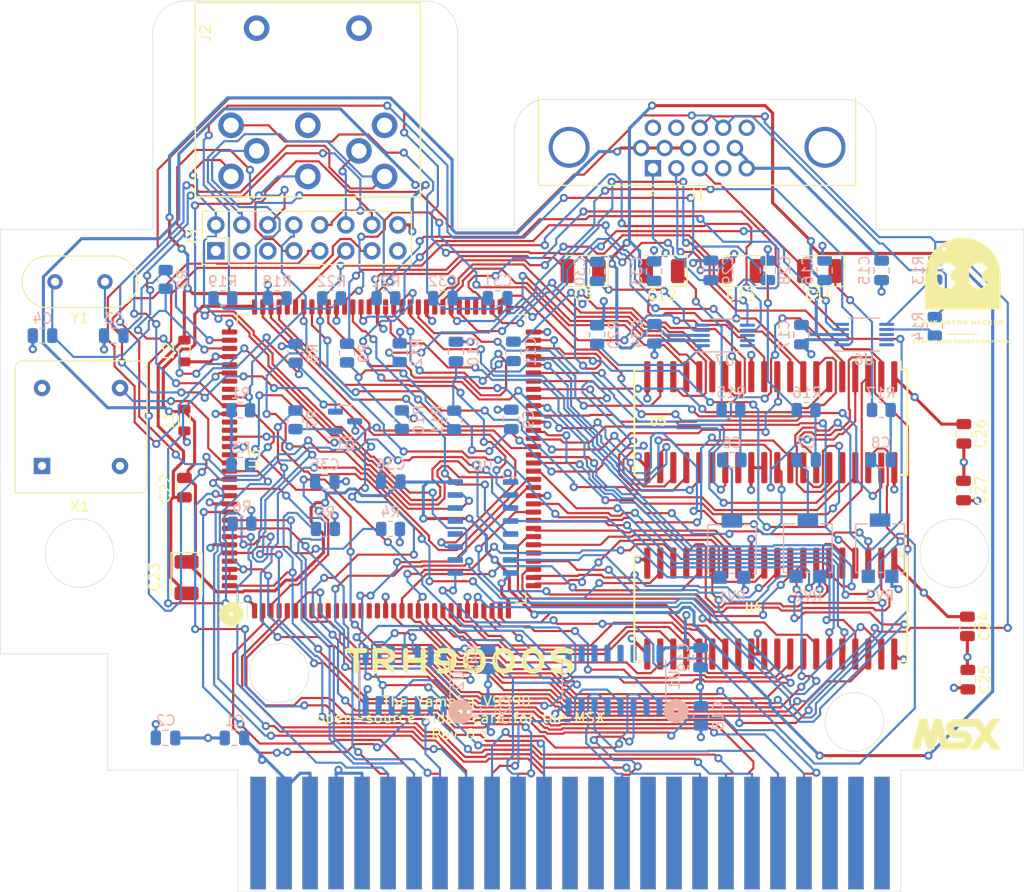
<source format=kicad_pcb>
(kicad_pcb (version 20211014) (generator pcbnew)
  (title_block (title "TRH9000S (Superimpose)") (date "2022-08-08") (rev "0.1") (company "The Retro Hacker") (comment 2 "Shared under CERN-OHL-S license") (comment 3 "TRH9000 - Open Source MSX Graphics Card based on the Yamaha V9990") (comment 4 "Designed  by: Cristiano Goncalves"))
  (layers (0 "F.Cu" signal) (1 "In1.Cu" power) (2 "In2.Cu" power) (31 "B.Cu" signal) (34 "B.Paste" user) (35 "F.Paste" user) (36 "B.SilkS" user "B.Silkscreen") (37 "F.SilkS" user "F.Silkscreen") (38 "B.Mask" user) (39 "F.Mask" user) (44 "Edge.Cuts" user))
  (net 0 "")
  (net 1 "GND")
  (net 2 "+5VA")
  (net 3 "GNDA")
  (net 4 "+5V")
  (net 5 "/VIDEO/ROUT")
  (net 6 "Net-(C13-Pad1)")
  (net 7 "/VIDEO/GOUT")
  (net 8 "/VIDEO/BOUT")
  (net 14 "/~{CS1}")
  (net 15 "/~{CS12}")
  (net 17 "/~{WAIT}")
  (net 18 "/~{M1}")
  (net 19 "/~{RESET}")
  (net 20 "/A9")
  (net 21 "/A11")
  (net 22 "/A7")
  (net 23 "/A12")
  (net 24 "/A14")
  (net 25 "/A1")
  (net 26 "/A3")
  (net 27 "/A5")
  (net 28 "/D1")
  (net 29 "/D3")
  (net 30 "/D5")
  (net 31 "/D7")
  (net 32 "/SW2")
  (net 33 "/SW1")
  (net 34 "/D6")
  (net 35 "/D4")
  (net 36 "/D2")
  (net 37 "/D0")
  (net 38 "/A4")
  (net 39 "/A2")
  (net 40 "/A0")
  (net 41 "/A13")
  (net 42 "/A8")
  (net 43 "/A6")
  (net 44 "/A10")
  (net 45 "/A15")
  (net 46 "/~{IORQ}")
  (net 47 "/~{WR}")
  (net 49 "/~{RD}")
  (net 51 "Net-(Q1-Pad1)")
  (net 52 "/VDP/~{CSYNC}")
  (net 53 "/VDP/R")
  (net 54 "/VDP/G")
  (net 55 "/VDP/B")
  (net 56 "/VDP/~{VDPW}")
  (net 57 "/VDP/~{VDPR}")
  (net 64 "Net-(R13-Pad2)")
  (net 65 "/VDP/V0A8")
  (net 66 "/VDP/V0A7")
  (net 67 "/VDP/V0A6")
  (net 68 "/VDP/V0A5")
  (net 69 "/VDP/V0A4")
  (net 70 "/VDP/V0A3")
  (net 71 "/VDP/V0A2")
  (net 72 "/VDP/V0A1")
  (net 73 "/VDP/V0A0")
  (net 74 "/VDP/V0D7")
  (net 75 "/VDP/V0D6")
  (net 76 "/VDP/V0D5")
  (net 77 "/VDP/V0D4")
  (net 78 "/VDP/V0D3")
  (net 79 "/VDP/V0D2")
  (net 80 "/VDP/V0D1")
  (net 81 "/VDP/V0D0")
  (net 82 "Net-(R14-Pad2)")
  (net 83 "/VDP/V0S7")
  (net 84 "/VDP/V0S6")
  (net 85 "/VDP/V0S5")
  (net 86 "/VDP/V0S4")
  (net 87 "/VDP/V0S3")
  (net 88 "/VDP/V0S2")
  (net 89 "/VDP/V0S1")
  (net 90 "/VDP/V0S0")
  (net 91 "/VDP/V1S7")
  (net 92 "/VDP/V1S6")
  (net 93 "/VDP/V1S5")
  (net 94 "/VDP/V1S4")
  (net 95 "/VDP/V1S3")
  (net 96 "/VDP/V1S2")
  (net 97 "/VDP/V1S1")
  (net 98 "/VDP/V1S0")
  (net 100 "Net-(C6-Pad2)")
  (net 101 "/VDP/V1A8")
  (net 102 "/VDP/V1A7")
  (net 103 "/VDP/V1A6")
  (net 104 "/VDP/V1A5")
  (net 105 "/VDP/V1A4")
  (net 106 "/VDP/V1A3")
  (net 107 "/VDP/V1A2")
  (net 108 "/VDP/V1A1")
  (net 109 "/VDP/V1A0")
  (net 110 "/VDP/V1D0")
  (net 111 "/VDP/V1D1")
  (net 112 "/VDP/V1D2")
  (net 113 "/VDP/V1D3")
  (net 114 "/VDP/V1D4")
  (net 115 "/VDP/V1D5")
  (net 116 "/VDP/V1D6")
  (net 117 "/VDP/V1D7")
  (net 129 "Net-(C7-Pad2)")
  (net 140 "/~{BUSDIR}")
  (net 141 "/~{CS2}")
  (net 142 "/~{SLTSL}")
  (net 143 "/~{RFSH}")
  (net 144 "/~{INT}")
  (net 145 "/VDP/X1")
  (net 146 "/VDP/X2")
  (net 147 "/VDP/VMREQ")
  (net 148 "Net-(C8-Pad2)")
  (net 149 "Net-(C10-Pad1)")
  (net 150 "/VDP/MCKIN")
  (net 151 "/SYS_CLK")
  (net 152 "GND1")
  (net 153 "/VIDEO/RO")
  (net 154 "Net-(C28-Pad1)")
  (net 155 "/VIDEO/GO")
  (net 156 "Net-(C30-Pad2)")
  (net 157 "/VIDEO/BO")
  (net 158 "Net-(C31-Pad1)")
  (net 160 "/VIDEO/SYNCIN")
  (net 161 "Net-(U2-Pad1)")
  (net 162 "/VIDEO/CSYNCO")
  (net 163 "/VIDEO/HSYNC")
  (net 165 "/VIDEO/VSYNC")
  (net 167 "/VDP/~{V0_RAS}")
  (net 168 "/VDP/~{V0_CAS}")
  (net 169 "/VDP/~{V0_WE}")
  (net 170 "/VDP/~{V0_TR}")
  (net 171 "/VDP/~{V0_SC}")
  (net 172 "/VDP/~{VO_SOE}")
  (net 173 "/VDP/~{V1_RAS}")
  (net 174 "/VDP/~{V1_CAS}")
  (net 175 "/VDP/~{V1_WE}")
  (net 176 "/VDP/~{V1_TR}")
  (net 177 "/VDP/~{V1_SC}")
  (net 178 "/VDP/~{V1_SOE}")
  (net 186 "Net-(C5-Pad1)")
  (net 187 "Net-(C5-Pad2)")
  (net 188 "Net-(C12-Pad1)")
  (net 189 "Net-(C14-Pad1)")
  (net 190 "Net-(U1-Pad9)")
  (net 191 "Net-(R12-Pad1)")
  (net 194 "/VIDEO/MSX_CSYNCIN")
  (net 195 "/VIDEO/MSX_YS")
  (net 196 "/VIDEO/MSX_RIN")
  (net 197 "/VIDEO/MSX_GIN")
  (net 198 "/VIDEO/MSX_BIN")
  (net 199 "/VIDEO/V9990_RIN")
  (net 200 "/VIDEO/V9990_GIN")
  (net 201 "/VIDEO/V9990_BIN")
  (net 202 "/VIDEO/MSX_VSYNC")
  (net 203 "/VIDEO/MSX_HSYNC")
  (net 204 "/VDP/V9990_YS")
  (net 205 "Net-(R20-Pad1)")
  (net 206 "Net-(R21-Pad2)")
  (net 207 "Net-(R22-Pad2)")
  (net 208 "/VIDEO/R_MUX")
  (net 209 "/VIDEO/G_MUX")
  (net 210 "/VIDEO/B_MUX")
  (net 215 "/VIDEO/3257_OE")
  (net 216 "/VIDEO/3257_S")
  (footprint "Capacitor_Tantalum_SMD:CP_EIA-3528-15_AVX-H" (layer "F.Cu") (at 166.04 72.71 180)
    (fp_text reference "C12")
    (fp_text value "220uF")
  )
  (footprint "Inductor_SMD:L_0805_2012Metric" (layer "F.Cu") (at 119.38 80.52 90)
    (fp_text reference "L2")
    (fp_text value "4.7uH")
  )
  (footprint "Connector_PinHeader_2.54mm:PinHeader_2x08_P2.54mm_Vertical" (layer "F.Cu") (at 122.455 70.735 90)
    (fp_text reference "J3")
    (fp_text value "Test Pins")
  )
  (footprint "Capacitor_SMD:C_0805_2012Metric" (layer "F.Cu") (at 195.927 112.65 -90)
    (fp_text reference "C25")
    (fp_text value "10nF")
  )
  (footprint "trh9000:TRH" (layer "F.Cu") (at 195.45 74.56754)
    (fp_text reference "TRH1")
    (fp_text value "LOGO" hide)
  )
  (footprint "Connector_Dsub:DSUB-15-HD_Female_Horizontal_P2.29x1.98mm_EdgePinOffset3.03mm_Housed_MountingHolesOffset4.94mm" (layer "F.Cu") (at 165.16 62.6603 180)
    (fp_text reference "J1")
    (fp_text value "RGB")
  )
  (footprint "Capacitor_Tantalum_SMD:CP_EIA-3528-15_AVX-H" (layer "F.Cu") (at 181.4401 72.71 180)
    (fp_text reference "C14")
    (fp_text value "220uF")
  )
  (footprint "trh9000:SOJ-40_400mil" (layer "F.Cu") (at 176.675 87.485 -90)
    (fp_text reference "U5")
    (fp_text value "KM428C256")
  )
  (footprint "Oscillator:Oscillator_DIP-8" (layer "F.Cu") (at 105.47 91.76)
    (fp_text reference "X1")
    (fp_text value "14.31818MHz ")
  )
  (footprint "Inductor_SMD:L_0805_2012Metric" (layer "F.Cu") (at 119.38 87.27 90)
    (fp_text reference "L1")
    (fp_text value "4.7uH")
  )
  (footprint "Capacitor_Tantalum_SMD:CP_EIA-3528-15_AVX-H" (layer "F.Cu") (at 158.34 72.71 180)
    (fp_text reference "C5")
    (fp_text value "220uF 6.3V")
  )
  (footprint "Capacitor_Tantalum_SMD:CP_EIA-3528-15_AVX-H" (layer "F.Cu") (at 173.7401 72.71 180)
    (fp_text reference "C13")
    (fp_text value "220uF")
  )
  (footprint "LOGO" (layer "F.Cu") (at 194.790693 117.999514)
    (fp_text reference "MSX1" hide)
    (fp_text value "LOGO" hide)
  )
  (footprint "trh9000:LQFP-128_28x28mm_P0.8mm" (layer "F.Cu") (at 138.64 91.07 90)
    (fp_text reference "U3")
    (fp_text value "V9990")
  )
  (footprint "trh9000:msx_cartridge" (layer "F.Cu") (at 157.06 127.78)
    (fp_text reference "BUS1" hide)
    (fp_text value "MSX_SLOT_EDGE-CON" hide)
  )
  (footprint "trh9000:DIN8" (layer "F.Cu") (at 131.44 46.46 180)
    (fp_text reference "J2")
    (fp_text value "DIN-8")
  )
  (footprint "Capacitor_SMD:C_0805_2012Metric" (layer "F.Cu") (at 195.505 94.165 -90)
    (fp_text reference "C27")
    (fp_text value "10nF")
  )
  (footprint "Crystal:Crystal_HC49-U_Vertical" (layer "F.Cu") (at 111.62 73.76 180)
    (fp_text reference "Y1")
    (fp_text value "21.47727Mhz")
  )
  (footprint "trh9000:SOJ-40_400mil" (layer "F.Cu") (at 176.675 105.705 -90)
    (fp_text reference "U4")
    (fp_text value "KM428C256")
  )
  (footprint "Capacitor_Tantalum_SMD:CP_EIA-3528-15_AVX-H" (layer "F.Cu") (at 119.59 102.68 -90)
    (fp_text reference "C23")
    (fp_text value "47uF")
  )
  (footprint "Capacitor_SMD:C_0805_2012Metric" (layer "F.Cu") (at 195.885 107.445 -90)
    (fp_text reference "C24")
    (fp_text value "0.1uF")
  )
  (footprint "Capacitor_SMD:C_0805_2012Metric" (layer "F.Cu") (at 195.537 88.62 -90)
    (fp_text reference "C26")
    (fp_text value "0.1uF")
  )
  (footprint "Capacitor_SMD:C_0805_2012Metric" (layer "F.Cu") (at 119.38 93.88 -90)
    (fp_text reference "C22")
    (fp_text value "100nF")
  )
  (footprint "Resistor_SMD:R_0805_2012Metric" (layer "B.Cu") (at 117.55 73.52 90)
    (fp_text reference "R2")
    (fp_text value "10M")
  )
  (footprint "Capacitor_SMD:C_0805_2012Metric" (layer "B.Cu") (at 176.384 72.64 90)
    (fp_text reference "C28")
    (fp_text value "47pF")
  )
  (footprint "Resistor_SMD:R_0805_2012Metric" (layer "B.Cu") (at 172.7849 86.29)
    (fp_text reference "R15")
    (fp_text value "75R")
  )
  (footprint "Capacitor_SMD:C_0805_2012Metric" (layer "B.Cu") (at 180.13 91.18 180)
    (fp_text reference "C7")
    (fp_text value "100nF")
  )
  (footprint "Capacitor_SMD:C_0805_2012Metric" (layer "B.Cu") (at 117.54 118.352)
    (fp_text reference "C2")
    (fp_text value "10uF")
  )
  (footprint "Capacitor_SMD:C_0805_2012Metric" (layer "B.Cu") (at 159.71 72.76 -90)
    (fp_text reference "C30")
    (fp_text value "0.1uF")
  )
  (footprint "Capacitor_SMD:C_0805_2012Metric" (layer "B.Cu") (at 151.53 80.5575 90)
    (fp_text reference "C11")
    (fp_text value "0.1uF")
  )
  (footprint "Resistor_SMD:R_0805_2012Metric" (layer "B.Cu") (at 192.74 72.63 -90)
    (fp_text reference "R13")
    (fp_text value "100")
  )
  (footprint "Capacitor_SMD:C_0805_2012Metric" (layer "B.Cu") (at 169.82 110.49 -90)
    (fp_text reference "C19")
    (fp_text value "0.1uF")
  )
  (footprint "Resistor_SMD:R_0805_2012Metric" (layer "B.Cu") (at 123.1379 75.37 180)
    (fp_text reference "R19")
    (fp_text value "100")
  )
  (footprint "Resistor_SMD:R_0805_2012Metric" (layer "B.Cu") (at 130.25 80.7575 90)
    (fp_text reference "R8")
    (fp_text value "100R")
  )
  (footprint "Capacitor_SMD:C_0805_2012Metric" (layer "B.Cu") (at 149.05 110.6619 -90)
    (fp_text reference "C21")
    (fp_text value "0.1uF")
  )
  (footprint "Resistor_SMD:R_0805_2012Metric" (layer "B.Cu") (at 145.74 87.2675 -90)
    (fp_text reference "R11")
    (fp_text value "100")
  )
  (footprint "Capacitor_SMD:C_0805_2012Metric" (layer "B.Cu") (at 105.52 79.02 180)
    (fp_text reference "C4")
    (fp_text value "27pF")
  )
  (footprint "Potentiometer_SMD:Potentiometer_Bourns_3314G_Vertical" (layer "B.Cu") (at 180.3 99.8)
    (fp_text reference "RV2")
    (fp_text value "500R")
  )
  (footprint "Capacitor_SMD:C_0805_2012Metric" (layer "B.Cu") (at 149.06 115.6419 90)
    (fp_text reference "C20")
    (fp_text value "1uF")
  )
  (footprint "Package_SO:SO-16_3.9x9.9mm_P1.27mm" (layer "B.Cu") (at 161.36 112.69 90)
    (fp_text reference "U1")
    (fp_text value "74HC138")
  )
  (footprint "Package_SO:VSSOP-10_3x3mm_P0.5mm" (layer "B.Cu") (at 172.19 79)
    (fp_text reference "U7")
    (fp_text value "LMH1980")
  )
  (footprint "Resistor_SMD:R_0805_2012Metric" (layer "B.Cu") (at 140.63 87.2375 90)
    (fp_text reference "R10")
    (fp_text value "75")
  )
  (footprint "Package_TO_SOT_SMD:SOT-23" (layer "B.Cu") (at 135.08 87.3975)
    (fp_text reference "Q1")
    (fp_text value "BC817")
  )
  (footprint "Capacitor_SMD:C_0805_2012Metric" (layer "B.Cu") (at 179.67 78.92 -90)
    (fp_text reference "C17")
    (fp_text value "0.1uF")
  )
  (footprint "Resistor_SMD:R_0805_2012Metric" (layer "B.Cu") (at 135.27 80.7275 90)
    (fp_text reference "R9")
    (fp_text value "220R")
  )
  (footprint "Capacitor_SMD:C_0805_2012Metric" (layer "B.Cu") (at 133.1 93.3 180)
    (fp_text reference "C35")
    (fp_text value "10uF")
  )
  (footprint "Capacitor_SMD:C_0805_2012Metric" (layer "B.Cu") (at 187.43 91.18 180)
    (fp_text reference "C8")
    (fp_text value "100nF")
  )
  (footprint "Capacitor_SMD:C_0805_2012Metric" (layer "B.Cu") (at 151.32 87.2075 90)
    (fp_text reference "C9")
    (fp_text value "47pF")
  )
  (footprint "trh9000:Texas_R-PDSO-G16_3.9x9.9mm" (layer "B.Cu") (at 148.55 97.78 180)
    (fp_text reference "U8")
    (fp_text value "T.I_SN74CBT3257")
  )
  (footprint "Resistor_SMD:R_0805_2012Metric" (layer "B.Cu") (at 187.4749 86.29)
    (fp_text reference "R17")
    (fp_text value "75R")
  )
  (footprint "Capacitor_SMD:C_0805_2012Metric" (layer "B.Cu") (at 169.85 116.19 90)
    (fp_text reference "C18")
    (fp_text value "1uF")
  )
  (footprint "Capacitor_SMD:C_0805_2012Metric" (layer "B.Cu") (at 149.991 75.37 180)
    (fp_text reference "C31")
    (fp_text value "47pF")
  )
  (footprint "Capacitor_SMD:C_0805_2012Metric" (layer "B.Cu") (at 139.54 93.3 180)
    (fp_text reference "C36")
    (fp_text value "0.1uF")
  )
  (footprint "Potentiometer_SMD:Potentiometer_Bourns_3314G_Vertical" (layer "B.Cu") (at 187.35 99.8)
    (fp_text reference "RV3")
    (fp_text value "500R")
  )
  (footprint "Capacitor_SMD:C_0805_2012Metric" (layer "B.Cu") (at 112.48 79.02 180)
    (fp_text reference "C3")
    (fp_text value "27pF")
  )
  (footprint "Capacitor_SMD:C_0805_2012Metric" (layer "B.Cu") (at 170.826 72.64 90)
    (fp_text reference "C29")
    (fp_text value "47pF")
  )
  (footprint "Capacitor_SMD:C_0805_2012Metric" (layer "B.Cu") (at 145.92 80.5775 90)
    (fp_text reference "C10")
    (fp_text value "47pF")
  )
  (footprint "Capacitor_SMD:C_0805_2012Metric" (layer "B.Cu") (at 165.268 72.72 -90)
    (fp_text reference "C33")
    (fp_text value "10uF")
  )
  (footprint "Resistor_SMD:R_0805_2012Metric" (layer "B.Cu") (at 192.702 78.115 -90)
    (fp_text reference "R14")
    (fp_text value "100")
  )
  (footprint "Capacitor_SMD:C_0805_2012Metric" (layer "B.Cu") (at 187.5 72.64 -90)
    (fp_text reference "C15")
    (fp_text value "10uF")
  )
  (footprint "Capacitor_SMD:C_0805_2012Metric" (layer "B.Cu") (at 172.87 91.18 180)
    (fp_text reference "C6")
    (fp_text value "100nF")
  )
  (footprint "Resistor_SMD:R_0805_2012Metric" (layer "B.Cu") (at 133.16 97.92 180)
    (fp_text reference "R5")
    (fp_text value "4K7")
  )
  (footprint "Resistor_SMD:R_0805_2012Metric" (layer "B.Cu") (at 140.42 80.6875 90)
    (fp_text reference "R12")
    (fp_text value "10K")
  )
  (footprint "Resistor_SMD:R_0805_2012Metric" (layer "B.Cu") (at 180.1299 86.29)
    (fp_text reference "R16")
    (fp_text value "75R")
  )
  (footprint "Resistor_SMD:R_0805_2012Metric" (layer "B.Cu") (at 125.0075 97.4 180)
    (fp_text reference "R6")
    (fp_text value "4K7")
  )
  (footprint "Resistor_SMD:R_0805_2012Metric" (layer "B.Cu") (at 159.71 78.92 90)
    (fp_text reference "R20")
    (fp_text value "10K")
  )
  (footprint "Capacitor_SMD:C_0805_2012Metric" (layer "B.Cu") (at 181.942 72.64 -90)
    (fp_text reference "C16")
    (fp_text value "10uF")
  )
  (footprint "Potentiometer_SMD:Potentiometer_Bourns_3314G_Vertical" (layer "B.Cu") (at 172.88 99.89)
    (fp_text reference "RV1")
    (fp_text value "500R")
  )
  (footprint "Resistor_SMD:R_0805_2012Metric" (layer "B.Cu") (at 133.7599 75.37 180)
    (fp_text reference "R22")
    (fp_text value "100")
  )
  (footprint "Resistor_SMD:R_0805_2012Metric" (layer "B.Cu") (at 130.23 87.2475 90)
    (fp_text reference "R7")
    (fp_text value "1K")
  )
  (footprint "Resistor_SMD:R_0805_2012Metric" (layer "B.Cu") (at 139.0709 75.37 180)
    (fp_text reference "R21")
    (fp_text value "100")
  )
  (footprint "Resistor_SMD:R_0805_2012Metric" (layer "B.Cu") (at 124.8875 91.66 180)
    (fp_text reference "R3")
    (fp_text value "4K7")
  )
  (footprint "Capacitor_SMD:C_0805_2012Metric" (layer "B.Cu") (at 124.2781 118.352 180)
    (fp_text reference "C1")
    (fp_text value "0.1uF")
  )
  (footprint "Capacitor_SMD:C_0805_2012Metric" (layer "B.Cu") (at 165.31 78.84 -90)
    (fp_text reference "C34")
    (fp_text value "0.1uF")
  )
  (footprint "Package_SO:SO-14_3.9x8.65mm_P1.27mm" (layer "B.Cu") (at 140.9 112.75 90)
    (fp_text reference "U2")
    (fp_text value "74HC32")
  )
  (footprint "Resistor_SMD:R_0805_2012Metric" (layer "B.Cu") (at 139.52 97.92 180)
    (fp_text reference "R4")
    (fp_text value "4K7")
  )
  (footprint "Capacitor_SMD:C_0805_2012Metric" (layer "B.Cu") (at 144.64 75.37 180)
    (fp_text reference "C32")
    (fp_text value "0.1uF")
  )
  (footprint "Resistor_SMD:R_0805_2012Metric" (layer "B.Cu") (at 124.88 86.32 180)
    (fp_text reference "R1")
    (fp_text value "4K7")
  )
  (footprint "Package_SO:VSSOP-10_3x3mm_P0.5mm" (layer "B.Cu") (at 185.79 78.92)
    (fp_text reference "U6")
    (fp_text value "LMH1980")
  )
  (footprint "Resistor_SMD:R_0805_2012Metric" (layer "B.Cu") (at 128.4489 75.37 180)
    (fp_text reference "R18")
    (fp_text value "75")
  )
  (gr_circle (center 146.35 115.78) (end 146.15 115.78) (layer "B.SilkS") (width 1) (fill none))
  (gr_circle (center 167.43 115.73) (end 167.23 115.73) (layer "B.SilkS") (width 1) (fill none))
  (gr_circle (center 123.94 106.24) (end 124.14 106.24) (layer "F.SilkS") (width 1) (fill none))
  (gr_line (start 201.4 68.62) (end 186.95 68.62) (layer "Edge.Cuts") (width 0.05))
  (gr_line (start 101.3944 110.139) (end 101.39 68.62) (layer "Edge.Cuts") (width 0.05))
  (gr_line (start 101.39 68.62) (end 116.29 68.62) (layer "Edge.Cuts") (width 0.05))
  (gr_line (start 201.4 68.62) (end 201.4 121.49) (layer "Edge.Cuts") (width 0.05))
  (gr_line (start 154.67 55.91) (end 183.66 55.92) (layer "Edge.Cuts") (width 0.05))
  (gr_line (start 124.61 133.4) (end 124.6 121.49) (layer "Edge.Cuts") (width 0.05))
  (gr_line (start 111.9 121.49) (end 111.9 110.139) (layer "Edge.Cuts") (width 0.05))
  (gr_line (start 189.38 121.49) (end 189.38 133.4) (layer "Edge.Cuts") (width 0.05))
  (gr_line (start 189.38 133.4) (end 124.61 133.4) (layer "Edge.Cuts") (width 0.05))
  (gr_line (start 111.9 110.139) (end 101.3944 110.139) (layer "Edge.Cuts") (width 0.05))
  (gr_line (start 151.64 59.2) (end 151.63 68.62) (layer "Edge.Cuts") (width 0.05))
  (gr_line (start 186.95 58.95) (end 186.95 68.62) (layer "Edge.Cuts") (width 0.05))
  (gr_circle (center 194.590716 100.29) (end 197.94 100.29) (layer "Edge.Cuts") (width 0.05) (fill none))
  (gr_line (start 124.6 121.49) (end 111.9 121.49) (layer "Edge.Cuts") (width 0.05))
  (gr_line (start 201.4 121.49) (end 189.38 121.49) (layer "Edge.Cuts") (width 0.05))
  (gr_arc (start 151.64 59.2) (mid 152.473619 56.927466) (end 154.67 55.91) (layer "Edge.Cuts") (width 0.05))
  (gr_arc (start 142.79 46.31) (mid 145.062534 47.143619) (end 146.08 49.34) (layer "Edge.Cuts") (width 0.05))
  (gr_line (start 119.32 46.3) (end 142.79 46.31) (layer "Edge.Cuts") (width 0.05))
  (gr_circle (center 109.13 100.29) (end 112.479284 100.29) (layer "Edge.Cuts") (width 0.05) (fill none))
  (gr_circle (center 128.65 111.99) (end 130.5 114.19) (layer "Edge.Cuts") (width 0.05) (fill none))
  (gr_line (start 146.07 68.62) (end 151.63 68.62) (layer "Edge.Cuts") (width 0.05))
  (gr_line (start 116.29 49.59) (end 116.29 68.62) (layer "Edge.Cuts") (width 0.05))
  (gr_line (start 146.08 49.34) (end 146.07 68.62) (layer "Edge.Cuts") (width 0.05))
  (gr_circle (center 184.85 116.79) (end 187.3 118.29) (layer "Edge.Cuts") (width 0.05) (fill none))
  (gr_arc (start 116.29 49.59) (mid 117.123619 47.317466) (end 119.32 46.3) (layer "Edge.Cuts") (width 0.05))
  (gr_arc (start 183.66 55.92) (mid 185.932534 56.753619) (end 186.95 58.95) (layer "Edge.Cuts") (width 0.05))
  (gr_text "TRH9000S" (at 146.36 110.91) (layer "F.SilkS") (effects (font (size 2 3) (thickness 0.5))))
  (gr_text "The Yamaha V9990 \nopen-source video card for the MSX\nRev 0.1" (at 146.36 116.39) (layer "F.SilkS") (effects (font (size 1 1))))
  (segment (start 175.3989 110.15) (end 176.04 110.15) (width 0.3) (layer "F.Cu") (net 1))
  (segment (start 188.74 110.15) (end 189.2662 110.6762) (width 0.3) (layer "F.Cu") (net 1))
  (segment (start 175.3989 110.15) (end 175.3989 108.1402) (width 0.3) (layer "F.Cu") (net 1))
  (segment (start 188.74 94.0564) (end 188.74 91.93) (width 0.3) (layer "F.Cu") (net 1))
  (segment (start 174.77 83.04) (end 174.77 80.901) (width 0.3) (layer "F.Cu") (net 1))
  (segment (start 174.77 110.15) (end 175.3989 110.15) (width 0.3) (layer "F.Cu") (net 1))
  (segment (start 163.702632 91.022632) (end 164.61 91.93) (width 0.3) (layer "F.Cu") (net 1))
  (segment (start 174.77 91.93) (end 174.7503 91.9497) (width 0.3) (layer "F.Cu") (net 1))
  (segment (start 195.537 91.3925) (end 195.537 93.183) (width 0.3) (layer "F.Cu") (net 1))
  (segment (start 153.49 78.67) (end 154.841 78.67) (width 0.3) (layer "F.Cu") (net 1))
  (segment (start 195.537 89.57) (end 195.537 91.3925) (width 0.3) (layer "F.Cu") (net 1))
  (segment (start 195.885 110.4449) (end 195.885 111.658) (width 0.3) (layer "F.Cu") (net 1))
  (segment (start 150.3823 104.2808) (end 151.04 104.9385) (width 0.3) (layer "F.Cu") (net 1))
  (segment (start 195.885 111.658) (end 195.927 111.7) (width 0.3) (layer "F.Cu") (net 1))
  (segment (start 134.24 77.5712) (end 134.24 76.22) (width 0.3) (layer "F.Cu") (net 1))
  (segment (start 139.04 105.92) (end 139.04 104.5428) (width 0.3) (layer "F.Cu") (net 1))
  (segment (start 121.9191 81.5825) (end 122.4316 81.07) (width 0.3) (layer "F.Cu") (net 1))
  (segment (start 126.24 105.4496) (end 126.24 105.92) (width 0.3) (layer "F.Cu") (net 1))
  (segment (start 125.5585 104.7681) (end 126.24 105.4496) (width 0.3) (layer "F.Cu") (net 1))
  (segment (start 174.7503 91.9497) (end 174.7503 94.1155) (width 0.3) (layer "F.Cu") (net 1))
  (segment (start 123.79 95.47) (end 122.0011 95.47) (width 0.3) (layer "F.Cu") (net 1))
  (segment (start 122.0011 95.47) (end 121.8556 95.3245) (width 0.3) (layer "F.Cu") (net 1))
  (segment (start 174.77 101.26) (end 174.77 98.8923) (width 0.3) (layer "F.Cu") (net 1))
  (segment (start 163.702632 90.826989) (end 163.702632 91.022632) (width 0.3) (layer "F.Cu") (net 1))
  (segment (start 150.3823 103.211) (end 150.3823 104.2808) (width 0.3) (layer "F.Cu") (net 1))
  (segment (start 163.0924 108.6324) (end 164.61 110.15) (width 0.3) (layer "F.Cu") (net 1))
  (segment (start 123.79 86.67) (end 122.4287 86.67) (width 0.3) (layer "F.Cu") (net 1))
  (segment (start 119.38 81.5825) (end 121.9191 81.5825) (width 0.3) (layer "F.Cu") (net 1))
  (segment (start 143.04 77.036) (end 143.04 76.22) (width 0.3) (layer "F.Cu") (net 1))
  (segment (start 176.04 91.93) (end 174.77 91.93) (width 0.3) (layer "F.Cu") (net 1))
  (segment (start 151.04 104.9385) (end 151.04 105.92) (width 0.3) (layer "F.Cu") (net 1))
  (segment (start 123.79 81.07) (end 122.4316 81.07) (width 0.3) (layer "F.Cu") (net 1))
  (segment (start 153.49 94.67) (end 154.8549 94.67) (width 0.3) (layer "F.Cu") (net 1))
  (segment (start 195.885 108.395) (end 195.885 110.4449) (width 0.3) (layer "F.Cu") (net 1))
  (segment (start 189.2662 110.6762) (end 189.6453 110.6762) (width 0.3) (layer "F.Cu") (net 1))
  (segment (start 195.537 93.183) (end 195.505 93.215) (width 0.3) (layer "F.Cu") (net 1))
  (segment (start 143.5901 77.5861) (end 143.04 77.036) (width 0.3) (layer "F.Cu") (net 1))
  (via (at 143.5901 77.5861) (size 0.8) (drill 0.4) (layers "F.Cu" "B.Cu") (net 1))
  (via (at 160.3603 75.6535) (size 0.8) (drill 0.4) (layers "F.Cu" "B.Cu") (net 1))
  (via (at 163.702632 90.826989) (size 0.8) (drill 0.4) (layers "F.Cu" "B.Cu") (net 1))
  (via (at 154.8549 94.67) (size 0.8) (drill 0.4) (layers "F.Cu" "B.Cu") (net 1))
  (via (at 134.432 121.4782) (size 0.8) (drill 0.4) (layers "F.Cu" "B.Cu") (net 1))
  (via (at 111.53 80.3725) (size 0.8) (drill 0.4) (layers "F.Cu" "B.Cu") (net 1))
  (via (at 181.7205 70.2377) (size 0.8) (drill 0.4) (layers "F.Cu" "B.Cu") (net 1))
  (via (at 135.173 93.2655) (size 0.8) (drill 0.4) (layers "F.Cu" "B.Cu") (net 1))
  (via (at 169.0888 71.9218) (size 0.8) (drill 0.4) (layers "F.Cu" "B.Cu") (net 1))
  (via (at 149.0498 113.1247) (size 0.8) (drill 0.4) (layers "F.Cu" "B.Cu") (net 1))
  (via (at 141.7849 87.1069) (size 0.8) (drill 0.4) (layers "F.Cu" "B.Cu") (net 1))
  (via (at 189.6453 110.6762) (size 0.8) (drill 0.4) (layers "F.Cu" "B.Cu") (net 1))
  (via (at 195.885 110.4449) (size 0.8) (drill 0.4) (layers "F.Cu" "B.Cu") (net 1))
  (via (at 104.57 80.3477) (size 0.8) (drill 0.4) (layers "F.Cu" "B.Cu") (net 1))
  (via (at 195.537 91.3925) (size 0.8) (drill 0.4) (layers "F.Cu" "B.Cu") (net 1))
  (via (at 180.6402 80.8402) (size 0.8) (drill 0.4) (layers "F.Cu" "B.Cu") (net 1))
  (via (at 163.0924 108.6324) (size 0.8) (drill 0.4) (layers "F.Cu" "B.Cu") (net 1))
  (via (at 121.8556 95.3245) (size 0.8) (drill 0.4) (layers "F.Cu" "B.Cu") (net 1))
  (via (at 128.8995 80.0615) (size 0.8) (drill 0.4) (layers "F.Cu" "B.Cu") (net 1))
  (via (at 174.77 80.901) (size 0.8) (drill 0.4) (layers "F.Cu" "B.Cu") (net 1))
  (via (at 134.24 77.5712) (size 0.8) (drill 0.4) (layers "F.Cu" "B.Cu") (net 1))
  (via (at 154.841 78.67) (size 0.8) (drill 0.4) (layers "F.Cu" "B.Cu") (net 1))
  (via (at 145.4698 73.6457) (size 0.8) (drill 0.4) (layers "F.Cu" "B.Cu") (net 1))
  (via (at 174.7503 94.1155) (size 0.8) (drill 0.4) (layers "F.Cu" "B.Cu") (net 1))
  (via (at 122.4287 86.67) (size 0.8) (drill 0.4) (layers "F.Cu" "B.Cu") (net 1))
  (via (at 125.5585 104.7681) (size 0.8) (drill 0.4) (layers "F.Cu" "B.Cu") (net 1))
  (via (at 169.7533 113.3638) (size 0.8) (drill 0.4) (layers "F.Cu" "B.Cu") (net 1))
  (via (at 187.5 74.7268) (size 0.8) (drill 0.4) (layers "F.Cu" "B.Cu") (net 1))
  (via (at 127.5364 74.0545) (size 0.8) (drill 0.4) (layers "F.Cu" "B.Cu") (net 1))
  (via (at 122.4316 81.07) (size 0.8) (drill 0.4) (layers "F.Cu" "B.Cu") (net 1))
  (via (at 189.1541 103.8104) (size 0.8) (drill 0.4) (layers "F.Cu" "B.Cu") (net 1))
  (via (at 139.04 104.5428) (size 0.8) (drill 0.4) (layers "F.Cu" "B.Cu") (net 1))
  (via (at 175.3989 108.1402) (size 0.8) (drill 0.4) (layers "F.Cu" "B.Cu") (net 1))
  (via (at 188.74 94.0564) (size 0.8) (drill 0.4) (layers "F.Cu" "B.Cu") (net 1))
  (via (at 174.1691 103.9014) (size 0.8) (drill 0.4) (layers "F.Cu" "B.Cu") (net 1))
  (via (at 165.31 80.9146) (size 0.8) (drill 0.4) (layers "F.Cu" "B.Cu") (net 1))
  (via (at 174.77 98.8923) (size 0.8) (drill 0.4) (layers "F.Cu" "B.Cu") (net 1))
  (via (at 147.3323 79.6275) (size 0.8) (drill 0.4) (layers "F.Cu" "B.Cu") (net 1))
  (via (at 165.268 70.665) (size 0.8) (drill 0.4) (layers "F.Cu" "B.Cu") (net 1))
  (via (at 139.2457 91.2279) (size 0.8) (drill 0.4) (layers "F.Cu" "B.Cu") (net 1))
  (via (at 150.3823 103.211) (size 0.8) (drill 0.4) (layers "F.Cu" "B.Cu") (net 1))
  (via (at 149.989 86.2575) (size 0.8) (drill 0.4) (layers "F.Cu" "B.Cu") (net 1))
  (via (at 137.2837 113.5793) (size 0.8) (drill 0.4) (layers "F.Cu" "B.Cu") (net 1))
  (via (at 140.4645 78.6554) (size 0.8) (drill 0.4) (layers "F.Cu" "B.Cu") (net 1))
  (via (at 121.6943 118.352) (size 0.8) (drill 0.4) (layers "F.Cu" "B.Cu") (net 1))
  (via (at 155.617 115.9831) (size 0.8) (drill 0.4) (layers "F.Cu" "B.Cu") (net 1))
  (via (at 176.384 70.5766) (size 0.8) (drill 0.4) (layers "F.Cu" "B.Cu") (net 1))
  (via (at 181.45 103.808) (size 0.8) (drill 0.4) (layers "F.Cu" "B.Cu") (net 1))
  (segment (start 136.74 121.8027) (end 134.432 121.8027) (width 0.3) (layer "B.Cu") (net 1))
  (segment (start 181.7205 71.4685) (end 181.942 71.69) (width 0.3) (layer "B.Cu") (net 1))
  (segment (start 151.25 102.3433) (end 150.3823 103.211) (width 0.3) (layer "B.Cu") (net 1))
  (segment (start 134.432 121.4782) (end 134.432 121.8027) (width 0.3) (layer "B.Cu") (net 1))
  (segment (start 179.67 79.87) (end 180.12 79.42) (width 0.3) (layer "B.Cu") (net 1))
  (segment (start 174.1691 103.7794) (end 174.1691 103.9014) (width 0.3) (layer "B.Cu") (net 1))
  (segment (start 179.67 79.87) (end 179.9352 80.1352) (width 0.3) (layer "B.Cu") (net 1))
  (segment (start 169.82 113.2971) (end 169.82 115.21) (width 0.3) (layer "B.Cu") (net 1))
  (segment (start 174.03 102.64) (end 174.03 103.6403) (width 0.3) (layer "B.Cu") (net 1))
  (segment (start 145.59 75.37) (end 149.041 75.37) (width 0.3) (layer "B.Cu") (net 1))
  (segment (start 165.31 79.79) (end 165.31 79.9999) (width 0.3) (layer "B.Cu") (net 1))
  (segment (start 165.31 79.79) (end 165.6 79.5) (width 0.3) (layer "B.Cu") (net 1))
  (segment (start 140.63 86.325) (end 141.4119 87.1069) (width 0.3) (layer "B.Cu") (net 1))
  (segment (start 145.59 73.7659) (end 145.59 75.37) (width 0.3) (layer "B.Cu") (net 1))
  (segment (start 149.05 113.1247) (end 149.05 114.682) (width 0.3) (layer "B.Cu") (net 1))
  (segment (start 169.82 111.44) (end 169.82 113.2971) (width 0.3) (layer "B.Cu") (net 1))
  (segment (start 138.59 91.8836) (end 139.2457 91.2279) (width 0.3) (layer "B.Cu") (net 1))
  (segment (start 135.1385 93.3) (end 135.173 93.2655) (width 0.3) (layer "B.Cu") (net 1))
  (segment (start 151.25 102.225) (end 151.25 102.3433) (width 0.3) (layer "B.Cu") (net 1))
  (segment (start 165.31 79.9999) (end 165.31 80.9146) (width 0.3) (layer "B.Cu") (net 1))
  (segment (start 165.268 71.77) (end 165.268 70.665) (width 0.3) (layer "B.Cu") (net 1))
  (segment (start 180.0678 80.2678) (end 180.1341 80.3341) (width 0.3) (layer "B.Cu") (net 1))
  (segment (start 169.82 115.21) (end 169.85 115.24) (width 0.3) (layer "B.Cu") (net 1))
  (segment (start 180.12 79.42) (end 183.59 79.42) (width 0.3) (layer "B.Cu") (net 1))
  (segment (start 138.59 93.3) (end 138.59 91.8836) (width 0.3) (layer "B.Cu") (net 1))
  (segment (start 111.53 79.02) (end 111.53 80.3725) (width 0.3) (layer "B.Cu") (net 1))
  (segment (start 174.03 103.6403) (end 174.1691 103.7794) (width 0.3) (layer "B.Cu") (net 1))
  (segment (start 189.1541 103.8104) (end 188.894 103.5503) (width 0.3) (layer "B.Cu") (net 1))
  (segment (start 121.6943 118.352) (end 123.328 118.352) (width 0.3) (layer "B.Cu") (net 1))
  (segment (start 156.3351 115.265) (end 155.617 115.9831) (width 0.3) (layer "B.Cu") (net 1))
  (segment (start 165.6 79.5) (end 169.99 79.5) (width 0.3) (layer "B.Cu") (net 1))
  (segment (start 118.49 118.352) (end 121.6943 118.352) (width 0.3) (layer "B.Cu") (net 1))
  (segment (start 149.05 111.6119) (end 149.05 111.612) (width 0.3) (layer "B.Cu") (net 1))
  (segment (start 169.3206 71.69) (end 169.0888 71.9218) (width 0.3) (layer "B.Cu") (net 1))
  (segment (start 136.74 127.653) (end 136.74 121.8027) (width 0.3) (layer "B.Cu") (net 1))
  (segment (start 140.42 79.775) (end 140.4645 79.7305) (width 0.3) (layer "B.Cu") (net 1))
  (segment (start 181.7205 70.2377) (end 181.7205 71.4685) (width 0.3) (layer "B.Cu") (net 1))
  (segment (start 160.3603 77.3572) (end 160.3603 75.6535) (width 0.3) (layer "B.Cu") (net 1))
  (segment (start 156.915 115.265) (end 156.3351 115.265) (width 0.3) (layer "B.Cu") (net 1))
  (segment (start 128.8995 80.0615) (end 130.0335 80.0615) (width 0.3) (layer "B.Cu") (net 1))
  (segment (start 137.09 113.773) (end 137.2837 113.5793) (width 0.3) (layer "B.Cu") (net 1))
  (segment (start 149.0498 113.1247) (end 149.05 113.1247) (width 0.3) (layer "B.Cu") (net 1))
  (segment (start 137.09 115.225) (end 137.09 113.773) (width 0.3) (layer "B.Cu") (net 1))
  (segment (start 140.4645 79.7305) (end 140.4645 78.6554) (width 0.3) (layer "B.Cu") (net 1))
  (segment (start 170.826 71.69) (end 169.3206 71.69) (width 0.3) (layer "B.Cu") (net 1))
  (segment (start 180.1341 80.3341) (end 180.6402 80.8402) (width 0.3) (layer "B.Cu") (net 1))
  (segment (start 134.05 93.3) (end 135.1385 93.3) (width 0.3) (layer "B.Cu") (net 1))
  (segment (start 179.9352 80.1352) (end 180.0678 80.2678) (width 0.3) (layer "B.Cu") (net 1))
  (segment (start 169.82 113.2971) (end 169.7533 113.3638) (width 0.3) (layer "B.Cu") (net 1))
  (segment (start 123.328 118.352) (end 123.3281 118.352) (width 0.3) (layer "B.Cu") (net 1))
  (segment (start 188.894 103.5503) (end 188.5 103.5503) (width 0.3) (layer "B.Cu") (net 1))
  (segment (start 151.32 86.2575) (end 149.989 86.2575) (width 0.3) (layer "B.Cu") (net 1))
  (segment (start 127.5364 75.37) (end 127.5364 74.0545) (width 0.3) (layer "B.Cu") (net 1))
  (segment (start 188.5 102.55) (end 188.5 103.5503) (width 0.3) (layer "B.Cu") (net 1))
  (segment (start 104.57 80.3477) (end 104.57 79.02) (width 0.3) (layer "B.Cu") (net 1))
  (segment (start 176.384 71.69) (end 176.384 70.5766) (width 0.3) (layer "B.Cu") (net 1))
  (segment (start 147.3323 79.6275) (end 145.92 79.6275) (width 0.3) (layer "B.Cu") (net 1))
  (segment (start 134.2 127.653) (end 134.2 121.8027) (width 0.3) (layer "B.Cu") (net 1))
  (segment (start 141.4119 87.1069) (end 141.7849 87.1069) (width 0.3) (layer "B.Cu") (net 1))
  (segment (start 181.45 102.55) (end 181.45 103.808) (width 0.3) (layer "B.Cu") (net 1))
  (segment (start 149.05 111.612) (end 149.05 113.1247) (width 0.3) (layer "B.Cu") (net 1))
  (segment (start 145.4698 73.6457) (end 145.59 73.7659) (width 0.3) (layer "B.Cu") (net 1))
  (segment (start 130.0335 80.0615) (end 130.25 79.845) (width 0.3) (layer "B.Cu") (net 1))
  (segment (start 187.5 73.59) (end 187.5 74.7268) (width 0.3) (layer "B.Cu") (net 1))
  (segment (start 159.71 78.0075) (end 160.3603 77.3572) (width 0.3) (layer "B.Cu") (net 1))
  (segment (start 120.4595 100.273) (end 120.4595 93.6553) (width 0.3) (layer "F.Cu") (net 2))
  (segment (start 162.5972 69.9523) (end 161.1645 71.385) (width 0.3) (layer "F.Cu") (net 2))
  (segment (start 142.7287 96.9052) (end 147.2231 96.9052) (width 0.3) (layer "F.Cu") (net 2))
  (segment (start 151.1327 103.8543) (end 153.5746 106.2962) (width 0.3) (layer "F.Cu") (net 2))
  (segment (start 151.1327 102.3678) (end 151.1327 103.8543) (width 0.3) (layer "F.Cu") (net 2))
  (segment (start 132.2441 95.3515) (end 131.764 95.8316) (width 0.3) (layer "F.Cu") (net 2))
  (segment (start 133.1351 95.3515) (end 132.2441 95.3515) (width 0.3) (layer "F.Cu") (net 2))
  (segment (start 141.4353 68.6304) (end 141.6499 68.845) (width 0.3) (layer "F.Cu") (net 2))
  (segment (start 161.1645 71.385) (end 161.1645 71.9955) (width 0.3) (layer "F.Cu") (net 2))
  (segment (start 176.8519 57.2649) (end 176.1238 56.5368) (width 0.3) (layer "F.Cu") (net 2))
  (segment (start 119.9572 80.3346) (end 120.3983 79.8935) (width 0.3) (layer "F.Cu") (net 2))
  (segment (start 132.969 100.2272) (end 130.2716 102.9246) (width 0.3) (layer "F.Cu") (net 2))
  (segment (start 117.8853 86.4405) (end 117.3211 85.8763) (width 0.3) (layer "F.Cu") (net 2))
  (segment (start 121.1703 76.1462) (end 126.1662 76.1462) (width 0.3) (layer "F.Cu") (net 2))
  (segment (start 149.7042 100.9393) (end 151.1327 102.3678) (width 0.3) (layer "F.Cu") (net 2))
  (segment (start 180.5977 69.7827) (end 176.8519 66.0369) (width 0.3) (layer "F.Cu") (net 2))
  (segment (start 125.2024 103.9724) (end 125.104 104.0708) (width 0.3) (layer "F.Cu") (net 2))
  (segment (start 141.4353 68.195) (end 141.4353 68.6304) (width 0.3) (layer "F.Cu") (net 2))
  (segment (start 119.7342 92.93) (end 119.7342 92.2083) (width 0.3) (layer "F.Cu") (net 2))
  (segment (start 131.764 97.2131) (end 132.969 98.4181) (width 0.3) (layer "F.Cu") (net 2))
  (segment (start 125.104 104.0708) (end 122.5183 104.0708) (width 0.3) (layer "F.Cu") (net 2))
  (segment (start 132.969 98.4181) (end 132.969 100.2272) (width 0.3) (layer "F.Cu") (net 2))
  (segment (start 131.764 95.8316) (end 131.764 97.2131) (width 0.3) (layer "F.Cu") (net 2))
  (segment (start 119.1833 80.3346) (end 119.9572 80.3346) (width 0.3) (layer "F.Cu") (net 2))
  (segment (start 122.5183 104.0708) (end 119.59 101.1425) (width 0.3) (layer "F.Cu") (net 2))
  (segment (start 119.38 86.4405) (end 119.38 86.2075) (width 0.3) (layer "F.Cu") (net 2))
  (segment (start 119.38 86.4405) (end 117.8853 86.4405) (width 0.3) (layer "F.Cu") (net 2))
  (segment (start 142.9473 64.2912) (end 141.9439 64.2912) (width 0.3) (layer "F.Cu") (net 2))
  (segment (start 120.4595 93.6553) (end 119.7342 92.93) (width 0.3) (layer "F.Cu") (net 2))
  (segment (start 119.38 92.93) (end 119.7342 92.93) (width 0.3) (layer "F.Cu") (net 2))
  (segment (start 130.2716 102.9246) (end 129.3005 102.9246) (width 0.3) (layer "F.Cu") (net 2))
  (segment (start 119.59 101.1425) (end 120.4595 100.273) (width 0.3) (layer "F.Cu") (net 2))
  (segment (start 180.5977 69.7827) (end 180.5977 70.1759) (width 0.3) (layer "F.Cu") (net 2))
  (segment (start 128.2527 103.9724) (end 125.2024 103.9724) (width 0.3) (layer "F.Cu") (net 2))
  (segment (start 119.7342 92.2083) (end 120.379 91.5635) (width 0.3) (layer "F.Cu") (net 2))
  (segment (start 120.379 87.4395) (end 119.38 86.4405) (width 0.3) (layer "F.Cu") (net 2))
  (segment (start 140.235 68.195) (end 141.4353 68.195) (width 0.3) (layer "F.Cu") (net 2))
  (segment (start 181.4098 70.988) (end 193.2109 70.988) (width 0.3) (layer "F.Cu") (net 2))
  (segment (start 176.8519 66.0369) (end 176.8519 57.2649) (width 0.3) (layer "F.Cu") (net 2))
  (segment (start 120.379 91.5635) (end 120.379 87.4395) (width 0.3) (layer "F.Cu") (net 2))
  (segment (start 129.3005 102.9246) (end 128.2527 103.9724) (width 0.3) (layer "F.Cu") (net 2))
  (segment (start 117.3211 82.1968) (end 119.1833 80.3346) (width 0.3) (layer "F.Cu") (net 2))
  (segment (start 120.3983 76.9182) (end 121.1703 76.1462) (width 0.3) (layer "F.Cu") (net 2))
  (segment (start 180.5977 70.1759) (end 181.4098 70.988) (width 0.3) (layer "F.Cu") (net 2))
  (segment (start 192.0774 120.0806) (end 181.4473 120.0806) (width 0.3) (layer "F.Cu") (net 2))
  (segment (start 117.3211 85.8763) (end 117.3211 82.1968) (width 0.3) (layer "F.Cu") (net 2))
  (segment (start 193.2109 70.988) (end 193.6034 70.5955) (width 0.3) (layer "F.Cu") (net 2))
  (segment (start 126.1662 76.1462) (end 126.24 76.22) (width 0.3) (layer "F.Cu") (net 2))
  (segment (start 120.3983 79.8935) (end 120.3983 76.9182) (width 0.3) (layer "F.Cu") (net 2))
  (segment (start 176.1238 56.5368) (end 165.0795 56.5368) (width 0.3) (layer "F.Cu") (net 2))
  (via (at 117.8853 86.4405) (size 0.8) (drill 0.4) (layers "F.Cu" "B.Cu") (net 2))
  (via (at 149.7042 100.9393) (size 0.8) (drill 0.4) (layers "F.Cu" "B.Cu") (net 2))
  (via (at 153.5746 106.2962) (size 0.8) (drill 0.4) (layers "F.Cu" "B.Cu") (net 2))
  (via (at 142.9473 64.2912) (size 0.8) (drill 0.4) (layers "F.Cu" "B.Cu") (net 2))
  (via (at 192.0774 120.0806) (size 0.8) (drill 0.4) (layers "F.Cu" "B.Cu") (net 2))
  (via (at 141.9439 64.2912) (size 0.8) (drill 0.4) (layers "F.Cu" "B.Cu") (net 2))
  (via (at 181.4473 120.0806) (size 0.8) (drill 0.4) (layers "F.Cu" "B.Cu") (net 2))
  (via (at 147.2231 96.9052) (size 0.8) (drill 0.4) (layers "F.Cu" "B.Cu") (net 2))
  (via (at 133.1351 95.3515) (size 0.8) (drill 0.4) (layers "F.Cu" "B.Cu") (net 2))
  (via (at 165.0795 56.5368) (size 0.8) (drill 0.4) (layers "F.Cu" "B.Cu") (net 2))
  (via (at 193.6034 70.5955) (size 0.8) (drill 0.4) (layers "F.Cu" "B.Cu") (net 2))
  (via (at 161.1645 71.9955) (size 0.8) (drill 0.4) (layers "F.Cu" "B.Cu") (net 2))
  (via (at 142.7287 96.9052) (size 0.8) (drill 0.4) (layers "F.Cu" "B.Cu") (net 2))
  (via (at 141.6499 68.845) (size 0.8) (drill 0.4) (layers "F.Cu" "B.Cu") (net 2))
  (via (at 180.5977 69.7827) (size 0.8) (drill 0.4) (layers "F.Cu" "B.Cu") (net 2))
  (via (at 162.5972 69.9523) (size 0.8) (drill 0.4) (layers "F.Cu" "B.Cu") (net 2))
  (segment (start 141.9439 64.1731) (end 141.9439 64.2912) (width 0.3) (layer "B.Cu") (net 2))
  (segment (start 163.8562 70.754) (end 163.8562 72.2582) (width 0.3) (layer "B.Cu") (net 2))
  (segment (start 192.0774 120.0806) (end 198.3529 113.8051) (width 0.3) (layer "B.Cu") (net 2))
  (segment (start 162.9756 80.2244) (end 165.31 77.89) (width 0.3) (layer "B.Cu") (net 2))
  (segment (start 168.7378 105.5875) (end 168.1163 105.5875) (width 0.3) (layer "B.Cu") (net 2))
  (segment (start 161.627 79.7848) (end 162.0666 80.2244) (width 0.3) (layer "B.Cu") (net 2))
  (segment (start 140.49 93.3) (end 139.1322 94.6578) (width 0.3) (layer "B.Cu") (net 2))
  (segment (start 140.525 93.335) (end 140.49 93.3) (width 0.3) (layer "B.Cu") (net 2))
  (segment (start 109.3347 69.5465) (end 116.9205 69.5465) (width 0.3) (layer "B.Cu") (net 2))
  (segment (start 117.8853 86.4405) (end 117.5109 86.0661) (width 0.3) (layer "B.Cu") (net 2))
  (segment (start 167.6078 106.096) (end 153.7748 106.096) (width 0.3) (layer "B.Cu") (net 2))
  (segment (start 142.9473 64.2912) (end 141.6499 65.5886) (width 0.3) (layer "B.Cu") (net 2))
  (segment (start 148.8884 100.1235) (end 148.8884 98.5705) (width 0.3) (layer "B.Cu") (net 2))
  (segment (start 162.8646 69.7624) (end 162.7871 69.7624) (width 0.3) (layer "B.Cu") (net 2))
  (segment (start 123.2433 56.8564) (end 134.6272 56.8564) (width 0.3) (layer "B.Cu") (net 2))
  (segment (start 181.617 73.59) (end 180.5977 72.5707) (width 0.3) (layer "B.Cu") (net 2))
  (segment (start 111.8764 86.0661) (end 105.6077 79.7974) (width 0.3) (layer "B.Cu") (net 2))
  (segment (start 133.2523 95.2343) (end 133.1351 95.3515) (width 0.3) (layer "B.Cu") (net 2))
  (segment (start 169.1773 106.027) (end 168.7378 105.5875) (width 0.3) (layer "B.Cu") (net 2))
  (segment (start 116.9205 69.5465) (end 118.84 67.627) (width 0.3) (layer "B.Cu") (net 2))
  (segment (start 143.1803 93.335) (end 140.525 93.335) (width 0.3) (layer "B.Cu") (net 2))
  (segment (start 163.8562 72.2582) (end 165.268 73.67) (width 0.3) (layer "B.Cu") (net 2))
  (segment (start 198.3529 75.345) (end 193.6034 70.5955) (width 0.3) (layer "B.Cu") (net 2))
  (segment (start 153.7748 106.096) (end 153.5746 106.2962) (width 0.3) (layer "B.Cu") (net 2))
  (segment (start 166.42 79) (end 169.99 79) (width 0.3) (layer "B.Cu") (net 2))
  (segment (start 181.617 73.59) (end 181.617 74.9793) (width 0.3) (layer "B.Cu") (net 2))
  (segment (start 176.6092 115.2425) (end 176.6092 114.6986) (width 0.3) (layer "B.Cu") (net 2))
  (segment (start 143.1803 93.335) (end 142.7287 93.7866) (width 0.3) (layer "B.Cu") (net 2))
  (segment (start 181.4473 120.0806) (end 176.6092 115.2425) (width 0.3) (layer "B.Cu") (net 2))
  (segment (start 162.7871 69.7624) (end 162.5972 69.9523) (width 0.3) (layer "B.Cu") (net 2))
  (segment (start 141.6499 65.5886) (end 141.6499 68.845) (width 0.3) (layer "B.Cu") (net 2))
  (segment (start 148.8884 98.5705) (end 147.2231 96.9052) (width 0.3) (layer "B.Cu") (net 2))
  (segment (start 162.8646 69.7624) (end 163.8562 70.754) (width 0.3) (layer "B.Cu") (net 2))
  (segment (start 180.5977 72.5707) (end 180.5977 69.7827) (width 0.3) (layer "B.Cu") (net 2))
  (segment (start 134.6272 56.8564) (end 141.9439 64.1731) (width 0.3) (layer "B.Cu") (net 2))
  (segment (start 139.1322 94.6578) (end 136.7175 94.6578) (width 0.3) (layer "B.Cu") (net 2))
  (segment (start 145.85 93.335) (end 143.1803 93.335) (width 0.3) (layer "B.Cu") (net 2))
  (segment (start 136.7175 94.6578) (end 136.0756 94.0159) (width 0.3) (layer "B.Cu") (net 2))
  (segment (start 168.1163 105.5875) (end 167.6078 106.096) (width 0.3) (layer "B.Cu") (net 2))
  (segment (start 180.62 78.92) (end 181.1185 78.92) (width 0.3) (layer "B.Cu") (net 2))
  (segment (start 135.0677 94.4023) (end 133.2523 94.4023) (width 0.3) (layer "B.Cu") (net 2))
  (segment (start 118.84 67.627) (end 118.84 61.2597) (width 0.3) (layer "B.Cu") (net 2))
  (segment (start 105.6077 73.2735) (end 109.3347 69.5465) (width 0.3) (layer "B.Cu") (net 2))
  (segment (start 149.7042 100.9393) (end 148.8884 100.1235) (width 0.3) (layer "B.Cu") (net 2))
  (segment (start 165.31 77.89) (end 166.42 79) (width 0.3) (layer "B.Cu") (net 2))
  (segment (start 181.1185 78.92) (end 183.59 78.92) (width 0.3) (layer "B.Cu") (net 2))
  (segment (start 181.942 73.59) (end 181.617 73.59) (width 0.3) (layer "B.Cu") (net 2))
  (segment (start 132.15 93.3) (end 133.2523 94.4023) (width 0.3) (layer "B.Cu") (net 2))
  (segment (start 162.8646 58.7517) (end 162.8646 69.7624) (width 0.3) (layer "B.Cu") (net 2))
  (segment (start 161.627 72.458) (end 161.627 79.7848) (width 0.3) (layer "B.Cu") (net 2))
  (segment (start 135.4541 94.0159) (end 135.0677 94.4023) (width 0.3) (layer "B.Cu") (net 2))
  (segment (start 181.1185 75.4778) (end 181.1185 78.92) (width 0.3) (layer "B.Cu") (net 2))
  (segment (start 142.7287 93.7866) (end 142.7287 96.9052) (width 0.3) (layer "B.Cu") (net 2))
  (segment (start 161.1645 71.9955) (end 161.627 72.458) (width 0.3) (layer "B.Cu") (net 2))
  (segment (start 136.0756 94.0159) (end 135.4541 94.0159) (width 0.3) (layer "B.Cu") (net 2))
  (segment (start 176.6092 114.6986) (end 169.1773 107.2667) (width 0.3) (layer "B.Cu") (net 2))
  (segment (start 118.84 61.2597) (end 123.2433 56.8564) (width 0.3) (layer "B.Cu") (net 2))
  (segment (start 179.67 77.97) (end 180.62 78.92) (width 0.3) (layer "B.Cu") (net 2))
  (segment (start 165.0795 56.5368) (end 162.8646 58.7517) (width 0.3) (layer "B.Cu") (net 2))
  (segment (start 105.6077 79.7974) (end 105.6077 73.2735) (width 0.3) (layer "B.Cu") (net 2))
  (segment (start 181.617 74.9793) (end 181.1185 75.4778) (width 0.3) (layer "B.Cu") (net 2))
  (segment (start 117.5109 86.0661) (end 111.8764 86.0661) (width 0.3) (layer "B.Cu") (net 2))
  (segment (start 133.2523 94.4023) (end 133.2523 95.2343) (width 0.3) (layer "B.Cu") (net 2))
  (segment (start 162.0666 80.2244) (end 162.9756 80.2244) (width 0.3) (layer "B.Cu") (net 2))
  (segment (start 198.3529 113.8051) (end 198.3529 75.345) (width 0.3) (layer "B.Cu") (net 2))
  (segment (start 169.1773 107.2667) (end 169.1773 106.027) (width 0.3) (layer "B.Cu") (net 2))
  (segment (start 128.7846 74.9091) (end 129.44 75.5645) (width 0.3) (layer "F.Cu") (net 3))
  (segment (start 119.38 74.7295) (end 119.38 79.4575) (width 0.3) (layer "F.Cu") (net 3))
  (segment (start 119.38 94.83) (end 118.3017 94.83) (width 0.3) (layer "F.Cu") (net 3))
  (segment (start 161.6711 61.0289) (end 162.0197 60.6803) (width 0.3) (layer "F.Cu") (net 3))
  (segment (start 119.7074 74.4021) (end 119.38 74.7295) (width 0.3) (layer "F.Cu") (net 3))
  (segment (start 119.59 104.2175) (end 118.0495 102.677) (width 0.3) (layer "F.Cu") (net 3))
  (segment (start 168.595 60.6803) (end 166.305 60.6803) (width 0.3) (layer "F.Cu") (net 3))
  (segment (start 119.2965 91.2838) (end 118.3017 92.2786) (width 0.3) (layer "F.Cu") (net 3))
  (segment (start 118.0495 102.677) (end 118.0495 95.0822) (width 0.3) (layer "F.Cu") (net 3))
  (segment (start 119.7074 74.4021) (end 120.2144 74.9091) (width 0.3) (layer "F.Cu") (net 3))
  (segment (start 119.2965 90.3334) (end 119.2965 91.2838) (width 0.3) (layer "F.Cu") (net 3))
  (segment (start 119.38 79.4575) (end 119.2435 79.4575) (width 0.3) (layer "F.Cu") (net 3))
  (segment (start 116.8207 87.8576) (end 119.2965 90.3334) (width 0.3) (layer "F.Cu") (net 3))
  (segment (start 164.015 60.6803) (end 166.305 60.6803) (width 0.3) (layer "F.Cu") (net 3))
  (segment (start 120.2144 74.9091) (end 128.7846 74.9091) (width 0.3) (layer "F.Cu") (net 3))
  (segment (start 118.0495 95.0822) (end 118.3017 94.83) (width 0.3) (layer "F.Cu") (net 3))
  (segment (start 162.0197 60.6803) (end 164.015 60.6803) (width 0.3) (layer "F.Cu") (net 3))
  (segment (start 119.2435 79.4575) (end 116.8207 81.8803) (width 0.3) (layer "F.Cu") (net 3))
  (segment (start 117.9325 69.3417) (end 117.9325 67.4536) (width 0.3) (layer "F.Cu") (net 3))
  (segment (start 116.8207 81.8803) (end 116.8207 87.8576) (width 0.3) (layer "F.Cu") (net 3))
  (segment (start 119.1138 70.523) (end 117.9325 69.3417) (width 0.3) (layer "F.Cu") (net 3))
  (segment (start 129.44 75.5645) (end 129.44 76.22) (width 0.3) (layer "F.Cu") (net 3))
  (segment (start 118.3017 92.2786) (end 118.3017 94.83) (width 0.3) (layer "F.Cu") (net 3))
  (via (at 119.1138 70.523) (size 0.8) (drill 0.4) (layers "F.Cu" "B.Cu") (net 3))
  (via (at 161.6711 61.0289) (size 0.8) (drill 0.4) (layers "F.Cu" "B.Cu") (net 3))
  (via (at 119.7074 74.4021) (size 0.8) (drill 0.4) (layers "F.Cu" "B.Cu") (net 3))
  (via (at 117.9325 67.4536) (size 0.8) (drill 0.4) (layers "F.Cu" "B.Cu") (net 3))
  (segment (start 139.4991 55.777) (end 123.605 55.777) (width 0.3) (layer "B.Cu") (net 3))
  (segment (start 123.605 55.777) (end 117.9325 61.4495) (width 0.3) (layer "B.Cu") (net 3))
  (segment (start 161.6711 61.0289) (end 159.8805 61.0289) (width 0.3) (layer "B.Cu") (net 3))
  (segment (start 119.7074 71.1166) (end 119.7074 74.4021) (width 0.3) (layer "B.Cu") (net 3))
  (segment (start 151.9153 68.9941) (end 145.9067 68.9941) (width 0.3) (layer "B.Cu") (net 3))
  (segment (start 145.5404 68.6278) (end 145.5404 61.8183) (width 0.3) (layer "B.Cu") (net 3))
  (segment (start 117.9325 61.4495) (end 117.9325 67.4536) (width 0.3) (layer "B.Cu") (net 3))
  (segment (start 145.9067 68.9941) (end 145.5404 68.6278) (width 0.3) (layer "B.Cu") (net 3))
  (segment (start 119.1138 70.523) (end 119.7074 71.1166) (width 0.3) (layer "B.Cu") (net 3))
  (segment (start 159.8805 61.0289) (end 151.9153 68.9941) (width 0.3) (layer "B.Cu") (net 3))
  (segment (start 145.5404 61.8183) (end 139.4991 55.777) (width 0.3) (layer "B.Cu") (net 3))
  (segment (start 154.8593 87.7358) (end 154.5935 87.47) (width 0.3) (layer "F.Cu") (net 4))
  (segment (start 154.5935 87.47) (end 153.49 87.47) (width 0.3) (layer "F.Cu") (net 4))
  (segment (start 119.38 89.1803) (end 119.6287 89.429) (width 0.3) (layer "F.Cu") (net 4))
  (segment (start 193.975 106.495) (end 191.6331 104.1531) (width 0.3) (layer "F.Cu") (net 4))
  (segment (start 147.04 105.92) (end 147.04 104.5661) (width 0.3) (layer "F.Cu") (net 4))
  (segment (start 122.2218 99.47) (end 123.79 99.47) (width 0.3) (layer "F.Cu") (net 4))
  (segment (start 138.24 77.769) (end 138.829 78.358) (width 0.3) (layer "F.Cu") (net 4))
  (segment (start 163.6629 100.9004) (end 164.2504 100.9004) (width 0.3) (layer "F.Cu") (net 4))
  (segment (start 123.79 78.67) (end 123.79 77.8106) (width 0.3) (layer "F.Cu") (net 4))
  (segment (start 190.7318 85.0318) (end 188.74 83.04) (width 0.3) (layer "F.Cu") (net 4))
  (segment (start 191.6331 104.1531) (end 188.74 101.26) (width 0.3) (layer "F.Cu") (net 4))
  (segment (start 138.24 76.22) (end 138.24 77.769) (width 0.3) (layer "F.Cu") (net 4))
  (segment (start 195.885 106.495) (end 193.975 106.495) (width 0.3) (layer "F.Cu") (net 4))
  (segment (start 195.7796 113.4526) (end 195.927 113.6) (width 0.3) (layer "F.Cu") (net 4))
  (segment (start 195.537 87.67) (end 193.37 87.67) (width 0.3) (layer "F.Cu") (net 4))
  (segment (start 119.38 88.3325) (end 119.38 89.1803) (width 0.3) (layer "F.Cu") (net 4))
  (segment (start 194.5773 113.4526) (end 195.7796 113.4526) (width 0.3) (layer "F.Cu") (net 4))
  (segment (start 196.8521 95.1536) (end 195.5436 95.1536) (width 0.3) (layer "F.Cu") (net 4))
  (segment (start 121.9215 99.7703) (end 122.2218 99.47) (width 0.3) (layer "F.Cu") (net 4))
  (segment (start 164.61 83.04) (end 164.61 85.1691) (width 0.3) (layer "F.Cu") (net 4))
  (segment (start 164.2504 100.9004) (end 164.61 101.26) (width 0.3) (layer "F.Cu") (net 4))
  (segment (start 195.5436 95.1536) (end 195.505 95.115) (width 0.3) (layer "F.Cu") (net 4))
  (segment (start 193.37 87.67) (end 190.7318 85.0318) (width 0.3) (layer "F.Cu") (net 4))
  (via (at 121.9215 99.7703) (size 0.8) (drill 0.4) (layers "F.Cu" "B.Cu") (net 4))
  (via (at 136.0833 88.3284) (size 0.8) (drill 0.4) (layers "F.Cu" "B.Cu") (net 4))
  (via (at 164.61 85.1691) (size 0.8) (drill 0.4) (layers "F.Cu" "B.Cu") (net 4))
  (via (at 196.8521 95.1536) (size 0.8) (drill 0.4) (layers "F.Cu" "B.Cu") (net 4))
  (via (at 149.3283 117.7827) (size 0.8) (drill 0.4) (layers "F.Cu" "B.Cu") (net 4))
  (via (at 138.829 78.358) (size 0.8) (drill 0.4) (layers "F.Cu" "B.Cu") (net 4))
  (via (at 169.85 118.2771) (size 0.8) (drill 0.4) (layers "F.Cu" "B.Cu") (net 4))
  (via (at 134.0725 96.6118) (size 0.8) (drill 0.4) (layers "F.Cu" "B.Cu") (net 4))
  (via (at 194.5773 113.4526) (size 0.8) (drill 0.4) (layers "F.Cu" "B.Cu") (net 4))
  (via (at 125.1505 89.9041) (size 0.8) (drill 0.4) (layers "F.Cu" "B.Cu") (net 4))
  (via (at 190.7318 85.0318) (size 0.8) (drill 0.4) (layers "F.Cu" "B.Cu") (net 4))
  (via (at 119.6287 89.429) (size 0.8) (drill 0.4) (layers "F.Cu" "B.Cu") (net 4))
  (via (at 116.59 116.9999) (size 0.8) (drill 0.4) (layers "F.Cu" "B.Cu") (net 4))
  (via (at 168.427 106.3378) (size 0.8) (drill 0.4) (layers "F.Cu" "B.Cu") (net 4))
  (via (at 126.9709 120.5017) (size 0.8) (drill 0.4) (layers "F.Cu" "B.Cu") (net 4))
  (via (at 147.04 104.5661) (size 0.8) (drill 0.4) (layers "F.Cu" "B.Cu") (net 4))
  (via (at 163.6629 100.9004) (size 0.8) (drill 0.4) (layers "F.Cu" "B.Cu") (net 4))
  (via (at 146.7642 109.6137) (size 0.8) (drill 0.4) (layers "F.Cu" "B.Cu") (net 4))
  (via (at 154.8593 87.7358) (size 0.8) (drill 0.4) (layers "F.Cu" "B.Cu") (net 4))
  (via (at 125.92 96.0904) (size 0.8) (drill 0.4) (layers "F.Cu" "B.Cu") (net 4))
  (via (at 191.6331 104.1531) (size 0.8) (drill 0.4) (layers "F.Cu" "B.Cu") (net 4))
  (via (at 123.79 77.8106) (size 0.8) (drill 0.4) (layers "F.Cu" "B.Cu") (net 4))
  (via (at 140.4325 99.228) (size 0.8) (drill 0.4) (layers "F.Cu" "B.Cu") (net 4))
  (segment (start 166.38 109.54) (end 165.805 110.115) (width 0.3) (layer "B.Cu") (net 4))
  (segment (start 126.7943 119.9858) (end 126.8028 119.9943) (width 0.3) (layer "B.Cu") (net 4))
  (segment (start 126.7944 119.9183) (end 126.7943 119.9184) (width 0.3) (layer "B.Cu") (net 4))
  (segment (start 136.0175 88.2626) (end 136.0833 88.3284) (width 0.3) (layer "B.Cu") (net 4))
  (segment (start 129.12 124.9485) (end 129.12 127.653) (width 0.3) (layer "B.Cu") (net 4))
  (segment (start 145.273 109.712) (end 144.71 110.275) (width 0.3) (layer "B.Cu") (net 4))
  (segment (start 130.6972 121.8027) (end 131.66 121.8027) (width 0.3) (layer "B.Cu") (net 4))
  (segment (start 126.8028 119.9943) (end 126.8028 120.1307) (width 0.3) (layer "B.Cu") (net 4))
  (segment (start 136.0175 87.3975) (end 136.0175 88.2626) (width 0.3) (layer "B.Cu") (net 4))
  (segment (start 169.82 109.54) (end 168.3252 109.54) (width 0.3) (layer "B.Cu") (net 4))
  (segment (start 131.66 127.653) (end 131.66 121.8027) (width 0.3) (layer "B.Cu") (net 4))
  (segment (start 140.4325 97.92) (end 140.4325 99.228) (width 0.3) (layer "B.Cu") (net 4))
  (segment (start 116.59 118.352) (end 116.59 116.9999) (width 0.3) (layer "B.Cu") (net 4))
  (segment (start 123.9675 86.32) (end 123.975 86.3275) (width 0.3) (layer "B.Cu") (net 4))
  (segment (start 146.7642 109.712) (end 145.273 109.712) (width 0.3) (layer "B.Cu") (net 4))
  (segment (start 149.0499 109.712) (end 149.05 109.7119) (width 0.3) (layer "B.Cu") (net 4))
  (segment (start 123.975 86.3275) (end 123.975 89.9041) (width 0.3) (layer "B.Cu") (net 4))
  (segment (start 146.7642 109.712) (end 146.7642 109.6137) (width 0.3) (layer "B.Cu") (net 4))
  (segment (start 134.0725 96.6118) (end 134.0725 97.92) (width 0.3) (layer "B.Cu") (net 4))
  (segment (start 125.2281 118.3521) (end 126.7944 119.9183) (width 0.3) (layer "B.Cu") (net 4))
  (segment (start 129.12 123.3799) (end 130.6972 121.8027) (width 0.3) (layer "B.Cu") (net 4))
  (segment (start 126.7944 119.9183) (end 129.12 122.244) (width 0.3) (layer "B.Cu") (net 4))
  (segment (start 149.0499 109.712) (end 146.7642 109.712) (width 0.3) (layer "B.Cu") (net 4))
  (segment (start 125.92 96.0904) (end 125.92 97.4) (width 0.3) (layer "B.Cu") (net 4))
  (segment (start 149.05 109.712) (end 149.0499 109.712) (width 0.3) (layer "B.Cu") (net 4))
  (segment (start 129.12 122.244) (end 129.12 124.9485) (width 0.3) (layer "B.Cu") (net 4))
  (segment (start 168.3252 109.54) (end 168.3252 106.4396) (width 0.3) (layer "B.Cu") (net 4))
  (segment (start 149.06 116.5919) (end 149.06 117.5144) (width 0.3) (layer "B.Cu") (net 4))
  (segment (start 126.7943 119.9184) (end 126.7943 119.9858) (width 0.3) (layer "B.Cu") (net 4))
  (segment (start 123.975 89.9041) (end 123.975 91.66) (width 0.3) (layer "B.Cu") (net 4))
  (segment (start 129.12 124.9485) (end 129.12 123.3799) (width 0.3) (layer "B.Cu") (net 4))
  (segment (start 168.3252 106.4396) (end 168.427 106.3378) (width 0.3) (layer "B.Cu") (net 4))
  (segment (start 168.3252 109.54) (end 166.38 109.54) (width 0.3) (layer "B.Cu") (net 4))
  (segment (start 125.1505 89.9041) (end 123.975 89.9041) (width 0.3) (layer "B.Cu") (net 4))
  (segment (start 149.06 117.5144) (end 149.3283 117.7827) (width 0.3) (layer "B.Cu") (net 4))
  (segment (start 169.85 117.14) (end 169.85 118.2771) (width 0.3) (layer "B.Cu") (net 4))
  (segment (start 126.9709 120.2988) (end 126.9709 120.5017) (width 0.3) (layer "B.Cu") (net 4))
  (segment (start 126.8028 120.1307) (end 126.9709 120.2988) (width 0.3) (layer "B.Cu") (net 4))
  (segment (start 164.5025 72.71) (end 166.2598 70.9527) (width 0.21) (layer "F.Cu") (net 5))
  (segment (start 166.2598 70.9527) (end 166.4033 70.9527) (width 0.21) (layer "F.Cu") (net 5))
  (via (at 166.4033 70.9527) (size 0.8) (drill 0.4) (layers "F.Cu" "B.Cu") (net 5))
  (segment (start 165.16 62.6603) (end 165.16 63.7656) (width 0.21) (layer "B.Cu") (net 5))
  (segment (start 166.4033 70.7294) (end 166.4033 70.9527) (width 0.21) (layer "B.Cu") (net 5))
  (segment (start 165.16 69.4861) (end 166.4033 70.7294) (width 0.21) (layer "B.Cu") (net 5))
  (segment (start 165.16 63.7656) (end 165.16 69.4861) (width 0.21) (layer "B.Cu") (net 5))
  (segment (start 176.39 73.8224) (end 175.278 72.71) (width 0.21) (layer "F.Cu") (net 6))
  (segment (start 175.2776 72.71) (end 175.278 72.71) (width 0.21) (layer "F.Cu") (net 6))
  (segment (start 176.39 75.84) (end 176.39 73.8224) (width 0.21) (layer "F.Cu") (net 6))
  (via (at 176.39 75.84) (size 0.8) (drill 0.4) (layers "F.Cu" "B.Cu") (net 6))
  (segment (start 176.39 83.4626) (end 176.39 75.84) (width 0.21) (layer "B.Cu") (net 6))
  (segment (start 179.2174 86.29) (end 179.217 86.29) (width 0.21) (layer "B.Cu") (net 6))
  (segment (start 179.217 86.29) (end 176.39 83.4626) (width 0.21) (layer "B.Cu") (net 6))
  (segment (start 169.813 71.5569) (end 169.0909 70.8348) (width 0.21) (layer "F.Cu") (net 7))
  (segment (start 172.2026 72.71) (end 173.0972 71.8154) (width 0.21) (layer "F.Cu") (net 7))
  (segment (start 169.813 72.6248) (end 169.813 71.5569) (width 0.21) (layer "F.Cu") (net 7))
  (segment (start 169.0909 70.8348) (end 167.8607 70.8348) (width 0.21) (layer "F.Cu") (net 7))
  (segment (start 173.0972 71.8154) (end 173.0972 71.0396) (width 0.21) (layer "F.Cu") (net 7))
  (via (at 173.0972 71.0396) (size 0.8) (drill 0.4) (layers "F.Cu" "B.Cu") (net 7))
  (via (at 167.8607 70.8348) (size 0.8) (drill 0.4) (layers "F.Cu" "B.Cu") (net 7))
  (via (at 169.813 72.6248) (size 0.8) (drill 0.4) (layers "F.Cu" "B.Cu") (net 7))
  (segment (start 167.5413 64.4059) (end 167.5413 70.5154) (width 0.21) (layer "B.Cu") (net 7))
  (segment (start 167.5413 70.5154) (end 167.8607 70.8348) (width 0.21) (layer "B.Cu") (net 7))
  (segment (start 167.45 62.6603) (end 167.4236 62.6867) (width 0.21) (layer "B.Cu") (net 7))
  (segment (start 167.4236 64.2882) (end 167.5413 64.4059) (width 0.21) (layer "B.Cu") (net 7))
  (segment (start 167.4236 62.6867) (end 167.4236 64.2882) (width 0.21) (layer "B.Cu") (net 7))
  (segment (start 169.813 72.6248) (end 171.512 72.6248) (width 0.21) (layer "B.Cu") (net 7))
  (segment (start 171.512 72.6248) (end 173.0972 71.0396) (width 0.21) (layer "B.Cu") (net 7))
  (segment (start 179.9026 72.3836) (end 171.6878 64.1688) (width 0.21) (layer "F.Cu") (net 8))
  (segment (start 171.2484 64.1687) (end 169.74 62.6603) (width 0.21) (layer "F.Cu") (net 8))
  (segment (start 179.9026 72.71) (end 179.9026 72.3836) (width 0.21) (layer "F.Cu") (net 8))
  (segment (start 171.6878 64.1688) (end 171.2484 64.1688) (width 0.21) (layer "F.Cu") (net 8))
  (segment (start 171.2484 64.1688) (end 171.2484 64.1687) (width 0.21) (layer "F.Cu") (net 8))
  (segment (start 123.79 103.47) (end 128.1111 103.47) (width 0.21) (layer "F.Cu") (net 17))
  (segment (start 154.8398 117.3641) (end 155.0061 117.5304) (width 0.21) (layer "F.Cu") (net 17))
  (segment (start 144.7764 114.5511) (end 146.7358 116.5105) (width 0.21) (layer "F.Cu") (net 17))
  (segment (start 146.7358 116.5105) (end 147.4418 116.5105) (width 0.21) (layer "F.Cu") (net 17))
  (segment (start 154.5606 117.3641) (end 154.8398 117.3641) (width 0.21) (layer "F.Cu") (net 17))
  (segment (start 129.4068 102.1743) (end 129.9591 102.1743) (width 0.21) (layer "F.Cu") (net 17))
  (segment (start 128.1111 103.47) (end 129.4068 102.1743) (width 0.21) (layer "F.Cu") (net 17))
  (segment (start 147.762 116.1903) (end 153.1846 116.1903) (width 0.21) (layer "F.Cu") (net 17))
  (segment (start 147.4418 116.5105) (end 147.762 116.1903) (width 0.21) (layer "F.Cu") (net 17))
  (segment (start 156.2278 117.5304) (end 156.3461 117.4121) (width 0.21) (layer "F.Cu") (net 17))
  (segment (start 153.7217 116.7274) (end 153.924 116.7274) (width 0.21) (layer "F.Cu") (net 17))
  (segment (start 155.0061 117.5304) (end 156.2278 117.5304) (width 0.21) (layer "F.Cu") (net 17))
  (segment (start 132.4536 109.6371) (end 132.4536 109.7701) (width 0.21) (layer "F.Cu") (net 17))
  (segment (start 137.2346 114.5511) (end 144.7764 114.5511) (width 0.21) (layer "F.Cu") (net 17))
  (segment (start 170.7215 117.4121) (end 171.1326 117.8232) (width 0.21) (layer "F.Cu") (net 17))
  (segment (start 153.924 116.7275) (end 154.5606 117.3641) (width 0.21) (layer "F.Cu") (net 17))
  (segment (start 156.3461 117.4121) (end 170.7215 117.4121) (width 0.21) (layer "F.Cu") (net 17))
  (segment (start 153.924 116.7274) (end 153.924 116.7275) (width 0.21) (layer "F.Cu") (net 17))
  (segment (start 132.4536 109.7701) (end 137.2346 114.5511) (width 0.21) (layer "F.Cu") (net 17))
  (segment (start 153.1846 116.1903) (end 153.7217 116.7274) (width 0.21) (layer "F.Cu") (net 17))
  (via (at 129.9591 102.1743) (size 0.8) (drill 0.4) (layers "F.Cu" "B.Cu") (net 17))
  (via (at 132.4536 109.6371) (size 0.8) (drill 0.4) (layers "F.Cu" "B.Cu") (net 17))
  (via (at 171.1326 117.8232) (size 0.8) (drill 0.4) (layers "F.Cu" "B.Cu") (net 17))
  (segment (start 131.9192 97.92) (end 130.344 96.3448) (width 0.21) (layer "B.Cu") (net 17))
  (segment (start 129.075 96.7769) (end 129.075 99.8847) (width 0.21) (layer "B.Cu") (net 17))
  (segment (start 179.92 127.653) (end 179.92 121.8477) (width 0.21) (layer "B.Cu") (net 17))
  (segment (start 171.1326 117.8232) (end 171.3136 118.0042) (width 0.21) (layer "B.Cu") (net 17))
  (segment (start 129.075 99.8847) (end 129.9591 100.7688) (width 0.21) (layer "B.Cu") (net 17))
  (segment (start 129.9591 100.7688) (end 129.9591 102.1743) (width 0.21) (layer "B.Cu") (net 17))
  (segment (start 129.5071 96.3448) (end 129.075 96.7769) (width 0.21) (layer "B.Cu") (net 17))
  (segment (start 171.3136 118.0042) (end 176.0765 118.0042) (width 0.21) (layer "B.Cu") (net 17))
  (segment (start 176.0765 118.0042) (end 179.92 121.8477) (width 0.21) (layer "B.Cu") (net 17))
  (segment (start 129.9591 107.1426) (end 132.4536 109.6371) (width 0.21) (layer "B.Cu") (net 17))
  (segment (start 132.2475 97.92) (end 131.9192 97.92) (width 0.21) (layer "B.Cu") (net 17))
  (segment (start 130.344 96.3448) (end 129.5071 96.3448) (width 0.21) (layer "B.Cu") (net 17))
  (segment (start 129.9591 102.1743) (end 129.9591 107.1426) (width 0.21) (layer "B.Cu") (net 17))
  (segment (start 175.1435 119.6112) (end 177.38 121.8477) (width 0.21) (layer "B.Cu") (net 18))
  (segment (start 170.5845 119.6112) (end 175.1435 119.6112) (width 0.21) (layer "B.Cu") (net 18))
  (segment (start 177.38 127.653) (end 177.38 121.8477) (width 0.21) (layer "B.Cu") (net 18))
  (segment (start 170.5339 119.6618) (end 170.5845 119.6112) (width 0.21) (layer "B.Cu") (net 18))
  (segment (start 159.455 115.265) (end 159.455 117.54) (width 0.21) (layer "B.Cu") (net 18))
  (segment (start 159.455 117.54) (end 161.5768 119.6618) (width 0.21) (layer "B.Cu") (net 18))
  (segment (start 161.5768 119.6618) (end 170.5339 119.6618) (width 0.21) (layer "B.Cu") (net 18))
  (segment (start 133.4924 116.9047) (end 142.0241 116.9047) (width 0.21) (layer "F.Cu") (net 19))
  (segment (start 142.0241 116.9047) (end 142.8977 117.7783) (width 0.21) (layer "F.Cu") (net 19))
  (segment (start 123.9602 88.8998) (end 123.79 89.07) (width 0.21) (layer "F.Cu") (net 19))
  (segment (start 146.7912 120.2039) (end 148.7483 120.2039) (width 0.21) (layer "F.Cu") (net 19))
  (segment (start 154.4085 121.2493) (end 162.5634 121.2493) (width 0.21) (layer "F.Cu") (net 19))
  (segment (start 128.6149 100.4236) (end 128.587 100.3957) (width 0.21) (layer "F.Cu") (net 19))
  (segment (start 148.7483 120.2039) (end 149.0047 119.9475) (width 0.21) (layer "F.Cu") (net 19))
  (segment (start 131.0523 89.8591) (end 131.871 90.6778) (width 0.21) (layer "F.Cu") (net 19))
  (segment (start 129.6505 89.8591) (end 131.0523 89.8591) (width 0.21) (layer "F.Cu") (net 19))
  (segment (start 142.8977 117.7783) (end 144.3656 117.7783) (width 0.21) (layer "F.Cu") (net 19))
  (segment (start 128.587 100.3957) (end 126.7661 100.3957) (width 0.21) (layer "F.Cu") (net 19))
  (segment (start 144.3656 117.7783) (end 146.7912 120.2039) (width 0.21) (layer "F.Cu") (net 19))
  (segment (start 149.0047 119.9475) (end 153.1067 119.9475) (width 0.21) (layer "F.Cu") (net 19))
  (segment (start 153.1067 119.9475) (end 154.4085 121.2493) (width 0.21) (layer "F.Cu") (net 19))
  (segment (start 127.4048 88.8998) (end 123.9602 88.8998) (width 0.21) (layer "F.Cu") (net 19))
  (segment (start 132.8579 116.2702) (end 133.4924 116.9047) (width 0.21) (layer "F.Cu") (net 19))
  (via (at 128.6149 100.4236) (size 0.8) (drill 0.4) (layers "F.Cu" "B.Cu") (net 19))
  (via (at 162.5634 121.2493) (size 0.8) (drill 0.4) (layers "F.Cu" "B.Cu") (net 19))
  (via (at 132.8579 116.2702) (size 0.8) (drill 0.4) (layers "F.Cu" "B.Cu") (net 19))
  (via (at 129.6505 89.8591) (size 0.8) (drill 0.4) (layers "F.Cu" "B.Cu") (net 19))
  (via (at 126.7661 100.3957) (size 0.8) (drill 0.4) (layers "F.Cu" "B.Cu") (net 19))
  (via (at 131.871 90.6778) (size 0.8) (drill 0.4) (layers "F.Cu" "B.Cu") (net 19))
  (via (at 127.4048 88.8998) (size 0.8) (drill 0.4) (layers "F.Cu" "B.Cu") (net 19))
  (segment (start 132.3555 110.3424) (end 132.1615 110.3424) (width 0.21) (layer "B.Cu") (net 19))
  (segment (start 163.1618 121.8477) (end 162.5634 121.2493) (width 0.21) (layer "B.Cu") (net 19))
  (segment (start 169.76 121.8477) (end 163.1618 121.8477) (width 0.21) (layer "B.Cu") (net 19))
  (segment (start 132.8579 110.8448) (end 132.3555 110.3424) (width 0.21) (layer "B.Cu") (net 19))
  (segment (start 128.6149 106.7958) (end 128.6149 100.4236) (width 0.21) (layer "B.Cu") (net 19))
  (segment (start 127.0768 99.419) (end 127.0768 100.085) (width 0.21) (layer "B.Cu") (net 19))
  (segment (start 127.2881 95.1219) (end 127.2881 98.1832) (width 0.21) (layer "B.Cu") (net 19))
  (segment (start 132.1615 110.3424) (end 128.6149 106.7958) (width 0.21) (layer "B.Cu") (net 19))
  (segment (start 127.0768 100.085) (end 126.7661 100.3957) (width 0.21) (layer "B.Cu") (net 19))
  (segment (start 131.871 90.6778) (end 131.7322 90.6778) (width 0.21) (layer "B.Cu") (net 19))
  (segment (start 131.7322 90.6778) (end 127.2881 95.1219) (width 0.21) (layer "B.Cu") (net 19))
  (segment (start 132.8579 116.2702) (end 132.8579 110.8448) (width 0.21) (layer "B.Cu") (net 19))
  (segment (start 129.6505 89.8591) (end 128.6912 88.8998) (width 0.21) (layer "B.Cu") (net 19))
  (segment (start 169.76 127.653) (end 169.76 121.8477) (width 0.21) (layer "B.Cu") (net 19))
  (segment (start 128.6912 88.8998) (end 127.4048 88.8998) (width 0.21) (layer "B.Cu") (net 19))
  (segment (start 127.0946 98.3767) (end 127.0946 99.4012) (width 0.21) (layer "B.Cu") (net 19))
  (segment (start 127.2881 98.1832) (end 127.0946 98.3767) (width 0.21) (layer "B.Cu") (net 19))
  (segment (start 127.0946 99.4012) (end 127.0768 99.419) (width 0.21) (layer "B.Cu") (net 19))
  (segment (start 161.6235 121.8477) (end 162.14 121.8477) (width 0.21) (layer "B.Cu") (net 22))
  (segment (start 160.725 114.9845) (end 159.8067 114.0662) (width 0.21) (layer "B.Cu") (net 22))
  (segment (start 158.8298 117.3889) (end 158.6412 117.5775) (width 0.21) (layer "B.Cu") (net 22))
  (segment (start 159.8067 114.0662) (end 159.1161 114.0662) (width 0.21) (layer "B.Cu") (net 22))
  (segment (start 158.6412 118.8654) (end 161.6235 121.8477) (width 0.21) (layer "B.Cu") (net 22))
  (segment (start 158.8298 114.3525) (end 158.8298 117.3889) (width 0.21) (layer "B.Cu") (net 22))
  (segment (start 159.1161 114.0662) (end 158.8298 114.3525) (width 0.21) (layer "B.Cu") (net 22))
  (segment (start 160.725 115.265) (end 160.725 114.9845) (width 0.21) (layer "B.Cu") (net 22))
  (segment (start 162.14 127.653) (end 162.14 121.8477) (width 0.21) (layer "B.Cu") (net 22))
  (segment (start 158.6412 117.5775) (end 158.6412 118.8654) (width 0.21) (layer "B.Cu") (net 22))
  (segment (start 145.9521 118.0476) (end 148.3074 118.0476) (width 0.21) (layer "F.Cu") (net 25))
  (segment (start 125.4353 113.3057) (end 127.3019 115.1723) (width 0.21) (layer "F.Cu") (net 25))
  (segment (start 143.9886 116.0841) (end 145.9521 118.0476) (width 0.21) (layer "F.Cu") (net 25))
  (segment (start 129.44 106.5378) (end 125.4353 110.5425) (width 0.21) (layer "F.Cu") (net 25))
  (segment (start 125.4353 110.5425) (end 125.4353 113.3057) (width 0.21) (layer "F.Cu") (net 25))
  (segment (start 130.0972 115.1723) (end 130.8203 114.4492) (width 0.21) (layer "F.Cu") (net 25))
  (segment (start 133.5717 114.4492) (end 135.2066 116.0841) (width 0.21) (layer "F.Cu") (net 25))
  (segment (start 130.8203 114.4492) (end 133.5717 114.4492) (width 0.21) (layer "F.Cu") (net 25))
  (segment (start 148.3074 118.0476) (end 148.8976 118.6378) (width 0.21) (layer "F.Cu") (net 25))
  (segment (start 153.9554 118.6378) (end 154.2076 118.89) (width 0.21) (layer "F.Cu") (net 25))
  (segment (start 129.44 105.92) (end 129.44 106.5378) (width 0.21) (layer "F.Cu") (net 25))
  (segment (start 127.3019 115.1723) (end 130.0972 115.1723) (width 0.21) (layer "F.Cu") (net 25))
  (segment (start 148.8976 118.6378) (end 153.9554 118.6378) (width 0.21) (layer "F.Cu") (net 25))
  (segment (start 135.2066 116.0841) (end 143.9886 116.0841) (width 0.21) (layer "F.Cu") (net 25))
  (via (at 154.2076 118.89) (size 0.8) (drill 0.4) (layers "F.Cu" "B.Cu") (net 25))
  (segment (start 154.52 127.653) (end 154.52 119.2024) (width 0.21) (layer "B.Cu") (net 25))
  (segment (start 154.52 119.2024) (end 154.2076 118.89) (width 0.21) (layer "B.Cu") (net 25))
  (segment (start 143.2143 110.0918) (end 145.6221 112.4996) (width 0.21) (layer "F.Cu") (net 26))
  (segment (start 131.04 105.92) (end 131.04 106.5079) (width 0.21) (layer "F.Cu") (net 26))
  (segment (start 136.6977 110.0918) (end 143.2143 110.0918) (width 0.21) (layer "F.Cu") (net 26))
  (segment (start 131.5271 106.995) (end 133.6009 106.995) (width 0.21) (layer "F.Cu") (net 26))
  (segment (start 147.1663 112.4996) (end 147.3323 112.6656) (width 0.21) (layer "F.Cu") (net 26))
  (segment (start 131.04 106.5079) (end 131.5271 106.995) (width 0.21) (layer "F.Cu") (net 26))
  (segment (start 133.6009 106.995) (end 136.6977 110.0918) (width 0.21) (layer "F.Cu") (net 26))
  (segment (start 145.6221 112.4996) (end 147.1663 112.4996) (width 0.21) (layer "F.Cu") (net 26))
  (via (at 147.3323 112.6656) (size 0.8) (drill 0.4) (layers "F.Cu" "B.Cu") (net 26))
  (segment (start 150.9397 120.6381) (end 150.9397 121.3763) (width 0.21) (layer "B.Cu") (net 26))
  (segment (start 156.9027 112.9554) (end 151.4808 112.9554) (width 0.21) (layer "B.Cu") (net 26))
  (segment (start 150.9397 121.3763) (end 151.4111 121.8477) (width 0.21) (layer "B.Cu") (net 26))
  (segment (start 151.4808 112.9554) (end 151.4808 112.5284) (width 0.21) (layer "B.Cu") (net 26))
  (segment (start 151.98 127.653) (end 151.98 121.8477) (width 0.21) (layer "B.Cu") (net 26))
  (segment (start 151.4808 120.097) (end 150.9397 120.6381) (width 0.21) (layer "B.Cu") (net 26))
  (segment (start 151.4808 112.5284) (end 149.7579 110.8055) (width 0.21) (layer "B.Cu") (net 26))
  (segment (start 151.4808 112.9554) (end 151.4808 120.097) (width 0.21) (layer "B.Cu") (net 26))
  (segment (start 165.805 114.9502) (end 163.2781 112.4233) (width 0.21) (layer "B.Cu") (net 26))
  (segment (start 163.2781 112.4233) (end 157.4348 112.4233) (width 0.21) (layer "B.Cu") (net 26))
  (segment (start 165.805 115.265) (end 165.805 114.9502) (width 0.21) (layer "B.Cu") (net 26))
  (segment (start 147.3323 111.8065) (end 147.3323 112.6656) (width 0.21) (layer "B.Cu") (net 26))
  (segment (start 157.4348 112.4233) (end 156.9027 112.9554) (width 0.21) (layer "B.Cu") (net 26))
  (segment (start 151.4111 121.8477) (end 151.98 121.8477) (width 0.21) (layer "B.Cu") (net 26))
  (segment (start 149.7579 110.8055) (end 148.3333 110.8055) (width 0.21) (layer "B.Cu") (net 26))
  (segment (start 148.3333 110.8055) (end 147.3323 111.8065) (width 0.21) (layer "B.Cu") (net 26))
  (segment (start 154.4998 118.1847) (end 151.1752 118.1847) (width 0.21) (layer "F.Cu") (net 27))
  (segment (start 161.8531 118.938) (end 161.494 119.2971) (width 0.21) (layer "F.Cu") (net 27))
  (segment (start 161.494 119.2971) (end 155.6122 119.2971) (width 0.21) (layer "F.Cu") (net 27))
  (segment (start 155.6122 119.2971) (end 154.4998 118.1847) (width 0.21) (layer "F.Cu") (net 27))
  (segment (start 151.1752 118.1847) (end 150.7661 117.7756) (width 0.21) (layer "F.Cu") (net 27))
  (via (at 161.8531 118.938) (size 0.8) (drill 0.4) (layers "F.Cu" "B.Cu") (net 27))
  (via (at 150.7661 117.7756) (size 0.8) (drill 0.4) (layers "F.Cu" "B.Cu") (net 27))
  (segment (start 162.8643 114.084) (end 163.6657 114.084) (width 0.21) (layer "B.Cu") (net 27))
  (segment (start 162.659 114.2893) (end 162.8643 114.084) (width 0.21) (layer "B.Cu") (net 27))
  (segment (start 149.44 121.8477) (end 149.44 119.1017) (width 0.21) (layer "B.Cu") (net 27))
  (segment (start 161.8531 118.938) (end 161.8531 118.523) (width 0.21) (layer "B.Cu") (net 27))
  (segment (start 149.44 119.1017) (end 150.7661 117.7756) (width 0.21) (layer "B.Cu") (net 27))
  (segment (start 164.535 114.9533) (end 164.535 115.265) (width 0.21) (layer "B.Cu") (net 27))
  (segment (start 162.659 117.7171) (end 162.659 114.2893) (width 0.21) (layer "B.Cu") (net 27))
  (segment (start 161.8531 118.523) (end 162.659 117.7171) (width 0.21) (layer "B.Cu") (net 27))
  (segment (start 163.6657 114.084) (end 164.535 114.9533) (width 0.21) (layer "B.Cu") (net 27))
  (segment (start 149.44 127.653) (end 149.44 121.8477) (width 0.21) (layer "B.Cu") (net 27))
  (segment (start 122.5539 93.07) (end 122.1862 93.4377) (width 0.21) (layer "F.Cu") (net 28))
  (segment (start 141.5141 118.1356) (end 127.8382 118.1356) (width 0.21) (layer "F.Cu") (net 28))
  (segment (start 142.8144 119.4359) (end 141.5141 118.1356) (width 0.21) (layer "F.Cu") (net 28))
  (segment (start 143.7411 119.4359) (end 142.8144 119.4359) (width 0.21) (layer "F.Cu") (net 28))
  (segment (start 123.79 93.07) (end 122.5539 93.07) (width 0.21) (layer "F.Cu") (net 28))
  (via (at 122.1862 93.4377) (size 0.8) (drill 0.4) (layers "F.Cu" "B.Cu") (net 28))
  (via (at 143.7411 119.4359) (size 0.8) (drill 0.4) (layers "F.Cu" "B.Cu") (net 28))
  (via (at 127.8382 118.1356) (size 0.8) (drill 0.4) (layers "F.Cu" "B.Cu") (net 28))
  (segment (start 127.2882 118.1356) (end 127.8382 118.1356) (width 0.21) (layer "B.Cu") (net 28))
  (segment (start 122.6268 100.0625) (end 122.2876 100.4017) (width 0.21) (layer "B.Cu") (net 28))
  (segment (start 144.4882 119.4359) (end 143.7411 119.4359) (width 0.21) (layer "B.Cu") (net 28))
  (segment (start 122.436 99.2873) (end 122.6268 99.4781) (width 0.21) (layer "B.Cu") (net 28))
  (segment (start 146.9 127.653) (end 146.9 121.8477) (width 0.21) (layer "B.Cu") (net 28))
  (segment (start 122.2876 100.4017) (end 122.2876 113.135) (width 0.21) (layer "B.Cu") (net 28))
  (segment (start 122.1862 93.4377) (end 122.3818 93.4377) (width 0.21) (layer "B.Cu") (net 28))
  (segment (start 122.436 95.7979) (end 122.436 99.2873) (width 0.21) (layer "B.Cu") (net 28))
  (segment (start 146.9 121.8477) (end 144.4882 119.4359) (width 0.21) (layer "B.Cu") (net 28))
  (segment (start 123.1736 95.0603) (end 122.436 95.7979) (width 0.21) (layer "B.Cu") (net 28))
  (segment (start 122.2876 113.135) (end 127.2882 118.1356) (width 0.21) (layer "B.Cu") (net 28))
  (segment (start 123.1736 94.2295) (end 123.1736 95.0603) (width 0.21) (layer "B.Cu") (net 28))
  (segment (start 122.3818 93.4377) (end 123.1736 94.2295) (width 0.21) (layer "B.Cu") (net 28))
  (segment (start 122.6268 99.4781) (end 122.6268 100.0625) (width 0.21) (layer "B.Cu") (net 28))
  (segment (start 134.5604 116.4944) (end 133.2341 115.1681) (width 0.21) (layer "F.Cu") (net 29))
  (segment (start 142.9367 116.8199) (end 142.6112 116.4944) (width 0.21) (layer "F.Cu") (net 29))
  (segment (start 122.6162 94.67) (end 122.438 94.4918) (width 0.21) (layer "F.Cu") (net 29))
  (segment (start 133.2341 115.1681) (end 131.0988 115.1681) (width 0.21) (layer "F.Cu") (net 29))
  (segment (start 125.3004 107.7067) (end 120.4363 107.7067) (width 0.21) (layer "F.Cu") (net 29))
  (segment (start 123.79 94.67) (end 122.6162 94.67) (width 0.21) (layer "F.Cu") (net 29))
  (segment (start 142.6112 116.4944) (end 134.5604 116.4944) (width 0.21) (layer "F.Cu") (net 29))
  (via (at 120.4363 107.7067) (size 0.8) (drill 0.4) (layers "F.Cu" "B.Cu") (net 29))
  (via (at 131.0988 115.1681) (size 0.8) (drill 0.4) (layers "F.Cu" "B.Cu") (net 29))
  (via (at 122.438 94.4918) (size 0.8) (drill 0.4) (layers "F.Cu" "B.Cu") (net 29))
  (via (at 125.3004 107.7067) (size 0.8) (drill 0.4) (layers "F.Cu" "B.Cu") (net 29))
  (via (at 142.9367 116.8199) (size 0.8) (drill 0.4) (layers "F.Cu" "B.Cu") (net 29))
  (segment (start 131.0988 115.1681) (end 130.9996 115.2673) (width 0.21) (layer "B.Cu") (net 29))
  (segment (start 121.5949 94.4918) (end 120.4363 95.6504) (width 0.21) (layer "B.Cu") (net 29))
  (segment (start 127.3719 115.2673) (end 125.3004 113.1958) (width 0.21) (layer "B.Cu") (net 29))
  (segment (start 120.4363 95.6504) (end 120.4363 107.7067) (width 0.21) (layer "B.Cu") (net 29))
  (segment (start 125.3004 113.1958) (end 125.3004 107.7067) (width 0.21) (layer "B.Cu") (net 29))
  (segment (start 144.36 121.3252) (end 142.9367 119.9019) (width 0.21) (layer "B.Cu") (net 29))
  (segment (start 142.9367 119.9019) (end 142.9367 116.8199) (width 0.21) (layer "B.Cu") (net 29))
  (segment (start 122.438 94.4918) (end 121.5949 94.4918) (width 0.21) (layer "B.Cu") (net 29))
  (segment (start 144.36 127.653) (end 144.36 121.3252) (width 0.21) (layer "B.Cu") (net 29))
  (segment (start 130.9996 115.2673) (end 127.3719 115.2673) (width 0.21) (layer "B.Cu") (net 29))
  (segment (start 123.79 97.07) (end 129.7804 97.07) (width 0.21) (layer "F.Cu") (net 30))
  (via (at 129.7804 97.07) (size 0.8) (drill 0.4) (layers "F.Cu" "B.Cu") (net 30))
  (segment (start 135.9122 120.8458) (end 133.5693 118.5029) (width 0.21) (layer "B.Cu") (net 30))
  (segment (start 133.5693 118.5029) (end 133.5693 109.5388) (width 0.21) (layer "B.Cu") (net 30))
  (segment (start 141.82 127.653) (end 141.82 121.8477) (width 0.21) (layer "B.Cu") (net 30))
  (segment (start 141.82 121.8477) (end 140.8181 120.8458) (width 0.21) (layer "B.Cu") (net 30))
  (segment (start 129.7804 100.0098) (end 129.7804 97.07) (width 0.21) (layer "B.Cu") (net 30))
  (segment (start 133.5693 109.5388) (end 133.5692 109.5388) (width 0.21) (layer "B.Cu") (net 30))
  (segment (start 133.5692 109.5388) (end 130.8283 106.7979) (width 0.21) (layer "B.Cu") (net 30))
  (segment (start 140.8181 120.8458) (end 135.9122 120.8458) (width 0.21) (layer "B.Cu") (net 30))
  (segment (start 130.8283 101.0577) (end 129.7804 100.0098) (width 0.21) (layer "B.Cu") (net 30))
  (segment (start 130.8283 106.7979) (end 130.8283 101.0577) (width 0.21) (layer "B.Cu") (net 30))
  (segment (start 125.8293 98.67) (end 125.8729 98.7136) (width 0.21) (layer "F.Cu") (net 31))
  (segment (start 123.79 98.67) (end 125.8293 98.67) (width 0.21) (layer "F.Cu") (net 31))
  (via (at 125.8729 98.7136) (size 0.8) (drill 0.4) (layers "F.Cu" "B.Cu") (net 31))
  (segment (start 125.8968 101.1041) (end 125.6505 100.8578) (width 0.21) (layer "B.Cu") (net 31))
  (segment (start 125.6505 99.9336) (end 125.8729 99.7112) (width 0.21) (layer "B.Cu") (net 31))
  (segment (start 124.5545 103.621) (end 125.8968 102.2787) (width 0.21) (layer "B.Cu") (net 31))
  (segment (start 132.2971 120.7729) (end 124.5545 113.0303) (width 0.21) (layer "B.Cu") (net 31))
  (segment (start 139.28 127.653) (end 139.28 121.8477) (width 0.21) (layer "B.Cu") (net 31))
  (segment (start 125.6505 100.8578) (end 125.6505 99.9336) (width 0.21) (layer "B.Cu") (net 31))
  (segment (start 135.2074 121.2561) (end 134.7242 120.7729) (width 0.21) (layer "B.Cu") (net 31))
  (segment (start 125.8729 99.7112) (end 125.8729 98.7136) (width 0.21) (layer "B.Cu") (net 31))
  (segment (start 134.7242 120.7729) (end 132.2971 120.7729) (width 0.21) (layer "B.Cu") (net 31))
  (segment (start 139.28 121.8477) (end 138.6884 121.2561) (width 0.21) (layer "B.Cu") (net 31))
  (segment (start 138.6884 121.2561) (end 135.2074 121.2561) (width 0.21) (layer "B.Cu") (net 31))
  (segment (start 124.5545 113.0303) (end 124.5545 103.621) (width 0.21) (layer "B.Cu") (net 31))
  (segment (start 125.8968 102.2787) (end 125.8968 101.1041) (width 0.21) (layer "B.Cu") (net 31))
  (segment (start 123.79 97.87) (end 129.5022 97.87) (width 0.21) (layer "F.Cu") (net 34))
  (segment (start 138.492 121.8477) (end 136.3651 119.7208) (width 0.21) (layer "F.Cu") (net 34))
  (segment (start 139.28 121.8477) (end 138.492 121.8477) (width 0.21) (layer "F.Cu") (net 34))
  (segment (start 139.28 127.653) (end 139.28 121.8477) (width 0.21) (layer "F.Cu") (net 34))
  (segment (start 129.5022 97.87) (end 131.2182 99.586) (width 0.21) (layer "F.Cu") (net 34))
  (via (at 131.2182 99.586) (size 0.8) (drill 0.4) (layers "F.Cu" "B.Cu") (net 34))
  (via (at 136.3651 119.7208) (size 0.8) (drill 0.4) (layers "F.Cu" "B.Cu") (net 34))
  (segment (start 135.8006 119.1563) (end 136.3651 119.7208) (width 0.21) (layer "B.Cu") (net 34))
  (segment (start 134.9474 107.1809) (end 135.3895 107.623) (width 0.21) (layer "B.Cu") (net 34))
  (segment (start 135.8006 110.5697) (end 135.8006 119.1563) (width 0.21) (layer "B.Cu") (net 34))
  (segment (start 134.9474 103.5785) (end 134.9474 107.1809) (width 0.21) (layer "B.Cu") (net 34))
  (segment (start 135.3895 107.623) (end 135.3895 110.1586) (width 0.21) (layer "B.Cu") (net 34))
  (segment (start 131.2182 99.8493) (end 134.9474 103.5785) (width 0.21) (layer "B.Cu") (net 34))
  (segment (start 135.3895 110.1586) (end 135.8006 110.5697) (width 0.21) (layer "B.Cu") (net 34))
  (segment (start 131.2182 99.586) (end 131.2182 99.8493) (width 0.21) (layer "B.Cu") (net 34))
  (segment (start 126.7407 118.8979) (end 124.8594 117.0166) (width 0.21) (layer "F.Cu") (net 35))
  (segment (start 141.82 121.8477) (end 138.5182 118.5459) (width 0.21) (layer "F.Cu") (net 35))
  (segment (start 123.79 96.27) (end 121.2774 96.27) (width 0.21) (layer "F.Cu") (net 35))
  (segment (start 138.5182 118.5459) (end 134.1398 118.5459) (width 0.21) (layer "F.Cu") (net 35))
  (segment (start 133.7878 118.8979) (end 126.7407 118.8979) (width 0.21) (layer "F.Cu") (net 35))
  (segment (start 134.1398 118.5459) (end 133.7878 118.8979) (width 0.21) (layer "F.Cu") (net 35))
  (segment (start 141.82 127.653) (end 141.82 121.8477) (width 0.21) (layer "F.Cu") (net 35))
  (via (at 124.8594 117.0166) (size 0.8) (drill 0.4) (layers "F.Cu" "B.Cu") (net 35))
  (via (at 121.2774 96.27) (size 0.8) (drill 0.4) (layers "F.Cu" "B.Cu") (net 35))
  (segment (start 124.8594 117.0166) (end 121.2095 113.3667) (width 0.21) (layer "B.Cu") (net 35))
  (segment (start 121.2095 96.3379) (end 121.2774 96.27) (width 0.21) (layer "B.Cu") (net 35))
  (segment (start 121.2095 113.3667) (end 121.2095 96.3379) (width 0.21) (layer "B.Cu") (net 35))
  (segment (start 128.6625 93.9928) (end 129.3289 94.6592) (width 0.21) (layer "F.Cu") (net 36))
  (segment (start 144.36 127.653) (end 144.36 121.8477) (width 0.21) (layer "F.Cu") (net 36))
  (segment (start 143.1479 121.7564) (end 143.2392 121.8477) (width 0.21) (layer "F.Cu") (net 36))
  (segment (start 123.9128 93.9928) (end 128.6625 93.9928) (width 0.21) (layer "F.Cu") (net 36))
  (segment (start 123.79 93.87) (end 123.9128 93.9928) (width 0.21) (layer "F.Cu") (net 36))
  (segment (start 143.2392 121.8477) (end 144.36 121.8477) (width 0.21) (layer "F.Cu") (net 36))
  (via (at 143.1479 121.7564) (size 0.8) (drill 0.4) (layers "F.Cu" "B.Cu") (net 36))
  (via (at 129.3289 94.6592) (size 0.8) (drill 0.4) (layers "F.Cu" "B.Cu") (net 36))
  (segment (start 143.1479 121.7564) (end 141.827 120.4355) (width 0.21) (layer "B.Cu") (net 36))
  (segment (start 130.5129 100.162) (end 130.5129 99.2939) (width 0.21) (layer "B.Cu") (net 36))
  (segment (start 131.5211 96.8515) (end 131.5211 96.8514) (width 0.21) (layer "B.Cu") (net 36))
  (segment (start 133.9796 118.3329) (end 133.9796 109.3688) (width 0.21) (layer "B.Cu") (net 36))
  (segment (start 131.2387 106.6279) (end 131.2386 106.6279) (width 0.21) (layer "B.Cu") (net 36))
  (segment (start 133.1231 97.2902) (end 132.6844 96.8515) (width 0.21) (layer "B.Cu") (net 36))
  (segment (start 131.5211 96.8514) (end 129.3289 94.6592) (width 0.21) (layer "B.Cu") (net 36))
  (segment (start 133.1231 98.5777) (end 133.1231 97.2902) (width 0.21) (layer "B.Cu") (net 36))
  (segment (start 130.9282 98.8786) (end 131.6639 98.8786) (width 0.21) (layer "B.Cu") (net 36))
  (segment (start 130.5129 99.2939) (end 130.9282 98.8786) (width 0.21) (layer "B.Cu") (net 36))
  (segment (start 136.0822 120.4355) (end 133.9796 118.3329) (width 0.21) (layer "B.Cu") (net 36))
  (segment (start 131.7558 98.9705) (end 132.7303 98.9705) (width 0.21) (layer "B.Cu") (net 36))
  (segment (start 131.2386 100.8877) (end 130.5129 100.162) (width 0.21) (layer "B.Cu") (net 36))
  (segment (start 132.6844 96.8515) (end 131.5211 96.8515) (width 0.21) (layer "B.Cu") (net 36))
  (segment (start 131.2386 106.6279) (end 131.2386 100.8877) (width 0.21) (layer "B.Cu") (net 36))
  (segment (start 141.827 120.4355) (end 136.0822 120.4355) (width 0.21) (layer "B.Cu") (net 36))
  (segment (start 132.7303 98.9705) (end 133.1231 98.5777) (width 0.21) (layer "B.Cu") (net 36))
  (segment (start 133.9796 109.3688) (end 131.2387 106.6279) (width 0.21) (layer "B.Cu") (net 36))
  (segment (start 131.6639 98.8786) (end 131.7558 98.9705) (width 0.21) (layer "B.Cu") (net 36))
  (segment (start 141.6841 117.7253) (end 128.6943 117.7253) (width 0.21) (layer "F.Cu") (net 37))
  (segment (start 143.9191 118.5989) (end 142.5577 118.5989) (width 0.21) (layer "F.Cu") (net 37))
  (segment (start 146.9 127.653) (end 146.9 121.8477) (width 0.21) (layer "F.Cu") (net 37))
  (segment (start 126.5272 92.27) (end 127.5447 93.2875) (width 0.21) (layer "F.Cu") (net 37))
  (segment (start 146.9 121.8477) (end 146.9 121.5798) (width 0.21) (layer "F.Cu") (net 37))
  (segment (start 123.79 92.27) (end 126.5272 92.27) (width 0.21) (layer "F.Cu") (net 37))
  (segment (start 142.5577 118.5989) (end 141.6841 117.7253) (width 0.21) (layer "F.Cu") (net 37))
  (segment (start 128.1601 117.1911) (end 127.3411 117.1911) (width 0.21) (layer "F.Cu") (net 37))
  (segment (start 128.6943 117.7253) (end 128.1601 117.1911) (width 0.21) (layer "F.Cu") (net 37))
  (segment (start 146.9 121.5798) (end 143.9191 118.5989) (width 0.21) (layer "F.Cu") (net 37))
  (via (at 127.3411 117.1911) (size 0.8) (drill 0.4) (layers "F.Cu" "B.Cu") (net 37))
  (via (at 127.5447 93.2875) (size 0.8) (drill 0.4) (layers "F.Cu" "B.Cu") (net 37))
  (segment (start 122.8463 99.1173) (end 122.8463 96.4806) (width 0.21) (layer "B.Cu") (net 37))
  (segment (start 123.0371 99.3081) (end 122.8463 99.1173) (width 0.21) (layer "B.Cu") (net 37))
  (segment (start 127.3411 117.1911) (end 122.6979 112.5479) (width 0.21) (layer "B.Cu") (net 37))
  (segment (start 122.8463 96.4806) (end 125.786 93.5409) (width 0.21) (layer "B.Cu") (net 37))
  (segment (start 122.6979 100.5717) (end 123.0371 100.2325) (width 0.21) (layer "B.Cu") (net 37))
  (segment (start 122.6979 112.5479) (end 122.6979 100.5717) (width 0.21) (layer "B.Cu") (net 37))
  (segment (start 123.0371 100.2325) (end 123.0371 99.3081) (width 0.21) (layer "B.Cu") (net 37))
  (segment (start 127.2913 93.5409) (end 127.5447 93.2875) (width 0.21) (layer "B.Cu") (net 37))
  (segment (start 125.786 93.5409) (end 127.2913 93.5409) (width 0.21) (layer "B.Cu") (net 37))
  (segment (start 149.44 127.653) (end 149.44 121.8477) (width 0.21) (layer "F.Cu") (net 38))
  (segment (start 150.2078 121.0799) (end 151.6859 121.0799) (width 0.21) (layer "F.Cu") (net 38))
  (segment (start 149.44 121.8477) (end 150.2078 121.0799) (width 0.21) (layer "F.Cu") (net 38))
  (via (at 151.6859 121.0799) (size 0.8) (drill 0.4) (layers "F.Cu" "B.Cu") (net 38))
  (segment (start 157.55 116.1597) (end 156.9953 116.7144) (width 0.21) (layer "B.Cu") (net 38))
  (segment (start 153.1284 116.7144) (end 153.0146 116.6006) (width 0.21) (layer "B.Cu") (net 38))
  (segment (start 161.995 114.9445) (end 160.6765 113.626) (width 0.21) (layer "B.Cu") (net 38))
  (segment (start 152.0171 117.0138) (end 152.0171 120.7487) (width 0.21) (layer "B.Cu") (net 38))
  (segment (start 152.4303 116.6006) (end 152.0171 117.0138) (width 0.21) (layer "B.Cu") (net 38))
  (segment (start 161.995 115.265) (end 161.995 114.9445) (width 0.21) (layer "B.Cu") (net 38))
  (segment (start 153.0146 116.6006) (end 152.4303 116.6006) (width 0.21) (layer "B.Cu") (net 38))
  (segment (start 157.55 114.3801) (end 157.55 116.1597) (width 0.21) (layer "B.Cu") (net 38))
  (segment (start 158.3041 113.626) (end 157.55 114.3801) (width 0.21) (layer "B.Cu") (net 38))
  (segment (start 160.6765 113.626) (end 158.3041 113.626) (width 0.21) (layer "B.Cu") (net 38))
  (segment (start 156.9953 116.7144) (end 153.1284 116.7144) (width 0.21) (layer "B.Cu") (net 38))
  (segment (start 152.0171 120.7487) (end 151.6859 121.0799) (width 0.21) (layer "B.Cu") (net 38))
  (segment (start 151.98 121.8477) (end 153.2211 121.8477) (width 0.21) (layer "F.Cu") (net 39))
  (segment (start 131.4611 104.1263) (end 132.6499 104.1263) (width 0.21) (layer "F.Cu") (net 39))
  (segment (start 145.8159 117.3311) (end 144.1586 115.6738) (width 0.21) (layer "F.Cu") (net 39))
  (segment (start 130.24 105.3474) (end 131.4611 104.1263) (width 0.21) (layer "F.Cu") (net 39))
  (segment (start 153.2211 121.8477) (end 153.2605 121.8083) (width 0.21) (layer "F.Cu") (net 39))
  (segment (start 148.716 117.3311) (end 145.8159 117.3311) (width 0.21) (layer "F.Cu") (net 39))
  (segment (start 144.1586 115.6738) (end 136.0785 115.6738) (width 0.21) (layer "F.Cu") (net 39))
  (segment (start 152.7224 117.3059) (end 152.4274 117.0109) (width 0.21) (layer "F.Cu") (net 39))
  (segment (start 152.4274 117.0109) (end 149.0362 117.0109) (width 0.21) (layer "F.Cu") (net 39))
  (segment (start 151.98 127.653) (end 151.98 121.8477) (width 0.21) (layer "F.Cu") (net 39))
  (segment (start 149.0362 117.0109) (end 148.716 117.3311) (width 0.21) (layer "F.Cu") (net 39))
  (segment (start 130.24 105.92) (end 130.24 105.3474) (width 0.21) (layer "F.Cu") (net 39))
  (segment (start 136.0785 115.6738) (end 135.0953 114.6906) (width 0.21) (layer "F.Cu") (net 39))
  (via (at 135.0953 114.6906) (size 0.8) (drill 0.4) (layers "F.Cu" "B.Cu") (net 39))
  (via (at 152.7224 117.3059) (size 0.8) (drill 0.4) (layers "F.Cu" "B.Cu") (net 39))
  (via (at 132.6499 104.1263) (size 0.8) (drill 0.4) (layers "F.Cu" "B.Cu") (net 39))
  (via (at 153.2605 121.8083) (size 0.8) (drill 0.4) (layers "F.Cu" "B.Cu") (net 39))
  (segment (start 134.5689 107.963) (end 134.1558 107.5499) (width 0.21) (layer "B.Cu") (net 39))
  (segment (start 134.0464 107.5499) (end 132.6499 106.1534) (width 0.21) (layer "B.Cu") (net 39))
  (segment (start 132.6499 106.1534) (end 132.6499 104.1263) (width 0.21) (layer "B.Cu") (net 39))
  (segment (start 135.0953 114.6906) (end 134.3899 113.9852) (width 0.21) (layer "B.Cu") (net 39))
  (segment (start 153.2605 117.844) (end 152.7224 117.3059) (width 0.21) (layer "B.Cu") (net 39))
  (segment (start 134.5689 108.7922) (end 134.5689 107.963) (width 0.21) (layer "B.Cu") (net 39))
  (segment (start 134.1558 107.5499) (end 134.0464 107.5499) (width 0.21) (layer "B.Cu") (net 39))
  (segment (start 134.3899 108.9712) (end 134.5689 108.7922) (width 0.21) (layer "B.Cu") (net 39))
  (segment (start 134.3899 113.9852) (end 134.3899 108.9712) (width 0.21) (layer "B.Cu") (net 39))
  (segment (start 153.2605 121.8083) (end 153.2605 117.844) (width 0.21) (layer "B.Cu") (net 39))
  (segment (start 128.64 106.7575) (end 125.025 110.3725) (width 0.21) (layer "F.Cu") (net 40))
  (segment (start 154.4266 121.8477) (end 154.52 121.8477) (width 0.21) (layer "F.Cu") (net 40))
  (segment (start 146.6767 120.6697) (end 148.8628 120.6697) (width 0.21) (layer "F.Cu") (net 40))
  (segment (start 148.8628 120.6697) (end 149.1579 120.3746) (width 0.21) (layer "F.Cu") (net 40))
  (segment (start 141.8541 117.315) (end 142.7277 118.1886) (width 0.21) (layer "F.Cu") (net 40))
  (segment (start 128.64 105.92) (end 128.64 106.7575) (width 0.21) (layer "F.Cu") (net 40))
  (segment (start 144.1956 118.1886) (end 146.6767 120.6697) (width 0.21) (layer "F.Cu") (net 40))
  (segment (start 154.52 127.653) (end 154.52 121.8477) (width 0.21) (layer "F.Cu") (net 40))
  (segment (start 149.1579 120.3746) (end 152.9535 120.3746) (width 0.21) (layer "F.Cu") (net 40))
  (segment (start 152.9535 120.3746) (end 154.4266 121.8477) (width 0.21) (layer "F.Cu") (net 40))
  (segment (start 125.025 110.3725) (end 125.025 113.4757) (width 0.21) (layer "F.Cu") (net 40))
  (segment (start 128.8643 117.315) (end 141.8541 117.315) (width 0.21) (layer "F.Cu") (net 40))
  (segment (start 142.7277 118.1886) (end 144.1956 118.1886) (width 0.21) (layer "F.Cu") (net 40))
  (segment (start 125.025 113.4757) (end 128.8643 117.315) (width 0.21) (layer "F.Cu") (net 40))
  (segment (start 162.14 121.8477) (end 162.1644 121.8477) (width 0.21) (layer "F.Cu") (net 43))
  (segment (start 162.2713 121.9546) (end 162.8556 121.9546) (width 0.21) (layer "F.Cu") (net 43))
  (segment (start 162.1453 118.2327) (end 159.715 118.2327) (width 0.21) (layer "F.Cu") (net 43))
  (segment (start 162.6132 118.7006) (end 162.1453 118.2327) (width 0.21) (layer "F.Cu") (net 43))
  (segment (start 159.715 118.2327) (end 159.3891 118.5586) (width 0.21) (layer "F.Cu") (net 43))
  (segment (start 162.8556 121.9546) (end 163.6712 121.139) (width 0.21) (layer "F.Cu") (net 43))
  (segment (start 162.6132 118.7007) (end 162.6132 118.7006) (width 0.21) (layer "F.Cu") (net 43))
  (segment (start 162.1644 121.8477) (end 162.2713 121.9546) (width 0.21) (layer "F.Cu") (net 43))
  (segment (start 162.8535 118.7007) (end 162.6132 118.7007) (width 0.21) (layer "F.Cu") (net 43))
  (segment (start 162.14 127.653) (end 162.14 121.8477) (width 0.21) (layer "F.Cu") (net 43))
  (via (at 159.3891 118.5586) (size 0.8) (drill 0.4) (layers "F.Cu" "B.Cu") (net 43))
  (via (at 163.6712 121.139) (size 0.8) (drill 0.4) (layers "F.Cu" "B.Cu") (net 43))
  (via (at 162.8535 118.7007) (size 0.8) (drill 0.4) (layers "F.Cu" "B.Cu") (net 43))
  (segment (start 161.3484 120.5179) (end 159.3891 118.5586) (width 0.21) (layer "B.Cu") (net 43))
  (segment (start 163.265 115.265) (end 163.265 118.2892) (width 0.21) (layer "B.Cu") (net 43))
  (segment (start 163.265 118.2892) (end 162.8535 118.7007) (width 0.21) (layer "B.Cu") (net 43))
  (segment (start 163.6712 121.139) (end 163.0501 120.5179) (width 0.21) (layer "B.Cu") (net 43))
  (segment (start 163.0501 120.5179) (end 161.3484 120.5179) (width 0.21) (layer "B.Cu") (net 43))
  (segment (start 171.5538 120.3358) (end 171.1965 119.9785) (width 0.21) (layer "F.Cu") (net 46))
  (segment (start 154.2984 119.9785) (end 153.3922 119.0723) (width 0.21) (layer "F.Cu") (net 46))
  (segment (start 153.3922 119.0723) (end 148.094 119.0723) (width 0.21) (layer "F.Cu") (net 46))
  (segment (start 171.1965 119.9785) (end 154.2984 119.9785) (width 0.21) (layer "F.Cu") (net 46))
  (via (at 171.5538 120.3358) (size 0.8) (drill 0.4) (layers "F.Cu" "B.Cu") (net 46))
  (via (at 148.094 119.0723) (size 0.8) (drill 0.4) (layers "F.Cu" "B.Cu") (net 46))
  (segment (start 173.0657 121.8477) (end 171.5538 120.3358) (width 0.21) (layer "B.Cu") (net 46))
  (segment (start 174.84 121.8477) (end 173.0657 121.8477) (width 0.21) (layer "B.Cu") (net 46))
  (segment (start 141.7284 112.7001) (end 143.827 112.7001) (width 0.21) (layer "B.Cu") (net 46))
  (segment (start 139.63 114.7985) (end 141.7284 112.7001) (width 0.21) (layer "B.Cu") (net 46))
  (segment (start 145.7609 114.634) (end 145.7609 116.7392) (width 0.21) (layer "B.Cu") (net 46))
  (segment (start 139.63 115.225) (end 139.63 114.7985) (width 0.21) (layer "B.Cu") (net 46))
  (segment (start 143.827 112.7001) (end 145.7609 114.634) (width 0.21) (layer "B.Cu") (net 46))
  (segment (start 174.84 127.653) (end 174.84 121.8477) (width 0.21) (layer "B.Cu") (net 46))
  (segment (start 145.7609 116.7392) (end 148.094 119.0723) (width 0.21) (layer "B.Cu") (net 46))
  (segment (start 169.2354 120.3888) (end 169.5633 120.7167) (width 0.21) (layer "F.Cu") (net 47))
  (segment (start 148.442 119.7822) (end 148.7175 119.5067) (width 0.21) (layer "F.Cu") (net 47))
  (segment (start 147.0826 119.4325) (end 147.4323 119.7822) (width 0.21) (layer "F.Cu") (net 47))
  (segment (start 147.4323 119.7822) (end 148.442 119.7822) (width 0.21) (layer "F.Cu") (net 47))
  (segment (start 153.2463 119.5067) (end 154.1284 120.3888) (width 0.21) (layer "F.Cu") (net 47))
  (segment (start 154.1284 120.3888) (end 169.2354 120.3888) (width 0.21) (layer "F.Cu") (net 47))
  (segment (start 148.7175 119.5067) (end 153.2463 119.5067) (width 0.21) (layer "F.Cu") (net 47))
  (via (at 169.5633 120.7167) (size 0.8) (drill 0.4) (layers "F.Cu" "B.Cu") (net 47))
  (via (at 147.0826 119.4325) (size 0.8) (drill 0.4) (layers "F.Cu" "B.Cu") (net 47))
  (segment (start 143.44 115.7899) (end 147.0826 119.4325) (width 0.21) (layer "B.Cu") (net 47))
  (segment (start 170.6943 121.8477) (end 169.5633 120.7167) (width 0.21) (layer "B.Cu") (net 47))
  (segment (start 172.3 127.653) (end 172.3 121.8477) (width 0.21) (layer "B.Cu") (net 47))
  (segment (start 172.3 121.8477) (end 170.6943 121.8477) (width 0.21) (layer "B.Cu") (net 47))
  (segment (start 143.44 115.225) (end 143.44 115.7899) (width 0.21) (layer "B.Cu") (net 47))
  (segment (start 154.3617 116.5849) (end 154.3617 116.5058) (width 0.21) (layer "F.Cu") (net 49))
  (segment (start 153.5186 115.78) (end 147.1748 115.78) (width 0.21) (layer "F.Cu") (net 49))
  (segment (start 174.9798 121.3055) (end 174.9798 120.6668) (width 0.21) (layer "F.Cu") (net 49))
  (segment (start 154.3617 116.5058) (end 154.173 116.3171) (width 0.21) (layer "F.Cu") (net 49))
  (segment (start 156.0578 117.1201) (end 155.1761 117.1201) (width 0.21) (layer "F.Cu") (net 49))
  (segment (start 174.4376 121.8477) (end 174.9798 121.3055) (width 0.21) (layer "F.Cu") (net 49))
  (segment (start 155.1761 117.1201) (end 155.0098 116.9538) (width 0.21) (layer "F.Cu") (net 49))
  (segment (start 154.7306 116.9538) (end 154.3617 116.5849) (width 0.21) (layer "F.Cu") (net 49))
  (segment (start 147.1748 115.78) (end 147.1496 115.8052) (width 0.21) (layer "F.Cu") (net 49))
  (segment (start 171.3148 117.0018) (end 156.1761 117.0018) (width 0.21) (layer "F.Cu") (net 49))
  (segment (start 154.173 116.3171) (end 154.0557 116.3171) (width 0.21) (layer "F.Cu") (net 49))
  (segment (start 156.1761 117.0018) (end 156.0578 117.1201) (width 0.21) (layer "F.Cu") (net 49))
  (segment (start 174.9798 120.6668) (end 171.3148 117.0018) (width 0.21) (layer "F.Cu") (net 49))
  (segment (start 172.3 121.8477) (end 174.4376 121.8477) (width 0.21) (layer "F.Cu") (net 49))
  (segment (start 172.3 127.653) (end 172.3 121.8477) (width 0.21) (layer "F.Cu") (net 49))
  (segment (start 155.0098 116.9538) (end 154.7306 116.9538) (width 0.21) (layer "F.Cu") (net 49))
  (segment (start 154.0557 116.3171) (end 153.5186 115.78) (width 0.21) (layer "F.Cu") (net 49))
  (via (at 147.1496 115.8052) (size 0.8) (drill 0.4) (layers "F.Cu" "B.Cu") (net 49))
  (segment (start 143.44 110.5082) (end 143.44 111.3675) (width 0.21) (layer "B.Cu") (net 49))
  (segment (start 143.44 110.275) (end 143.44 110.5082) (width 0.21) (layer "B.Cu") (net 49))
  (segment (start 143.44 110.5082) (end 143.44 110.6819) (width 0.21) (layer "B.Cu") (net 49))
  (segment (start 138.36 110.7279) (end 138.36 110.275) (width 0.21) (layer "B.Cu") (net 49))
  (segment (start 143.44 110.6819) (end 142.5452 111.5767) (width 0.21) (layer "B.Cu") (net 49))
  (segment (start 143.44 111.3675) (end 147.1496 115.0771) (width 0.21) (layer "B.Cu") (net 49))
  (segment (start 139.2088 111.5767) (end 138.36 110.7279) (width 0.21) (layer "B.Cu") (net 49))
  (segment (start 142.5452 111.5767) (end 139.2088 111.5767) (width 0.21) (layer "B.Cu") (net 49))
  (segment (start 147.1496 115.0771) (end 147.1496 115.8052) (width 0.21) (layer "B.Cu") (net 49))
  (segment (start 133.955 88.16) (end 134.1425 88.3475) (width 0.21) (layer "B.Cu") (net 51))
  (segment (start 130.23 88.16) (end 133.955 88.16) (width 0.21) (layer "B.Cu") (net 51))
  (segment (start 126.1473 99.4368) (end 125.1497 99.4368) (width 0.21) (layer "F.Cu") (net 52))
  (segment (start 128.5205 91.3194) (end 129.1257 91.9246) (width 0.21) (layer "F.Cu") (net 52))
  (segment (start 127.7999 98.6689) (end 126.9152 98.6689) (width 0.21) (layer "F.Cu") (net 52))
  (segment (start 123.79 82.67) (end 122.7882 82.67) (width 0.21) (layer "F.Cu") (net 52))
  (segment (start 128.5205 87.9679) (end 128.5205 91.3194) (width 0.21) (layer "F.Cu") (net 52))
  (segment (start 122.7882 82.67) (end 122.4224 83.0358) (width 0.21) (layer "F.Cu") (net 52))
  (segment (start 126.9152 98.6689) (end 126.1473 99.4368) (width 0.21) (layer "F.Cu") (net 52))
  (segment (start 117.7955 105.1863) (end 123.4047 105.1863) (width 0.21) (layer "F.Cu") (net 52))
  (via (at 128.5205 87.9679) (size 0.8) (drill 0.4) (layers "F.Cu" "B.Cu") (net 52))
  (via (at 122.4224 83.0358) (size 0.8) (drill 0.4) (layers "F.Cu" "B.Cu") (net 52))
  (via (at 127.7999 98.6689) (size 0.8) (drill 0.4) (layers "F.Cu" "B.Cu") (net 52))
  (via (at 125.1497 99.4368) (size 0.8) (drill 0.4) (layers "F.Cu" "B.Cu") (net 52))
  (via (at 129.1257 91.9246) (size 0.8) (drill 0.4) (layers "F.Cu" "B.Cu") (net 52))
  (via (at 123.4047 105.1863) (size 0.8) (drill 0.4) (layers "F.Cu" "B.Cu") (net 52))
  (via (at 117.7955 105.1863) (size 0.8) (drill 0.4) (layers "F.Cu" "B.Cu") (net 52))
  (segment (start 126.8778 98.0132) (end 126.8778 94.9519) (width 0.21) (layer "B.Cu") (net 52))
  (segment (start 124.557 96.3249) (end 124.969 96.7369) (width 0.21) (layer "B.Cu") (net 52))
  (segment (start 117.7955 90.0927) (end 117.7955 105.1863) (width 0.21) (layer "B.Cu") (net 52))
  (segment (start 126.4896 101.1166) (end 126.0608 100.6878) (width 0.21) (layer "B.Cu") (net 52))
  (segment (start 126.6843 99.1311) (end 126.6843 98.2067) (width 0.21) (layer "B.Cu") (net 52))
  (segment (start 119.2514 88.6368) (end 117.7955 90.0927) (width 0.21) (layer "B.Cu") (net 52))
  (segment (start 126.8778 94.9519) (end 129.1257 92.704) (width 0.21) (layer "B.Cu") (net 52))
  (segment (start 123.4474 99.1381) (end 123.2762 98.9669) (width 0.21) (layer "B.Cu") (net 52))
  (segment (start 126.0608 100.1036) (end 126.4865 99.6779) (width 0.21) (layer "B.Cu") (net 52))
  (segment (start 123.2762 96.7197) (end 123.671 96.3249) (width 0.21) (layer "B.Cu") (net 52))
  (segment (start 123.671 96.3249) (end 124.557 96.3249) (width 0.21) (layer "B.Cu") (net 52))
  (segment (start 127.0428 101.1166) (end 126.4896 101.1166) (width 0.21) (layer "B.Cu") (net 52))
  (segment (start 127.4871 100.6723) (end 127.0428 101.1166) (width 0.21) (layer "B.Cu") (net 52))
  (segment (start 126.0608 100.6878) (end 126.0608 100.1036) (width 0.21) (layer "B.Cu") (net 52))
  (segment (start 119.2514 86.2068) (end 119.2514 88.6368) (width 0.21) (layer "B.Cu") (net 52))
  (segment (start 126.4866 99.6779) (end 126.4866 99.3288) (width 0.21) (layer "B.Cu") (net 52))
  (segment (start 123.4474 105.1436) (end 123.4474 99.1381) (width 0.21) (layer "B.Cu") (net 52))
  (segment (start 130.23 86.335) (end 130.1534 86.335) (width 0.21) (layer "B.Cu") (net 52))
  (segment (start 124.969 99.2561) (end 125.1497 99.4368) (width 0.21) (layer "B.Cu") (net 52))
  (segment (start 126.6843 98.2067) (end 126.8778 98.0132) (width 0.21) (layer "B.Cu") (net 52))
  (segment (start 127.7999 99.2762) (end 127.4871 99.589) (width 0.21) (layer "B.Cu") (net 52))
  (segment (start 126.4865 99.6779) (end 126.4866 99.6779) (width 0.21) (layer "B.Cu") (net 52))
  (segment (start 127.7999 98.6689) (end 127.7999 99.2762) (width 0.21) (layer "B.Cu") (net 52))
  (segment (start 122.4224 83.0358) (end 119.2514 86.2068) (width 0.21) (layer "B.Cu") (net 52))
  (segment (start 130.1534 86.335) (end 128.5205 87.9679) (width 0.21) (layer "B.Cu") (net 52))
  (segment (start 129.1257 92.704) (end 129.1257 91.9246) (width 0.21) (layer "B.Cu") (net 52))
  (segment (start 124.969 96.7369) (end 124.969 99.2561) (width 0.21) (layer "B.Cu") (net 52))
  (segment (start 123.2762 98.9669) (end 123.2762 96.7197) (width 0.21) (layer "B.Cu") (net 52))
  (segment (start 123.4047 105.1863) (end 123.4474 105.1436) (width 0.21) (layer "B.Cu") (net 52))
  (segment (start 127.4871 99.589) (end 127.4871 100.6723) (width 0.21) (layer "B.Cu") (net 52))
  (segment (start 126.4866 99.3288) (end 126.6843 99.1311) (width 0.21) (layer "B.Cu") (net 52))
  (segment (start 150.7418 91.4923) (end 150.0722 92.1619) (width 0.21) (layer "F.Cu") (net 53))
  (segment (start 141.3917 83.8304) (end 135.0015 83.8304) (width 0.21) (layer "F.Cu") (net 53))
  (segment (start 145.711 83.9457) (end 141.507 83.9457) (width 0.21) (layer "F.Cu") (net 53))
  (segment (start 135.0015 83.8304) (end 128.64 77.4689) (width 0.21) (layer "F.Cu") (net 53))
  (segment (start 150.7418 90.8293) (end 150.7418 91.4923) (width 0.21) (layer "F.Cu") (net 53))
  (segment (start 141.507 83.9457) (end 141.3917 83.8304) (width 0.21) (layer "F.Cu") (net 53))
  (segment (start 128.64 77.4689) (end 128.64 76.22) (width 0.21) (layer "F.Cu") (net 53))
  (segment (start 150.0722 92.1619) (end 149.8767 92.1619) (width 0.21) (layer "F.Cu") (net 53))
  (segment (start 149.3261 89.4136) (end 150.7418 90.8293) (width 0.21) (layer "F.Cu") (net 53))
  (segment (start 146.3586 84.5933) (end 145.711 83.9457) (width 0.21) (layer "F.Cu") (net 53))
  (segment (start 148.6392 89.4136) (end 149.3261 89.4136) (width 0.21) (layer "F.Cu") (net 53))
  (via (at 148.6392 89.4136) (size 0.8) (drill 0.4) (layers "F.Cu" "B.Cu") (net 53))
  (via (at 146.3586 84.5933) (size 0.8) (drill 0.4) (layers "F.Cu" "B.Cu") (net 53))
  (via (at 149.8767 92.1619) (size 0.8) (drill 0.4) (layers "F.Cu" "B.Cu") (net 53))
  (segment (start 151.25 94.605) (end 151.0209 94.605) (width 0.21) (layer "B.Cu") (net 53))
  (segment (start 146.3586 84.9832) (end 148.6392 87.2638) (width 0.21) (layer "B.Cu") (net 53))
  (segment (start 149.8767 93.4608) (end 149.8767 92.1619) (width 0.21) (layer "B.Cu") (net 53))
  (segment (start 148.6392 87.2638) (end 148.6392 89.4136) (width 0.21) (layer "B.Cu") (net 53))
  (segment (start 151.0209 94.605) (end 149.8767 93.4608) (width 0.21) (layer "B.Cu") (net 53))
  (segment (start 146.3586 84.5933) (end 146.3586 84.9832) (width 0.21) (layer "B.Cu") (net 53))
  (segment (start 148.739 93.58) (end 145.9172 93.58) (width 0.21) (layer "F.Cu") (net 54))
  (segment (start 145.9172 93.58) (end 144.8334 92.4962) (width 0.21) (layer "F.Cu") (net 54))
  (segment (start 135.846 85.2797) (end 127.84 77.2737) (width 0.21) (layer "F.Cu") (net 54))
  (segment (start 140.9583 85.2797) (end 135.846 85.2797) (width 0.21) (layer "F.Cu") (net 54))
  (segment (start 127.84 77.2737) (end 127.84 76.22) (width 0.21) (layer "F.Cu") (net 54))
  (segment (start 141.0417 85.1963) (end 140.9583 85.2797) (width 0.21) (layer "F.Cu") (net 54))
  (via (at 141.0417 85.1963) (size 0.8) (drill 0.4) (layers "F.Cu" "B.Cu") (net 54))
  (via (at 148.739 93.58) (size 0.8) (drill 0.4) (layers "F.Cu" "B.Cu") (net 54))
  (via (at 144.8334 92.4962) (size 0.8) (drill 0.4) (layers "F.Cu" "B.Cu") (net 54))
  (segment (start 144.8334 88.988) (end 141.0417 85.1963) (width 0.21) (layer "B.Cu") (net 54))
  (segment (start 148.739 96.0964) (end 151.0576 98.415) (width 0.21) (layer "B.Cu") (net 54))
  (segment (start 151.0576 98.415) (end 151.25 98.415) (width 0.21) (layer "B.Cu") (net 54))
  (segment (start 144.8334 92.4962) (end 144.8334 88.988) (width 0.21) (layer "B.Cu") (net 54))
  (segment (start 148.739 93.58) (end 148.739 96.0964) (width 0.21) (layer "B.Cu") (net 54))
  (segment (start 145.9004 99.2365) (end 151.7087 93.4282) (width 0.21) (layer "F.Cu") (net 55))
  (segment (start 137.455 88.3086) (end 137.455 87.6195) (width 0.21) (layer "F.Cu") (net 55))
  (segment (start 151.7087 91.2115) (end 149.2054 88.7082) (width 0.21) (layer "F.Cu") (net 55))
  (segment (start 127.04 77.2045) (end 127.04 76.22) (width 0.21) (layer "F.Cu") (net 55))
  (segment (start 137.8682 88.7218) (end 137.455 88.3086) (width 0.21) (layer "F.Cu") (net 55))
  (segment (start 138.4525 88.7218) (end 137.8682 88.7218) (width 0.21) (layer "F.Cu") (net 55))
  (segment (start 151.7087 93.4282) (end 151.7087 91.2115) (width 0.21) (layer "F.Cu") (net 55))
  (segment (start 138.4661 88.7082) (end 138.4525 88.7218) (width 0.21) (layer "F.Cu") (net 55))
  (segment (start 144.489 99.2365) (end 145.9004 99.2365) (width 0.21) (layer "F.Cu") (net 55))
  (segment (start 137.455 87.6195) (end 127.04 77.2045) (width 0.21) (layer "F.Cu") (net 55))
  (segment (start 149.2054 88.7082) (end 138.4661 88.7082) (width 0.21) (layer "F.Cu") (net 55))
  (via (at 144.489 99.2365) (size 0.8) (drill 0.4) (layers "F.Cu" "B.Cu") (net 55))
  (segment (start 145.85 99.685) (end 144.9375 99.685) (width 0.21) (layer "B.Cu") (net 55))
  (segment (start 144.9375 99.685) (end 144.489 99.2365) (width 0.21) (layer "B.Cu") (net 55))
  (segment (start 126.5779 119.7963) (end 128.4172 119.7963) (width 0.21) (layer "F.Cu") (net 56))
  (segment (start 124.1426 117.361) (end 126.5779 119.7963) (width 0.21) (layer "F.Cu") (net 56))
  (segment (start 127.04 105.92) (end 127.04 107.2485) (width 0.21) (layer "F.Cu") (net 56))
  (segment (start 129.4495 119.7205) (end 135.2494 119.7205) (width 0.21) (layer "F.Cu") (net 56))
  (segment (start 127.04 107.2485) (end 124.1426 110.1459) (width 0.21) (layer "F.Cu") (net 56))
  (segment (start 136.0137 118.9562) (end 137.8955 118.9562) (width 0.21) (layer "F.Cu") (net 56))
  (segment (start 137.8955 118.9562) (end 138.2031 119.2638) (width 0.21) (layer "F.Cu") (net 56))
  (segment (start 135.2494 119.7205) (end 136.0137 118.9562) (width 0.21) (layer "F.Cu") (net 56))
  (segment (start 124.1426 110.1459) (end 124.1426 117.361) (width 0.21) (layer "F.Cu") (net 56))
  (via (at 128.4172 119.7963) (size 0.8) (drill 0.4) (layers "F.Cu" "B.Cu") (net 56))
  (via (at 129.4495 119.7205) (size 0.8) (drill 0.4) (layers "F.Cu" "B.Cu") (net 56))
  (via (at 138.2031 119.2638) (size 0.8) (drill 0.4) (layers "F.Cu" "B.Cu") (net 56))
  (segment (start 142.17 115.225) (end 142.17 115.6256) (width 0.21) (layer "B.Cu") (net 56))
  (segment (start 129.3737 119.7963) (end 128.4172 119.7963) (width 0.21) (layer "B.Cu") (net 56))
  (segment (start 138.5318 119.2638) (end 138.2031 119.2638) (width 0.21) (layer "B.Cu") (net 56))
  (segment (start 142.17 115.6256) (end 138.5318 119.2638) (width 0.21) (layer "B.Cu") (net 56))
  (segment (start 129.4495 119.7205) (end 129.3737 119.7963) (width 0.21) (layer "B.Cu") (net 56))
  (segment (start 130.4807 103.3799) (end 133.4275 100.4331) (width 0.21) (layer "F.Cu") (net 57))
  (segment (start 139.2016 99.2006) (end 133.0918 93.0908) (width 0.21) (layer "F.Cu") (net 57))
  (segment (start 127.84 105.92) (end 127.84 105.3602) (width 0.21) (layer "F.Cu") (net 57))
  (segment (start 133.0918 93.0908) (end 131.0401 93.0908) (width 0.21) (layer "F.Cu") (net 57))
  (segment (start 139.2605 99.2006) (end 139.2016 99.2006) (width 0.21) (layer "F.Cu") (net 57))
  (segment (start 133.4275 97.0586) (end 132.5151 96.1462) (width 0.21) (layer "F.Cu") (net 57))
  (segment (start 133.4275 100.4331) (end 133.4275 97.0586) (width 0.21) (layer "F.Cu") (net 57))
  (segment (start 127.84 105.3602) (end 129.8203 103.3799) (width 0.21) (layer "F.Cu") (net 57))
  (segment (start 129.8203 103.3799) (end 130.4807 103.3799) (width 0.21) (layer "F.Cu") (net 57))
  (via (at 131.0401 93.0908) (size 0.8) (drill 0.4) (layers "F.Cu" "B.Cu") (net 57))
  (via (at 139.2605 99.2006) (size 0.8) (drill 0.4) (layers "F.Cu" "B.Cu") (net 57))
  (via (at 132.5151 96.1462) (size 0.8) (drill 0.4) (layers "F.Cu" "B.Cu") (net 57))
  (segment (start 154.4109 112.4936) (end 156.7842 112.4936) (width 0.21) (layer "B.Cu") (net 57))
  (segment (start 140.9 110.275) (end 140.9 108.2851) (width 0.21) (layer "B.Cu") (net 57))
  (segment (start 152.6246 107.5516) (end 152.5341 107.4611) (width 0.21) (layer "B.Cu") (net 57))
  (segment (start 131.0401 94.6712) (end 131.0401 93.0908) (width 0.21) (layer "B.Cu") (net 57))
  (segment (start 132.5151 96.1462) (end 131.0401 94.6712) (width 0.21) (layer "B.Cu") (net 57))
  (segment (start 141.3728 107.8123) (end 145.4913 107.8123) (width 0.21) (layer "B.Cu") (net 57))
  (segment (start 156.7842 112.4936) (end 157.5791 111.6987) (width 0.21) (layer "B.Cu") (net 57))
  (segment (start 157.5791 109.1856) (end 155.9451 107.5516) (width 0.21) (layer "B.Cu") (net 57))
  (segment (start 152.5341 107.4611) (end 146.7531 107.4611) (width 0.21) (layer "B.Cu") (net 57))
  (segment (start 142.6208 102.5609) (end 139.2605 99.2006) (width 0.21) (layer "B.Cu") (net 57))
  (segment (start 150.6927 108.7754) (end 154.4109 112.4936) (width 0.21) (layer "B.Cu") (net 57))
  (segment (start 146.7531 107.4611) (end 142.6208 103.3288) (width 0.21) (layer "B.Cu") (net 57))
  (segment (start 142.6208 103.3288) (end 142.6208 102.5609) (width 0.21) (layer "B.Cu") (net 57))
  (segment (start 155.9451 107.5516) (end 152.6246 107.5516) (width 0.21) (layer "B.Cu") (net 57))
  (segment (start 145.4913 107.8123) (end 146.4544 108.7754) (width 0.21) (layer "B.Cu") (net 57))
  (segment (start 157.5791 111.6987) (end 157.5791 109.1856) (width 0.21) (layer "B.Cu") (net 57))
  (segment (start 146.4544 108.7754) (end 150.6927 108.7754) (width 0.21) (layer "B.Cu") (net 57))
  (segment (start 140.9 108.2851) (end 141.3728 107.8123) (width 0.21) (layer "B.Cu") (net 57))
  (segment (start 192.3675 73.5425) (end 192.74 73.5425) (width 0.21) (layer "B.Cu") (net 64))
  (segment (start 187.99 77.92) (end 192.3675 73.5425) (width 0.21) (layer "B.Cu") (net 64))
  (segment (start 142.2906 107.4272) (end 146.0031 111.1397) (width 0.21) (layer "F.Cu") (net 65))
  (segment (start 139.84 106.4974) (end 140.7698 107.4272) (width 0.21) (layer "F.Cu") (net 65))
  (segment (start 139.84 105.92) (end 139.84 106.4974) (width 0.21) (layer "F.Cu") (net 65))
  (segment (start 155.1179 112.4446) (end 156.3099 113.6366) (width 0.21) (layer "F.Cu") (net 65))
  (segment (start 170.96 104.241) (end 171.577 104.858) (width 0.21) (layer "F.Cu") (net 65))
  (segment (start 140.7698 107.4272) (end 142.2906 107.4272) (width 0.21) (layer "F.Cu") (net 65))
  (segment (start 170.96 101.26) (end 170.96 104.241) (width 0.21) (layer "F.Cu") (net 65))
  (segment (start 177.7554 112.9627) (end 178.6063 112.9627) (width 0.21) (layer "F.Cu") (net 65))
  (segment (start 157.4372 114.4846) (end 176.2335 114.4846) (width 0.21) (layer "F.Cu") (net 65))
  (segment (start 149.2229 111.1397) (end 150.5278 112.4446) (width 0.21) (layer "F.Cu") (net 65))
  (segment (start 146.0031 111.1397) (end 149.2229 111.1397) (width 0.21) (layer "F.Cu") (net 65))
  (segment (start 176.2335 114.4846) (end 177.7554 112.9627) (width 0.21) (layer "F.Cu") (net 65))
  (segment (start 156.5892 113.6366) (end 157.4372 114.4846) (width 0.21) (layer "F.Cu") (net 65))
  (segment (start 150.5278 112.4446) (end 155.1179 112.4446) (width 0.21) (layer "F.Cu") (net 65))
  (segment (start 156.3099 113.6366) (end 156.5892 113.6366) (width 0.21) (layer "F.Cu") (net 65))
  (via (at 171.577 104.858) (size 0.8) (drill 0.4) (layers "F.Cu" "B.Cu") (net 65))
  (via (at 178.6063 112.9627) (size 0.8) (drill 0.4) (layers "F.Cu" "B.Cu") (net 65))
  (segment (start 171.577 105.9334) (end 171.577 104.858) (width 0.21) (layer "B.Cu") (net 65))
  (segment (start 178.6063 112.9627) (end 171.577 105.9334) (width 0.21) (layer "B.Cu") (net 65))
  (segment (start 157.6182 103.9197) (end 157.3231 103.6246) (width 0.21) (layer "F.Cu") (net 66))
  (segment (start 167.9554 103.9197) (end 157.6182 103.9197) (width 0.21) (layer "F.Cu") (net 66))
  (segment (start 143.034 102.3314) (end 140.64 104.7254) (width 0.21) (layer "F.Cu") (net 66))
  (segment (start 149.4632 102.2846) (end 149.4164 102.3314) (width 0.21) (layer "F.Cu") (net 66))
  (segment (start 169.69 101.26) (end 169.69 102.1851) (width 0.21) (layer "F.Cu") (net 66))
  (segment (start 169.69 102.1851) (end 167.9554 103.9197) (width 0.21) (layer "F.Cu") (net 66))
  (segment (start 149.4164 102.3314) (end 143.034 102.3314) (width 0.21) (layer "F.Cu") (net 66))
  (segment (start 140.64 104.7254) (end 140.64 105.92) (width 0.21) (layer "F.Cu") (net 66))
  (via (at 157.3231 103.6246) (size 0.8) (drill 0.4) (layers "F.Cu" "B.Cu") (net 66))
  (via (at 149.4632 102.2846) (size 0.8) (drill 0.4) (layers "F.Cu" "B.Cu") (net 66))
  (segment (start 155.2631 101.5646) (end 157.3231 103.6246) (width 0.21) (layer "B.Cu") (net 66))
  (segment (start 150.1832 101.5646) (end 155.2631 101.5646) (width 0.21) (layer "B.Cu") (net 66))
  (segment (start 149.4632 102.2846) (end 150.1832 101.5646) (width 0.21) (layer "B.Cu") (net 66))
  (segment (start 173.6016 116.8886) (end 179.1254 116.8886) (width 0.21) (layer "F.Cu") (net 67))
  (segment (start 146.1731 110.7294) (end 149.3929 110.7294) (width 0.21) (layer "F.Cu") (net 67))
  (segment (start 171.4417 114.0691) (end 171.747 113.7638) (width 0.21) (layer "F.Cu") (net 67))
  (segment (start 169.3293 99.4164) (end 168.42 100.3257) (width 0.21) (layer "F.Cu") (net 67))
  (segment (start 170.325 104.6037) (end 170.325 99.6761) (width 0.21) (layer "F.Cu") (net 67))
  (segment (start 142.4606 107.0169) (end 146.1731 110.7294) (width 0.21) (layer "F.Cu") (net 67))
  (segment (start 179.1254 116.8886) (end 180.3772 115.6368) (width 0.21) (layer "F.Cu") (net 67))
  (segment (start 141.44 106.5199) (end 141.937 107.0169) (width 0.21) (layer "F.Cu") (net 67))
  (segment (start 171.849 105.5836) (end 171.3049 105.5836) (width 0.21) (layer "F.Cu") (net 67))
  (segment (start 149.3929 110.7294) (end 150.6978 112.0343) (width 0.21) (layer "F.Cu") (net 67))
  (segment (start 156.7592 113.2263) (end 157.602 114.0691) (width 0.21) (layer "F.Cu") (net 67))
  (segment (start 172.2259 105.2067) (end 171.849 105.5836) (width 0.21) (layer "F.Cu") (net 67))
  (segment (start 179.3861 105.4895) (end 177.8786 105.4895) (width 0.21) (layer "F.Cu") (net 67))
  (segment (start 177.5958 105.2067) (end 172.2259 105.2067) (width 0.21) (layer "F.Cu") (net 67))
  (segment (start 156.4799 113.2263) (end 156.7592 113.2263) (width 0.21) (layer "F.Cu") (net 67))
  (segment (start 187.5655 105.1456) (end 179.73 105.1456) (width 0.21) (layer "F.Cu") (net 67))
  (segment (start 171.3049 105.5836) (end 170.325 104.6037) (width 0.21) (layer "F.Cu") (net 67))
  (segment (start 141.44 105.92) (end 141.44 106.5199) (width 0.21) (layer "F.Cu") (net 67))
  (segment (start 177.8786 105.4895) (end 177.5958 105.2067) (width 0.21) (layer "F.Cu") (net 67))
  (segment (start 150.6978 112.0343) (end 155.2879 112.0343) (width 0.21) (layer "F.Cu") (net 67))
  (segment (start 141.937 107.0169) (end 142.4606 107.0169) (width 0.21) (layer "F.Cu") (net 67))
  (segment (start 155.2879 112.0343) (end 156.4799 113.2263) (width 0.21) (layer "F.Cu") (net 67))
  (segment (start 179.73 105.1456) (end 179.3861 105.4895) (width 0.21) (layer "F.Cu") (net 67))
  (segment (start 170.0653 99.4164) (end 169.3293 99.4164) (width 0.21) (layer "F.Cu") (net 67))
  (segment (start 157.602 114.0691) (end 171.4417 114.0691) (width 0.21) (layer "F.Cu") (net 67))
  (segment (start 168.42 100.3257) (end 168.42 101.26) (width 0.21) (layer "F.Cu") (net 67))
  (segment (start 170.325 99.6761) (end 170.0653 99.4164) (width 0.21) (layer "F.Cu") (net 67))
  (via (at 171.747 113.7638) (size 0.8) (drill 0.4) (layers "F.Cu" "B.Cu") (net 67))
  (via (at 187.5655 105.1456) (size 0.8) (drill 0.4) (layers "F.Cu" "B.Cu") (net 67))
  (via (at 180.3772 115.6368) (size 0.8) (drill 0.4) (layers "F.Cu" "B.Cu") (net 67))
  (via (at 173.6016 116.8886) (size 0.8) (drill 0.4) (layers "F.Cu" "B.Cu") (net 67))
  (segment (start 187.5655 105.1456) (end 187.5655 107.9389) (width 0.21) (layer "B.Cu") (net 67))
  (segment (start 173.6016 115.6184) (end 171.747 113.7638) (width 0.21) (layer "B.Cu") (net 67))
  (segment (start 187.5655 107.9389) (end 180.3772 115.1272) (width 0.21) (layer "B.Cu") (net 67))
  (segment (start 180.3772 115.1272) (end 180.3772 115.6368) (width 0.21) (layer "B.Cu") (net 67))
  (segment (start 173.6016 116.8886) (end 173.6016 115.6184) (width 0.21) (layer "B.Cu") (net 67))
  (segment (start 162.0174 100.0161) (end 162.9069 100.0161) (width 0.21) (layer "F.Cu") (net 68))
  (segment (start 147.3768 101.9211) (end 142.864 101.9211) (width 0.21) (layer "F.Cu") (net 68))
  (segment (start 167.15 100.3395) (end 167.15 101.26) (width 0.21) (layer "F.Cu") (net 68))
  (segment (start 162.9069 100.0161) (end 163.5039 99.4191) (width 0.21) (layer "F.Cu") (net 68))
  (segment (start 142.24 104.9801) (end 142.6681 104.552) (width 0.21) (layer "F.Cu") (net 68))
  (segment (start 142.864 101.9211) (end 142.4745 102.3106) (width 0.21) (layer "F.Cu") (net 68))
  (segment (start 142.24 105.92) (end 142.24 104.9801) (width 0.21) (layer "F.Cu") (net 68))
  (segment (start 142.4745 102.3106) (end 141.1713 102.3106) (width 0.21) (layer "F.Cu") (net 68))
  (segment (start 149.6388 99.6591) (end 147.3768 101.9211) (width 0.21) (layer "F.Cu") (net 68))
  (segment (start 166.2296 99.4191) (end 167.15 100.3395) (width 0.21) (layer "F.Cu") (net 68))
  (segment (start 163.5039 99.4191) (end 166.2296 99.4191) (width 0.21) (layer "F.Cu") (net 68))
  (via (at 142.6681 104.552) (size 0.8) (drill 0.4) (layers "F.Cu" "B.Cu") (net 68))
  (via (at 141.1713 102.3106) (size 0.8) (drill 0.4) (layers "F.Cu" "B.Cu") (net 68))
  (via (at 149.6388 99.6591) (size 0.8) (drill 0.4) (layers "F.Cu" "B.Cu") (net 68))
  (via (at 162.0174 100.0161) (size 0.8) (drill 0.4) (layers "F.Cu" "B.Cu") (net 68))
  (segment (start 141.1713 103.0552) (end 141.1713 102.3106) (width 0.21) (layer "B.Cu") (net 68))
  (segment (start 162.0174 100.0161) (end 158.2688 100.0161) (width 0.21) (layer "B.Cu") (net 68))
  (segment (start 150.2453 100.2656) (end 149.6388 99.6591) (width 0.21) (layer "B.Cu") (net 68))
  (segment (start 142.6681 104.552) (end 141.1713 103.0552) (width 0.21) (layer "B.Cu") (net 68))
  (segment (start 158.2688 100.0161) (end 158.0193 100.2656) (width 0.21) (layer "B.Cu") (net 68))
  (segment (start 158.0193 100.2656) (end 150.2453 100.2656) (width 0.21) (layer "B.Cu") (net 68))
  (segment (start 145.1121 113.7305) (end 145.1164 113.7305) (width 0.21) (layer "F.Cu") (net 69))
  (segment (start 135.2658 111.5723) (end 142.9539 111.5723) (width 0.21) (layer "F.Cu") (net 69))
  (segment (start 142.6126 101.5922) (end 140.7319 101.5922) (width 0.21) (layer "F.Cu") (net 69))
  (segment (start 149.5629 110.3191) (end 146.3431 110.3191) (width 0.21) (layer "F.Cu") (net 69))
  (segment (start 147.8546 114.6895) (end 148.1245 114.9594) (width 0.21) (layer "F.Cu") (net 69))
  (segment (start 165.88 101.26) (end 165.88 102.204) (width 0.21) (layer "F.Cu") (net 69))
  (segment (start 154.3104 114.9594) (end 154.5524 115.2014) (width 0.21) (layer "F.Cu") (net 69))
  (segment (start 157.7342 113.1286) (end 157.4216 112.816) (width 0.21) (layer "F.Cu") (net 69))
  (segment (start 146.7663 101.5108) (end 142.694 101.5108) (width 0.21) (layer "F.Cu") (net 69))
  (segment (start 142.694 101.5108) (end 142.6126 101.5922) (width 0.21) (layer "F.Cu") (net 69))
  (segment (start 156.6499 112.816) (end 155.4579 111.624) (width 0.21) (layer "F.Cu") (net 69))
  (segment (start 143.04 107.016) (end 143.04 105.92) (width 0.21) (layer "F.Cu") (net 69))
  (segment (start 147.2105 101.0666) (end 146.7663 101.5108) (width 0.21) (layer "F.Cu") (net 69))
  (segment (start 145.1164 113.7305) (end 146.0754 114.6895) (width 0.21) (layer "F.Cu") (net 69))
  (segment (start 165.88 102.204) (end 164.8697 103.2143) (width 0.21) (layer "F.Cu") (net 69))
  (segment (start 150.8678 111.624) (end 149.5629 110.3191) (width 0.21) (layer "F.Cu") (net 69))
  (segment (start 139.8289 102.4952) (end 135.4053 102.4952) (width 0.21) (layer "F.Cu") (net 69))
  (segment (start 146.3431 110.3191) (end 143.04 107.016) (width 0.21) (layer "F.Cu") (net 69))
  (segment (start 146.0754 114.6895) (end 147.8546 114.6895) (width 0.21) (layer "F.Cu") (net 69))
  (segment (start 155.4579 111.624) (end 150.8678 111.624) (width 0.21) (layer "F.Cu") (net 69))
  (segment (start 135.0953 111.4018) (end 135.2658 111.5723) (width 0.21) (layer "F.Cu") (net 69))
  (segment (start 135.4053 102.4952) (end 134.1263 103.7742) (width 0.21) (layer "F.Cu") (net 69))
  (segment (start 157.4216 112.816) (end 156.6499 112.816) (width 0.21) (layer "F.Cu") (net 69))
  (segment (start 140.7319 101.5922) (end 139.8289 102.4952) (width 0.21) (layer "F.Cu") (net 69))
  (segment (start 164.8697 103.2143) (end 159.9243 103.2143) (width 0.21) (layer "F.Cu") (net 69))
  (segment (start 148.1245 114.9594) (end 154.3104 114.9594) (width 0.21) (layer "F.Cu") (net 69))
  (segment (start 142.9539 111.5723) (end 145.1121 113.7305) (width 0.21) (layer "F.Cu") (net 69))
  (via (at 135.0953 111.4018) (size 0.8) (drill 0.4) (layers "F.Cu" "B.Cu") (net 69))
  (via (at 154.5524 115.2014) (size 0.8) (drill 0.4) (layers "F.Cu" "B.Cu") (net 69))
  (via (at 157.7342 113.1286) (size 0.8) (drill 0.4) (layers "F.Cu" "B.Cu") (net 69))
  (via (at 159.9243 103.2143) (size 0.8) (drill 0.4) (layers "F.Cu" "B.Cu") (net 69))
  (via (at 134.1263 103.7742) (size 0.8) (drill 0.4) (layers "F.Cu" "B.Cu") (net 69))
  (via (at 147.2105 101.0666) (size 0.8) (drill 0.4) (layers "F.Cu" "B.Cu") (net 69))
  (segment (start 147.2105 101.0666) (end 147.2105 101.6245) (width 0.21) (layer "B.Cu") (net 69))
  (segment (start 157.7342 113.1286) (end 157.3098 113.1286) (width 0.21) (layer "B.Cu") (net 69))
  (segment (start 158.4249 104.7137) (end 159.9243 103.2143) (width 0.21) (layer "B.Cu") (net 69))
  (segment (start 134.1264 106.9402) (end 134.1263 106.9402) (width 0.21) (layer "B.Cu") (net 69))
  (segment (start 134.9792 107.793) (end 134.1264 106.9402) (width 0.21) (layer "B.Cu") (net 69))
  (segment (start 150.2997 104.7137) (end 158.4249 104.7137) (width 0.21) (layer "B.Cu") (net 69))
  (segment (start 147.2105 101.6245) (end 150.2997 104.7137) (width 0.21) (layer "B.Cu") (net 69))
  (segment (start 155.237 115.2014) (end 154.5524 115.2014) (width 0.21) (layer "B.Cu") (net 69))
  (segment (start 135.0953 111.4018) (end 134.9792 111.2857) (width 0.21) (layer "B.Cu") (net 69))
  (segment (start 157.3098 113.1286) (end 155.237 115.2014) (width 0.21) (layer "B.Cu") (net 69))
  (segment (start 134.1263 106.9402) (end 134.1263 103.7742) (width 0.21) (layer "B.Cu") (net 69))
  (segment (start 134.9792 111.2857) (end 134.9792 107.793) (width 0.21) (layer "B.Cu") (net 69))
  (segment (start 147.8804 109.7324) (end 146.5864 108.4384) (width 0.21) (layer "F.Cu") (net 70))
  (segment (start 163.6288 112.0168) (end 162.5814 110.9694) (width 0.21) (layer "F.Cu") (net 70))
  (segment (start 146.5864 108.4384) (end 145.7444 108.4384) (width 0.21) (layer "F.Cu") (net 70))
  (segment (start 165.88 111.0979) (end 164.9611 112.0168) (width 0.21) (layer "F.Cu") (net 70))
  (segment (start 150.8392 110.9694) (end 149.6022 109.7324) (width 0.21) (layer "F.Cu") (net 70))
  (segment (start 149.6022 109.7324) (end 147.8804 109.7324) (width 0.21) (layer "F.Cu") (net 70))
  (segment (start 164.9611 112.0168) (end 163.6288 112.0168) (width 0.21) (layer "F.Cu") (net 70))
  (segment (start 143.84 106.534) (end 143.84 105.92) (width 0.21) (layer "F.Cu") (net 70))
  (segment (start 162.5814 110.9694) (end 150.8392 110.9694) (width 0.21) (layer "F.Cu") (net 70))
  (segment (start 145.7444 108.4384) (end 143.84 106.534) (width 0.21) (layer "F.Cu") (net 70))
  (segment (start 165.88 110.15) (end 165.88 111.0979) (width 0.21) (layer "F.Cu") (net 70))
  (segment (start 167.15 109.235) (end 165.8355 107.9205) (width 0.21) (layer "F.Cu") (net 71))
  (segment (start 162.7924 107.9205) (end 160.5664 110.1465) (width 0.21) (layer "F.Cu") (net 71))
  (segment (start 167.15 110.15) (end 167.15 109.235) (width 0.21) (layer "F.Cu") (net 71))
  (segment (start 150.0371 109.2804) (end 148.0087 109.2804) (width 0.21) (layer "F.Cu") (net 71))
  (segment (start 146.1818 108.028) (end 144.64 106.4862) (width 0.21) (layer "F.Cu") (net 71))
  (segment (start 144.64 106.4862) (end 144.64 105.92) (width 0.21) (layer "F.Cu") (net 71))
  (segment (start 146.7563 108.028) (end 146.1818 108.028) (width 0.21) (layer "F.Cu") (net 71))
  (segment (start 150.9032 110.1465) (end 150.0371 109.2804) (width 0.21) (layer "F.Cu") (net 71))
  (segment (start 148.0087 109.2804) (end 146.7563 108.028) (width 0.21) (layer "F.Cu") (net 71))
  (segment (start 160.5664 110.1465) (end 150.9032 110.1465) (width 0.21) (layer "F.Cu") (net 71))
  (segment (start 165.8355 107.9205) (end 162.7924 107.9205) (width 0.21) (layer "F.Cu") (net 71))
  (segment (start 168.42 110.15) (end 168.42 109.2178) (width 0.21) (layer "F.Cu") (net 72))
  (segment (start 145.44 106.5021) (end 145.44 105.92) (width 0.21) (layer "F.Cu") (net 72))
  (segment (start 160.3622 109.7201) (end 151.0571 109.7201) (width 0.21) (layer "F.Cu") (net 72))
  (segment (start 168.42 109.2178) (end 166.7123 107.5101) (width 0.21) (layer "F.Cu") (net 72))
  (segment (start 150.1339 108.7969) (end 148.9152 108.7969) (width 0.21) (layer "F.Cu") (net 72))
  (segment (start 151.0571 109.7201) (end 150.1339 108.7969) (width 0.21) (layer "F.Cu") (net 72))
  (segment (start 147.5046 107.3863) (end 146.3242 107.3863) (width 0.21) (layer "F.Cu") (net 72))
  (segment (start 162.5722 107.5101) (end 160.3622 109.7201) (width 0.21) (layer "F.Cu") (net 72))
  (segment (start 148.9152 108.7969) (end 147.5046 107.3863) (width 0.21) (layer "F.Cu") (net 72))
  (segment (start 166.7123 107.5101) (end 162.5722 107.5101) (width 0.21) (layer "F.Cu") (net 72))
  (segment (start 146.3242 107.3863) (end 145.44 106.5021) (width 0.21) (layer "F.Cu") (net 72))
  (segment (start 146.24 105.92) (end 146.24 106.4949) (width 0.21) (layer "F.Cu") (net 73))
  (segment (start 146.7211 106.976) (end 147.6746 106.976) (width 0.21) (layer "F.Cu") (net 73))
  (segment (start 151.2271 109.3098) (end 159.1101 109.3098) (width 0.21) (layer "F.Cu") (net 73))
  (segment (start 169.69 109.2143) (end 169.69 110.15) (width 0.21) (layer "F.Cu") (net 73))
  (segment (start 168.0159 108.085) (end 168.5607 108.085) (width 0.21) (layer "F.Cu") (net 73))
  (segment (start 149.0852 108.3866) (end 150.3039 108.3866) (width 0.21) (layer "F.Cu") (net 73))
  (segment (start 146.24 106.4949) (end 146.7211 106.976) (width 0.21) (layer "F.Cu") (net 73))
  (segment (start 150.3039 108.3866) (end 151.2271 109.3098) (width 0.21) (layer "F.Cu") (net 73))
  (segment (start 161.3359 107.084) (end 167.0149 107.084) (width 0.21) (layer "F.Cu") (net 73))
  (segment (start 147.6746 106.976) (end 149.0852 108.3866) (width 0.21) (layer "F.Cu") (net 73))
  (segment (start 167.0149 107.084) (end 168.0159 108.085) (width 0.21) (layer "F.Cu") (net 73))
  (segment (start 168.5607 108.085) (end 169.69 109.2143) (width 0.21) (layer "F.Cu") (net 73))
  (segment (start 159.1101 109.3098) (end 161.3359 107.084) (width 0.21) (layer "F.Cu") (net 73))
  (segment (start 176.0306 107.0601) (end 170.7672 107.0601) (width 0.21) (layer "F.Cu") (net 74))
  (segment (start 147.84 105.92) (end 147.84 104.7692) (width 0.21) (layer "F.Cu") (net 74))
  (segment (start 147.84 104.7692) (end 148.0481 104.5611) (width 0.21) (layer "F.Cu") (net 74))
  (segment (start 170.3699 106.6628) (end 170.0122 106.6628) (width 0.21) (layer "F.Cu") (net 74))
  (segment (start 177.235 108.2645) (end 176.0306 107.0601) (width 0.21) (layer "F.Cu") (net 74))
  (segment (start 181.12 109.1893) (end 180.1952 108.2645) (width 0.21) (layer "F.Cu") (net 74))
  (segment (start 181.12 110.15) (end 181.12 109.1893) (width 0.21) (layer "F.Cu") (net 74))
  (segment (start 180.1952 108.2645) (end 177.235 108.2645) (width 0.21) (layer "F.Cu") (net 74))
  (segment (start 170.7672 107.0601) (end 170.3699 106.6628) (width 0.21) (layer "F.Cu") (net 74))
  (via (at 148.0481 104.5611) (size 0.8) (drill 0.4) (layers "F.Cu" "B.Cu") (net 74))
  (via (at 170.0122 106.6628) (size 0.8) (drill 0.4) (layers "F.Cu" "B.Cu") (net 74))
  (segment (start 170.0122 106.6628) (end 170.0122 106.218) (width 0.21) (layer "B.Cu") (net 74))
  (segment (start 167.9277 105.1322) (end 167.4897 105.5702) (width 0.21) (layer "B.Cu") (net 74))
  (segment (start 167.4897 105.5702) (end 149.0572 105.5702) (width 0.21) (layer "B.Cu") (net 74))
  (segment (start 170.0122 106.218) (end 168.9264 105.1322) (width 0.21) (layer "B.Cu") (net 74))
  (segment (start 168.9264 105.1322) (end 167.9277 105.1322) (width 0.21) (layer "B.Cu") (net 74))
  (segment (start 149.0572 105.5702) (end 148.0481 104.5611) (width 0.21) (layer "B.Cu") (net 74))
  (segment (start 177.7161 112.4217) (end 178.1499 112.4217) (width 0.21) (layer "F.Cu") (net 75))
  (segment (start 170.0139 112.6268) (end 170.2191 112.832) (width 0.21) (layer "F.Cu") (net 75))
  (segment (start 149.9709 107.8642) (end 148.64 106.5333) (width 0.21) (layer "F.Cu") (net 75))
  (segment (start 162.3183 112.931) (end 169.0186 112.931) (width 0.21) (layer "F.Cu") (net 75))
  (segment (start 152.0719 108.5767) (end 151.3594 107.8642) (width 0.21) (layer "F.Cu") (net 75))
  (segment (start 148.64 106.5333) (end 148.64 105.92) (width 0.21) (layer "F.Cu") (net 75))
  (segment (start 179.85 111.0561) (end 179.85 110.15) (width 0.21) (layer "F.Cu") (net 75))
  (segment (start 177.3058 112.832) (end 177.7161 112.4217) (width 0.21) (layer "F.Cu") (net 75))
  (segment (start 156.5493 111.7178) (end 157.2116 112.3801) (width 0.21) (layer "F.Cu") (net 75))
  (segment (start 178.3142 112.2574) (end 178.6487 112.2574) (width 0.21) (layer "F.Cu") (net 75))
  (segment (start 151.3594 107.8642) (end 149.9709 107.8642) (width 0.21) (layer "F.Cu") (net 75))
  (segment (start 157.2116 112.3801) (end 161.7674 112.3801) (width 0.21) (layer "F.Cu") (net 75))
  (segment (start 169.3228 112.6268) (end 170.0139 112.6268) (width 0.21) (layer "F.Cu") (net 75))
  (segment (start 178.1499 112.4217) (end 178.3142 112.2574) (width 0.21) (layer "F.Cu") (net 75))
  (segment (start 169.0186 112.931) (end 169.3228 112.6268) (width 0.21) (layer "F.Cu") (net 75))
  (segment (start 161.7674 112.3801) (end 162.3183 112.931) (width 0.21) (layer "F.Cu") (net 75))
  (segment (start 178.6487 112.2574) (end 179.85 111.0561) (width 0.21) (layer "F.Cu") (net 75))
  (segment (start 170.2191 112.832) (end 177.3058 112.832) (width 0.21) (layer "F.Cu") (net 75))
  (via (at 156.5493 111.7178) (size 0.8) (drill 0.4) (layers "F.Cu" "B.Cu") (net 75))
  (via (at 152.0719 108.5767) (size 0.8) (drill 0.4) (layers "F.Cu" "B.Cu") (net 75))
  (segment (start 156.5493 111.7178) (end 155.213 111.7178) (width 0.21) (layer "B.Cu") (net 75))
  (segment (start 155.213 111.7178) (end 152.0719 108.5767) (width 0.21) (layer "B.Cu") (net 75))
  (segment (start 170.3891 112.4217) (end 177.1357 112.4217) (width 0.21) (layer "F.Cu") (net 76))
  (segment (start 167.4368 112.2165) (end 170.1839 112.2165) (width 0.21) (layer "F.Cu") (net 76))
  (segment (start 170.1839 112.2165) (end 170.3891 112.4217) (width 0.21) (layer "F.Cu") (net 76))
  (segment (start 177.546 112.0114) (end 177.6185 112.0114) (width 0.21) (layer "F.Cu") (net 76))
  (segment (start 158.804 111.6747) (end 162.3099 111.6747) (width 0.21) (layer "F.Cu") (net 76))
  (segment (start 162.3099 111.6747) (end 163.1125 112.4773) (width 0.21) (layer "F.Cu") (net 76))
  (segment (start 177.1357 112.4217) (end 177.546 112.0114) (width 0.21) (layer "F.Cu") (net 76))
  (segment (start 150.351 107.4539) (end 153.1467 107.4539) (width 0.21) (layer "F.Cu") (net 76))
  (segment (start 167.176 112.4773) (end 167.4368 112.2165) (width 0.21) (layer "F.Cu") (net 76))
  (segment (start 177.6185 112.0114) (end 178.58 111.0499) (width 0.21) (layer "F.Cu") (net 76))
  (segment (start 153.1467 107.4539) (end 153.5934 107.9006) (width 0.21) (layer "F.Cu") (net 76))
  (segment (start 149.44 106.5429) (end 150.351 107.4539) (width 0.21) (layer "F.Cu") (net 76))
  (segment (start 153.5934 107.9006) (end 157.5434 107.9006) (width 0.21) (layer "F.Cu") (net 76))
  (segment (start 163.1125 112.4773) (end 167.176 112.4773) (width 0.21) (layer "F.Cu") (net 76))
  (segment (start 178.58 111.0499) (end 178.58 110.15) (width 0.21) (layer "F.Cu") (net 76))
  (segment (start 149.44 105.92) (end 149.44 106.5429) (width 0.21) (layer "F.Cu") (net 76))
  (via (at 158.804 111.6747) (size 0.8) (drill 0.4) (layers "F.Cu" "B.Cu") (net 76))
  (via (at 157.5434 107.9006) (size 0.8) (drill 0.4) (layers "F.Cu" "B.Cu") (net 76))
  (segment (start 158.804 111.6747) (end 158.804 109.1612) (width 0.21) (layer "B.Cu") (net 76))
  (segment (start 158.804 109.1612) (end 157.5434 107.9006) (width 0.21) (layer "B.Cu") (net 76))
  (segment (start 168.91 107.7785) (end 168.8062 107.6747) (width 0.21) (layer "F.Cu") (net 77))
  (segment (start 150.7316 107.0435) (end 150.24 106.5519) (width 0.21) (layer "F.Cu") (net 77))
  (segment (start 170.5591 112.0114) (end 170.325 111.7773) (width 0.21) (layer "F.Cu") (net 77))
  (segment (start 177.31 111.0983) (end 176.3969 112.0114) (width 0.21) (layer "F.Cu") (net 77))
  (segment (start 168.8062 107.6747) (end 168.1859 107.6747) (width 0.21) (layer "F.Cu") (net 77))
  (segment (start 166.6489 106.1377) (end 155.128 106.1377) (width 0.21) (layer "F.Cu") (net 77))
  (segment (start 154.2222 107.0435) (end 150.7316 107.0435) (width 0.21) (layer "F.Cu") (net 77))
  (segment (start 176.3969 112.0114) (end 170.5591 112.0114) (width 0.21) (layer "F.Cu") (net 77))
  (segment (start 150.24 106.5519) (end 150.24 105.92) (width 0.21) (layer "F.Cu") (net 77))
  (segment (start 168.1859 107.6747) (end 166.6489 106.1377) (width 0.21) (layer "F.Cu") (net 77))
  (segment (start 169.5291 107.7785) (end 168.91 107.7785) (width 0.21) (layer "F.Cu") (net 77))
  (segment (start 177.31 110.15) (end 177.31 111.0983) (width 0.21) (layer "F.Cu") (net 77))
  (segment (start 170.325 108.5744) (end 169.5291 107.7785) (width 0.21) (layer "F.Cu") (net 77))
  (segment (start 155.128 106.1377) (end 154.2222 107.0435) (width 0.21) (layer "F.Cu") (net 77))
  (segment (start 170.325 111.7773) (end 170.325 108.5744) (width 0.21) (layer "F.Cu") (net 77))
  (segment (start 176.04 102.1602) (end 176.04 101.26) (width 0.21) (layer "F.Cu") (net 78))
  (segment (start 161.9435 99.087) (end 163.2557 99.087) (width 0.21) (layer "F.Cu") (net 78))
  (segment (start 171.5984 99.7228) (end 171.5984 102.8306) (width 0.21) (layer "F.Cu") (net 78))
  (segment (start 158.0326 102.9193) (end 157.031 102.9193) (width 0.21) (layer "F.Cu") (net 78))
  (segment (start 158.2334 103.1201) (end 158.0326 102.9193) (width 0.21) (layer "F.Cu") (net 78))
  (segment (start 171.5984 102.8306) (end 171.8578 103.09) (width 0.21) (layer "F.Cu") (net 78))
  (segment (start 163.3503 98.9924) (end 170.868 98.9924) (width 0.21) (layer "F.Cu") (net 78))
  (segment (start 163.2557 99.087) (end 163.3503 98.9924) (width 0.21) (layer "F.Cu") (net 78))
  (segment (start 156.6987 103.2516) (end 153.7084 103.2516) (width 0.21) (layer "F.Cu") (net 78))
  (segment (start 171.8578 103.09) (end 175.1102 103.09) (width 0.21) (layer "F.Cu") (net 78))
  (segment (start 175.1102 103.09) (end 176.04 102.1602) (width 0.21) (layer "F.Cu") (net 78))
  (segment (start 153.7084 103.2516) (end 153.49 103.47) (width 0.21) (layer "F.Cu") (net 78))
  (segment (start 170.868 98.9924) (end 171.5984 99.7228) (width 0.21) (layer "F.Cu") (net 78))
  (segment (start 157.031 102.9193) (end 156.6987 103.2516) (width 0.21) (layer "F.Cu") (net 78))
  (segment (start 159.8405 101.19) (end 161.9435 99.087) (width 0.21) (layer "F.Cu") (net 78))
  (via (at 158.2334 103.1201) (size 0.8) (drill 0.4) (layers "F.Cu" "B.Cu") (net 78))
  (via (at 159.8405 101.19) (size 0.8) (drill 0.4) (layers "F.Cu" "B.Cu") (net 78))
  (segment (start 158.2334 102.7971) (end 158.2334 103.1201) (width 0.21) (layer "B.Cu") (net 78))
  (segment (start 159.8405 101.19) (end 158.2334 102.7971) (width 0.21) (layer "B.Cu") (net 78))
  (segment (start 163.3775 102.4145) (end 163.122 102.67) (width 0.21) (layer "F.Cu") (net 79))
  (segment (start 177.31 102.1837) (end 175.7976 103.6961) (width 0.21) (layer "F.Cu") (net 79))
  (segment (start 163.122 102.67) (end 160.3775 102.67) (width 0.21) (layer "F.Cu") (net 79))
  (segment (start 175.7976 103.6961) (end 175.503 103.6961) (width 0.21) (layer "F.Cu") (net 79))
  (segment (start 160.1223 102.4148) (end 157.9413 102.4148) (width 0.21) (layer "F.Cu") (net 79))
  (segment (start 153.651 102.509) (end 153.49 102.67) (width 0.21) (layer "F.Cu") (net 79))
  (segment (start 157.8471 102.509) (end 153.651 102.509) (width 0.21) (layer "F.Cu") (net 79))
  (segment (start 157.9413 102.4148) (end 157.8471 102.509) (width 0.21) (layer "F.Cu") (net 79))
  (segment (start 177.31 101.26) (end 177.31 102.1837) (width 0.21) (layer "F.Cu") (net 79))
  (segment (start 160.3775 102.67) (end 160.1223 102.4148) (width 0.21) (layer "F.Cu") (net 79))
  (via (at 175.503 103.6961) (size 0.8) (drill 0.4) (layers "F.Cu" "B.Cu") (net 79))
  (via (at 163.3775 102.4145) (size 0.8) (drill 0.4) (layers "F.Cu" "B.Cu") (net 79))
  (segment (start 174.5921 104.607) (end 173.4181 104.607) (width 0.21) (layer "B.Cu") (net 79))
  (segment (start 172.438 103.6269) (end 169.7423 103.6269) (width 0.21) (layer "B.Cu") (net 79))
  (segment (start 169.6064 103.491) (end 164.454 103.491) (width 0.21) (layer "B.Cu") (net 79))
  (segment (start 169.7423 103.6269) (end 169.6064 103.491) (width 0.21) (layer "B.Cu") (net 79))
  (segment (start 173.4181 104.607) (end 172.438 103.6269) (width 0.21) (layer "B.Cu") (net 79))
  (segment (start 175.503 103.6961) (end 174.5921 104.607) (width 0.21) (layer "B.Cu") (net 79))
  (segment (start 164.454 103.491) (end 163.3775 102.4145) (width 0.21) (layer "B.Cu") (net 79))
  (segment (start 171.0005 106.4398) (end 169.301 104.7403) (width 0.21) (layer "F.Cu") (net 80))
  (segment (start 178.58 102.4629) (end 177.6524 103.3905) (width 0.21) (layer "F.Cu") (net 80))
  (segment (start 153.3538 104.7403) (end 152.4086 103.7951) (width 0.21) (layer "F.Cu") (net 80))
  (segment (start 152.4086 103.7951) (end 152.4086 102.3916) (width 0.21) (layer "F.Cu") (net 80))
  (segment (start 175.9212 106.3294) (end 175.8108 106.4398) (width 0.21) (layer "F.Cu") (net 80))
  (segment (start 152.9302 101.87) (end 153.49 101.87) (width 0.21) (layer "F.Cu") (net 80))
  (segment (start 169.301 104.7403) (end 153.3538 104.7403) (width 0.21) (layer "F.Cu") (net 80))
  (segment (start 152.4086 102.3916) (end 152.9302 101.87) (width 0.21) (layer "F.Cu") (net 80))
  (segment (start 175.8108 106.4398) (end 171.0005 106.4398) (width 0.21) (layer "F.Cu") (net 80))
  (segment (start 178.58 101.26) (end 178.58 102.4629) (width 0.21) (layer "F.Cu") (net 80))
  (via (at 175.9212 106.3294) (size 0.8) (drill 0.4) (layers "F.Cu" "B.Cu") (net 80))
  (via (at 177.6524 103.3905) (size 0.8) (drill 0.4) (layers "F.Cu" "B.Cu") (net 80))
  (segment (start 177.6524 103.3905) (end 175.9212 105.1217) (width 0.21) (layer "B.Cu") (net 80))
  (segment (start 175.9212 105.1217) (end 175.9212 106.3294) (width 0.21) (layer "B.Cu") (net 80))
  (segment (start 179.85 101.26) (end 179.1926 101.9174) (width 0.21) (layer "F.Cu") (net 81))
  (segment (start 179.1926 101.9174) (end 179.1926 103.8248) (width 0.21) (layer "F.Cu") (net 81))
  (segment (start 153.49 101.07) (end 156.9005 101.07) (width 0.21) (layer "F.Cu") (net 81))
  (segment (start 157.7448 101.9143) (end 160.8433 101.9143) (width 0.21) (layer "F.Cu") (net 81))
  (segment (start 179.6899 112.307) (end 180.6379 112.307) (width 0.21) (layer "F.Cu") (net 81))
  (segment (start 156.9005 101.07) (end 157.7448 101.9143) (width 0.21) (layer "F.Cu") (net 81))
  (segment (start 180.6379 112.307) (end 181.1157 112.7848) (width 0.21) (layer "F.Cu") (net 81))
  (via (at 181.1157 112.7848) (size 0.8) (drill 0.4) (layers "F.Cu" "B.Cu") (net 81))
  (via (at 160.8433 101.9143) (size 0.8) (drill 0.4) (layers "F.Cu" "B.Cu") (net 81))
  (via (at 179.1926 103.8248) (size 0.8) (drill 0.4) (layers "F.Cu" "B.Cu") (net 81))
  (via (at 179.6899 112.307) (size 0.8) (drill 0.4) (layers "F.Cu" "B.Cu") (net 81))
  (segment (start 179.6899 112.307) (end 179.6899 104.3221) (width 0.21) (layer "B.Cu") (net 81))
  (segment (start 169.2664 104.3116) (end 163.2406 104.3116) (width 0.21) (layer "B.Cu") (net 81))
  (segment (start 179.9655 114.0534) (end 178.6994 114.0534) (width 0.21) (layer "B.Cu") (net 81))
  (segment (start 178.6994 114.0534) (end 171.1423 106.4963) (width 0.21) (layer "B.Cu") (net 81))
  (segment (start 171.1423 106.4963) (end 171.1423 106.1875) (width 0.21) (layer "B.Cu") (net 81))
  (segment (start 181.1157 112.7848) (end 181.1157 112.9032) (width 0.21) (layer "B.Cu") (net 81))
  (segment (start 163.2406 104.3116) (end 160.8433 101.9143) (width 0.21) (layer "B.Cu") (net 81))
  (segment (start 181.1157 112.9032) (end 179.9655 114.0534) (width 0.21) (layer "B.Cu") (net 81))
  (segment (start 171.1423 106.1875) (end 169.2664 104.3116) (width 0.21) (layer "B.Cu") (net 81))
  (segment (start 179.6899 104.3221) (end 179.1926 103.8248) (width 0.21) (layer "B.Cu") (net 81))
  (segment (start 192.702 79.0275) (end 192.0945 78.42) (width 0.21) (layer "B.Cu") (net 82))
  (segment (start 192.0945 78.42) (end 187.99 78.42) (width 0.21) (layer "B.Cu") (net 82))
  (segment (start 152.9066 93.87) (end 145.6761 101.1005) (width 0.21) (layer "F.Cu") (net 83))
  (segment (start 150.5981 113.6755) (end 148.8829 111.9603) (width 0.21) (layer "F.Cu") (net 83))
  (segment (start 187.47 109.2442) (end 185.7352 107.5094) (width 0.21) (layer "F.Cu") (net 83))
  (segment (start 155.9699 114.4572) (end 155.1882 113.6755) (width 0.21) (layer "F.Cu") (net 83))
  (segment (start 177.6445 115.3606) (end 157.1526 115.3606) (width 0.21) (layer "F.Cu") (net 83))
  (segment (start 142.4617 101.1628) (end 140.1638 101.1628) (width 0.21) (layer "F.Cu") (net 83))
  (segment (start 179.657 113.3481) (end 177.6445 115.3606) (width 0.21) (layer "F.Cu") (net 83))
  (segment (start 156.2492 114.4572) (end 155.9699 114.4572) (width 0.21) (layer "F.Cu") (net 83))
  (segment (start 137.3773 109.6815) (end 136.2046 108.5088) (width 0.21) (layer "F.Cu") (net 83))
  (segment (start 153.49 93.87) (end 152.9066 93.87) (width 0.21) (layer "F.Cu") (net 83))
  (segment (start 185.7352 107.5094) (end 185.4489 107.5094) (width 0.21) (layer "F.Cu") (net 83))
  (segment (start 136.5664 104.4358) (end 137.5717 104.4358) (width 0.21) (layer "F.Cu") (net 83))
  (segment (start 145.6761 101.1005) (end 142.524 101.1005) (width 0.21) (layer "F.Cu") (net 83))
  (segment (start 142.524 101.1005) (end 142.4617 101.1628) (width 0.21) (layer "F.Cu") (net 83))
  (segment (start 143.3843 109.6815) (end 137.3773 109.6815) (width 0.21) (layer "F.Cu") (net 83))
  (segment (start 155.1882 113.6755) (end 150.5981 113.6755) (width 0.21) (layer "F.Cu") (net 83))
  (segment (start 187.47 110.15) (end 187.47 109.2442) (width 0.21) (layer "F.Cu") (net 83))
  (segment (start 157.1526 115.3606) (end 156.2492 114.4572) (width 0.21) (layer "F.Cu") (net 83))
  (segment (start 145.6631 111.9603) (end 143.3843 109.6815) (width 0.21) (layer "F.Cu") (net 83))
  (segment (start 148.8829 111.9603) (end 145.6631 111.9603) (width 0.21) (layer "F.Cu") (net 83))
  (via (at 136.5664 104.4358) (size 0.8) (drill 0.4) (layers "F.Cu" "B.Cu") (net 83))
  (via (at 140.1638 101.1628) (size 0.8) (drill 0.4) (layers "F.Cu" "B.Cu") (net 83))
  (via (at 179.657 113.3481) (size 0.8) (drill 0.4) (layers "F.Cu" "B.Cu") (net 83))
  (via (at 185.4489 107.5094) (size 0.8) (drill 0.4) (layers "F.Cu" "B.Cu") (net 83))
  (via (at 136.2046 108.5088) (size 0.8) (drill 0.4) (layers "F.Cu" "B.Cu") (net 83))
  (via (at 137.5717 104.4358) (size 0.8) (drill 0.4) (layers "F.Cu" "B.Cu") (net 83))
  (segment (start 140.1638 101.8437) (end 140.1638 101.1628) (width 0.21) (layer "B.Cu") (net 83))
  (segment (start 185.3937 107.5094) (end 180.4104 112.4927) (width 0.21) (layer "B.Cu") (net 83))
  (segment (start 185.4489 107.5094) (end 185.3937 107.5094) (width 0.21) (layer "B.Cu") (net 83))
  (segment (start 137.5717 104.4358) (end 140.1638 101.8437) (width 0.21) (layer "B.Cu") (net 83))
  (segment (start 136.2046 108.5088) (end 136.7448 107.9686) (width 0.21) (layer "B.Cu") (net 83))
  (segment (start 180.4104 112.5947) (end 179.657 113.3481) (width 0.21) (layer "B.Cu") (net 83))
  (segment (start 180.4104 112.4927) (end 180.4104 112.5947) (width 0.21) (layer "B.Cu") (net 83))
  (segment (start 136.7448 107.9686) (end 136.7448 104.6142) (width 0.21) (layer "B.Cu") (net 83))
  (segment (start 136.7448 104.6142) (end 136.5664 104.4358) (width 0.21) (layer "B.Cu") (net 83))
  (segment (start 146.2454 114.2792) (end 148.0246 114.2792) (width 0.21) (layer "F.Cu") (net 84))
  (segment (start 155.9092 115.2778) (end 156.8126 116.1812) (width 0.21) (layer "F.Cu") (net 84))
  (segment (start 154.8482 114.4961) (end 155.6299 115.2778) (width 0.21) (layer "F.Cu") (net 84))
  (segment (start 136.6168 92.4982) (end 136.0472 91.9286) (width 0.21) (layer "F.Cu") (net 84))
  (segment (start 152.9279 93.07) (end 146.0081 99.9898) (width 0.21) (layer "F.Cu") (net 84))
  (segment (start 153.49 93.07) (end 152.9279 93.07) (width 0.21) (layer "F.Cu") (net 84))
  (segment (start 148.0246 114.2792) (end 148.2415 114.4961) (width 0.21) (layer "F.Cu") (net 84))
  (segment (start 134.0642 109.3732) (end 135.8131 111.1221) (width 0.21) (layer "F.Cu") (net 84))
  (segment (start 178.8354 116.1812) (end 182.1924 112.8242) (width 0.21) (layer "F.Cu") (net 84))
  (segment (start 186.2 111.0733) (end 186.2 110.15) (width 0.21) (layer "F.Cu") (net 84))
  (segment (start 184.4491 112.8242) (end 186.2 111.0733) (width 0.21) (layer "F.Cu") (net 84))
  (segment (start 146.0081 99.9898) (end 144.2317 99.9898) (width 0.21) (layer "F.Cu") (net 84))
  (segment (start 135.8131 111.1221) (end 143.084 111.1221) (width 0.21) (layer "F.Cu") (net 84))
  (segment (start 144.2317 99.9898) (end 143.2814 99.0395) (width 0.21) (layer "F.Cu") (net 84))
  (segment (start 143.084 111.1221) (end 145.2821 113.3202) (width 0.21) (layer "F.Cu") (net 84))
  (segment (start 182.1924 112.8242) (end 184.4491 112.8242) (width 0.21) (layer "F.Cu") (net 84))
  (segment (start 148.2415 114.4961) (end 154.8482 114.4961) (width 0.21) (layer "F.Cu") (net 84))
  (segment (start 143.2814 99.0395) (end 143.2814 98.5825) (width 0.21) (layer "F.Cu") (net 84))
  (segment (start 145.2821 113.3202) (end 145.2864 113.3202) (width 0.21) (layer "F.Cu") (net 84))
  (segment (start 128.4925 108.4872) (end 132.5176 108.4872) (width 0.21) (layer "F.Cu") (net 84))
  (segment (start 132.5176 108.4872) (end 133.4036 109.3732) (width 0.21) (layer "F.Cu") (net 84))
  (segment (start 137.1971 92.4982) (end 136.6168 92.4982) (width 0.21) (layer "F.Cu") (net 84))
  (segment (start 143.2814 98.5825) (end 137.1971 92.4982) (width 0.21) (layer "F.Cu") (net 84))
  (segment (start 156.8126 116.1812) (end 178.8354 116.1812) (width 0.21) (layer "F.Cu") (net 84))
  (segment (start 136.0472 91.9286) (end 132.0632 91.9286) (width 0.21) (layer "F.Cu") (net 84))
  (segment (start 133.4036 109.3732) (end 134.0642 109.3732) (width 0.21) (layer "F.Cu") (net 84))
  (segment (start 155.6299 115.2778) (end 155.9092 115.2778) (width 0.21) (layer "F.Cu") (net 84))
  (segment (start 145.2864 113.3202) (end 146.2454 114.2792) (width 0.21) (layer "F.Cu") (net 84))
  (via (at 132.0632 91.9286) (size 0.8) (drill 0.4) (layers "F.Cu" "B.Cu") (net 84))
  (via (at 128.4925 108.4872) (size 0.8) (drill 0.4) (layers "F.Cu" "B.Cu") (net 84))
  (segment (start 131.0617 91.9286) (end 128.5149 94.4754) (width 0.21) (layer "B.Cu") (net 84))
  (segment (start 132.0632 91.9286) (end 131.0617 91.9286) (width 0.21) (layer "B.Cu") (net 84))
  (segment (start 128.5149 99.3114) (end 127.8974 99.9289) (width 0.21) (layer "B.Cu") (net 84))
  (segment (start 127.8974 101.1563) (end 126.8429 102.2108) (width 0.21) (layer "B.Cu") (net 84))
  (segment (start 127.8974 99.9289) (end 127.8974 101.1563) (width 0.21) (layer "B.Cu") (net 84))
  (segment (start 126.8429 106.8376) (end 128.4925 108.4872) (width 0.21) (layer "B.Cu") (net 84))
  (segment (start 126.8429 102.2108) (end 126.8429 106.8376) (width 0.21) (layer "B.Cu") (net 84))
  (segment (start 128.5149 94.4754) (end 128.5149 99.3114) (width 0.21) (layer "B.Cu") (net 84))
  (segment (start 184.93 110.15) (end 184.93 107.9962) (width 0.21) (layer "F.Cu") (net 85))
  (segment (start 184.93 107.9962) (end 183.7613 106.8275) (width 0.21) (layer "F.Cu") (net 85))
  (segment (start 157.685 95.9013) (end 161.6936 95.9013) (width 0.21) (layer "F.Cu") (net 85))
  (segment (start 183.7613 106.8275) (end 182.118 106.8275) (width 0.21) (layer "F.Cu") (net 85))
  (segment (start 154.0537 92.27) (end 157.685 95.9013) (width 0.21) (layer "F.Cu") (net 85))
  (segment (start 153.49 92.27) (end 154.0537 92.27) (width 0.21) (layer "F.Cu") (net 85))
  (via (at 182.118 106.8275) (size 0.8) (drill 0.4) (layers "F.Cu" "B.Cu") (net 85))
  (via (at 161.6936 95.9013) (size 0.8) (drill 0.4) (layers "F.Cu" "B.Cu") (net 85))
  (segment (start 182.411 101.7427) (end 181.8219 101.1536) (width 0.21) (layer "B.Cu") (net 85))
  (segment (start 177.6799 101.1536) (end 177.5653 101.2682) (width 0.21) (layer "B.Cu") (net 85))
  (segment (start 182.411 106.5345) (end 182.411 101.7427) (width 0.21) (layer "B.Cu") (net 85))
  (segment (start 181.8219 101.1536) (end 177.6799 101.1536) (width 0.21) (layer "B.Cu") (net 85))
  (segment (start 182.118 106.8275) (end 182.411 106.5345) (width 0.21) (layer "B.Cu") (net 85))
  (segment (start 167.3282 101.2682) (end 161.9613 95.9013) (width 0.21) (layer "B.Cu") (net 85))
  (segment (start 161.9613 95.9013) (end 161.6936 95.9013) (width 0.21) (layer "B.Cu") (net 85))
  (segment (start 177.5653 101.2682) (end 167.3282 101.2682) (width 0.21) (layer "B.Cu") (net 85))
  (segment (start 183.66 110.15) (end 183.8692 109.9408) (width 0.21) (layer "F.Cu") (net 86))
  (segment (start 183.8692 109.9408) (end 183.8692 108.0251) (width 0.21) (layer "F.Cu") (net 86))
  (segment (start 157.8773 91.47) (end 158.0072 91.5999) (width 0.21) (layer "F.Cu") (net 86))
  (segment (start 153.49 91.47) (end 157.8773 91.47) (width 0.21) (layer "F.Cu") (net 86))
  (via (at 183.8692 108.0251) (size 0.8) (drill 0.4) (layers "F.Cu" "B.Cu") (net 86))
  (via (at 158.0072 91.5999) (size 0.8) (drill 0.4) (layers "F.Cu" "B.Cu") (net 86))
  (segment (start 163.4502 95.3444) (end 168.5534 100.4476) (width 0.21) (layer "B.Cu") (net 86))
  (segment (start 177.3399 100.333) (end 182.1738 100.333) (width 0.21) (layer "B.Cu") (net 86))
  (segment (start 182.1738 100.333) (end 183.2336 101.3928) (width 0.21) (layer "B.Cu") (net 86))
  (segment (start 158.9558 93.0058) (end 160.430689 94.480689) (width 0.21) (layer "B.Cu") (net 86))
  (segment (start 183.2336 101.3928) (end 183.2336 107.3895) (width 0.21) (layer "B.Cu") (net 86))
  (segment (start 177.2253 100.4476) (end 177.3399 100.333) (width 0.21) (layer "B.Cu") (net 86))
  (segment (start 160.430689 94.480689) (end 161.163253 94.480689) (width 0.21) (layer "B.Cu") (net 86))
  (segment (start 183.2336 107.3895) (end 183.8692 108.0251) (width 0.21) (layer "B.Cu") (net 86))
  (segment (start 158.0072 91.5999) (end 158.0072 91.6479) (width 0.21) (layer "B.Cu") (net 86))
  (segment (start 158.9558 92.5965) (end 158.9558 93.0058) (width 0.21) (layer "B.Cu") (net 86))
  (segment (start 158.0072 91.6479) (end 158.9558 92.5965) (width 0.21) (layer "B.Cu") (net 86))
  (segment (start 162.026964 95.3444) (end 163.4502 95.3444) (width 0.21) (layer "B.Cu") (net 86))
  (segment (start 168.5534 100.4476) (end 177.2253 100.4476) (width 0.21) (layer "B.Cu") (net 86))
  (segment (start 161.163253 94.480689) (end 162.026964 95.3444) (width 0.21) (layer "B.Cu") (net 86))
  (segment (start 182.39 101.26) (end 182.39 102.2511) (width 0.21) (layer "F.Cu") (net 87))
  (segment (start 183.6825 103.5436) (end 184.5775 103.5436) (width 0.21) (layer "F.Cu") (net 87))
  (segment (start 182.39 102.2511) (end 183.6825 103.5436) (width 0.21) (layer "F.Cu") (net 87))
  (segment (start 153.7144 90.8944) (end 158.8314 90.8944) (width 0.21) (layer "F.Cu") (net 87))
  (segment (start 153.49 90.67) (end 153.7144 90.8944) (width 0.21) (layer "F.Cu") (net 87))
  (segment (start 158.8314 90.8944) (end 159.4179 91.4809) (width 0.21) (layer "F.Cu") (net 87))
  (via (at 184.5775 103.5436) (size 0.8) (drill 0.4) (layers "F.Cu" "B.Cu") (net 87))
  (via (at 159.4179 91.4809) (size 0.8) (drill 0.4) (layers "F.Cu" "B.Cu") (net 87))
  (segment (start 176.8853 99.627) (end 176.9999 99.5124) (width 0.21) (layer "B.Cu") (net 87))
  (segment (start 162.152528 94.5238) (end 163.8075 94.5238) (width 0.21) (layer "B.Cu") (net 87))
  (segment (start 159.624838 91.687838) (end 159.624838 92.728674) (width 0.21) (layer "B.Cu") (net 87))
  (segment (start 182.5138 99.5124) (end 184.5775 101.5761) (width 0.21) (layer "B.Cu") (net 87))
  (segment (start 159.4179 91.4809) (end 159.624838 91.687838) (width 0.21) (layer "B.Cu") (net 87))
  (segment (start 176.9999 99.5124) (end 182.5138 99.5124) (width 0.21) (layer "B.Cu") (net 87))
  (segment (start 159.624838 92.728674) (end 160.707813 93.811649) (width 0.21) (layer "B.Cu") (net 87))
  (segment (start 184.5775 101.5761) (end 184.5775 103.5436) (width 0.21) (layer "B.Cu") (net 87))
  (segment (start 161.440379 93.811651) (end 162.152528 94.5238) (width 0.21) (layer "B.Cu") (net 87))
  (segment (start 168.9107 99.627) (end 176.8853 99.627) (width 0.21) (layer "B.Cu") (net 87))
  (segment (start 160.707813 93.811649) (end 161.440379 93.811651) (width 0.21) (layer "B.Cu") (net 87))
  (segment (start 163.8075 94.5238) (end 168.9107 99.627) (width 0.21) (layer "B.Cu") (net 87))
  (segment (start 182.1946 103.5132) (end 182.1946 104.0694) (width 0.21) (layer "F.Cu") (net 88))
  (segment (start 177.0361 114.9503) (end 157.3226 114.9503) (width 0.21) (layer "F.Cu") (net 88))
  (segment (start 179.9688 106.0828) (end 179.4086 106.643) (width 0.21) (layer "F.Cu") (net 88))
  (segment (start 153.3448 90.0152) (end 153.49 89.87) (width 0.21) (layer "F.Cu") (net 88))
  (segment (start 155.0529 112.9599) (end 150.4628 112.9599) (width 0.21) (layer "F.Cu") (net 88))
  (segment (start 156.1399 114.0469) (end 155.0529 112.9599) (width 0.21) (layer "F.Cu") (net 88))
  (segment (start 138.4417 88.2979) (end 149.5995 88.2979) (width 0.21) (layer "F.Cu") (net 88))
  (segment (start 182.1946 104.0694) (end 181.7338 104.5302) (width 0.21) (layer "F.Cu") (net 88))
  (segment (start 138.0352 109.2711) (end 136.0395 107.2754) (width 0.21) (layer "F.Cu") (net 88))
  (segment (start 149.0529 111.55) (end 145.8331 111.55) (width 0.21) (layer "F.Cu") (net 88))
  (segment (start 157.3226 114.9503) (end 156.4192 114.0469) (width 0.21) (layer "F.Cu") (net 88))
  (segment (start 132.9406 94.0914) (end 130.295 94.0914) (width 0.21) (layer "F.Cu") (net 88))
  (segment (start 133.5098 89.4759) (end 128.8868 84.8529) (width 0.21) (layer "F.Cu") (net 88))
  (segment (start 130.295 94.0914) (end 126.3112 90.1076) (width 0.21) (layer "F.Cu") (net 88))
  (segment (start 151.3168 90.0152) (end 153.3448 90.0152) (width 0.21) (layer "F.Cu") (net 88))
  (segment (start 178.9805 104.5302) (end 178.7272 104.7835) (width 0.21) (layer "F.Cu") (net 88))
  (segment (start 143.5542 109.2711) (end 138.0352 109.2711) (width 0.21) (layer "F.Cu") (net 88))
  (segment (start 156.4192 114.0469) (end 156.1399 114.0469) (width 0.21) (layer "F.Cu") (net 88))
  (segment (start 150.4628 112.9599) (end 149.0529 111.55) (width 0.21) (layer "F.Cu") (net 88))
  (segment (start 182.0232 99.3961) (end 181.784 99.6353) (width 0.21) (layer "F.Cu") (net 88))
  (segment (start 128.8868 84.8529) (end 126.7027 84.8529) (width 0.21) (layer "F.Cu") (net 88))
  (segment (start 181.7338 104.5302) (end 178.9805 104.5302) (width 0.21) (layer "F.Cu") (net 88))
  (segment (start 187.509 107.2553) (end 186.3365 106.0828) (width 0.21) (layer "F.Cu") (net 88))
  (segment (start 134.0455 89.4759) (end 133.5098 89.4759) (width 0.21) (layer "F.Cu") (net 88))
  (segment (start 149.5995 88.2979) (end 151.3168 90.0152) (width 0.21) (layer "F.Cu") (net 88))
  (segment (start 145.8331 111.55) (end 143.5542 109.2711) (width 0.21) (layer "F.Cu") (net 88))
  (segment (start 186.3365 106.0828) (end 179.9688 106.0828) (width 0.21) (layer "F.Cu") (net 88))
  (segment (start 181.784 103.1026) (end 182.1946 103.5132) (width 0.21) (layer "F.Cu") (net 88))
  (segment (start 135.622 96.7728) (end 132.9406 94.0914) (width 0.21) (layer "F.Cu") (net 88))
  (segment (start 177.3595 114.6269) (end 177.0361 114.9503) (width 0.21) (layer "F.Cu") (net 88))
  (segment (start 181.784 99.6353) (end 181.784 103.1026) (width 0.21) (layer "F.Cu") (net 88))
  (segment (start 189.7105 107.2553) (end 187.509 107.2553) (width 0.21) (layer "F.Cu") (net 88))
  (segment (start 182.6951 99.3961) (end 182.0232 99.3961) (width 0.21) (layer "F.Cu") (net 88))
  (segment (start 138.1603 88.0165) (end 138.4417 88.2979) (width 0.21) (layer "F.Cu") (net 88))
  (segment (start 183.66 100.361) (end 182.6951 99.3961) (width 0.21) (layer "F.Cu") (net 88))
  (segment (start 183.66 101.26) (end 183.66 100.361) (width 0.21) (layer "F.Cu") (net 88))
  (segment (start 179.4086 106.643) (end 178.9805 106.643) (width 0.21) (layer "F.Cu") (net 88))
  (segment (start 135.622 100.1428) (end 135.622 96.7728) (width 0.21) (layer "F.Cu") (net 88))
  (via (at 126.3112 90.1076) (size 0.8) (drill 0.4) (layers "F.Cu" "B.Cu") (net 88))
  (via (at 138.1603 88.0165) (size 0.8) (drill 0.4) (layers "F.Cu" "B.Cu") (net 88))
  (via (at 177.3595 114.6269) (size 0.8) (drill 0.4) (layers "F.Cu" "B.Cu") (net 88))
  (via (at 178.7272 104.7835) (size 0.8) (drill 0.4) (layers "F.Cu" "B.Cu") (net 88))
  (via (at 126.7027 84.8529) (size 0.8) (drill 0.4) (layers "F.Cu" "B.Cu") (net 88))
  (via (at 178.9805 106.643) (size 0.8) (drill 0.4) (layers "F.Cu" "B.Cu") (net 88))
  (via (at 189.7105 107.2553) (size 0.8) (drill 0.4) (layers "F.Cu" "B.Cu") (net 88))
  (via (at 136.0395 107.2754) (size 0.8) (drill 0.4) (layers "F.Cu" "B.Cu") (net 88))
  (via (at 134.0455 89.4759) (size 0.8) (drill 0.4) (layers "F.Cu" "B.Cu") (net 88))
  (via (at 135.622 100.1428) (size 0.8) (drill 0.4) (layers "F.Cu" "B.Cu") (net 88))
  (segment (start 178.9805 105.0368) (end 178.7272 104.7835) (width 0.21) (layer "B.Cu") (net 88))
  (segment (start 136.0395 107.2754) (end 135.622 106.8579) (width 0.21) (layer "B.Cu") (net 88))
  (segment (start 180.8149 116.777) (end 179.5096 116.777) (width 0.21) (layer "B.Cu") (net 88))
  (segment (start 126.6598 84.8958) (end 126.6598 89.759) (width 0.21) (layer "B.Cu") (net 88))
  (segment (start 135.622 106.8579) (end 135.622 100.1428) (width 0.21) (layer "B.Cu") (net 88))
  (segment (start 181.4928 116.0991) (end 180.8149 116.777) (width 0.21) (layer "B.Cu") (net 88))
  (segment (start 189.7105 107.2553) (end 181.4928 115.473) (width 0.21) (layer "B.Cu") (net 88))
  (segment (start 179.5096 116.777) (end 177.3595 114.6269) (width 0.21) (layer "B.Cu") (net 88))
  (segment (start 137.3954 88.0165) (end 138.1603 88.0165) (width 0.21) (layer "B.Cu") (net 88))
  (segment (start 126.6598 89.759) (end 126.3112 90.1076) (width 0.21) (layer "B.Cu") (net 88))
  (segment (start 135.936 89.4759) (end 137.3954 88.0165) (width 0.21) (layer "B.Cu") (net 88))
  (segment (start 178.9805 106.643) (end 178.9805 105.0368) (width 0.21) (layer "B.Cu") (net 88))
  (segment (start 126.7027 84.8529) (end 126.6598 84.8958) (width 0.21) (layer "B.Cu") (net 88))
  (segment (start 134.0455 89.4759) (end 135.936 89.4759) (width 0.21) (layer "B.Cu") (net 88))
  (segment (start 181.4928 115.473) (end 181.4928 116.0991) (width 0.21) (layer "B.Cu") (net 88))
  (segment (start 160.5232 87.9112) (end 169.6885 87.9112) (width 0.21) (layer "F.Cu") (net 89))
  (segment (start 158.9604 89.474) (end 160.5232 87.9112) (width 0.21) (layer "F.Cu") (net 89))
  (segment (start 184.93 101.26) (end 184.93 100.3412) (width 0.21) (layer "F.Cu") (net 89))
  (segment (start 184.93 100.3412) (end 183.5661 98.9773) (width 0.21) (layer "F.Cu") (net 89))
  (segment (start 183.5661 98.9773) (end 183.2852 98.9773) (width 0.21) (layer "F.Cu") (net 89))
  (segment (start 153.5969 89.1769) (end 156.1165 89.1769) (width 0.21) (layer "F.Cu") (net 89))
  (segment (start 153.49 89.07) (end 153.5969 89.1769) (width 0.21) (layer "F.Cu") (net 89))
  (segment (start 179.5344 87.5873) (end 181.7679 87.5873) (width 0.21) (layer "F.Cu") (net 89))
  (segment (start 156.4136 89.474) (end 158.9604 89.474) (width 0.21) (layer "F.Cu") (net 89))
  (segment (start 156.1165 89.1769) (end 156.4136 89.474) (width 0.21) (layer "F.Cu") (net 89))
  (segment (start 179.3806 87.7411) (end 179.5344 87.5873) (width 0.21) (layer "F.Cu") (net 89))
  (segment (start 169.6885 87.9112) (end 169.8586 87.7411) (width 0.21) (layer "F.Cu") (net 89))
  (segment (start 169.8586 87.7411) (end 179.3806 87.7411) (width 0.21) (layer "F.Cu") (net 89))
  (via (at 183.2852 98.9773) (size 0.8) (drill 0.4) (layers "F.Cu" "B.Cu") (net 89))
  (via (at 181.7679 87.5873) (size 0.8) (drill 0.4) (layers "F.Cu" "B.Cu") (net 89))
  (segment (start 182.0357 97.7278) (end 182.0357 87.8551) (width 0.21) (layer "B.Cu") (net 89))
  (segment (start 183.2852 98.9773) (end 182.0357 97.7278) (width 0.21) (layer "B.Cu") (net 89))
  (segment (start 182.0357 87.8551) (end 181.7679 87.5873) (width 0.21) (layer "B.Cu") (net 89))
  (segment (start 172.8753 98.1577) (end 175.7169 98.1577) (width 0.21) (layer "F.Cu") (net 90))
  (segment (start 156.7036 88.7666) (end 156.7057 88.7687) (width 0.21) (layer "F.Cu") (net 90))
  (segment (start 154.5807 88.4411) (end 154.9062 88.7666) (width 0.21) (layer "F.Cu") (net 90))
  (segment (start 182.9931 98.272) (end 185.3463 98.272) (width 0.21) (layer "F.Cu") (net 90))
  (segment (start 186.2 99.1257) (end 186.2 101.26) (width 0.21) (layer "F.Cu") (net 90))
  (segment (start 153.49 88.27) (end 153.6611 88.4411) (width 0.21) (layer "F.Cu") (net 90))
  (segment (start 153.6611 88.4411) (end 154.5807 88.4411) (width 0.21) (layer "F.Cu") (net 90))
  (segment (start 182.8348 98.4303) (end 182.9931 98.272) (width 0.21) (layer "F.Cu") (net 90))
  (segment (start 175.9895 98.4303) (end 182.8348 98.4303) (width 0.21) (layer "F.Cu") (net 90))
  (segment (start 164.4309 96.3758) (end 167.0028 96.3758) (width 0.21) (layer "F.Cu") (net 90))
  (segment (start 160.5201 95.1102) (end 163.1653 95.1102) (width 0.21) (layer "F.Cu") (net 90))
  (segment (start 163.1653 95.1102) (end 164.4309 96.3758) (width 0.21) (layer "F.Cu") (net 90))
  (segment (start 154.9062 88.7666) (end 156.7036 88.7666) (width 0.21) (layer "F.Cu") (net 90))
  (segment (start 172.6282 98.4048) (end 172.8753 98.1577) (width 0.21) (layer "F.Cu") (net 90))
  (segment (start 175.7169 98.1577) (end 175.9895 98.4303) (width 0.21) (layer "F.Cu") (net 90))
  (via (at 167.0028 96.3758) (size 0.8) (drill 0.4) (layers "F.Cu" "B.Cu") (net 90))
  (via (at 156.7057 88.7687) (size 0.8) (drill 0.4) (layers "F.Cu" "B.Cu") (net 90))
  (via (at 186.2 99.1257) (size 0.8) (drill 0.4) (layers "F.Cu" "B.Cu") (net 90))
  (via (at 160.5201 95.1102) (size 0.8) (drill 0.4) (layers "F.Cu" "B.Cu") (net 90))
  (via (at 172.6282 98.4048) (size 0.8) (drill 0.4) (layers "F.Cu" "B.Cu") (net 90))
  (via (at 185.3463 98.272) (size 0.8) (drill 0.4) (layers "F.Cu" "B.Cu") (net 90))
  (segment (start 186.2 99.1257) (end 185.3463 98.272) (width 0.21) (layer "B.Cu") (net 90))
  (segment (start 156.7057 88.7687) (end 156.7057 91.2958) (width 0.21) (layer "B.Cu") (net 90))
  (segment (start 172.6282 98.4048) (end 169.0318 98.4048) (width 0.21) (layer "B.Cu") (net 90))
  (segment (start 169.0318 98.4048) (end 167.0028 96.3758) (width 0.21) (layer "B.Cu") (net 90))
  (segment (start 156.7057 91.2958) (end 160.5201 95.1102) (width 0.21) (layer "B.Cu") (net 90))
  (segment (start 161.9741 87.4334) (end 161.317 86.7763) (width 0.21) (layer "F.Cu") (net 91))
  (segment (start 159.039 86.7763) (end 158.973 86.8423) (width 0.21) (layer "F.Cu") (net 91))
  (segment (start 179.6209 86.9205) (end 179.2106 87.3308) (width 0.21) (layer "F.Cu") (net 91))
  (segment (start 169.4834 87.3308) (end 169.3808 87.4334) (width 0.21) (layer "F.Cu") (net 91))
  (segment (start 179.2106 87.3308) (end 169.4834 87.3308) (width 0.21) (layer "F.Cu") (net 91))
  (segment (start 186.6418 94.6929) (end 187.47 93.8647) (width 0.21) (layer "F.Cu") (net 91))
  (segment (start 187.47 93.8647) (end 187.47 91.93) (width 0.21) (layer "F.Cu") (net 91))
  (segment (start 158.973 86.8423) (end 153.6623 86.8423) (width 0.21) (layer "F.Cu") (net 91))
  (segment (start 183.6913 86.5913) (end 181.3594 86.5913) (width 0.21) (layer "F.Cu") (net 91))
  (segment (start 153.6623 86.8423) (end 153.49 86.67) (width 0.21) (layer "F.Cu") (net 91))
  (segment (start 181.0302 86.9205) (end 179.6209 86.9205) (width 0.21) (layer "F.Cu") (net 91))
  (segment (start 161.317 86.7763) (end 159.039 86.7763) (width 0.21) (layer "F.Cu") (net 91))
  (segment (start 169.3808 87.4334) (end 161.9741 87.4334) (width 0.21) (layer "F.Cu") (net 91))
  (segment (start 181.3594 86.5913) (end 181.0302 86.9205) (width 0.21) (layer "F.Cu") (net 91))
  (via (at 183.6913 86.5913) (size 0.8) (drill 0.4) (layers "F.Cu" "B.Cu") (net 91))
  (via (at 186.6418 94.6929) (size 0.8) (drill 0.4) (layers "F.Cu" "B.Cu") (net 91))
  (segment (start 183.6913 86.5913) (end 185.0212 87.9212) (width 0.21) (layer "B.Cu") (net 91))
  (segment (start 185.0212 87.9212) (end 185.0212 93.0723) (width 0.21) (layer "B.Cu") (net 91))
  (segment (start 185.0212 93.0723) (end 186.6418 94.6929) (width 0.21) (layer "B.Cu") (net 91))
  (segment (start 186.2 90.9693) (end 187.1062 90.0631) (width 0.21) (layer "F.Cu") (net 92))
  (segment (start 188.0192 97.7959) (end 189.3537 99.1304) (width 0.21) (layer "F.Cu") (net 92))
  (segment (start 186.2 91.93) (end 186.2 90.9693) (width 0.21) (layer "F.Cu") (net 92))
  (segment (start 186.4427 104.2778) (end 184.0446 104.2778) (width 0.21) (layer "F.Cu") (net 92))
  (segment (start 184.0446 104.2778) (end 183.9707 104.3517) (width 0.21) (layer "F.Cu") (net 92))
  (segment (start 188.105 90.3671) (end 188.105 93.6742) (width 0.21) (layer "F.Cu") (net 92))
  (segment (start 187.1062 90.0631) (end 187.801 90.0631) (width 0.21) (layer "F.Cu") (net 92))
  (segment (start 188.105 93.6742) (end 188.0192 93.76) (width 0.21) (layer "F.Cu") (net 92))
  (segment (start 154.6365 85.87) (end 154.8478 86.0813) (width 0.21) (layer "F.Cu") (net 92))
  (segment (start 153.49 85.87) (end 154.6365 85.87) (width 0.21) (layer "F.Cu") (net 92))
  (segment (start 187.801 90.0631) (end 188.105 90.3671) (width 0.21) (layer "F.Cu") (net 92))
  (segment (start 188.0192 93.76) (end 188.0192 97.7959) (width 0.21) (layer "F.Cu") (net 92))
  (via (at 183.9707 104.3517) (size 0.8) (drill 0.4) (layers "F.Cu" "B.Cu") (net 92))
  (via (at 154.8478 86.0813) (size 0.8) (drill 0.4) (layers "F.Cu" "B.Cu") (net 92))
  (via (at 186.4427 104.2778) (size 0.8) (drill 0.4) (layers "F.Cu" "B.Cu") (net 92))
  (via (at 189.3537 99.1304) (size 0.8) (drill 0.4) (layers "F.Cu" "B.Cu") (net 92))
  (segment (start 177.1699 99.9227) (end 182.3438 99.9227) (width 0.21) (layer "B.Cu") (net 92))
  (segment (start 177.0553 100.0373) (end 177.1699 99.9227) (width 0.21) (layer "B.Cu") (net 92))
  (segment (start 187.3968 103.3237) (end 187.3968 101.0873) (width 0.21) (layer "B.Cu") (net 92))
  (segment (start 158.7126 91.1886) (end 158.7126 91.773) (width 0.21) (layer "B.Cu") (net 92))
  (segment (start 160.569251 94.146169) (end 161.301816 94.14617) (width 0.21) (layer "B.Cu") (net 92))
  (segment (start 154.8478 86.0813) (end 154.9585 86.192) (width 0.21) (layer "B.Cu") (net 92))
  (segment (start 158.4693 90.9453) (end 158.7126 91.1886) (width 0.21) (layer "B.Cu") (net 92))
  (segment (start 155.1267 86.1921) (end 158.4693 89.5347) (width 0.21) (layer "B.Cu") (net 92))
  (segment (start 154.9585 86.1921) (end 155.1267 86.1921) (width 0.21) (layer "B.Cu") (net 92))
  (segment (start 168.7407 100.0373) (end 177.0553 100.0373) (width 0.21) (layer "B.Cu") (net 92))
  (segment (start 183.8139 101.3928) (end 183.8139 104.1949) (width 0.21) (layer "B.Cu") (net 92))
  (segment (start 183.8139 104.1949) (end 183.9707 104.3517) (width 0.21) (layer "B.Cu") (net 92))
  (segment (start 159.290319 92.350719) (end 159.290319 92.867237) (width 0.21) (layer "B.Cu") (net 92))
  (segment (start 182.3438 99.9227) (end 183.8139 101.3928) (width 0.21) (layer "B.Cu") (net 92))
  (segment (start 159.290319 92.867237) (end 160.569251 94.146169) (width 0.21) (layer "B.Cu") (net 92))
  (segment (start 186.4427 104.2778) (end 187.3968 103.3237) (width 0.21) (layer "B.Cu") (net 92))
  (segment (start 187.3968 101.0873) (end 189.3537 99.1304) (width 0.21) (layer "B.Cu") (net 92))
  (segment (start 154.9585 86.192) (end 154.9585 86.1921) (width 0.21) (layer "B.Cu") (net 92))
  (segment (start 161.301816 94.14617) (end 162.089746 94.9341) (width 0.21) (layer "B.Cu") (net 92))
  (segment (start 158.4693 89.5347) (end 158.4693 90.9453) (width 0.21) (layer "B.Cu") (net 92))
  (segment (start 162.089746 94.9341) (end 163.6375 94.9341) (width 0.21) (layer "B.Cu") (net 92))
  (segment (start 163.6375 94.9341) (end 168.7407 100.0373) (width 0.21) (layer "B.Cu") (net 92))
  (segment (start 158.7126 91.773) (end 159.290319 92.350719) (width 0.21) (layer "B.Cu") (net 92))
  (segment (start 171.2139 96.0727) (end 169.9658 94.8246) (width 0.21) (layer "F.Cu") (net 93))
  (segment (start 184.93 91.93) (end 184.93 92.8402) (width 0.21) (layer "F.Cu") (net 93))
  (segment (start 160.658 85.1422) (end 153.5622 85.1422) (width 0.21) (layer "F.Cu") (net 93))
  (segment (start 161.8635 92.5893) (end 161.8635 90.6717) (width 0.21) (layer "F.Cu") (net 93))
  (segment (start 164.0988 94.8246) (end 161.8635 92.5893) (width 0.21) (layer "F.Cu") (net 93))
  (segment (start 161.8635 90.6717) (end 163.2291 89.3061) (width 0.21) (layer "F.Cu") (net 93))
  (segment (start 153.5622 85.1422) (end 153.49 85.07) (width 0.21) (layer "F.Cu") (net 93))
  (segment (start 183.5392 94.231) (end 183.0314 94.231) (width 0.21) (layer "F.Cu") (net 93))
  (segment (start 183.0314 94.231) (end 181.1897 96.0727) (width 0.21) (layer "F.Cu") (net 93))
  (segment (start 169.9658 94.8246) (end 164.0988 94.8246) (width 0.21) (layer "F.Cu") (net 93))
  (segment (start 184.93 92.8402) (end 183.5392 94.231) (width 0.21) (layer "F.Cu") (net 93))
  (segment (start 181.1897 96.0727) (end 171.2139 96.0727) (width 0.21) (layer "F.Cu") (net 93))
  (via (at 160.658 85.1422) (size 0.8) (drill 0.4) (layers "F.Cu" "B.Cu") (net 93))
  (via (at 163.2291 89.3061) (size 0.8) (drill 0.4) (layers "F.Cu" "B.Cu") (net 93))
  (segment (start 158.2744 84.0107) (end 158.7487 83.5364) (width 0.21) (layer "B.Cu") (net 93))
  (segment (start 159.3544 83.5364) (end 160.658 84.84) (width 0.21) (layer "B.Cu") (net 93))
  (segment (start 158.7487 83.5364) (end 159.3544 83.5364) (width 0.21) (layer "B.Cu") (net 93))
  (segment (start 163.0183 89.3061) (end 158.2744 84.5622) (width 0.21) (layer "B.Cu") (net 93))
  (segment (start 160.658 84.84) (end 160.658 85.1422) (width 0.21) (layer "B.Cu") (net 93))
  (segment (start 158.2744 84.5622) (end 158.2744 84.0107) (width 0.21) (layer "B.Cu") (net 93))
  (segment (start 163.2291 89.3061) (end 163.0183 89.3061) (width 0.21) (layer "B.Cu") (net 93))
  (segment (start 183.66 91.93) (end 183.66 92.8331) (width 0.21) (layer "F.Cu") (net 94))
  (segment (start 159.028 84.27) (end 153.49 84.27) (width 0.21) (layer "F.Cu") (net 94))
  (segment (start 183.66 92.8331) (end 181.1258 95.3673) (width 0.21) (layer "F.Cu") (net 94))
  (segment (start 181.1258 95.3673) (end 172.0706 95.3673) (width 0.21) (layer "F.Cu") (net 94))
  (via (at 159.028 84.27) (size 0.8) (drill 0.4) (layers "F.Cu" "B.Cu") (net 94))
  (via (at 172.0706 95.3673) (size 0.8) (drill 0.4) (layers "F.Cu" "B.Cu") (net 94))
  (segment (start 162.5 87.9816) (end 167.465118 87.9816) (width 0.21) (layer "B.Cu") (net 94))
  (segment (start 171.7 88.37) (end 171.7 89.2874) (width 0.21) (layer "B.Cu") (net 94))
  (segment (start 167.465118 87.9816) (end 167.559138 88.07562) (width 0.21) (layer "B.Cu") (net 94))
  (segment (start 159.028 84.27) (end 159.028 84.5096) (width 0.21) (layer "B.Cu") (net 94))
  (segment (start 170.6755 90.3119) (end 170.6755 93.9722) (width 0.21) (layer "B.Cu") (net 94))
  (segment (start 171.40562 88.07562) (end 171.7 88.37) (width 0.21) (layer "B.Cu") (net 94))
  (segment (start 159.028 84.5096) (end 162.5 87.9816) (width 0.21) (layer "B.Cu") (net 94))
  (segment (start 170.6755 93.9722) (end 172.0706 95.3673) (width 0.21) (layer "B.Cu") (net 94))
  (segment (start 167.559138 88.07562) (end 171.40562 88.07562) (width 0.21) (layer "B.Cu") (net 94))
  (segment (start 171.7 89.2874) (end 170.6755 90.3119) (width 0.21) (layer "B.Cu") (net 94))
  (segment (start 153.49 83.47) (end 159.2348 83.47) (width 0.21) (layer "F.Cu") (net 95))
  (segment (start 182.39 84.0174) (end 180.3075 86.0999) (width 0.21) (layer "F.Cu") (net 95))
  (segment (start 170.3112 86.5028) (end 169.9848 86.1764) (width 0.21) (layer "F.Cu") (net 95))
  (segment (start 178.878 86.5028) (end 170.3112 86.5028) (width 0.21) (layer "F.Cu") (net 95))
  (segment (start 182.39 83.04) (end 182.39 84.0174) (width 0.21) (layer "F.Cu") (net 95))
  (segment (start 159.2348 83.47) (end 159.9681 84.2033) (width 0.21) (layer "F.Cu") (net 95))
  (segment (start 180.3075 86.0999) (end 179.2809 86.0999) (width 0.21) (layer "F.Cu") (net 95))
  (segment (start 179.2809 86.0999) (end 178.878 86.5028) (width 0.21) (layer "F.Cu") (net 95))
  (segment (start 159.9681 84.2033) (end 163.695 84.2033) (width 0.21) (layer "F.Cu") (net 95))
  (via (at 169.9848 86.1764) (size 0.8) (drill 0.4) (layers "F.Cu" "B.Cu") (net 95))
  (via (at 163.695 84.2033) (size 0.8) (drill 0.4) (layers "F.Cu" "B.Cu") (net 95))
  (segment (start 168.0117 84.2033) (end 163.695 84.2033) (width 0.21) (layer "B.Cu") (net 95))
  (segment (start 169.9848 86.1764) (end 168.0117 84.2033) (width 0.21) (layer "B.Cu") (net 95))
  (segment (start 177.0977 80.9005) (end 176.704 81.2942) (width 0.21) (layer "F.Cu") (net 96))
  (segment (start 164.0453 86.7022) (end 167.3547 86.7022) (width 0.21) (layer "F.Cu") (net 96))
  (segment (start 176.704 84.5597) (end 176.0832 85.1805) (width 0.21) (layer "F.Cu") (net 96))
  (segment (start 183.66 83.04) (end 183.66 81.4915) (width 0.21) (layer "F.Cu") (net 96))
  (segment (start 176.704 81.2942) (end 176.704 84.5597) (width 0.21) (layer "F.Cu") (net 96))
  (segment (start 183.66 81.4915) (end 179.4974 77.3289) (width 0.21) (layer "F.Cu") (net 96))
  (segment (start 153.49 82.67) (end 160.1667 82.67) (width 0.21) (layer "F.Cu") (net 96))
  (segment (start 179.4974 77.3289) (end 177.8136 77.3289) (width 0.21) (layer "F.Cu") (net 96))
  (via (at 167.3547 86.7022) (size 0.8) (drill 0.4) (layers "F.Cu" "B.Cu") (net 96))
  (via (at 160.1667 82.67) (size 0.8) (drill 0.4) (layers "F.Cu" "B.Cu") (net 96))
  (via (at 177.8136 77.3289) (size 0.8) (drill 0.4) (layers "F.Cu" "B.Cu") (net 96))
  (via (at 177.0977 80.9005) (size 0.8) (drill 0.4) (layers "F.Cu" "B.Cu") (net 96))
  (via (at 176.0832 85.1805) (size 0.8) (drill 0.4) (layers "F.Cu" "B.Cu") (net 96))
  (via (at 164.0453 86.7022) (size 0.8) (drill 0.4) (layers "F.Cu" "B.Cu") (net 96))
  (segment (start 164.0453 86.7022) (end 160.1667 82.8236) (width 0.21) (layer "B.Cu") (net 96))
  (segment (start 172.7849 85.6639) (end 172.7849 86.9274) (width 0.21) (layer "B.Cu") (net 96))
  (segment (start 175.95 85.0473) (end 173.4015 85.0473) (width 0.21) (layer "B.Cu") (net 96))
  (segment (start 176.0832 85.1805) (end 175.95 85.0473) (width 0.21) (layer "B.Cu") (net 96))
  (segment (start 177.0977 78.0448) (end 177.8136 77.3289) (width 0.21) (layer "B.Cu") (net 96))
  (segment (start 172.7849 86.9274) (end 172.3815 87.3308) (width 0.21) (layer "B.Cu") (net 96))
  (segment (start 167.9833 87.3308) (end 167.3547 86.7022) (width 0.21) (layer "B.Cu") (net 96))
  (segment (start 160.1667 82.8236) (end 160.1667 82.67) (width 0.21) (layer "B.Cu") (net 96))
  (segment (start 173.4015 85.0473) (end 172.7849 85.6639) (width 0.21) (layer "B.Cu") (net 96))
  (segment (start 177.0977 80.9005) (end 177.0977 78.0448) (width 0.21) (layer "B.Cu") (net 96))
  (segment (start 172.3815 87.3308) (end 167.9833 87.3308) (width 0.21) (layer "B.Cu") (net 96))
  (segment (start 180.2412 89.18) (end 182.8172 89.18) (width 0.21) (layer "F.Cu") (net 97))
  (segment (start 183.3487 88.6485) (end 183.6726 88.6485) (width 0.21) (layer "F.Cu") (net 97))
  (segment (start 184.93 87.3911) (end 184.93 83.04) (width 0.21) (layer "F.Cu") (net 97))
  (segment (start 166.8616 89.1987) (end 165.768 89.1987) (width 0.21) (layer "F.Cu") (net 97))
  (segment (start 182.8172 89.18) (end 183.3487 88.6485) (width 0.21) (layer "F.Cu") (net 97))
  (segment (start 183.6726 88.6485) (end 184.93 87.3911) (width 0.21) (layer "F.Cu") (net 97))
  (segment (start 176.6752 93.8832) (end 176.6751 93.8832) (width 0.21) (layer "F.Cu") (net 97))
  (segment (start 153.49 81.87) (end 154.7845 81.87) (width 0.21) (layer "F.Cu") (net 97))
  (segment (start 176.6751 93.8832) (end 176.6751 90.3342) (width 0.21) (layer "F.Cu") (net 97))
  (segment (start 176.6751 90.3342) (end 176.0306 89.6897) (width 0.21) (layer "F.Cu") (net 97))
  (segment (start 176.0306 89.6897) (end 167.3526 89.6897) (width 0.21) (layer "F.Cu") (net 97))
  (segment (start 167.3526 89.6897) (end 166.8616 89.1987) (width 0.21) (layer "F.Cu") (net 97))
  (segment (start 165.768 89.1987) (end 165.6996 89.2671) (width 0.21) (layer "F.Cu") (net 97))
  (segment (start 154.7845 81.87) (end 154.8723 81.9578) (width 0.21) (layer "F.Cu") (net 97))
  (via (at 154.8723 81.9578) (size 0.8) (drill 0.4) (layers "F.Cu" "B.Cu") (net 97))
  (via (at 180.2412 89.18) (size 0.8) (drill 0.4) (layers "F.Cu" "B.Cu") (net 97))
  (via (at 176.6752 93.8832) (size 0.8) (drill 0.4) (layers "F.Cu" "B.Cu") (net 97))
  (via (at 165.6996 89.2671) (size 0.8) (drill 0.4) (layers "F.Cu" "B.Cu") (net 97))
  (segment (start 164.3469 93.0996) (end 165.6996 91.7469) (width 0.21) (layer "B.Cu") (net 97))
  (segment (start 179.6396 89.18) (end 180.2412 89.18) (width 0.21) (layer "B.Cu") (net 97))
  (segment (start 159.7002 89.6049) (end 161.6339 91.5386) (width 0.21) (layer "B.Cu") (net 97))
  (segment (start 176.6752 93.8832) (end 176.6752 92.1444) (width 0.21) (layer "B.Cu") (net 97))
  (segment (start 165.6996 91.7469) (end 165.6996 89.2671) (width 0.21) (layer "B.Cu") (net 97))
  (segment (start 161.6339 91.5386) (end 161.6339 91.741) (width 0.21) (layer "B.Cu") (net 97))
  (segment (start 159.7002 88.917382) (end 159.7002 89.6049) (width 0.21) (layer "B.Cu") (net 97))
  (segment (start 156.829381 86.046563) (end 159.7002 88.917382) (width 0.21) (layer "B.Cu") (net 97))
  (segment (start 156.829381 83.914881) (end 156.829381 86.046563) (width 0.21) (layer "B.Cu") (net 97))
  (segment (start 162.9925 93.0996) (end 164.3469 93.0996) (width 0.21) (layer "B.Cu") (net 97))
  (segment (start 161.6339 91.741) (end 162.9925 93.0996) (width 0.21) (layer "B.Cu") (net 97))
  (segment (start 154.8723 81.9578) (end 156.829381 83.914881) (width 0.21) (layer "B.Cu") (net 97))
  (segment (start 176.6752 92.1444) (end 179.6396 89.18) (width 0.21) (layer "B.Cu") (net 97))
  (segment (start 153.6309 81.2109) (end 159.0055 81.2109) (width 0.21) (layer "F.Cu") (net 98))
  (segment (start 185.565 94.0943) (end 185.565 83.675) (width 0.21) (layer "F.Cu") (net 98))
  (segment (start 174.9652 85.764) (end 174.7304 85.5292) (width 0.21) (layer "F.Cu") (net 98))
  (segment (start 181.9343 97.725) (end 185.565 94.0943) (width 0.21) (layer "F.Cu") (net 98))
  (segment (start 176.2816 97.725) (end 181.9343 97.725) (width 0.21) (layer "F.Cu") (net 98))
  (segment (start 159.0055 81.2109) (end 159.2914 81.4968) (width 0.21) (layer "F.Cu") (net 98))
  (segment (start 185.565 83.675) (end 186.2 83.04) (width 0.21) (layer "F.Cu") (net 98))
  (segment (start 153.49 81.07) (end 153.6309 81.2109) (width 0.21) (layer "F.Cu") (net 98))
  (segment (start 174.7304 85.5292) (end 170.7524 85.5292) (width 0.21) (layer "F.Cu") (net 98))
  (via (at 159.2914 81.4968) (size 0.8) (drill 0.4) (layers "F.Cu" "B.Cu") (net 98))
  (via (at 176.2816 97.725) (size 0.8) (drill 0.4) (layers "F.Cu" "B.Cu") (net 98))
  (via (at 174.9652 85.764) (size 0.8) (drill 0.4) (layers "F.Cu" "B.Cu") (net 98))
  (via (at 170.7524 85.5292) (size 0.8) (drill 0.4) (layers "F.Cu" "B.Cu") (net 98))
  (segment (start 159.2914 81.4969) (end 159.2914 81.4968) (width 0.21) (layer "B.Cu") (net 98))
  (segment (start 167.6814 82.4582) (end 161.1064 82.4582) (width 0.21) (layer "B.Cu") (net 98))
  (segment (start 170.7524 85.5292) (end 167.6814 82.4582) (width 0.21) (layer "B.Cu") (net 98))
  (segment (start 161.1064 82.4582) (end 160.1451 81.4969) (width 0.21) (layer "B.Cu") (net 98))
  (segment (start 175.4556 96.8863) (end 175.4556 86.2544) (width 0.21) (layer "B.Cu") (net 98))
  (segment (start 176.2816 97.7123) (end 175.4556 96.8863) (width 0.21) (layer "B.Cu") (net 98))
  (segment (start 175.4556 86.2544) (end 174.9652 85.764) (width 0.21) (layer "B.Cu") (net 98))
  (segment (start 160.1451 81.4969) (end 159.2914 81.4969) (width 0.21) (layer "B.Cu") (net 98))
  (segment (start 176.2816 97.725) (end 176.2816 97.7123) (width 0.21) (layer "B.Cu") (net 98))
  (segment (start 172.88 92.14) (end 172.88 97.14) (width 0.21) (layer "B.Cu") (net 100))
  (segment (start 171.92 91.18) (end 172.88 92.14) (width 0.21) (layer "B.Cu") (net 100))
  (segment (start 146.24 76.22) (end 146.24 76.7974) (width 0.21) (layer "F.Cu") (net 101))
  (segment (start 164.3797 78.1577) (end 162.9912 76.7692) (width 0.21) (layer "F.Cu") (net 101))
  (segment (start 155.3175 73.8494) (end 155.3174 73.8494) (width 0.21) (layer "F.Cu") (net 101))
  (segment (start 158.1101 76.7692) (end 155.3175 73.9766) (width 0.21) (layer "F.Cu") (net 101))
  (segment (start 155.3175 73.9766) (end 155.3175 73.8494) (width 0.21) (layer "F.Cu") (net 101))
  (segment (start 146.24 76.7974) (end 148.023 78.5804) (width 0.21) (layer "F.Cu") (net 101))
  (segment (start 170.96 81.5454) (end 168.0931 78.6785) (width 0.21) (layer "F.Cu") (net 101))
  (segment (start 166.7215 78.6785) (end 166.2007 78.1577) (width 0.21) (layer "F.Cu") (net 101))
  (segment (start 162.9912 76.7692) (end 158.1101 76.7692) (width 0.21) (layer "F.Cu") (net 101))
  (segment (start 170.96 83.04) (end 170.96 81.5454) (width 0.21) (layer "F.Cu") (net 101))
  (segment (start 148.023 78.5804) (end 150.4189 78.5804) (width 0.21) (layer "F.Cu") (net 101))
  (segment (start 168.0931 78.6785) (end 166.7215 78.6785) (width 0.21) (layer "F.Cu") (net 101))
  (segment (start 166.2007 78.1577) (end 164.3797 78.1577) (width 0.21) (layer "F.Cu") (net 101))
  (via (at 150.4189 78.5804) (size 0.8) (drill 0.4) (layers "F.Cu" "B.Cu") (net 101))
  (via (at 155.3174 73.8494) (size 0.8) (drill 0.4) (layers "F.Cu" "B.Cu") (net 101))
  (segment (start 155.1498 73.8495) (end 155.1498 73.8494) (width 0.21) (layer "B.Cu") (net 101))
  (segment (start 150.4189 78.5804) (end 155.1498 73.8495) (width 0.21) (layer "B.Cu") (net 101))
  (segment (start 155.1498 73.8494) (end 155.3174 73.8494) (width 0.21) (layer "B.Cu") (net 101))
  (segment (start 145.44 76.22) (end 145.44 77.0177) (width 0.21) (layer "F.Cu") (net 102))
  (segment (start 165.9013 79.0189) (end 167.7489 80.8665) (width 0.21) (layer "F.Cu") (net 102))
  (segment (start 168.4391 80.8665) (end 169.69 82.1174) (width 0.21) (layer "F.Cu") (net 102))
  (segment (start 157.117 77.5898) (end 162.6511 77.5898) (width 0.21) (layer "F.Cu") (net 102))
  (segment (start 164.0802 79.0189) (end 165.9013 79.0189) (width 0.21) (layer "F.Cu") (net 102))
  (segment (start 145.44 77.0177) (end 146.0149 77.5926) (width 0.21) (layer "F.Cu") (net 102))
  (segment (start 152.7082 73.181) (end 157.117 77.5898) (width 0.21) (layer "F.Cu") (net 102))
  (segment (start 169.69 82.1174) (end 169.69 83.04) (width 0.21) (layer "F.Cu") (net 102))
  (segment (start 167.7489 80.8665) (end 168.4391 80.8665) (width 0.21) (layer "F.Cu") (net 102))
  (segment (start 162.6511 77.5898) (end 164.0802 79.0189) (width 0.21) (layer "F.Cu") (net 102))
  (segment (start 152.4277 73.181) (end 152.7082 73.181) (width 0.21) (layer "F.Cu") (net 102))
  (via (at 146.0149 77.5926) (size 0.8) (drill 0.4) (layers "F.Cu" "B.Cu") (net 102))
  (via (at 152.4277 73.181) (size 0.8) (drill 0.4) (layers "F.Cu" "B.Cu") (net 102))
  (segment (start 146.0149 77.5926) (end 149.6657 77.5926) (width 0.21) (layer "B.Cu") (net 102))
  (segment (start 152.4277 75.411) (end 152.4277 73.181) (width 0.21) (layer "B.Cu") (net 102))
  (segment (start 150.8569 76.4014) (end 151.4373 76.4014) (width 0.21) (layer "B.Cu") (net 102))
  (segment (start 149.6657 77.5926) (end 150.8569 76.4014) (width 0.21) (layer "B.Cu") (net 102))
  (segment (start 151.4373 76.4014) (end 152.4277 75.411) (width 0.21) (layer "B.Cu") (net 102))
  (segment (start 146.5854 73.6627) (end 147.7724 72.4757) (width 0.21) (layer "F.Cu") (net 103))
  (segment (start 162.4087 78.0001) (end 164.3566 79.948) (width 0.21) (layer "F.Cu") (net 103))
  (segment (start 144.64 76.22) (end 144.64 75.6081) (width 0.21) (layer "F.Cu") (net 103))
  (segment (start 152.8333 73.8864) (end 156.947 78.0001) (width 0.21) (layer "F.Cu") (net 103))
  (segment (start 150.3536 72.4757) (end 151.7643 73.8864) (width 0.21) (layer "F.Cu") (net 103))
  (segment (start 144.64 75.6081) (end 145.4868 74.7613) (width 0.21) (layer "F.Cu") (net 103))
  (segment (start 156.947 78.0001) (end 162.4087 78.0001) (width 0.21) (layer "F.Cu") (net 103))
  (segment (start 164.3566 79.948) (end 166.2384 79.948) (width 0.21) (layer "F.Cu") (net 103))
  (segment (start 151.7643 73.8864) (end 152.8333 73.8864) (width 0.21) (layer "F.Cu") (net 103))
  (segment (start 168.42 82.1296) (end 168.42 83.04) (width 0.21) (layer "F.Cu") (net 103))
  (segment (start 147.7724 72.4757) (end 150.3536 72.4757) (width 0.21) (layer "F.Cu") (net 103))
  (segment (start 146.5854 74.1079) (end 146.5854 73.6627) (width 0.21) (layer "F.Cu") (net 103))
  (segment (start 145.4868 74.7613) (end 145.932 74.7613) (width 0.21) (layer "F.Cu") (net 103))
  (segment (start 145.932 74.7613) (end 146.5854 74.1079) (width 0.21) (layer "F.Cu") (net 103))
  (segment (start 166.2384 79.948) (end 168.42 82.1296) (width 0.21) (layer "F.Cu") (net 103))
  (segment (start 167.15 83.9434) (end 168.1151 84.9085) (width 0.21) (layer "F.Cu") (net 104))
  (segment (start 145.0855 74.351) (end 143.84 75.5965) (width 0.21) (layer "F.Cu") (net 104))
  (segment (start 168.1151 84.9085) (end 170.0354 84.9085) (width 0.21) (layer "F.Cu") (net 104))
  (segment (start 167.15 83.04) (end 167.15 83.9434) (width 0.21) (layer "F.Cu") (net 104))
  (segment (start 164.2098 78.5681) (end 162.8212 77.1795) (width 0.21) (layer "F.Cu") (net 104))
  (segment (start 143.84 75.5965) (end 143.84 76.22) (width 0.21) (layer "F.Cu") (net 104))
  (segment (start 145.762 74.351) (end 145.0855 74.351) (width 0.21) (layer "F.Cu") (net 104))
  (segment (start 157.6161 77.1795) (end 152.502 72.0654) (width 0.21) (layer "F.Cu") (net 104))
  (segment (start 170.0354 84.9085) (end 170.325 84.6189) (width 0.21) (layer "F.Cu") (net 104))
  (segment (start 147.5402 72.0654) (end 146.1751 73.4305) (width 0.21) (layer "F.Cu") (net 104))
  (segment (start 170.325 81.4907) (end 168.2171 79.3828) (width 0.21) (layer "F.Cu") (net 104))
  (segment (start 146.1751 73.4305) (end 146.1751 73.9379) (width 0.21) (layer "F.Cu") (net 104))
  (segment (start 152.502 72.0654) (end 147.5402 72.0654) (width 0.21) (layer "F.Cu") (net 104))
  (segment (start 166.0308 78.5681) (end 164.2098 78.5681) (width 0.21) (layer "F.Cu") (net 104))
  (segment (start 168.2171 79.3828) (end 166.8455 79.3828) (width 0.21) (layer "F.Cu") (net 104))
  (segment (start 170.325 84.6189) (end 170.325 81.4907) (width 0.21) (layer "F.Cu") (net 104))
  (segment (start 146.1751 73.9379) (end 145.762 74.351) (width 0.21) (layer "F.Cu") (net 104))
  (segment (start 166.8455 79.3828) (end 166.0308 78.5681) (width 0.21) (layer "F.Cu") (net 104))
  (segment (start 162.8212 77.1795) (end 157.6161 77.1795) (width 0.21) (layer "F.Cu") (net 104))
  (segment (start 143.7834 78.7768) (end 147.5591 78.7768) (width 0.21) (layer "F.Cu") (net 105))
  (segment (start 142.24 76.22) (end 142.24 77.2334) (width 0.21) (layer "F.Cu") (net 105))
  (segment (start 147.5591 78.7768) (end 148.4016 79.6193) (width 0.21) (layer "F.Cu") (net 105))
  (segment (start 164.9607 85.8745) (end 165.88 84.9552) (width 0.21) (layer "F.Cu") (net 105))
  (segment (start 142.24 77.2334) (end 143.7834 78.7768) (width 0.21) (layer "F.Cu") (net 105))
  (segment (start 158.4004 85.8745) (end 164.9607 85.8745) (width 0.21) (layer "F.Cu") (net 105))
  (segment (start 165.88 84.9552) (end 165.88 83.04) (width 0.21) (layer "F.Cu") (net 105))
  (segment (start 148.4016 79.6193) (end 149.9817 79.6193) (width 0.21) (layer "F.Cu") (net 105))
  (via (at 149.9817 79.6193) (size 0.8) (drill 0.4) (layers "F.Cu" "B.Cu") (net 105))
  (via (at 158.4004 85.8745) (size 0.8) (drill 0.4) (layers "F.Cu" "B.Cu") (net 105))
  (segment (start 150.8511 80.4887) (end 149.9817 79.6193) (width 0.21) (layer "B.Cu") (net 105))
  (segment (start 155.0705 80.4887) (end 150.8511 80.4887) (width 0.21) (layer "B.Cu") (net 105))
  (segment (start 158.4004 85.8745) (end 157.5743 85.0484) (width 0.21) (layer "B.Cu") (net 105))
  (segment (start 157.5743 82.9925) (end 155.0705 80.4887) (width 0.21) (layer "B.Cu") (net 105))
  (segment (start 157.5743 85.0484) (end 157.5743 82.9925) (width 0.21) (layer "B.Cu") (net 105))
  (segment (start 165.88 90.5015) (end 166.474 89.9075) (width 0.21) (layer "F.Cu") (net 106))
  (segment (start 141.44 76.22) (end 141.44 77.0675) (width 0.21) (layer "F.Cu") (net 106))
  (segment (start 141.44 77.0675) (end 144.7237 80.3512) (width 0.21) (layer "F.Cu") (net 106))
  (segment (start 144.7237 80.3512) (end 148.3559 80.3512) (width 0.21) (layer "F.Cu") (net 106))
  (segment (start 165.88 91.93) (end 165.88 90.5015) (width 0.21) (layer "F.Cu") (net 106))
  (via (at 148.3559 80.3512) (size 0.8) (drill 0.4) (layers "F.Cu" "B.Cu") (net 106))
  (via (at 166.474 89.9075) (size 0.8) (drill 0.4) (layers "F.Cu" "B.Cu") (net 106))
  (segment (start 149.5997 82.9393) (end 154.3793 82.9393) (width 0.21) (layer "B.Cu") (net 106))
  (segment (start 161.2236 91.8098) (end 162.949 93.5352) (width 0.21) (layer "B.Cu") (net 106))
  (segment (start 159.2899 88.980164) (end 159.2899 89.7749) (width 0.21) (layer "B.Cu") (net 106))
  (segment (start 159.2899 89.7749) (end 161.2236 91.7086) (width 0.21) (layer "B.Cu") (net 106))
  (segment (start 166.474 91.5528) (end 166.474 89.9075) (width 0.21) (layer "B.Cu") (net 106))
  (segment (start 149.5997 82.9392) (end 149.5997 82.9393) (width 0.21) (layer "B.Cu") (net 106))
  (segment (start 148.3559 81.6954) (end 149.5997 82.9392) (width 0.21) (layer "B.Cu") (net 106))
  (segment (start 148.3559 80.3512) (end 148.3559 81.6954) (width 0.21) (layer "B.Cu") (net 106))
  (segment (start 156.494861 85.054861) (end 156.494862 86.185126) (width 0.21) (layer "B.Cu") (net 106))
  (segment (start 156.494862 86.185126) (end 159.2899 88.980164) (width 0.21) (layer "B.Cu") (net 106))
  (segment (start 162.949 93.5352) (end 164.4916 93.5352) (width 0.21) (layer "B.Cu") (net 106))
  (segment (start 164.4916 93.5352) (end 166.474 91.5528) (width 0.21) (layer "B.Cu") (net 106))
  (segment (start 161.2236 91.7086) (end 161.2236 91.8098) (width 0.21) (layer "B.Cu") (net 106))
  (segment (start 154.3793 82.9393) (end 156.494861 85.054861) (width 0.21) (layer "B.Cu") (net 106))
  (segment (start 164.2472 93.7638) (end 162.9868 92.5034) (width 0.21) (layer "F.Cu") (net 107))
  (segment (start 151.1636 85.2597) (end 148.1843 85.2597) (width 0.21) (layer "F.Cu") (net 107))
  (segment (start 166.2809 93.7638) (end 164.2472 93.7638) (width 0.21) (layer "F.Cu") (net 107))
  (segment (start 141.677 83.5354) (end 141.5617 83.4201) (width 0.21) (layer "F.Cu") (net 107))
  (segment (start 159.7479 87.4944) (end 159.181 88.0613) (width 0.21) (layer "F.Cu") (net 107))
  (segment (start 140.64 76.22) (end 140.64 75.6135) (width 0.21) (layer "F.Cu") (net 107))
  (segment (start 141.5617 83.4201) (end 138.9096 83.4201) (width 0.21) (layer "F.Cu") (net 107))
  (segment (start 140.64 75.6135) (end 141.3972 74.8563) (width 0.21) (layer "F.Cu") (net 107))
  (segment (start 136.8517 79.578) (end 136.8517 80.0786) (width 0.21) (layer "F.Cu") (net 107))
  (segment (start 152.0211 84.4022) (end 151.1636 85.2597) (width 0.21) (layer "F.Cu") (net 107))
  (segment (start 141.3972 74.8563) (end 141.6831 74.8563) (width 0.21) (layer "F.Cu") (net 107))
  (segment (start 167.15 91.93) (end 167.15 92.8947) (width 0.21) (layer "F.Cu") (net 107))
  (segment (start 162.9868 92.5034) (end 162.9868 91.4508) (width 0.21) (layer "F.Cu") (net 107))
  (segment (start 136.8517 80.0786) (end 137.31 80.5369) (width 0.21) (layer "F.Cu") (net 107))
  (segment (start 167.15 92.8947) (end 166.2809 93.7638) (width 0.21) (layer "F.Cu") (net 107))
  (segment (start 148.1843 85.2597) (end 146.46 83.5354) (width 0.21) (layer "F.Cu") (net 107))
  (segment (start 138.9096 83.4201) (end 138.6145 83.125) (width 0.21) (layer "F.Cu") (net 107))
  (segment (start 146.46 83.5354) (end 141.677 83.5354) (width 0.21) (layer "F.Cu") (net 107))
  (segment (start 159.181 88.0613) (end 155.9983 88.0613) (width 0.21) (layer "F.Cu") (net 107))
  (via (at 141.6831 74.8563) (size 0.8) (drill 0.4) (layers "F.Cu" "B.Cu") (net 107))
  (via (at 152.0211 84.4022) (size 0.8) (drill 0.4) (layers "F.Cu" "B.Cu") (net 107))
  (via (at 159.7479 87.4944) (size 0.8) (drill 0.4) (layers "F.Cu" "B.Cu") (net 107))
  (via (at 138.6145 83.125) (size 0.8) (drill 0.4) (layers "F.Cu" "B.Cu") (net 107))
  (via (at 162.9868 91.4508) (size 0.8) (drill 0.4) (layers "F.Cu" "B.Cu") (net 107))
  (via (at 137.31 80.5369) (size 0.8) (drill 0.4) (layers "F.Cu" "B.Cu") (net 107))
  (via (at 155.9983 88.0613) (size 0.8) (drill 0.4) (layers "F.Cu" "B.Cu") (net 107))
  (via (at 136.8517 79.578) (size 0.8) (drill 0.4) (layers "F.Cu" "B.Cu") (net 107))
  (segment (start 160.5208 88.2673) (end 159.7479 87.4944) (width 0.21) (layer "B.Cu") (net 107))
  (segment (start 155.9983 88.0613) (end 155.9983 87.8578) (width 0.21) (layer "B.Cu") (net 107))
  (segment (start 162.9868 91.4508) (end 160.5208 88.9848) (width 0.21) (layer "B.Cu") (net 107))
  (segment (start 136.8517 79.578) (end 136.8517 79.3378) (width 0.21) (layer "B.Cu") (net 107))
  (segment (start 138.6118 77.5777) (end 139.8877 77.5777) (width 0.21) (layer "B.Cu") (net 107))
  (segment (start 136.8517 79.3378) (end 138.6118 77.5777) (width 0.21) (layer "B.Cu") (net 107))
  (segment (start 137.31 81.8205) (end 138.6145 83.125) (width 0.21) (layer "B.Cu") (net 107))
  (segment (start 137.31 80.5369) (end 137.31 81.8205) (width 0.21) (layer "B.Cu") (net 107))
  (segment (start 154.6494 87.0305) (end 152.0211 84.4022) (width 0.21) (layer "B.Cu") (net 107))
  (segment (start 160.5208 88.9848) (end 160.5208 88.2673) (width 0.21) (layer "B.Cu") (net 107))
  (segment (start 139.8877 77.5777) (end 141.6831 75.7823) (width 0.21) (layer "B.Cu") (net 107))
  (segment (start 155.9983 87.8578) (end 155.171 87.0305) (width 0.21) (layer "B.Cu") (net 107))
  (segment (start 141.6831 75.7823) (end 141.6831 74.8563) (width 0.21) (layer "B.Cu") (net 107))
  (segment (start 155.171 87.0305) (end 154.6494 87.0305) (width 0.21) (layer "B.Cu") (net 107))
  (segment (start 149.9628 84.1441) (end 149.9575 84.1494) (width 0.21) (layer "F.Cu") (net 108))
  (segment (start 142.5857 82.643) (end 142.3624 82.4197) (width 0.21) (layer "F.Cu") (net 108))
  (segment (start 168.42 91.93) (end 168.42 92.8574) (width 0.21) (layer "F.Cu") (net 108))
  (segment (start 146.7282 82.643) (end 142.5857 82.643) (width 0.21) (layer "F.Cu") (net 108))
  (segment (start 167.0987 94.1787) (end 164.0336 94.1787) (width 0.21) (layer "F.Cu") (net 108))
  (segment (start 162.279 91.1584) (end 163.4259 90.0115) (width 0.21) (layer "F.Cu") (net 108))
  (segment (start 164.0336 94.1787) (end 162.279 92.4241) (width 0.21) (layer "F.Cu") (net 108))
  (segment (start 162.279 92.4241) (end 162.279 91.1584) (width 0.21) (layer "F.Cu") (net 108))
  (segment (start 163.4259 90.0115) (end 164.0265 90.0115) (width 0.21) (layer "F.Cu") (net 108))
  (segment (start 148.2346 84.1494) (end 146.7282 82.643) (width 0.21) (layer "F.Cu") (net 108))
  (segment (start 139.84 76.22) (end 139.84 76.9833) (width 0.21) (layer "F.Cu") (net 108))
  (segment (start 168.42 92.8574) (end 167.0987 94.1787) (width 0.21) (layer "F.Cu") (net 108))
  (segment (start 161.3827 88.8085) (end 160.0324 90.1588) (width 0.21) (layer "F.Cu") (net 108))
  (segment (start 160.0324 90.1588) (end 155.2904 90.1588) (width 0.21) (layer "F.Cu") (net 108))
  (segment (start 139.84 76.9833) (end 141.4713 78.6146) (width 0.21) (layer "F.Cu") (net 108))
  (segment (start 149.9575 84.1494) (end 148.2346 84.1494) (width 0.21) (layer "F.Cu") (net 108))
  (segment (start 164.0265 90.0115) (end 164.2542 89.7838) (width 0.21) (layer "F.Cu") (net 108))
  (via (at 155.2904 90.1588) (size 0.8) (drill 0.4) (layers "F.Cu" "B.Cu") (net 108))
  (via (at 149.9628 84.1441) (size 0.8) (drill 0.4) (layers "F.Cu" "B.Cu") (net 108))
  (via (at 164.2542 89.7838) (size 0.8) (drill 0.4) (layers "F.Cu" "B.Cu") (net 108))
  (via (at 161.3827 88.8085) (size 0.8) (drill 0.4) (layers "F.Cu" "B.Cu") (net 108))
  (via (at 141.4713 78.6146) (size 0.8) (drill 0.4) (layers "F.Cu" "B.Cu") (net 108))
  (via (at 142.3624 82.4197) (size 0.8) (drill 0.4) (layers "F.Cu" "B.Cu") (net 108))
  (segment (start 141.4713 81.5286) (end 141.4713 78.6146) (width 0.21) (layer "B.Cu") (net 108))
  (segment (start 150.7333 84.1441) (end 152.9255 86.3363) (width 0.21) (layer "B.Cu") (net 108))
  (segment (start 164.0088 90.0292) (end 162.6034 90.0292) (width 0.21) (layer "B.Cu") (net 108))
  (segment (start 162.6034 90.0292) (end 161.3827 88.8085) (width 0.21) (layer "B.Cu") (net 108))
  (segment (start 152.9255 86.3363) (end 152.9255 87.7939) (width 0.21) (layer "B.Cu") (net 108))
  (segment (start 149.9628 84.1441) (end 150.7333 84.1441) (width 0.21) (layer "B.Cu") (net 108))
  (segment (start 164.2542 89.7838) (end 164.0088 90.0292) (width 0.21) (layer "B.Cu") (net 108))
  (segment (start 142.3624 82.4197) (end 141.4713 81.5286) (width 0.21) (layer "B.Cu") (net 108))
  (segment (start 152.9255 87.7939) (end 155.2904 90.1588) (width 0.21) (layer "B.Cu") (net 108))
  (segment (start 142.7787 79.7861) (end 140.5856 79.7861) (width 0.21) (layer "F.Cu") (net 109))
  (segment (start 140.5856 79.7861) (end 139.5343 78.7348) (width 0.21) (layer "F.Cu") (net 109))
  (segment (start 139.5343 77.6205) (end 139.04 77.1262) (width 0.21) (layer "F.Cu") (net 109))
  (segment (start 169.69 93.1817) (end 168.7525 94.1192) (width 0.21) (layer "F.Cu") (net 109))
  (segment (start 145.1277 82.1351) (end 142.7787 79.7861) (width 0.21) (layer "F.Cu") (net 109))
  (segment (start 169.69 91.93) (end 169.69 93.1817) (width 0.21) (layer "F.Cu") (net 109))
  (segment (start 139.5343 78.7348) (end 139.5343 77.6205) (width 0.21) (layer "F.Cu") (net 109))
  (segment (start 139.04 77.1262) (end 139.04 76.22) (width 0.21) (layer "F.Cu") (net 109))
  (segment (start 147.798 82.1351) (end 145.1277 82.1351) (width 0.21) (layer "F.Cu") (net 109))
  (via (at 147.798 82.1351) (size 0.8) (drill 0.4) (layers "F.Cu" "B.Cu") (net 109))
  (via (at 168.7525 94.1192) (size 0.8) (drill 0.4) (layers "F.Cu" "B.Cu") (net 109))
  (segment (start 162.947 94.1135) (end 168.7468 94.1135) (width 0.21) (layer "B.Cu") (net 109))
  (segment (start 149.4297 83.3496) (end 154.1996 83.3496) (width 0.21) (layer "B.Cu") (net 109))
  (segment (start 154.1996 83.3496) (end 155.933 85.083) (width 0.21) (layer "B.Cu") (net 109))
  (segment (start 147.798 82.1351) (end 148.0493 82.3864) (width 0.21) (layer "B.Cu") (net 109))
  (segment (start 160.8133 91.8786) (end 160.8133 91.9798) (width 0.21) (layer "B.Cu") (net 109))
  (segment (start 158.8796 89.3646) (end 158.8796 89.9449) (width 0.21) (layer "B.Cu") (net 109))
  (segment (start 160.8133 91.9798) (end 162.947 94.1135) (width 0.21) (layer "B.Cu") (net 109))
  (segment (start 158.8796 89.9449) (end 160.8133 91.8786) (width 0.21) (layer "B.Cu") (net 109))
  (segment (start 148.4666 82.3865) (end 149.4297 83.3496) (width 0.21) (layer "B.Cu") (net 109))
  (segment (start 168.7468 94.1135) (end 168.7525 94.1192) (width 0.21) (layer "B.Cu") (net 109))
  (segment (start 148.4666 82.3864) (end 148.4666 82.3865) (width 0.21) (layer "B.Cu") (net 109))
  (segment (start 148.0493 82.3864) (end 148.4666 82.3864) (width 0.21) (layer "B.Cu") (net 109))
  (segment (start 155.933 85.083) (end 155.933 86.418) (width 0.21) (layer "B.Cu") (net 109))
  (segment (start 155.933 86.418) (end 158.8796 89.3646) (width 0.21) (layer "B.Cu") (net 109))
  (segment (start 139.3038 73.7431) (end 139.4515 73.7431) (width 0.21) (layer "F.Cu") (net 110))
  (segment (start 137.44 75.6069) (end 139.3038 73.7431) (width 0.21) (layer "F.Cu") (net 110))
  (segment (start 152.3863 69.3613) (end 142.782 69.3613) (width 0.21) (layer "F.Cu") (net 110))
  (segment (start 169.5415 67.3412) (end 158.9182 67.3412) (width 0.21) (layer "F.Cu") (net 110))
  (segment (start 137.44 76.22) (end 137.44 75.6069) (width 0.21) (layer "F.Cu") (net 110))
  (segment (start 142.782 69.3613) (end 142.3717 69.7716) (width 0.21) (layer "F.Cu") (net 110))
  (segment (start 179.85 82.0296) (end 175.1646 77.3442) (width 0.21) (layer "F.Cu") (net 110))
  (segment (start 179.85 83.04) (end 179.85 82.0296) (width 0.21) (layer "F.Cu") (net 110))
  (segment (start 158.6232 67.6362) (end 154.1114 67.6362) (width 0.21) (layer "F.Cu") (net 110))
  (segment (start 169.8045 67.6042) (end 169.5415 67.3412) (width 0.21) (layer "F.Cu") (net 110))
  (segment (start 154.1114 67.6362) (end 152.3863 69.3613) (width 0.21) (layer "F.Cu") (net 110))
  (segment (start 175.1646 77.3442) (end 173.3142 77.3442) (width 0.21) (layer "F.Cu") (net 110))
  (segment (start 158.9182 67.3412) (end 158.6232 67.6362) (width 0.21) (layer "F.Cu") (net 110))
  (via (at 139.4515 73.7431) (size 0.8) (drill 0.4) (layers "F.Cu" "B.Cu") (net 110))
  (via (at 142.3717 69.7716) (size 0.8) (drill 0.4) (layers "F.Cu" "B.Cu") (net 110))
  (via (at 173.3142 77.3442) (size 0.8) (drill 0.4) (layers "F.Cu" "B.Cu") (net 110))
  (via (at 169.8045 67.6042) (size 0.8) (drill 0.4) (layers "F.Cu" "B.Cu") (net 110))
  (segment (start 173.2652 77.2952) (end 173.3142 77.3442) (width 0.21) (layer "B.Cu") (net 110))
  (segment (start 139.4515 73.2859) (end 139.4515 73.7431) (width 0.21) (layer "B.Cu") (net 110))
  (segment (start 177.4202 74.1095) (end 177.1333 74.3964) (width 0.21) (layer "B.Cu") (net 110))
  (segment (start 142.3717 70.3657) (end 139.4515 73.2859) (width 0.21) (layer "B.Cu") (net 110))
  (segment (start 142.3717 69.7716) (end 142.3717 70.3657) (width 0.21) (layer "B.Cu") (net 110))
  (segment (start 174.5659 73.5561) (end 174.0443 73.5561) (width 0.21) (layer "B.Cu") (net 110))
  (segment (start 177.1333 74.3964) (end 175.4062 74.3964) (width 0.21) (layer "B.Cu") (net 110))
  (segment (start 173.2652 74.3352) (end 173.2652 77.2952) (width 0.21) (layer "B.Cu") (net 110))
  (segment (start 175.4062 74.3964) (end 174.5659 73.5561) (width 0.21) (layer "B.Cu") (net 110))
  (segment (start 177.4202 70.5712) (end 177.4202 74.1095) (width 0.21) (layer "B.Cu") (net 110))
  (segment (start 172.0457 69.8454) (end 176.6944 69.8454) (width 0.21) (layer "B.Cu") (net 110))
  (segment (start 174.0443 73.5561) (end 173.2652 74.3352) (width 0.21) (layer "B.Cu") (net 110))
  (segment (start 176.6944 69.8454) (end 177.4202 70.5712) (width 0.21) (layer "B.Cu") (net 110))
  (segment (start 169.8045 67.6042) (end 172.0457 69.8454) (width 0.21) (layer "B.Cu") (net 110))
  (segment (start 169.2361 76.818) (end 169.9809 77.5628) (width 0.21) (layer "F.Cu") (net 111))
  (segment (start 175.8397 78.6227) (end 178.58 81.363) (width 0.21) (layer "F.Cu") (net 111))
  (segment (start 166.1304 77.0627) (end 166.3751 76.818) (width 0.21) (layer "F.Cu") (net 111))
  (segment (start 169.9809 77.5628) (end 172.4643 77.5628) (width 0.21) (layer "F.Cu") (net 111))
  (segment (start 164.7041 75.6421) (end 164.7041 76.6889) (width 0.21) (layer "F.Cu") (net 111))
  (segment (start 142.3817 71.3531) (end 143.9632 69.7716) (width 0.21) (layer "F.Cu") (net 111))
  (segment (start 143.9632 69.7716) (end 153.4594 69.7716) (width 0.21) (layer "F.Cu") (net 111))
  (segment (start 172.4643 77.5628) (end 173.5242 78.6227) (width 0.21) (layer "F.Cu") (net 111))
  (segment (start 178.58 81.363) (end 178.58 83.04) (width 0.21) (layer "F.Cu") (net 111))
  (segment (start 166.3751 76.818) (end 169.2361 76.818) (width 0.21) (layer "F.Cu") (net 111))
  (segment (start 164.7041 76.6889) (end 165.0779 77.0627) (width 0.21) (layer "F.Cu") (net 111))
  (segment (start 165.0779 77.0627) (end 166.1304 77.0627) (width 0.21) (layer "F.Cu") (net 111))
  (segment (start 165.1108 75.2354) (end 164.7041 75.6421) (width 0.21) (layer "F.Cu") (net 111))
  (segment (start 153.4594 69.7716) (end 154.9996 68.2314) (width 0.21) (layer "F.Cu") (net 111))
  (segment (start 154.9996 68.2314) (end 160.5506 68.2314) (width 0.21) (layer "F.Cu") (net 111))
  (segment (start 173.5242 78.6227) (end 175.8397 78.6227) (width 0.21) (layer "F.Cu") (net 111))
  (segment (start 136.64 76.22) (end 136.64 77.3673) (width 0.21) (layer "F.Cu") (net 111))
  (segment (start 136.64 77.3673) (end 136.8547 77.582) (width 0.21) (layer "F.Cu") (net 111))
  (via (at 142.3817 71.3531) (size 0.8) (drill 0.4) (layers "F.Cu" "B.Cu") (net 111))
  (via (at 160.5506 68.2314) (size 0.8) (drill 0.4) (layers "F.Cu" "B.Cu") (net 111))
  (via (at 165.1108 75.2354) (size 0.8) (drill 0.4) (layers "F.Cu" "B.Cu") (net 111))
  (via (at 136.8547 77.582) (size 0.8) (drill 0.4) (layers "F.Cu" "B.Cu") (net 111))
  (segment (start 140.89 75.9951) (end 140.89 72.8448) (width 0.21) (layer "B.Cu") (net 111))
  (segment (start 136.8547 77.582) (end 137.2693 77.1674) (width 0.21) (layer "B.Cu") (net 111))
  (segment (start 160.5506 68.9031) (end 162.3051 70.6576) (width 0.21) (layer "B.Cu") (net 111))
  (segment (start 163.4009 73.5255) (end 165.1108 75.2354) (width 0.21) (layer "B.Cu") (net 111))
  (segment (start 140.89 72.8448) (end 142.3817 71.3531) (width 0.21) (layer "B.Cu") (net 111))
  (segment (start 162.3051 70.6576) (end 162.5471 70.6576) (width 0.21) (layer "B.Cu") (net 111))
  (segment (start 137.2693 77.1674) (end 139.7177 77.1674) (width 0.21) (layer "B.Cu") (net 111))
  (segment (start 160.5506 68.2314) (end 160.5506 68.9031) (width 0.21) (layer "B.Cu") (net 111))
  (segment (start 163.4009 71.5114) (end 163.4009 73.5255) (width 0.21) (layer "B.Cu") (net 111))
  (segment (start 139.7177 77.1674) (end 140.89 75.9951) (width 0.21) (layer "B.Cu") (net 111))
  (segment (start 162.5471 70.6576) (end 163.4009 71.5114) (width 0.21) (layer "B.Cu") (net 111))
  (segment (start 150.726 87.8876) (end 152.1133 89.2749) (width 0.21) (layer "F.Cu") (net 112))
  (segment (start 136.7875 78.5886) (end 137.0645 78.5886) (width 0.21) (layer "F.Cu") (net 112))
  (segment (start 137.0645 78.5886) (end 137.8521 79.3762) (width 0.21) (layer "F.Cu") (net 112))
  (segment (start 177.31 83.04) (end 177.3908 83.1208) (width 0.21) (layer "F.Cu") (net 112))
  (segment (start 155.238 92.3053) (end 159.591 92.3053) (width 0.21) (layer "F.Cu") (net 112))
  (segment (start 144.8398 87.8876) (end 150.726 87.8876) (width 0.21) (layer "F.Cu") (net 112))
  (segment (start 169.6183 88.5617) (end 169.9541 88.2259) (width 0.21) (layer "F.Cu") (net 112))
  (segment (start 159.591 92.3053) (end 160.2329 91.6634) (width 0.21) (layer "F.Cu") (net 112))
  (segment (start 175.9508 88.2259) (end 176.1743 88.4494) (width 0.21) (layer "F.Cu") (net 112))
  (segment (start 135.84 76.22) (end 135.84 77.6411) (width 0.21) (layer "F.Cu") (net 112))
  (segment (start 135.84 77.6411) (end 136.7875 78.5886) (width 0.21) (layer "F.Cu") (net 112))
  (segment (start 160.2329 91.6634) (end 160.2329 91.3027) (width 0.21) (layer "F.Cu") (net 112))
  (segment (start 160.2329 91.3027) (end 162.9739 88.5617) (width 0.21) (layer "F.Cu") (net 112))
  (segment (start 177.3908 83.1208) (end 177.3908 85.4871) (width 0.21) (layer "F.Cu") (net 112))
  (segment (start 142.2108 85.2586) (end 144.8398 87.8876) (width 0.21) (layer "F.Cu") (net 112))
  (segment (start 169.9541 88.2259) (end 175.9508 88.2259) (width 0.21) (layer "F.Cu") (net 112))
  (segment (start 162.9739 88.5617) (end 169.6183 88.5617) (width 0.21) (layer "F.Cu") (net 112))
  (via (at 142.2108 85.2586) (size 0.8) (drill 0.4) (layers "F.Cu" "B.Cu") (net 112))
  (via (at 155.238 92.3053) (size 0.8) (drill 0.4) (layers "F.Cu" "B.Cu") (net 112))
  (via (at 137.8521 79.3762) (size 0.8) (drill 0.4) (layers "F.Cu" "B.Cu") (net 112))
  (via (at 177.3908 85.4871) (size 0.8) (drill 0.4) (layers "F.Cu" "B.Cu") (net 112))
  (via (at 176.1743 88.4494) (size 0.8) (drill 0.4) (layers "F.Cu" "B.Cu") (net 112))
  (via (at 152.1133 89.2749) (size 0.8) (drill 0.4) (layers "F.Cu" "B.Cu") (net 112))
  (segment (start 138.1354 79.6595) (end 138.1354 81.1832) (width 0.21) (layer "B.Cu") (net 112))
  (segment (start 138.1354 81.1832) (end 142.2108 85.2586) (width 0.21) (layer "B.Cu") (net 112))
  (segment (start 137.8521 79.3762) (end 138.1354 79.6595) (width 0.21) (layer "B.Cu") (net 112))
  (segment (start 176.1743 86.7036) (end 176.1743 88.4494) (width 0.21) (layer "B.Cu") (net 112))
  (segment (start 152.1133 89.2749) (end 152.2076 89.2749) (width 0.21) (layer "B.Cu") (net 112))
  (segment (start 177.3908 85.4871) (end 176.1743 86.7036) (width 0.21) (layer "B.Cu") (net 112))
  (segment (start 152.2076 89.2749) (end 155.238 92.3053) (width 0.21) (layer "B.Cu") (net 112))
  (segment (start 136.0708 74.6285) (end 136.427 74.6285) (width 0.21) (layer "F.Cu") (net 113))
  (segment (start 176.04 81.1385) (end 176.04 83.04) (width 0.21) (layer "F.Cu") (net 113))
  (segment (start 174.0797 79.1782) (end 176.04 81.1385) (width 0.21) (layer "F.Cu") (net 113))
  (segment (start 167.4697 77.5628) (end 169.1956 77.5628) (width 0.21) (layer "F.Cu") (net 113))
  (segment (start 169.6059 77.9731) (end 172.2943 77.9731) (width 0.21) (layer "F.Cu") (net 113))
  (segment (start 135.04 75.6593) (end 136.0708 74.6285) (width 0.21) (layer "F.Cu") (net 113))
  (segment (start 152.6633 74.2967) (end 157.8407 79.4741) (width 0.21) (layer "F.Cu") (net 113))
  (segment (start 147.9074 74.0326) (end 148.1715 74.2967) (width 0.21) (layer "F.Cu") (net 113))
  (segment (start 157.8407 79.4741) (end 162.3773 79.4741) (width 0.21) (layer "F.Cu") (net 113))
  (segment (start 169.1956 77.5628) (end 169.6059 77.9731) (width 0.21) (layer "F.Cu") (net 113))
  (segment (start 143.2843 66.9791) (end 144.2851 67.9799) (width 0.21) (layer "F.Cu") (net 113))
  (segment (start 136.6607 69.3504) (end 138.2306 69.3504) (width 0.21) (layer "F.Cu") (net 113))
  (segment (start 173.4994 79.1782) (end 174.0797 79.1782) (width 0.21) (layer "F.Cu") (net 113))
  (segment (start 138.2306 69.3504) (end 138.965 68.616) (width 0.21) (layer "F.Cu") (net 113))
  (segment (start 139.7345 66.9791) (end 143.2843 66.9791) (width 0.21) (layer "F.Cu") (net 113))
  (segment (start 148.1715 74.2967) (end 152.6633 74.2967) (width 0.21) (layer "F.Cu") (net 113))
  (segment (start 138.965 67.7486) (end 139.7345 66.9791) (width 0.21) (layer "F.Cu") (net 113))
  (segment (start 135.04 76.22) (end 135.04 75.6593) (width 0.21) (layer "F.Cu") (net 113))
  (segment (start 172.2943 77.9731) (end 173.4994 79.1782) (width 0.21) (layer "F.Cu") (net 113))
  (segment (start 138.965 68.616) (end 138.965 67.7486) (width 0.21) (layer "F.Cu") (net 113))
  (via (at 136.6607 69.3504) (size 0.8) (drill 0.4) (layers "F.Cu" "B.Cu") (net 113))
  (via (at 144.2851 67.9799) (size 0.8) (drill 0.4) (layers "F.Cu" "B.Cu") (net 113))
  (via (at 167.4697 77.5628) (size 0.8) (drill 0.4) (layers "F.Cu" "B.Cu") (net 113))
  (via (at 147.9074 74.0326) (size 0.8) (drill 0.4) (layers "F.Cu" "B.Cu") (net 113))
  (via (at 136.427 74.6285) (size 0.8) (drill 0.4) (layers "F.Cu" "B.Cu") (net 113))
  (via (at 162.3773 79.4741) (size 0.8) (drill 0.4) (layers "F.Cu" "B.Cu") (net 113))
  (segment (start 136.8557 74.1998) (end 136.8557 72.8701) (width 0.21) (layer "B.Cu") (net 113))
  (segment (start 164.6417 77.0466) (end 162.3773 79.311) (width 0.21) (layer "B.Cu") (net 113))
  (segment (start 147.9074 72.8577) (end 147.9074 74.0326) (width 0.21) (layer "B.Cu") (net 113))
  (segment (start 136.427 74.6285) (end 136.8557 74.1998) (width 0.21) (layer "B.Cu") (net 113))
  (segment (start 136.8557 72.8701) (end 136.4855 72.4999) (width 0.21) (layer "B.Cu") (net 113))
  (segment (start 136.4855 72.4999) (end 136.4855 69.5256) (width 0.21) (layer "B.Cu") (net 113))
  (segment (start 167.4697 77.5628) (end 166.9535 77.0466) (width 0.21) (layer "B.Cu") (net 113))
  (segment (start 136.4855 69.5256) (end 136.6607 69.3504) (width 0.21) (layer "B.Cu") (net 113))
  (segment (start 144.2851 67.9799) (end 144.2851 69.2354) (width 0.21) (layer "B.Cu") (net 113))
  (segment (start 144.2851 69.2354) (end 147.9074 72.8577) (width 0.21) (layer "B.Cu") (net 113))
  (segment (start 162.3773 79.311) (end 162.3773 79.4741) (width 0.21) (layer "B.Cu") (net 113))
  (segment (start 166.9535 77.0466) (end 164.6417 77.0466) (width 0.21) (layer "B.Cu") (net 113))
  (segment (start 148.3543 84.8494) (end 150.2578 84.8494) (width 0.21) (layer "F.Cu") (net 114))
  (segment (start 141.847 83.1251) (end 146.63 83.1251) (width 0.21) (layer "F.Cu") (net 114))
  (segment (start 177.7256 94.0666) (end 177.7256 92.3456) (width 0.21) (layer "F.Cu") (net 114))
  (segment (start 150.8135 84.2937) (end 150.8135 81.556) (width 0.21) (layer "F.Cu") (net 114))
  (segment (start 170.1483 96.1677) (end 169.1429 96.1677) (width 0.21) (layer "F.Cu") (net 114))
  (segment (start 133.44 77.7809) (end 137.6555 81.9964) (width 0.21) (layer "F.Cu") (net 114))
  (segment (start 137.6555 81.9964) (end 141.0627 81.9964) (width 0.21) (layer "F.Cu") (net 114))
  (segment (start 150.8135 81.556) (end 150.0582 80.8007) (width 0.21) (layer "F.Cu") (net 114))
  (segment (start 141.5276 82.8057) (end 141.847 83.1251) (width 0.21) (layer "F.Cu") (net 114))
  (segment (start 146.63 83.1251) (end 148.3543 84.8494) (width 0.21) (layer "F.Cu") (net 114))
  (segment (start 133.44 76.22) (end 133.44 77.7809) (width 0.21) (layer "F.Cu") (net 114))
  (segment (start 141.5275 82.4612) (end 141.5275 82.8057) (width 0.21) (layer "F.Cu") (net 114))
  (segment (start 175.0242 97.4524) (end 171.433 97.4524) (width 0.21) (layer "F.Cu") (net 114))
  (segment (start 150.2578 84.8494) (end 150.8135 84.2937) (width 0.21) (layer "F.Cu") (net 114))
  (segment (start 177.7256 92.3456) (end 177.31 91.93) (width 0.21) (layer "F.Cu") (net 114))
  (segment (start 141.5275 82.8057) (end 141.5276 82.8057) (width 0.21) (layer "F.Cu") (net 114))
  (segment (start 171.433 97.4524) (end 170.1483 96.1677) (width 0.21) (layer "F.Cu") (net 114))
  (segment (start 141.0627 81.9964) (end 141.5275 82.4612) (width 0.21) (layer "F.Cu") (net 114))
  (via (at 177.7256 94.0666) (size 0.8) (drill 0.4) (layers "F.Cu" "B.Cu") (net 114))
  (via (at 150.0582 80.8007) (size 0.8) (drill 0.4) (layers "F.Cu" "B.Cu") (net 114))
  (via (at 169.1429 96.1677) (size 0.8) (drill 0.4) (layers "F.Cu" "B.Cu") (net 114))
  (via (at 175.0242 97.4524) (size 0.8) (drill 0.4) (layers "F.Cu" "B.Cu") (net 114))
  (segment (start 166.1448 88.5471) (end 169.4579 91.8602) (width 0.21) (layer "B.Cu") (net 114))
  (segment (start 153.2715 81.4085) (end 154.531336 81.4085) (width 0.21) (layer "B.Cu") (net 114))
  (segment (start 160.1105 88.8546) (end 160.1105 89.4349) (width 0.21) (layer "B.Cu") (net 114))
  (segment (start 152.1511 82.5289) (end 153.2715 81.4085) (width 0.21) (layer "B.Cu") (net 114))
  (segment (start 164.9595 91.9067) (end 164.9595 88.965) (width 0.21) (layer "B.Cu") (net 114))
  (segment (start 162.0442 91.571) (end 162.9532 92.48) (width 0.21) (layer "B.Cu") (net 114))
  (segment (start 175.9101 98.4364) (end 176.6357 98.4364) (width 0.21) (layer "B.Cu") (net 114))
  (segment (start 160.1105 89.4349) (end 162.0442 91.3686) (width 0.21) (layer "B.Cu") (net 114))
  (segment (start 157.1639 83.2229) (end 157.1639 85.908) (width 0.21) (layer "B.Cu") (net 114))
  (segment (start 169.4579 91.8602) (end 169.4579 95.8527) (width 0.21) (layer "B.Cu") (net 114))
  (segment (start 164.9595 88.965) (end 165.3774 88.5471) (width 0.21) (layer "B.Cu") (net 114))
  (segment (start 149.3693 82.1285) (end 149.7697 82.5289) (width 0.21) (layer "B.Cu") (net 114))
  (segment (start 164.3862 92.48) (end 164.9595 91.9067) (width 0.21) (layer "B.Cu") (net 114))
  (segment (start 150.0582 80.8007) (end 149.3693 81.4896) (width 0.21) (layer "B.Cu") (net 114))
  (segment (start 177.7256 97.3465) (end 177.7256 94.0666) (width 0.21) (layer "B.Cu") (net 114))
  (segment (start 155.269289 81.328289) (end 157.1639 83.2229) (width 0.21) (layer "B.Cu") (net 114))
  (segment (start 176.6357 98.4364) (end 177.7256 97.3465) (width 0.21) (layer "B.Cu") (net 114))
  (segment (start 169.4579 95.8527) (end 169.1429 96.1677) (width 0.21) (layer "B.Cu") (net 114))
  (segment (start 175.0242 97.5505) (end 175.9101 98.4364) (width 0.21) (layer "B.Cu") (net 114))
  (segment (start 175.0242 97.4524) (end 175.0242 97.5505) (width 0.21) (layer "B.Cu") (net 114))
  (segment (start 154.531336 81.4085) (end 154.611547 81.328289) (width 0.21) (layer "B.Cu") (net 114))
  (segment (start 149.7697 82.5289) (end 152.1511 82.5289) (width 0.21) (layer "B.Cu") (net 114))
  (segment (start 165.3774 88.5471) (end 166.1448 88.5471) (width 0.21) (layer "B.Cu") (net 114))
  (segment (start 162.9532 92.48) (end 164.3862 92.48) (width 0.21) (layer "B.Cu") (net 114))
  (segment (start 157.1639 85.908) (end 160.1105 88.8546) (width 0.21) (layer "B.Cu") (net 114))
  (segment (start 154.611547 81.328289) (end 155.269289 81.328289) (width 0.21) (layer "B.Cu") (net 114))
  (segment (start 162.0442 91.3686) (end 162.0442 91.571) (width 0.21) (layer "B.Cu") (net 114))
  (segment (start 149.3693 81.4896) (end 149.3693 82.1285) (width 0.21) (layer "B.Cu") (net 114))
  (segment (start 147.1149 90.933) (end 148.7889 90.933) (width 0.21) (layer "F.Cu") (net 115))
  (segment (start 162.3445 96.8424) (end 162.9024 96.8424) (width 0.21) (layer "F.Cu") (net 115))
  (segment (start 160.9118 97.0414) (end 162.1455 97.0414) (width 0.21) (layer "F.Cu") (net 115))
  (segment (start 132.64 77.584) (end 132.6401 77.584) (width 0.21) (layer "F.Cu") (net 115))
  (segment (start 163.334 97.274) (end 169.4579 97.274) (width 0.21) (layer "F.Cu") (net 115))
  (segment (start 170.9222 88.9843) (end 171.2173 89.2794) (width 0.21) (layer "F.Cu") (net 115))
  (segment (start 155.6226 96.4379) (end 155.9684 96.7837) (width 0.21) (layer "F.Cu") (net 115))
  (segment (start 132.64 76.22) (end 132.64 77.584) (width 0.21) (layer "F.Cu") (net 115))
  (segment (start 148.7889 90.933) (end 149.0175 91.1616) (width 0.21) (layer "F.Cu") (net 115))
  (segment (start 146.531 90.3491) (end 147.1149 90.933) (width 0.21) (layer "F.Cu") (net 115))
  (segment (start 155.9684 96.7837) (end 160.6541 96.7837) (width 0.21) (layer "F.Cu") (net 115))
  (segment (start 176.9066 89.2794) (end 178.58 90.9528) (width 0.21) (layer "F.Cu") (net 115))
  (segment (start 162.1455 97.0414) (end 162.3445 96.8424) (width 0.21) (layer "F.Cu") (net 115))
  (segment (start 178.58 90.9528) (end 178.58 91.93) (width 0.21) (layer "F.Cu") (net 115))
  (segment (start 140.7992 90.3491) (end 146.531 90.3491) (width 0.21) (layer "F.Cu") (net 115))
  (segment (start 171.2173 89.2794) (end 176.9066 89.2794) (width 0.21) (layer "F.Cu") (net 115))
  (segment (start 160.6541 96.7837) (end 160.9118 97.0414) (width 0.21) (layer "F.Cu") (net 115))
  (segment (start 162.9024 96.8424) (end 163.334 97.274) (width 0.21) (layer "F.Cu") (net 115))
  (segment (start 149.0175 91.1616) (end 150.0148 91.1616) (width 0.21) (layer "F.Cu") (net 115))
  (via (at 140.7992 90.3491) (size 0.8) (drill 0.4) (layers "F.Cu" "B.Cu") (net 115))
  (via (at 170.9222 88.9843) (size 0.8) (drill 0.4) (layers "F.Cu" "B.Cu") (net 115))
  (via (at 155.6226 96.4379) (size 0.8) (drill 0.4) (layers "F.Cu" "B.Cu") (net 115))
  (via (at 169.4579 97.274) (size 0.8) (drill 0.4) (layers "F.Cu" "B.Cu") (net 115))
  (via (at 132.6401 77.584) (size 0.8) (drill 0.4) (layers "F.Cu" "B.Cu") (net 115))
  (via (at 150.0148 91.1616) (size 0.8) (drill 0.4) (layers "F.Cu" "B.Cu") (net 115))
  (segment (start 135.8407 85.2797) (end 136.421 85.2797) (width 0.21) (layer "B.Cu") (net 115))
  (segment (start 136.421 85.2797) (end 138.8656 87.7243) (width 0.21) (layer "B.Cu") (net 115))
  (segment (start 138.8656 87.7243) (end 138.8656 88.4155) (width 0.21) (layer "B.Cu") (net 115))
  (segment (start 138.8656 88.4155) (end 140.7992 90.3491) (width 0.21) (layer "B.Cu") (net 115))
  (segment (start 153.1653 93.5824) (end 150.7445 91.1616) (width 0.21) (layer "B.Cu") (net 115))
  (segment (start 155.6226 96.4379) (end 153.1653 93.9806) (width 0.21) (layer "B.Cu") (net 115))
  (segment (start 169.8682 96.8637) (end 169.8682 90.0383) (width 0.21) (layer "B.Cu") (net 115))
  (segment (start 169.4579 97.274) (end 169.8682 96.8637) (width 0.21) (layer "B.Cu") (net 115))
  (segment (start 150.7445 91.1616) (end 150.0148 91.1616) (width 0.21) (layer "B.Cu") (net 115))
  (segment (start 132.6401 82.0791) (end 135.8407 85.2797) (width 0.21) (layer "B.Cu") (net 115))
  (segment (start 132.6401 77.584) (end 132.6401 82.0791) (width 0.21) (layer "B.Cu") (net 115))
  (segment (start 153.1653 93.9806) (end 153.1653 93.5824) (width 0.21) (layer "B.Cu") (net 115))
  (segment (start 169.8682 90.0383) (end 170.9222 88.9843) (width 0.21) (layer "B.Cu") (net 115))
  (segment (start 148.7211 86.3483) (end 144.4981 86.3483) (width 0.21) (layer "F.Cu") (net 116))
  (segment (start 144.4981 86.3483) (end 142.615 84.4652) (width 0.21) (layer "F.Cu") (net 116))
  (segment (start 179.85 92.8293) (end 179.85 91.93) (width 0.21) (layer "F.Cu") (net 116))
  (segment (start 171.0439 96.483) (end 182.1788 96.483) (width 0.21) (layer "F.Cu") (net 116))
  (segment (start 181.7685 90.3208) (end 181.7685 93.4772) (width 0.21) (layer "F.Cu") (net 116))
  (segment (start 182.1788 96.483) (end 182.7526 95.9092) (width 0.21) (layer "F.Cu") (net 116))
  (segment (start 142.615 84.4652) (end 136.1978 84.4652) (width 0.21) (layer "F.Cu") (net 116))
  (segment (start 182.2909 89.7984) (end 181.7685 90.3208) (width 0.21) (layer "F.Cu") (net 116))
  (segment (start 164.0794 95.4438) (end 170.0047 95.4438) (width 0.21) (layer "F.Cu") (net 116))
  (segment (start 136.1978 84.4652) (end 136.1159 84.5471) (width 0.21) (layer "F.Cu") (net 116))
  (segment (start 181.4236 93.8221) (end 180.8428 93.8221) (width 0.21) (layer "F.Cu") (net 116))
  (segment (start 180.8428 93.8221) (end 179.85 92.8293) (width 0.21) (layer "F.Cu") (net 116))
  (segment (start 162.4661 93.8305) (end 164.0794 95.4438) (width 0.21) (layer "F.Cu") (net 116))
  (segment (start 131.84 77.9878) (end 133.3541 79.5019) (width 0.21) (layer "F.Cu") (net 116))
  (segment (start 170.0047 95.4438) (end 171.0439 96.483) (width 0.21) (layer "F.Cu") (net 116))
  (segment (start 183.3485 89.7984) (end 182.2909 89.7984) (width 0.21) (layer "F.Cu") (net 116))
  (segment (start 131.84 76.22) (end 131.84 77.9878) (width 0.21) (layer "F.Cu") (net 116))
  (segment (start 157.4274 93.8305) (end 162.4661 93.8305) (width 0.21) (layer "F.Cu") (net 116))
  (segment (start 181.7685 93.4772) (end 181.4236 93.8221) (width 0.21) (layer "F.Cu") (net 116))
  (via (at 136.1159 84.5471) (size 0.8) (drill 0.4) (layers "F.Cu" "B.Cu") (net 116))
  (via (at 182.7526 95.9092) (size 0.8) (drill 0.4) (layers "F.Cu" "B.Cu") (net 116))
  (via (at 183.3485 89.7984) (size 0.8) (drill 0.4) (layers "F.Cu" "B.Cu") (net 116))
  (via (at 148.7211 86.3483) (size 0.8) (drill 0.4) (layers "F.Cu" "B.Cu") (net 116))
  (via (at 133.3541 79.5019) (size 0.8) (drill 0.4) (layers "F.Cu" "B.Cu") (net 116))
  (via (at 157.4274 93.8305) (size 0.8) (drill 0.4) (layers "F.Cu" "B.Cu") (net 116))
  (segment (start 133.3541 79.5019) (end 133.3541 82.2128) (width 0.21) (layer "B.Cu") (net 116))
  (segment (start 148.7211 86.3483) (end 149.6207 87.2479) (width 0.21) (layer "B.Cu") (net 116))
  (segment (start 157.4274 93.3151) (end 157.4274 93.8305) (width 0.21) (layer "B.Cu") (net 116))
  (segment (start 152.3514 88.2391) (end 157.4274 93.3151) (width 0.21) (layer "B.Cu") (net 116))
  (segment (start 183.3485 89.7984) (end 183.3485 95.3133) (width 0.21) (layer "B.Cu") (net 116))
  (segment (start 149.6207 87.2479) (end 151.9362 87.2479) (width 0.21) (layer "B.Cu") (net 116))
  (segment (start 133.3541 82.2128) (end 135.6884 84.5471) (width 0.21) (layer "B.Cu") (net 116))
  (segment (start 183.3485 95.3133) (end 182.7526 95.9092) (width 0.21) (layer "B.Cu") (net 116))
  (segment (start 135.6884 84.5471) (end 136.1159 84.5471) (width 0.21) (layer "B.Cu") (net 116))
  (segment (start 151.9362 87.2479) (end 152.3514 87.6631) (width 0.21) (layer "B.Cu") (net 116))
  (segment (start 152.3514 87.6631) (end 152.3514 88.2391) (width 0.21) (layer "B.Cu") (net 116))
  (segment (start 131.4254 92.3139) (end 131.7455 92.634) (width 0.21) (layer "F.Cu") (net 117))
  (segment (start 127.4191 86.6828) (end 128.2923 86.6828) (width 0.21) (layer "F.Cu") (net 117))
  (segment (start 181.12 91.93) (end 181.12 90.9674) (width 0.21) (layer "F.Cu") (net 117))
  (segment (start 179.8987 89.8854) (end 179.532 89.5187) (width 0.21) (layer "F.Cu") (net 117))
  (segment (start 182.5159 88.7311) (end 183.0088 88.2382) (width 0.21) (layer "F.Cu") (net 117))
  (segment (start 128.2923 86.6828) (end 129.2753 87.6658) (width 0.21) (layer "F.Cu") (net 117))
  (segment (start 190.0762 87.8769) (end 190.0762 99.8444) (width 0.21) (layer "F.Cu") (net 117))
  (segment (start 133.3759 92.634) (end 133.4498 92.5601) (width 0.21) (layer "F.Cu") (net 117))
  (segment (start 179.532 88.8889) (end 179.9462 88.4747) (width 0.21) (layer "F.Cu") (net 117))
  (segment (start 186.5024 81.1451) (end 186.8351 81.4778) (width 0.21) (layer "F.Cu") (net 117))
  (segment (start 181.12 90.9674) (end 180.038 89.8854) (width 0.21) (layer "F.Cu") (net 117))
  (segment (start 180.9437 88.7311) (end 182.5159 88.7311) (width 0.21) (layer "F.Cu") (net 117))
  (segment (start 184.5865 81.1451) (end 186.5024 81.1451) (width 0.21) (layer "F.Cu") (net 117))
  (segment (start 133.4498 92.5601) (end 136.0981 92.5601) (width 0.21) (layer "F.Cu") (net 117))
  (segment (start 131.04 76.22) (end 131.04 77.5901) (width 0.21) (layer "F.Cu") (net 117))
  (segment (start 186.8351 81.4778) (end 186.8351 84.6358) (width 0.21) (layer "F.Cu") (net 117))
  (segment (start 131.0977 92.3139) (end 131.4254 92.3139) (width 0.21) (layer "F.Cu") (net 117))
  (segment (start 184.3966 87.3442) (end 184.3966 86.2991) (width 0.21) (layer "F.Cu") (net 117))
  (segment (start 180.038 89.8854) (end 179.8987 89.8854) (width 0.21) (layer "F.Cu") (net 117))
  (segment (start 186.8351 84.6358) (end 190.0762 87.8769) (width 0.21) (layer "F.Cu") (net 117))
  (segment (start 129.2753 87.6658) (end 129.2753 89.2368) (width 0.21) (layer "F.Cu") (net 117))
  (segment (start 183.5026 88.2382) (end 184.3966 87.3442) (width 0.21) (layer "F.Cu") (net 117))
  (segment (start 137.172 93.0534) (end 142.5761 98.4575) (width 0.21) (layer "F.Cu") (net 117))
  (segment (start 179.532 89.5187) (end 179.532 88.8889) (width 0.21) (layer "F.Cu") (net 117))
  (segment (start 136.0981 92.5601) (end 136.5914 93.0534) (width 0.21) (layer "F.Cu") (net 117))
  (segment (start 129.2753 89.2368) (end 128.9451 89.567) (width 0.21) (layer "F.Cu") (net 117))
  (segment (start 183.0088 88.2382) (end 183.5026 88.2382) (width 0.21) (layer "F.Cu") (net 117))
  (segment (start 184.295 86.1975) (end 184.295 81.4366) (width 0.21) (layer "F.Cu") (net 117))
  (segment (start 131.7455 92.634) (end 133.3759 92.634) (width 0.21) (layer "F.Cu") (net 117))
  (segment (start 184.295 81.4366) (end 184.5865 81.1451) (width 0.21) (layer "F.Cu") (net 117))
  (segment (start 128.9451 89.567) (end 128.9451 90.1613) (width 0.21) (layer "F.Cu") (net 117))
  (segment (start 180.6873 88.4747) (end 180.9437 88.7311) (width 0.21) (layer "F.Cu") (net 117))
  (segment (start 184.3966 86.2991) (end 184.295 86.1975) (width 0.21) (layer "F.Cu") (net 117))
  (segment (start 142.5761 98.4575) (end 142.5761 98.8799) (width 0.21) (layer "F.Cu") (net 117))
  (segment (start 190.0762 99.8444) (end 190.0352 99.8854) (width 0.21) (layer "F.Cu") (net 117))
  (segment (start 179.9462 88.4747) (end 180.6873 88.4747) (width 0.21) (layer "F.Cu") (net 117))
  (segment (start 128.9451 90.1613) (end 131.0977 92.3139) (width 0.21) (layer "F.Cu") (net 117))
  (segment (start 136.5914 93.0534) (end 137.172 93.0534) (width 0.21) (layer "F.Cu") (net 117))
  (segment (start 143.3261 103.0367) (end 147.5731 103.0367) (width 0.21) (layer "F.Cu") (net 117))
  (via (at 190.0352 99.8854) (size 0.8) (drill 0.4) (layers "F.Cu" "B.Cu") (net 117))
  (via (at 142.5761 98.8799) (size 0.8) (drill 0.4) (layers "F.Cu" "B.Cu") (net 117))
  (via (at 143.3261 103.0367) (size 0.8) (drill 0.4) (layers "F.Cu" "B.Cu") (net 117))
  (via (at 147.5731 103.0367) (size 0.8) (drill 0.4) (layers "F.Cu" "B.Cu") (net 117))
  (via (at 131.04 77.5901) (size 0.8) (drill 0.4) (layers "F.Cu" "B.Cu") (net 117))
  (via (at 127.4191 86.6828) (size 0.8) (drill 0.4) (layers "F.Cu" "B.Cu") (net 117))
  (segment (start 181.0825 115.9291) (end 180.6603 116.3513) (width 0.21) (layer "B.Cu") (net 117))
  (segment (start 143.3261 103.0367) (end 143.3261 99.6299) (width 0.21) (layer "B.Cu") (net 117))
  (segment (start 167.7577 104.7219) (end 167.352 105.1276) (width 0.21) (layer "B.Cu") (net 117))
  (segment (start 188.5458 107.4226) (end 188.5458 107.539) (width 0.21) (layer "B.Cu") (net 117))
  (segment (start 190.0352 99.8854) (end 190.0352 105.9332) (width 0.21) (layer "B.Cu") (net 117))
  (segment (start 131.2984 80.3139) (end 131.2984 77.8485) (width 0.21) (layer "B.Cu") (net 117))
  (segment (start 178.555 114.5705) (end 170.7175 106.733) (width 0.21) (layer "B.Cu") (net 117))
  (segment (start 170.7175 106.733) (end 170.7175 106.343) (width 0.21) (layer "B.Cu") (net 117))
  (segment (start 181.0825 115.0023) (end 181.0825 115.9291) (width 0.21) (layer "B.Cu") (net 117))
  (segment (start 167.352 105.1276) (end 149.664 105.1276) (width 0.21) (layer "B.Cu") (net 117))
  (segment (start 143.3261 99.6299) (end 142.5761 98.8799) (width 0.21) (layer "B.Cu") (net 117))
  (segment (start 188.5458 107.539) (end 181.0825 115.0023) (width 0.21) (layer "B.Cu") (net 117))
  (segment (start 170.7175 106.343) (end 169.0964 104.7219) (width 0.21) (layer "B.Cu") (net 117))
  (segment (start 129.6196 80.7575) (end 130.8548 80.7575) (width 0.21) (layer "B.Cu") (net 117))
  (segment (start 127.4191 86.6828) (end 127.4191 82.958) (width 0.21) (layer "B.Cu") (net 117))
  (segment (start 169.0964 104.7219) (end 167.7577 104.7219) (width 0.21) (layer "B.Cu") (net 117))
  (segment (start 190.0352 105.9332) (end 188.5458 107.4226) (width 0.21) (layer "B.Cu") (net 117))
  (segment (start 130.8548 80.7575) (end 131.2984 80.3139) (width 0.21) (layer "B.Cu") (net 117))
  (segment (start 179.8555 116.3513) (end 178.555 115.0508) (width 0.21) (layer "B.Cu") (net 117))
  (segment (start 180.6603 116.3513) (end 179.8555 116.3513) (width 0.21) (layer "B.Cu") (net 117))
  (segment (start 127.4191 82.958) (end 129.6196 80.7575) (width 0.21) (layer "B.Cu") (net 117))
  (segment (start 149.664 105.1276) (end 147.5731 103.0367) (width 0.21) (layer "B.Cu") (net 117))
  (segment (start 131.2984 77.8485) (end 131.04 77.5901) (width 0.21) (layer "B.Cu") (net 117))
  (segment (start 178.555 115.0508) (end 178.555 114.5705) (width 0.21) (layer "B.Cu") (net 117))
  (segment (start 180.3 92.3) (end 180.3 97.05) (width 0.21) (layer "B.Cu") (net 129))
  (segment (start 179.18 91.18) (end 180.3 92.3) (width 0.21) (layer "B.Cu") (net 129))
  (segment (start 155.3461 116.7098) (end 155.8878 116.7098) (width 0.21) (layer "F.Cu") (net 140))
  (segment (start 153.6886 115.3697) (end 154.2257 115.9068) (width 0.21) (layer "F.Cu") (net 140))
  (segment (start 177.38 127.653) (end 177.38 121.8477) (width 0.21) (layer "F.Cu") (net 140))
  (segment (start 154.9722 116.3359) (end 155.3461 116.7098) (width 0.21) (layer "F.Cu") (net 140))
  (segment (start 147.5895 115.0998) (end 147.8594 115.3697) (width 0.21) (layer "F.Cu") (net 140))
  (segment (start 156.0061 116.5915) (end 172.1238 116.5915) (width 0.21) (layer "F.Cu") (net 140))
  (segment (start 147.8594 115.3697) (end 153.6886 115.3697) (width 0.21) (layer "F.Cu") (net 140))
  (segment (start 143.1607 112.3594) (end 144.9421 114.1408) (width 0.21) (layer "F.Cu") (net 140))
  (segment (start 172.1238 116.5915) (end 177.38 121.8477) (width 0.21) (layer "F.Cu") (net 140))
  (segment (start 144.9421 114.1408) (end 144.9464 114.1408) (width 0.21) (layer "F.Cu") (net 140))
  (segment (start 154.2257 115.9068) (end 154.343 115.9068) (width 0.21) (layer "F.Cu") (net 140))
  (segment (start 154.343 115.9068) (end 154.772 116.3358) (width 0.21) (layer "F.Cu") (net 140))
  (segment (start 155.8878 116.7098) (end 156.0061 116.5915) (width 0.21) (layer "F.Cu") (net 140))
  (segment (start 154.772 116.3358) (end 154.772 116.3359) (width 0.21) (layer "F.Cu") (net 140))
  (segment (start 145.9054 115.0998) (end 147.5895 115.0998) (width 0.21) (layer "F.Cu") (net 140))
  (segment (start 144.9464 114.1408) (end 145.9054 115.0998) (width 0.21) (layer "F.Cu") (net 140))
  (segment (start 137.3035 112.3594) (end 143.1607 112.3594) (width 0.21) (layer "F.Cu") (net 140))
  (segment (start 154.772 116.3359) (end 154.9722 116.3359) (width 0.21) (layer "F.Cu") (net 140))
  (via (at 137.3035 112.3594) (size 0.8) (drill 0.4) (layers "F.Cu" "B.Cu") (net 140))
  (segment (start 137.09 112.1459) (end 137.3035 112.3594) (width 0.21) (layer "B.Cu") (net 140))
  (segment (start 137.09 110.275) (end 137.09 112.1459) (width 0.21) (layer "B.Cu") (net 140))
  (segment (start 154.6698 117.7744) (end 154.8361 117.9407) (width 0.21) (layer "F.Cu") (net 144))
  (segment (start 181.1277 121.7433) (end 181.0233 121.8477) (width 0.21) (layer "F.Cu") (net 144))
  (segment (start 156.5161 117.8224) (end 166.6458 117.8224) (width 0.21) (layer "F.Cu") (net 144))
  (segment (start 132.0433 111.0478) (end 133.0331 111.0478) (width 0.21) (layer "F.Cu") (net 144))
  (segment (start 154.1884 117.7744) (end 154.6698 117.7744) (width 0.21) (layer "F.Cu") (net 144))
  (segment (start 126.9475 101.87) (end 127.5658 102.4883) (width 0.21) (layer "F.Cu") (net 144))
  (segment (start 181.0233 121.8477) (end 179.92 121.8477) (width 0.21) (layer "F.Cu") (net 144))
  (segment (start 144.6064 114.9614) (end 146.5658 116.9208) (width 0.21) (layer "F.Cu") (net 144))
  (segment (start 156.3978 117.9407) (end 156.5161 117.8224) (width 0.21) (layer "F.Cu") (net 144))
  (segment (start 136.9467 114.9614) (end 144.6064 114.9614) (width 0.21) (layer "F.Cu") (net 144))
  (segment (start 133.0331 111.0478) (end 136.9467 114.9614) (width 0.21) (layer "F.Cu") (net 144))
  (segment (start 146.5658 116.9208) (end 147.6118 116.9208) (width 0.21) (layer "F.Cu") (net 144))
  (segment (start 166.6458 117.8224) (end 166.9529 118.1295) (width 0.21) (layer "F.Cu") (net 144))
  (segment (start 153.0146 116.6006) (end 154.1884 117.7744) (width 0.21) (layer "F.Cu") (net 144))
  (segment (start 147.932 116.6006) (end 153.0146 116.6006) (width 0.21) (layer "F.Cu") (net 144))
  (segment (start 179.92 127.653) (end 179.92 121.8477) (width 0.21) (layer "F.Cu") (net 144))
  (segment (start 154.8361 117.9407) (end 156.3978 117.9407) (width 0.21) (layer "F.Cu") (net 144))
  (segment (start 123.79 101.87) (end 125.1475 101.87) (width 0.21) (layer "F.Cu") (net 144))
  (segment (start 147.6118 116.9208) (end 147.932 116.6006) (width 0.21) (layer "F.Cu") (net 144))
  (segment (start 125.1475 101.87) (end 126.9475 101.87) (width 0.21) (layer "F.Cu") (net 144))
  (segment (start 123.79 102.67) (end 123.79 101.87) (width 0.21) (layer "F.Cu") (net 144))
  (via (at 181.1277 121.7433) (size 0.8) (drill 0.4) (layers "F.Cu" "B.Cu") (net 144))
  (via (at 166.9529 118.1295) (size 0.8) (drill 0.4) (layers "F.Cu" "B.Cu") (net 144))
  (via (at 132.0433 111.0478) (size 0.8) (drill 0.4) (layers "F.Cu" "B.Cu") (net 144))
  (via (at 125.1475 101.87) (size 0.8) (drill 0.4) (layers "F.Cu" "B.Cu") (net 144))
  (via (at 127.5658 102.4883) (size 0.8) (drill 0.4) (layers "F.Cu" "B.Cu") (net 144))
  (segment (start 132.0433 111.0478) (end 132.0433 110.8045) (width 0.21) (layer "B.Cu") (net 144))
  (segment (start 168.7487 116.3337) (end 172.0493 116.3337) (width 0.21) (layer "B.Cu") (net 144))
  (segment (start 124.095 100.8175) (end 125.1475 101.87) (width 0.21) (layer "B.Cu") (net 144))
  (segment (start 173.3095 117.5939) (end 176.9783 117.5939) (width 0.21) (layer "B.Cu") (net 144))
  (segment (start 124.095 97.4) (end 124.095 100.8175) (width 0.21) (layer "B.Cu") (net 144))
  (segment (start 172.0493 116.3337) (end 173.3095 117.5939) (width 0.21) (layer "B.Cu") (net 144))
  (segment (start 176.9783 117.5939) (end 181.1277 121.7433) (width 0.21) (layer "B.Cu") (net 144))
  (segment (start 166.9529 118.1295) (end 168.7487 116.3337) (width 0.21) (layer "B.Cu") (net 144))
  (segment (start 127.5658 106.327) (end 127.5658 102.4883) (width 0.21) (layer "B.Cu") (net 144))
  (segment (start 132.0433 110.8045) (end 127.5658 106.327) (width 0.21) (layer "B.Cu") (net 144))
  (segment (start 123.79 79.47) (end 121.8334 79.47) (width 0.21) (layer "F.Cu") (net 145))
  (via (at 121.8334 79.47) (size 0.8) (drill 0.4) (layers "F.Cu" "B.Cu") (net 145))
  (segment (start 115.1886 77.1706) (end 115.1886 74.4191) (width 0.21) (layer "B.Cu") (net 145))
  (segment (start 115.1886 74.4191) (end 115.7443 73.8634) (width 0.21) (layer "B.Cu") (net 145))
  (segment (start 118.5564 76.193) (end 121.8334 79.47) (width 0.21) (layer "B.Cu") (net 145))
  (segment (start 114.7755 77.5837) (end 115.1886 77.1706) (width 0.21) (layer "B.Cu") (net 145))
  (segment (start 113.4301 78.8954) (end 114.7418 77.5837) (width 0.21) (layer "B.Cu") (net 145))
  (segment (start 115.7443 73.8634) (end 116.2941 73.8634) (width 0.21) (layer "B.Cu") (net 145))
  (segment (start 113.43 79.02) (end 111.62 77.21) (width 0.21) (layer "B.Cu") (net 145))
  (segment (start 114.7418 77.5837) (end 114.7755 77.5837) (width 0.21) (layer "B.Cu") (net 145))
  (segment (start 113.43 79.02) (end 113.4301 79.02) (width 0.21) (layer "B.Cu") (net 145))
  (segment (start 118.5564 73.9219) (end 118.5564 76.193) (width 0.21) (layer "B.Cu") (net 145))
  (segment (start 116.2941 73.8634) (end 117.396 72.7615) (width 0.21) (layer "B.Cu") (net 145))
  (segment (start 111.62 77.21) (end 111.62 73.76) (width 0.21) (layer "B.Cu") (net 145))
  (segment (start 113.4301 79.02) (end 113.4301 78.8954) (width 0.21) (layer "B.Cu") (net 145))
  (segment (start 117.396 72.7615) (end 118.5564 73.9219) (width 0.21) (layer "B.Cu") (net 145))
  (segment (start 117.396 72.7615) (end 117.55 72.6075) (width 0.21) (layer "B.Cu") (net 145))
  (segment (start 121.3367 80.3903) (end 121.457 80.27) (width 0.21) (layer "F.Cu") (net 146))
  (segment (start 121.457 80.27) (end 123.79 80.27) (width 0.21) (layer "F.Cu") (net 146))
  (via (at 121.3367 80.3903) (size 0.8) (drill 0.4) (layers "F.Cu" "B.Cu") (net 146))
  (segment (start 106.47 79.02) (end 106.47 74.03) (width 0.21) (layer "B.Cu") (net 146))
  (segment (start 112.9892 80.944) (end 112.8291 81.1041) (width 0.21) (layer "B.Cu") (net 146))
  (segment (start 112.8291 81.1041) (end 108.5541 81.1041) (width 0.21) (layer "B.Cu") (net 146))
  (segment (start 115.8998 78.4206) (end 113.3764 80.944) (width 0.21) (layer "B.Cu") (net 146))
  (segment (start 106.47 74.03) (end 106.74 73.76) (width 0.21) (layer "B.Cu") (net 146))
  (segment (start 117.55 76.6036) (end 121.3367 80.3903) (width 0.21) (layer "B.Cu") (net 146))
  (segment (start 116.9163 76.6036) (end 115.8998 77.6201) (width 0.21) (layer "B.Cu") (net 146))
  (segment (start 117.55 74.4325) (end 117.55 76.6036) (width 0.21) (layer "B.Cu") (net 146))
  (segment (start 115.8998 77.6201) (end 115.8998 78.4206) (width 0.21) (layer "B.Cu") (net 146))
  (segment (start 113.3764 80.944) (end 112.9892 80.944) (width 0.21) (layer "B.Cu") (net 146))
  (segment (start 117.55 76.6036) (end 116.9163 76.6036) (width 0.21) (layer "B.Cu") (net 146))
  (segment (start 108.5541 81.1041) (end 106.47 79.02) (width 0.21) (layer "B.Cu") (net 146))
  (segment (start 130.0619 100.2913) (end 129.4416 99.671) (width 0.21) (layer "F.Cu") (net 147))
  (segment (start 125.8944 100.27) (end 123.79 100.27) (width 0.21) (layer "F.Cu") (net 147))
  (segment (start 131.7796 100.2913) (end 130.0619 100.2913) (width 0.21) (layer "F.Cu") (net 147))
  (segment (start 132.2186 99.8523) (end 131.7796 100.2913) (width 0.21) (layer "F.Cu") (net 147))
  (segment (start 126.4934 99.671) (end 125.8944 100.27) (width 0.21) (layer "F.Cu") (net 147))
  (segment (start 129.4416 99.671) (end 126.4934 99.671) (width 0.21) (layer "F.Cu") (net 147))
  (via (at 132.2186 99.8523) (size 0.8) (drill 0.4) (layers "F.Cu" "B.Cu") (net 147))
  (segment (start 134.9152 99.8522) (end 134.9152 99.8523) (width 0.21) (layer "B.Cu") (net 147))
  (segment (start 138.6075 97.92) (end 136.8474 97.92) (width 0.21) (layer "B.Cu") (net 147))
  (segment (start 134.9152 99.8523) (end 132.2186 99.8523) (width 0.21) (layer "B.Cu") (net 147))
  (segment (start 136.8474 97.92) (end 134.9152 99.8522) (width 0.21) (layer "B.Cu") (net 147))
  (segment (start 186.48 91.18) (end 187.35 92.05) (width 0.21) (layer "B.Cu") (net 148))
  (segment (start 187.35 92.05) (end 187.35 97.05) (width 0.21) (layer "B.Cu") (net 148))
  (segment (start 150.0811 81.8234) (end 150.0811 81.8897) (width 0.21) (layer "F.Cu") (net 149))
  (segment (start 147.5733 90.3121) (end 147.4729 90.2117) (width 0.21) (layer "F.Cu") (net 149))
  (segment (start 149.1654 90.3121) (end 147.5733 90.3121) (width 0.21) (layer "F.Cu") (net 149))
  (segment (start 150.0811 81.8897) (end 148.5267 83.4441) (width 0.21) (layer "F.Cu") (net 149))
  (via (at 149.1654 90.3121) (size 0.8) (drill 0.4) (layers "F.Cu" "B.Cu") (net 149))
  (via (at 147.4729 90.2117) (size 0.8) (drill 0.4) (layers "F.Cu" "B.Cu") (net 149))
  (via (at 150.0811 81.8234) (size 0.8) (drill 0.4) (layers "F.Cu" "B.Cu") (net 149))
  (via (at 148.5267 83.4441) (size 0.8) (drill 0.4) (layers "F.Cu" "B.Cu") (net 149))
  (segment (start 147.4729 88.0879) (end 147.4729 90.2117) (width 0.21) (layer "B.Cu") (net 149))
  (segment (start 145.74 86.355) (end 147.4729 88.0879) (width 0.21) (layer "B.Cu") (net 149))
  (segment (start 146.0706 83.0684) (end 145.6533 83.4857) (width 0.21) (layer "B.Cu") (net 149))
  (segment (start 145.92 82.9178) (end 146.0706 83.0684) (width 0.21) (layer "B.Cu") (net 149))
  (segment (start 145.6533 83.4857) (end 145.6533 86.2683) (width 0.21) (layer "B.Cu") (net 149))
  (segment (start 145.6533 86.2683) (end 145.74 86.355) (width 0.21) (layer "B.Cu") (net 149))
  (segment (start 150.397 81.5075) (end 150.0811 81.8234) (width 0.21) (layer "B.Cu") (net 149))
  (segment (start 151.53 81.5075) (end 150.397 81.5075) (width 0.21) (layer "B.Cu") (net 149))
  (segment (start 151.32 88.1575) (end 149.1654 90.3121) (width 0.21) (layer "B.Cu") (net 149))
  (segment (start 145.92 81.5275) (end 145.92 82.9178) (width 0.21) (layer "B.Cu") (net 149))
  (segment (start 148.151 83.0684) (end 148.5267 83.4441) (width 0.21) (layer "B.Cu") (net 149))
  (segment (start 146.0706 83.0684) (end 148.151 83.0684) (width 0.21) (layer "B.Cu") (net 149))
  (segment (start 121.7128 87.1834) (end 119.9502 85.4208) (width 0.21) (layer "F.Cu") (net 150))
  (segment (start 123.79 91.47) (end 123.18 91.47) (width 0.21) (layer "F.Cu") (net 150))
  (segment (start 121.7128 90.0028) (end 121.7128 87.1834) (width 0.21) (layer "F.Cu") (net 150))
  (segment (start 119.9502 85.4208) (end 118.0715 85.4208) (width 0.21) (layer "F.Cu") (net 150))
  (segment (start 123.18 91.47) (end 121.7128 90.0028) (width 0.21) (layer "F.Cu") (net 150))
  (via (at 118.0715 85.4208) (size 0.8) (drill 0.4) (layers "F.Cu" "B.Cu") (net 150))
  (segment (start 114.3708 85.4208) (end 118.0715 85.4208) (width 0.21) (layer "B.Cu") (net 150))
  (segment (start 113.09 84.14) (end 114.3708 85.4208) (width 0.21) (layer "B.Cu") (net 150))
  (segment (start 174.32 61.8253) (end 174.32 62.6603) (width 0.3) (layer "B.Cu") (net 152))
  (segment (start 187.5 71.69) (end 178.4703 62.6603) (width 0.3) (layer "B.Cu") (net 152))
  (segment (start 173.175 60.6803) (end 174.32 61.8253) (width 0.3) (layer "B.Cu") (net 152))
  (segment (start 178.4703 62.6603) (end 174.32 62.6603) (width 0.3) (layer "B.Cu") (net 152))
  (segment (start 173.697 86.29) (end 173.697 88.6737) (width 0.21) (layer "B.Cu") (net 153))
  (segment (start 173.697 88.6737) (end 173.697 91.0574) (width 0.21) (layer "B.Cu") (net 153))
  (segment (start 173.6974 88.6733) (end 173.6974 86.29) (width 0.21) (layer "B.Cu") (net 153))
  (segment (start 173.697 91.0574) (end 173.82 91.18) (width 0.21) (layer "B.Cu") (net 153))
  (segment (start 173.697 88.6737) (end 173.6974 88.6733) (width 0.21) (layer "B.Cu") (net 153))
  (segment (start 121.7637 58.4288) (end 123.6509 56.5416) (width 0.21) (layer "F.Cu") (net 154))
  (segment (start 121.7637 59.429) (end 121.7637 58.4288) (width 0.21) (layer "F.Cu") (net 154))
  (segment (start 123.6509 56.5416) (end 139.2024 56.5416) (width 0.21) (layer "F.Cu") (net 154))
  (segment (start 164.0657 69.9523) (end 162.1648 71.8532) (width 0.21) (layer "F.Cu") (net 154))
  (segment (start 156.455 65.5544) (end 168.8342 65.5544) (width 0.21) (layer "F.Cu") (net 154))
  (segment (start 166.6236 69.9523) (end 164.0657 69.9523) (width 0.21) (layer "F.Cu") (net 154))
  (via (at 139.2024 56.5416) (size 0.8) (drill 0.4) (layers "F.Cu" "B.Cu") (net 154))
  (via (at 162.1648 71.8532) (size 0.8) (drill 0.4) (layers "F.Cu" "B.Cu") (net 154))
  (via (at 168.8342 65.5544) (size 0.8) (drill 0.4) (layers "F.Cu" "B.Cu") (net 154))
  (via (at 121.7637 59.429) (size 0.8) (drill 0.4) (layers "F.Cu" "B.Cu") (net 154))
  (via (at 156.455 65.5544) (size 0.8) (drill 0.4) (layers "F.Cu" "B.Cu") (net 154))
  (via (at 166.6236 69.9523) (size 0.8) (drill 0.4) (layers "F.Cu" "B.Cu") (net 154))
  (segment (start 169.0982 65.8184) (end 168.8342 65.5544) (width 0.21) (layer "B.Cu") (net 154))
  (segment (start 168.374 71.5401) (end 169.0982 70.8159) (width 0.21) (layer "B.Cu") (net 154))
  (segment (start 169.0982 70.8159) (end 169.0982 70.3118) (width 0.21) (layer "B.Cu") (net 154))
  (segment (start 139.2308 56.5416) (end 139.2024 56.5416) (width 0.21) (layer "B.Cu") (net 154))
  (segment (start 170.826 73.59) (end 169.7041 73.59) (width 0.21) (layer "B.Cu") (net 154))
  (segment (start 176.384 73.2512) (end 173.4446 70.3118) (width 0.21) (layer "B.Cu") (net 154))
  (segment (start 161.5796 71.268) (end 162.1648 71.8532) (width 0.21) (layer "B.Cu") (net 154))
  (segment (start 152.5473 69.4621) (end 145.6649 69.4621) (width 0.21) (layer "B.Cu") (net 154))
  (segment (start 169.7041 73.59) (end 168.374 72.2599) (width 0.21) (layer "B.Cu") (net 154))
  (segment (start 168.374 72.2599) (end 168.374 71.5401) (width 0.21) (layer "B.Cu") (net 154))
  (segment (start 173.4446 70.3118) (end 169.0982 70.3118) (width 0.21) (layer "B.Cu") (net 154))
  (segment (start 121.27 64.3092) (end 121.27 59.9227) (width 0.21) (layer "B.Cu") (net 154))
  (segment (start 176.384 73.59) (end 176.384 73.2512) (width 0.21) (layer "B.Cu") (net 154))
  (segment (start 121.27 59.9227) (end 121.7637 59.429) (width 0.21) (layer "B.Cu") (net 154))
  (segment (start 160.252 71.268) (end 161.5796 71.268) (width 0.21) (layer "B.Cu") (net 154))
  (segment (start 145.6649 69.4621) (end 145.0851 68.8823) (width 0.21) (layer "B.Cu") (net 154))
  (segment (start 167.1265 71.098) (end 167.1265 70.4552) (width 0.21) (layer "B.Cu") (net 154))
  (segment (start 156.455 65.5544) (end 152.5473 69.4621) (width 0.21) (layer "B.Cu") (net 154))
  (segment (start 124.0504 75.37) (end 123.7314 75.051) (width 0.21) (layer "B.Cu") (net 154))
  (segment (start 123.7314 75.051) (end 123.7314 66.7706) (width 0.21) (layer "B.Cu") (net 154))
  (segment (start 167.5686 71.5401) (end 167.1265 71.098) (width 0.21) (layer "B.Cu") (net 154))
  (segment (start 168.374 71.5401) (end 167.5686 71.5401) (width 0.21) (layer "B.Cu") (net 154))
  (segment (start 167.1265 70.4552) (end 166.6236 69.9523) (width 0.21) (layer "B.Cu") (net 154))
  (segment (start 169.0982 70.3118) (end 169.0982 65.8184) (width 0.21) (layer "B.Cu") (net 154))
  (segment (start 145.0851 68.8823) (end 145.0851 62.3959) (width 0.21) (layer "B.Cu") (net 154))
  (segment (start 159.71 71.81) (end 160.252 71.268) (width 0.21) (layer "B.Cu") (net 154))
  (segment (start 145.0851 62.3959) (end 139.2308 56.5416) (width 0.21) (layer "B.Cu") (net 154))
  (segment (start 123.7314 66.7706) (end 121.27 64.3092) (width 0.21) (layer "B.Cu") (net 154))
  (segment (start 181.042 86.6886) (end 181.042 91.1424) (width 0.21) (layer "B.Cu") (net 155))
  (segment (start 181.042 91.1424) (end 181.08 91.18) (width 0.21) (layer "B.Cu") (net 155))
  (segment (start 181.0424 86.6882) (end 181.0424 86.29) (width 0.21) (layer "B.Cu") (net 155))
  (segment (start 181.042 86.29) (end 181.042 86.6886) (width 0.21) (layer "B.Cu") (net 155))
  (segment (start 181.042 86.6886) (end 181.0424 86.6882) (width 0.21) (layer "B.Cu") (net 155))
  (segment (start 166.1105 74.5301) (end 160.832 74.5301) (width 0.21) (layer "F.Cu") (net 156))
  (segment (start 166.2447 74.6643) (end 166.1105 74.5301) (width 0.21) (layer "F.Cu") (net 156))
  (via (at 166.2447 74.6643) (size 0.8) (drill 0.4) (layers "F.Cu" "B.Cu") (net 156))
  (via (at 160.832 74.5301) (size 0.8) (drill 0.4) (layers "F.Cu" "B.Cu") (net 156))
  (segment (start 168.175 76.5946) (end 166.2447 74.6643) (width 0.21) (layer "B.Cu") (net 156))
  (segment (start 160.5301 74.5301) (end 160.832 74.5301) (width 0.21) (layer "B.Cu") (net 156))
  (segment (start 169.1569 78.5) (end 168.175 77.5181) (width 0.21) (layer "B.Cu") (net 156))
  (segment (start 159.71 73.71) (end 160.5301 74.5301) (width 0.21) (layer "B.Cu") (net 156))
  (segment (start 169.99 78.5) (end 169.1569 78.5) (width 0.21) (layer "B.Cu") (net 156))
  (segment (start 168.175 77.5181) (end 168.175 76.5946) (width 0.21) (layer "B.Cu") (net 156))
  (segment (start 188.3874 88.7309) (end 188.3874 86.29) (width 0.21) (layer "B.Cu") (net 157))
  (segment (start 188.387 88.7313) (end 188.3874 88.7309) (width 0.21) (layer "B.Cu") (net 157))
  (segment (start 188.387 91.1726) (end 188.38 91.18) (width 0.21) (layer "B.Cu") (net 157))
  (segment (start 188.387 88.7313) (end 188.387 91.1726) (width 0.21) (layer "B.Cu") (net 157))
  (segment (start 188.387 86.29) (end 188.387 88.7313) (width 0.21) (layer "B.Cu") (net 157))
  (segment (start 137.3403 59.3601) (end 139.1124 61.1322) (width 0.21) (layer "F.Cu") (net 158))
  (segment (start 133.807 60.0484) (end 134.4953 59.3601) (width 0.21) (layer "F.Cu") (net 158))
  (segment (start 127.5942 58.46) (end 129.1826 60.0484) (width 0.21) (layer "F.Cu") (net 158))
  (segment (start 123.94 58.46) (end 127.5942 58.46) (width 0.21) (layer "F.Cu") (net 158))
  (segment (start 129.1826 60.0484) (end 133.807 60.0484) (width 0.21) (layer "F.Cu") (net 158))
  (segment (start 139.1124 61.1322) (end 140.8239 61.1322) (width 0.21) (layer "F.Cu") (net 158))
  (segment (start 134.4953 59.3601) (end 137.3403 59.3601) (width 0.21) (layer "F.Cu") (net 158))
  (via (at 140.8239 61.1322) (size 0.8) (drill 0.4) (layers "F.Cu" "B.Cu") (net 158))
  (segment (start 143.6863 63.9946) (end 143.6863 64.7745) (width 0.21) (layer "B.Cu") (net 158))
  (segment (start 143.0991 65.3617) (end 143.0991 74.7791) (width 0.21) (layer "B.Cu") (net 158))
  (segment (start 149.9085 76.4025) (end 150.941 75.37) (width 0.21) (layer "B.Cu") (net 158))
  (segment (start 140.8239 61.1322) (end 143.6863 63.9946) (width 0.21) (layer "B.Cu") (net 158))
  (segment (start 143.0991 74.7791) (end 143.69 75.37) (width 0.21) (layer "B.Cu") (net 158))
  (segment (start 144.7225 76.4025) (end 149.9085 76.4025) (width 0.21) (layer "B.Cu") (net 158))
  (segment (start 143.6863 64.7745) (end 143.0991 65.3617) (width 0.21) (layer "B.Cu") (net 158))
  (segment (start 143.69 75.37) (end 144.7225 76.4025) (width 0.21) (layer "B.Cu") (net 158))
  (segment (start 157.1668 74.8283) (end 158.2655 75.927) (width 0.21) (layer "F.Cu") (net 160))
  (segment (start 161.5747 68.8075) (end 174.0286 68.8075) (width 0.21) (layer "F.Cu") (net 160))
  (segment (start 180.8667 74.6686) (end 181.1332 74.6686) (width 0.21) (layer "F.Cu") (net 160))
  (segment (start 181.1332 74.6686) (end 182.0611 75.5965) (width 0.21) (layer "F.Cu") (net 160))
  (segment (start 160.0837 70.2985) (end 161.5747 68.8075) (width 0.21) (layer "F.Cu") (net 160))
  (via (at 180.8667 74.6686) (size 0.8) (drill 0.4) (layers "F.Cu" "B.Cu") (net 160))
  (via (at 158.2655 75.927) (size 0.8) (drill 0.4) (layers "F.Cu" "B.Cu") (net 160))
  (via (at 182.0611 75.5965) (size 0.8) (drill 0.4) (layers "F.Cu" "B.Cu") (net 160))
  (via (at 160.0837 70.2985) (size 0.8) (drill 0.4) (layers "F.Cu" "B.Cu") (net 160))
  (via (at 157.1668 74.8283) (size 0.8) (drill 0.4) (layers "F.Cu" "B.Cu") (net 160))
  (via (at 174.0286 68.8075) (size 0.8) (drill 0.4) (layers "F.Cu" "B.Cu") (net 160))
  (segment (start 151.53 79.6075) (end 152.3876 79.6075) (width 0.21) (layer "B.Cu") (net 160))
  (segment (start 177.9754 71.7773) (end 177.9754 70.5461) (width 0.21) (layer "B.Cu") (net 160))
  (segment (start 160.0837 70.2985) (end 159.6375 70.2985) (width 0.21) (layer "B.Cu") (net 160))
  (segment (start 158.8725 74.3924) (end 158.8725 75.32) (width 0.21) (layer "B.Cu") (net 160))
  (segment (start 158.6355 74.1554) (end 158.8725 74.3924) (width 0.21) (layer "B.Cu") (net 160))
  (segment (start 159.6375 70.2985) (end 158.6355 71.3005) (width 0.21) (layer "B.Cu") (net 160))
  (segment (start 182.8219 78.42) (end 183.59 78.42) (width 0.21) (layer "B.Cu") (net 160))
  (segment (start 158.6355 71.3005) (end 158.6355 74.1554) (width 0.21) (layer "B.Cu") (net 160))
  (segment (start 176.2368 68.8075) (end 174.0286 68.8075) (width 0.21) (layer "B.Cu") (net 160))
  (segment (start 182.0611 77.6592) (end 182.8219 78.42) (width 0.21) (layer "B.Cu") (net 160))
  (segment (start 180.8667 74.6686) (end 177.9754 71.7773) (width 0.21) (layer "B.Cu") (net 160))
  (segment (start 158.8725 75.32) (end 158.2655 75.927) (width 0.21) (layer "B.Cu") (net 160))
  (segment (start 182.0611 75.5965) (end 182.0611 77.6592) (width 0.21) (layer "B.Cu") (net 160))
  (segment (start 152.3876 79.6075) (end 157.1668 74.8283) (width 0.21) (layer "B.Cu") (net 160))
  (segment (start 177.9754 70.5461) (end 176.2368 68.8075) (width 0.21) (layer "B.Cu") (net 160))
  (segment (start 142.9945 113.1908) (end 143.2163 113.4126) (width 0.21) (layer "F.Cu") (net 161))
  (segment (start 141.6842 108.5177) (end 141.2739 108.1074) (width 0.21) (layer "F.Cu") (net 161))
  (segment (start 141.2739 108.1074) (end 139.9373 108.1074) (width 0.21) (layer "F.Cu") (net 161))
  (segment (start 138.7626 113.1908) (end 142.9945 113.1908) (width 0.21) (layer "F.Cu") (net 161))
  (via (at 139.9373 108.1074) (size 0.8) (drill 0.4) (layers "F.Cu" "B.Cu") (net 161))
  (via (at 143.2163 113.4126) (size 0.8) (drill 0.4) (layers "F.Cu" "B.Cu") (net 161))
  (via (at 141.6842 108.5177) (size 0.8) (drill 0.4) (layers "F.Cu" "B.Cu") (net 161))
  (via (at 138.7626 113.1908) (size 0.8) (drill 0.4) (layers "F.Cu" "B.Cu") (net 161))
  (segment (start 138.9114 109.1333) (end 139.9373 108.1074) (width 0.21) (layer "B.Cu") (net 161))
  (segment (start 144.71 115.225) (end 144.71 114.8144) (width 0.21) (layer "B.Cu") (net 161))
  (segment (start 138.7626 113.1237) (end 138.7367 113.0978) (width 0.21) (layer "B.Cu") (net 161))
  (segment (start 142.17 110.275) (end 141.6842 109.7892) (width 0.21) (layer "B.Cu") (net 161))
  (segment (start 138.7571 108.9791) (end 138.9114 109.1333) (width 0.21) (layer "B.Cu") (net 161))
  (segment (start 139.63 109.852) (end 139.63 110.275) (width 0.21) (layer "B.Cu") (net 161))
  (segment (start 137.7154 109.2312) (end 137.9675 108.9791) (width 0.21) (layer "B.Cu") (net 161))
  (segment (start 138.7367 113.091) (end 138.36 112.7143) (width 0.21) (layer "B.Cu") (net 161))
  (segment (start 138.7367 113.0978) (end 138.7367 113.091) (width 0.21) (layer "B.Cu") (net 161))
  (segment (start 138.7626 113.1908) (end 138.7626 113.1237) (width 0.21) (layer "B.Cu") (net 161))
  (segment (start 138.0614 112.2832) (end 138.0614 111.8982) (width 0.21) (layer "B.Cu") (net 161))
  (segment (start 137.946 111.7828) (end 137.946 111.6876) (width 0.21) (layer "B.Cu") (net 161))
  (segment (start 137.946 111.6876) (end 137.7154 111.457) (width 0.21) (layer "B.Cu") (net 161))
  (segment (start 137.7154 111.457) (end 137.7154 109.2312) (width 0.21) (layer "B.Cu") (net 161))
  (segment (start 138.36 112.7143) (end 138.36 112.5818) (width 0.21) (layer "B.Cu") (net 161))
  (segment (start 137.9675 108.9791) (end 138.7571 108.9791) (width 0.21) (layer "B.Cu") (net 161))
  (segment (start 144.71 114.8144) (end 143.3082 113.4126) (width 0.21) (layer "B.Cu") (net 161))
  (segment (start 141.6842 109.7892) (end 141.6842 108.5177) (width 0.21) (layer "B.Cu") (net 161))
  (segment (start 143.3082 113.4126) (end 143.2163 113.4126) (width 0.21) (layer "B.Cu") (net 161))
  (segment (start 138.36 115.225) (end 138.7626 114.8224) (width 0.21) (layer "B.Cu") (net 161))
  (segment (start 138.36 112.5818) (end 138.0614 112.2832) (width 0.21) (layer "B.Cu") (net 161))
  (segment (start 138.0614 111.8982) (end 137.946 111.7828) (width 0.21) (layer "B.Cu") (net 161))
  (segment (start 138.7626 114.8224) (end 138.7626 113.1908) (width 0.21) (layer "B.Cu") (net 161))
  (segment (start 138.9114 109.1333) (end 139.63 109.852) (width 0.21) (layer "B.Cu") (net 161))
  (segment (start 137.0865 82.4197) (end 140.4885 82.4197) (width 0.21) (layer "F.Cu") (net 162))
  (segment (start 140.4885 82.4197) (end 140.7835 82.7147) (width 0.21) (layer "F.Cu") (net 162))
  (segment (start 136.3996 83.1066) (end 137.0865 82.4197) (width 0.21) (layer "F.Cu") (net 162))
  (via (at 136.3996 83.1066) (size 0.8) (drill 0.4) (layers "F.Cu" "B.Cu") (net 162))
  (via (at 140.7835 82.7147) (size 0.8) (drill 0.4) (layers "F.Cu" "B.Cu") (net 162))
  (segment (start 136.3996 83.6295) (end 136.3996 83.1066) (width 0.21) (layer "B.Cu") (net 162))
  (segment (start 135.27 81.64) (end 136.3996 82.7696) (width 0.21) (layer "B.Cu") (net 162))
  (segment (start 140.63 87.8599) (end 136.3996 83.6295) (width 0.21) (layer "B.Cu") (net 162))
  (segment (start 136.3996 82.7696) (end 136.3996 83.1066) (width 0.21) (layer "B.Cu") (net 162))
  (segment (start 140.63 88.15) (end 140.63 87.8599) (width 0.21) (layer "B.Cu") (net 162))
  (segment (start 145.74 88.18) (end 142.9455 85.3855) (width 0.21) (layer "B.Cu") (net 162))
  (segment (start 142.9455 85.3855) (end 142.9455 84.8767) (width 0.21) (layer "B.Cu") (net 162))
  (segment (start 142.9455 84.8767) (end 140.7835 82.7147) (width 0.21) (layer "B.Cu") (net 162))
  (segment (start 130.4798 71.9868) (end 119.6532 71.9868) (width 0.21) (layer "F.Cu") (net 163))
  (segment (start 136.3289 100.4334) (end 136.3289 100.4333) (width 0.21) (layer "F.Cu") (net 163))
  (segment (start 187.2085 107.9606) (end 190.0027 107.9606) (width 0.21) (layer "F.Cu") (net 163))
  (segment (start 132.615 70.735) (end 131.4597 70.735) (width 0.21) (layer "F.Cu") (net 163))
  (segment (start 134.5131 85.7607) (end 137.0447 88.2923) (width 0.21) (layer "F.Cu") (net 163))
  (segment (start 126.994 83.006) (end 125.1535 83.006) (width 0.21) (layer "F.Cu") (net 163))
  (segment (start 190.3746 107.5887) (end 199.8285 107.5887) (width 0.21) (layer "F.Cu") (net 163))
  (segment (start 121.3682 85.1008) (end 120.8433 84.5759) (width 0.21) (layer "F.Cu") (net 163))
  (segment (start 136.2203 110.6119) (end 143.1541 110.6119) (width 0.21) (layer "F.Cu") (net 163))
  (segment (start 133.0401 102.702) (end 134.0603 102.702) (width 0.21) (layer "F.Cu") (net 163))
  (segment (start 116.2805 75.3595) (end 114.3636 75.3595) (width 0.21) (layer "F.Cu") (net 163))
  (segment (start 137.0447 89.29) (end 137.6343 89.8796) (width 0.21) (layer "F.Cu") (net 163))
  (segment (start 190.0027 107.9606) (end 190.3746 107.5887) (width 0.21) (layer "F.Cu") (net 163))
  (segment (start 120.8433 84.5759) (end 119.0846 84.5759) (width 0.21) (layer "F.Cu") (net 163))
  (segment (start 112.3628 78.1951) (end 113.2813 79.1136) (width 0.21) (layer "F.Cu") (net 163))
  (segment (start 131.4597 70.735) (end 131.4597 71.0069) (width 0.21) (layer "F.Cu") (net 163))
  (segment (start 148.1946 113.8689) (end 148.4115 114.0858) (width 0.21) (layer "F.Cu") (net 163))
  (segment (start 170.852 57.5883) (end 169.74 58.7003) (width 0.21) (layer "F.Cu") (net 163))
  (segment (start 145.4564 112.9099) (end 146.4154 113.8689) (width 0.21) (layer "F.Cu") (net 163))
  (segment (start 178.2481 115.7709) (end 179.2603 114.7587) (width 0.21) (layer "F.Cu") (net 163))
  (segment (start 148.4115 114.0858) (end 155.0182 114.0858) (width 0.21) (layer "F.Cu") (net 163))
  (segment (start 133.8636 108.2552) (end 136.2203 110.6119) (width 0.21) (layer "F.Cu") (net 163))
  (segment (start 132.9845 85.7607) (end 134.5131 85.7607) (width 0.21) (layer "F.Cu") (net 163))
  (segment (start 131.4597 71.0069) (end 130.4798 71.9868) (width 0.21) (layer "F.Cu") (net 163))
  (segment (start 156.0792 114.8675) (end 156.9826 115.7709) (width 0.21) (layer "F.Cu") (net 163))
  (segment (start 176.0981 57.5883) (end 170.852 57.5883) (width 0.21) (layer "F.Cu") (net 163))
  (segment (start 128.1355 84.1475) (end 126.994 83.006) (width 0.21) (layer "F.Cu") (net 163))
  (segment (start 113.2813 79.1136) (end 113.2813 81.6493) (width 0.21) (layer "F.Cu") (net 163))
  (segment (start 112.3628 77.3603) (end 112.3628 78.1951) (width 0.21) (layer "F.Cu") (net 163))
  (segment (start 145.4521 112.9099) (end 145.4564 112.9099) (width 0.21) (layer "F.Cu") (net 163))
  (segment (start 155.0182 114.0858) (end 155.7999 114.8675) (width 0.21) (layer "F.Cu") (net 163))
  (segment (start 143.1541 110.6119) (end 145.4521 112.9099) (width 0.21) (layer "F.Cu") (net 163))
  (segment (start 156.9826 115.7709) (end 178.2481 115.7709) (width 0.21) (layer "F.Cu") (net 163))
  (segment (start 136.3289 100.4333) (end 141.8043 100.4333) (width 0.21) (layer "F.Cu") (net 163))
  (segment (start 137.0447 88.2923) (end 137.0447 89.29) (width 0.21) (layer "F.Cu") (net 163))
  (segment (start 135.7648 94.7662) (end 136.6236 93.9074) (width 0.21) (layer "F.Cu") (net 163))
  (segment (start 119.6532 71.9868) (end 116.2805 75.3595) (width 0.21) (layer "F.Cu") (net 163))
  (segment (start 146.4154 113.8689) (end 148.1946 113.8689) (width 0.21) (layer "F.Cu") (net 163))
  (segment (start 155.7999 114.8675) (end 156.0792 114.8675) (width 0.21) (layer "F.Cu") (net 163))
  (segment (start 114.3636 75.3595) (end 112.3628 77.3603) (width 0.21) (layer "F.Cu") (net 163))
  (segment (start 186.8366 107.5887) (end 187.2085 107.9606) (width 0.21) (layer "F.Cu") (net 163))
  (segment (start 134.0603 102.702) (end 136.3289 100.4334) (width 0.21) (layer "F.Cu") (net 163))
  (segment (start 136.6236 93.9074) (end 137.0284 93.9074) (width 0.21) (layer "F.Cu") (net 163))
  (via (at 135.7648 94.7662) (size 0.8) (drill 0.4) (layers "F.Cu" "B.Cu") (net 163))
  (via (at 137.0284 93.9074) (size 0.8) (drill 0.4) (layers "F.Cu" "B.Cu") (net 163))
  (via (at 128.1355 84.1475) (size 0.8) (drill 0.4) (layers "F.Cu" "B.Cu") (net 163))
  (via (at 141.8043 100.4333) (size 0.8) (drill 0.4) (layers "F.Cu" "B.Cu") (net 163))
  (via (at 176.0981 57.5883) (size 0.8) (drill 0.4) (layers "F.Cu" "B.Cu") (net 163))
  (via (at 121.3682 85.1008) (size 0.8) (drill 0.4) (layers "F.Cu" "B.Cu") (net 163))
  (via (at 133.8636 108.2552) (size 0.8) (drill 0.4) (layers "F.Cu" "B.Cu") (net 163))
  (via (at 179.2603 114.7587) (size 0.8) (drill 0.4) (layers "F.Cu" "B.Cu") (net 163))
  (via (at 132.9845 85.7607) (size 0.8) (drill 0.4) (layers "F.Cu" "B.Cu") (net 163))
  (via (at 186.8366 107.5887) (size 0.8) (drill 0.4) (layers "F.Cu" "B.Cu") (net 163))
  (via (at 119.0846 84.5759) (size 0.8) (drill 0.4) (layers "F.Cu" "B.Cu") (net 163))
  (via (at 137.6343 89.8796) (size 0.8) (drill 0.4) (layers "F.Cu" "B.Cu") (net 163))
  (via (at 113.2813 81.6493) (size 0.8) (drill 0.4) (layers "F.Cu" "B.Cu") (net 163))
  (via (at 199.8285 107.5887) (size 0.8) (drill 0.4) (layers "F.Cu" "B.Cu") (net 163))
  (via (at 125.1535 83.006) (size 0.8) (drill 0.4) (layers "F.Cu" "B.Cu") (net 163))
  (via (at 133.0401 102.702) (size 0.8) (drill 0.4) (layers "F.Cu" "B.Cu") (net 163))
  (segment (start 131.3713 84.1475) (end 128.1355 84.1475) (width 0.21) (layer "B.Cu") (net 163))
  (segment (start 133.8636 108.2552) (end 131.9229 106.3145) (width 0.21) (layer "B.Cu") (net 163))
  (segment (start 187.274 69.3945) (end 176.0981 58.2186) (width 0.21) (layer "B.Cu") (net 163))
  (segment (start 137.0284 93.9074) (end 137.0284 90.4855) (width 0.21) (layer "B.Cu") (net 163))
  (segment (start 193.8843 69.8646) (end 199.8285 75.8088) (width 0.21) (layer "B.Cu") (net 163))
  (segment (start 192.74 69.8646) (end 193.8843 69.8646) (width 0.21) (layer "B.Cu") (net 163))
  (segment (start 186.8366 107.5887) (end 186.8366 108.0875) (width 0.21) (layer "B.Cu") (net 163))
  (segment (start 137.0284 90.4855) (end 137.6343 89.8796) (width 0.21) (layer "B.Cu") (net 163))
  (segment (start 141.8043 97.7631) (end 141.8043 100.4333) (width 0.21) (layer "B.Cu") (net 163))
  (segment (start 116.2079 84.5759) (end 119.0846 84.5759) (width 0.21) (layer "B.Cu") (net 163))
  (segment (start 135.7648 94.7662) (end 136.2936 95.295) (width 0.21) (layer "B.Cu") (net 163))
  (segment (start 180.1654 114.7587) (end 179.2603 114.7587) (width 0.21) (layer "B.Cu") (net 163))
  (segment (start 199.8285 75.8088) (end 199.8285 107.5887) (width 0.21) (layer "B.Cu") (net 163))
  (segment (start 125.1535 83.006) (end 123.463 83.006) (width 0.21) (layer "B.Cu") (net 163))
  (segment (start 132.9845 85.7607) (end 131.3713 84.1475) (width 0.21) (layer "B.Cu") (net 163))
  (segment (start 113.2813 81.6493) (end 116.2079 84.5759) (width 0.21) (layer "B.Cu") (net 163))
  (segment (start 139.3362 95.295) (end 141.8043 97.7631) (width 0.21) (layer "B.Cu") (net 163))
  (segment (start 176.0981 58.2186) (end 176.0981 57.5883) (width 0.21) (layer "B.Cu") (net 163))
  (segment (start 136.2936 95.295) (end 139.3362 95.295) (width 0.21) (layer "B.Cu") (net 163))
  (segment (start 131.9229 103.8192) (end 133.0401 102.702) (width 0.21) (layer "B.Cu") (net 163))
  (segment (start 131.9229 106.3145) (end 131.9229 103.8192) (width 0.21) (layer "B.Cu") (net 163))
  (segment (start 192.74 69.8646) (end 192.2699 69.3945) (width 0.21) (layer "B.Cu") (net 163))
  (segment (start 123.463 83.006) (end 121.3682 85.1008) (width 0.21) (layer "B.Cu") (net 163))
  (segment (start 192.2699 69.3945) (end 187.274 69.3945) (width 0.21) (layer "B.Cu") (net 163))
  (segment (start 192.74 71.7175) (end 192.74 69.8646) (width 0.21) (layer "B.Cu") (net 163))
  (segment (start 186.8366 108.0875) (end 180.1654 114.7587) (width 0.21) (layer "B.Cu") (net 163))
  (segment (start 132.490489 61.980489) (end 135.47888 64.96888) (width 0.21) (layer "F.Cu") (net 165))
  (segment (start 164.206 57.4966) (end 168.9519 57.4966) (width 0.21) (layer "F.Cu") (net 165))
  (segment (start 130.075 70.735) (end 128.9197 70.735) (width 0.21) (layer "F.Cu") (net 165))
  (segment (start 151.7922 68.9468) (end 157.4585 63.2805) (width 0.21) (layer "F.Cu") (net 165))
  (segment (start 127.2835 69.5797) (end 126.3244 68.6206) (width 0.21) (layer "F.Cu") (net 165))
  (segment (start 126.499571 65.957011) (end 126.916753 65.957011) (width 0.21) (layer "F.Cu") (net 165))
  (segment (start 142.27158 64.96888) (end 145.0159 67.7132) (width 0.21) (layer "F.Cu") (net 165))
  (segment (start 127.285511 65.588253) (end 127.285511 64.994489) (width 0.21) (layer "F.Cu") (net 165))
  (segment (start 157.4585 63.2805) (end 158.4221 63.2805) (width 0.21) (layer "F.Cu") (net 165))
  (segment (start 145.0159 67.7132) (end 145.0159 68.0786) (width 0.21) (layer "F.Cu") (net 165))
  (segment (start 145.8841 68.9468) (end 151.7922 68.9468) (width 0.21) (layer "F.Cu") (net 165))
  (segment (start 130.299511 61.980489) (end 132.490489 61.980489) (width 0.21) (layer "F.Cu") (net 165))
  (segment (start 126.3244 68.6206) (end 126.3244 66.132182) (width 0.21) (layer "F.Cu") (net 165))
  (segment (start 128.9197 70.735) (end 128.9197 70.4461) (width 0.21) (layer "F.Cu") (net 165))
  (segment (start 126.916753 65.957011) (end 127.285511 65.588253) (width 0.21) (layer "F.Cu") (net 165))
  (segment (start 128.0533 69.5797) (end 127.2835 69.5797) (width 0.21) (layer "F.Cu") (net 165))
  (segment (start 127.285511 64.994489) (end 130.299511 61.980489) (width 0.21) (layer "F.Cu") (net 165))
  (segment (start 126.3244 66.132182) (end 126.499571 65.957011) (width 0.21) (layer "F.Cu") (net 165))
  (segment (start 158.4221 63.2805) (end 164.206 57.4966) (width 0.21) (layer "F.Cu") (net 165))
  (segment (start 128.9197 70.4461) (end 128.0533 69.5797) (width 0.21) (layer "F.Cu") (net 165))
  (segment (start 145.0159 68.0786) (end 145.8841 68.9468) (width 0.21) (layer "F.Cu") (net 165))
  (segment (start 135.47888 64.96888) (end 142.27158 64.96888) (width 0.21) (layer "F.Cu") (net 165))
  (via (at 168.9519 57.4966) (size 0.8) (drill 0.4) (layers "F.Cu" "B.Cu") (net 165))
  (segment (start 190.2194 72.63) (end 187.5992 70.0098) (width 0.21) (layer "B.Cu") (net 165))
  (segment (start 193.7788 73.0576) (end 193.3512 72.63) (width 0.21) (layer "B.Cu") (net 165))
  (segment (start 170.8263 57.4966) (end 168.9519 57.4966) (width 0.21) (layer "B.Cu") (net 165))
  (segment (start 172.03 58.7003) (end 170.8263 57.4966) (width 0.21) (layer "B.Cu") (net 165))
  (segment (start 192.702 77.2025) (end 193.7788 76.1257) (width 0.21) (layer "B.Cu") (net 165))
  (segment (start 174.8251 57.549) (end 173.1813 57.549) (width 0.21) (layer "B.Cu") (net 165))
  (segment (start 187.2859 70.0098) (end 174.8251 57.549) (width 0.21) (layer "B.Cu") (net 165))
  (segment (start 173.1813 57.549) (end 172.03 58.7003) (width 0.21) (layer "B.Cu") (net 165))
  (segment (start 193.7788 76.1257) (end 193.7788 73.0576) (width 0.21) (layer "B.Cu") (net 165))
  (segment (start 193.3512 72.63) (end 190.2194 72.63) (width 0.21) (layer "B.Cu") (net 165))
  (segment (start 187.5992 70.0098) (end 187.2859 70.0098) (width 0.21) (layer "B.Cu") (net 165))
  (segment (start 160.051 99.47) (end 160.8443 98.6767) (width 0.21) (layer "F.Cu") (net 167))
  (segment (start 160.8443 98.6767) (end 163.0857 98.6767) (width 0.21) (layer "F.Cu") (net 167))
  (segment (start 163.0857 98.6767) (end 163.2227 98.5397) (width 0.21) (layer "F.Cu") (net 167))
  (segment (start 170.9956 98.5397) (end 172.23 99.7741) (width 0.21) (layer "F.Cu") (net 167))
  (segment (start 153.49 99.47) (end 160.051 99.47) (width 0.21) (layer "F.Cu") (net 167))
  (segment (start 172.23 99.7741) (end 172.23 101.26) (width 0.21) (layer "F.Cu") (net 167))
  (segment (start 163.2227 98.5397) (end 170.9956 98.5397) (width 0.21) (layer "F.Cu") (net 167))
  (segment (start 172.23 110.15) (end 172.23 109.2341) (width 0.21) (layer "F.Cu") (net 168))
  (segment (start 172.23 109.2341) (end 170.3641 107.3682) (width 0.21) (layer "F.Cu") (net 168))
  (segment (start 168.3559 107.2644) (end 166.4471 105.3556) (width 0.21) (layer "F.Cu") (net 168))
  (segment (start 152.9045 98.67) (end 153.49 98.67) (width 0.21) (layer "F.Cu") (net 168))
  (segment (start 169.08 107.3682) (end 168.9762 107.2644) (width 0.21) (layer "F.Cu") (net 168))
  (segment (start 153.3782 105.3556) (end 151.9702 103.9476) (width 0.21) (layer "F.Cu") (net 168))
  (segment (start 151.9702 99.6043) (end 152.9045 98.67) (width 0.21) (layer "F.Cu") (net 168))
  (segment (start 151.9702 103.9476) (end 151.9702 99.6043) (width 0.21) (layer "F.Cu") (net 168))
  (segment (start 170.3641 107.3682) (end 169.08 107.3682) (width 0.21) (layer "F.Cu") (net 168))
  (segment (start 166.4471 105.3556) (end 153.3782 105.3556) (width 0.21) (layer "F.Cu") (net 168))
  (segment (start 168.9762 107.2644) (end 168.3559 107.2644) (width 0.21) (layer "F.Cu") (net 168))
  (segment (start 153.49 97.87) (end 153.7015 98.0815) (width 0.21) (layer "F.Cu") (net 169))
  (segment (start 163.1006 98.0815) (end 171.2822 98.0815) (width 0.21) (layer "F.Cu") (net 169))
  (segment (start 162.9157 98.2664) (end 163.1006 98.0815) (width 0.21) (layer "F.Cu") (net 169))
  (segment (start 153.7015 98.0815) (end 162.1465 98.0815) (width 0.21) (layer "F.Cu") (net 169))
  (segment (start 162.1465 98.0815) (end 162.3314 98.2664) (width 0.21) (layer "F.Cu") (net 169))
  (segment (start 171.2822 98.0815) (end 173.5 100.2993) (width 0.21) (layer "F.Cu") (net 169))
  (segment (start 173.5 100.2993) (end 173.5 101.26) (width 0.21) (layer "F.Cu") (net 169))
  (segment (start 162.3314 98.2664) (end 162.9157 98.2664) (width 0.21) (layer "F.Cu") (net 169))
  (segment (start 153.49 97.07) (end 153.614 97.194) (width 0.21) (layer "F.Cu") (net 170))
  (segment (start 181.12 101.26) (end 181.12 102.9611) (width 0.21) (layer "F.Cu") (net 170))
  (segment (start 181.12 102.9611) (end 180.4091 103.672) (width 0.21) (layer "F.Cu") (net 170))
  (segment (start 153.614 97.194) (end 160.4841 97.194) (width 0.21) (layer "F.Cu") (net 170))
  (segment (start 160.8512 97.5611) (end 162.6235 97.5611) (width 0.21) (layer "F.Cu") (net 170))
  (segment (start 160.4841 97.194) (end 160.8512 97.5611) (width 0.21) (layer "F.Cu") (net 170))
  (via (at 180.4091 103.672) (size 0.8) (drill 0.4) (layers "F.Cu" "B.Cu") (net 170))
  (via (at 162.6235 97.5611) (size 0.8) (drill 0.4) (layers "F.Cu" "B.Cu") (net 170))
  (segment (start 180.4091 102.0772) (end 179.9266 101.5947) (width 0.21) (layer "B.Cu") (net 170))
  (segment (start 179.9266 101.5947) (end 177.8191 101.5947) (width 0.21) (layer "B.Cu") (net 170))
  (segment (start 177.7353 101.6785) (end 166.7409 101.6785) (width 0.21) (layer "B.Cu") (net 170))
  (segment (start 180.4091 103.672) (end 180.4091 102.0772) (width 0.21) (layer "B.Cu") (net 170))
  (segment (start 177.8191 101.5947) (end 177.7353 101.6785) (width 0.21) (layer "B.Cu") (net 170))
  (segment (start 166.7409 101.6785) (end 162.6235 97.5611) (width 0.21) (layer "B.Cu") (net 170))
  (segment (start 186.6869 105.6476) (end 179.8084 105.6476) (width 0.21) (layer "F.Cu") (net 171))
  (segment (start 172.4288 105.617) (end 172.0212 106.0246) (width 0.21) (layer "F.Cu") (net 171))
  (segment (start 171.1656 106.0246) (end 169.471 104.33) (width 0.21) (layer "F.Cu") (net 171))
  (segment (start 148.1381 99.8406) (end 151.7087 96.27) (width 0.21) (layer "F.Cu") (net 171))
  (segment (start 187.8656 105.8777) (end 186.917 105.8777) (width 0.21) (layer "F.Cu") (net 171))
  (segment (start 151.7087 96.27) (end 153.49 96.27) (width 0.21) (layer "F.Cu") (net 171))
  (segment (start 187.47 101.26) (end 187.47 103.8065) (width 0.21) (layer "F.Cu") (net 171))
  (segment (start 188.2729 104.6094) (end 188.2729 105.4704) (width 0.21) (layer "F.Cu") (net 171))
  (segment (start 179.5562 105.8998) (end 177.7086 105.8998) (width 0.21) (layer "F.Cu") (net 171))
  (segment (start 179.8084 105.6476) (end 179.5562 105.8998) (width 0.21) (layer "F.Cu") (net 171))
  (segment (start 188.2729 105.4704) (end 187.8656 105.8777) (width 0.21) (layer "F.Cu") (net 171))
  (segment (start 177.4258 105.617) (end 172.4288 105.617) (width 0.21) (layer "F.Cu") (net 171))
  (segment (start 155.067 104.33) (end 154.7454 104.0084) (width 0.21) (layer "F.Cu") (net 171))
  (segment (start 172.0212 106.0246) (end 171.1656 106.0246) (width 0.21) (layer "F.Cu") (net 171))
  (segment (start 187.47 103.8065) (end 188.2729 104.6094) (width 0.21) (layer "F.Cu") (net 171))
  (segment (start 186.917 105.8777) (end 186.6869 105.6476) (width 0.21) (layer "F.Cu") (net 171))
  (segment (start 169.471 104.33) (end 155.067 104.33) (width 0.21) (layer "F.Cu") (net 171))
  (segment (start 177.7086 105.8998) (end 177.4258 105.617) (width 0.21) (layer "F.Cu") (net 171))
  (via (at 154.7454 104.0084) (size 0.8) (drill 0.4) (layers "F.Cu" "B.Cu") (net 171))
  (via (at 148.1381 99.8406) (size 0.8) (drill 0.4) (layers "F.Cu" "B.Cu") (net 171))
  (segment (start 148.1381 101.9718) (end 148.1381 99.8406) (width 0.21) (layer "B.Cu") (net 171))
  (segment (start 150.1747 104.0084) (end 148.1381 101.9718) (width 0.21) (layer "B.Cu") (net 171))
  (segment (start 154.7454 104.0084) (end 150.1747 104.0084) (width 0.21) (layer "B.Cu") (net 171))
  (segment (start 162.26 96.3466) (end 163.404 96.3466) (width 0.21) (layer "F.Cu") (net 172))
  (segment (start 160.8241 96.3734) (end 161.0818 96.6311) (width 0.21) (layer "F.Cu") (net 172))
  (segment (start 161.9755 96.6311) (end 162.26 96.3466) (width 0.21) (layer "F.Cu") (net 172))
  (segment (start 161.0818 96.6311) (end 161.9755 96.6311) (width 0.21) (layer "F.Cu") (net 172))
  (segment (start 182.39 110.15) (end 182.39 108.0237) (width 0.21) (layer "F.Cu") (net 172))
  (segment (start 153.49 95.47) (end 155.9388 95.47) (width 0.21) (layer "F.Cu") (net 172))
  (segment (start 155.9388 95.47) (end 156.8422 96.3734) (width 0.21) (layer "F.Cu") (net 172))
  (segment (start 156.8422 96.3734) (end 160.8241 96.3734) (width 0.21) (layer "F.Cu") (net 172))
  (via (at 182.39 108.0237) (size 0.8) (drill 0.4) (layers "F.Cu" "B.Cu") (net 172))
  (via (at 163.404 96.3466) (size 0.8) (drill 0.4) (layers "F.Cu" "B.Cu") (net 172))
  (segment (start 182.8233 101.5687) (end 181.9979 100.7433) (width 0.21) (layer "B.Cu") (net 172))
  (segment (start 182.8233 107.5904) (end 182.8233 101.5687) (width 0.21) (layer "B.Cu") (net 172))
  (segment (start 177.3953 100.8579) (end 167.9153 100.8579) (width 0.21) (layer "B.Cu") (net 172))
  (segment (start 167.9153 100.8579) (end 163.404 96.3466) (width 0.21) (layer "B.Cu") (net 172))
  (segment (start 182.39 108.0237) (end 182.8233 107.5904) (width 0.21) (layer "B.Cu") (net 172))
  (segment (start 177.5099 100.7433) (end 177.3953 100.8579) (width 0.21) (layer "B.Cu") (net 172))
  (segment (start 181.9979 100.7433) (end 177.5099 100.7433) (width 0.21) (layer "B.Cu") (net 172))
  (segment (start 160.0255 81.2334) (end 160.0255 81.7946) (width 0.21) (layer "F.Cu") (net 173))
  (segment (start 153.49 80.27) (end 156.0056 80.27) (width 0.21) (layer "F.Cu") (net 173))
  (segment (start 173.112 84.8827) (end 172.23 84.0007) (width 0.21) (layer "F.Cu") (net 173))
  (segment (start 159.6949 76.3589) (end 163.1612 76.3589) (width 0.21) (layer "F.Cu") (net 173))
  (segment (start 171.2418 78.3834) (end 174.135 81.2766) (width 0.21) (layer "F.Cu") (net 173))
  (segment (start 156.5271 80.7915) (end 159.5836 80.7915) (width 0.21) (layer "F.Cu") (net 173))
  (segment (start 158.1673 74.8313) (end 159.6949 76.3589) (width 0.21) (layer "F.Cu") (net 173))
  (segment (start 166.8915 78.2682) (end 169.3207 78.2682) (width 0.21) (layer "F.Cu") (net 173))
  (segment (start 166.3707 77.7474) (end 166.8915 78.2682) (width 0.21) (layer "F.Cu") (net 173))
  (segment (start 156.0056 80.27) (end 156.5271 80.7915) (width 0.21) (layer "F.Cu") (net 173))
  (segment (start 174.135 84.6052) (end 173.8575 84.8827) (width 0.21) (layer "F.Cu") (net 173))
  (segment (start 169.4359 78.3834) (end 171.2418 78.3834) (width 0.21) (layer "F.Cu") (net 173))
  (segment (start 160.0255 81.7946) (end 159.5714 82.2487) (width 0.21) (layer "F.Cu") (net 173))
  (segment (start 174.135 81.2766) (end 174.135 84.6052) (width 0.21) (layer "F.Cu") (net 173))
  (segment (start 164.5497 77.7474) (end 166.3707 77.7474) (width 0.21) (layer "F.Cu") (net 173))
  (segment (start 163.1612 76.3589) (end 164.5497 77.7474) (width 0.21) (layer "F.Cu") (net 173))
  (segment (start 159.5714 82.2487) (end 158.6284 82.2487) (width 0.21) (layer "F.Cu") (net 173))
  (segment (start 159.5836 80.7915) (end 160.0255 81.2334) (width 0.21) (layer "F.Cu") (net 173))
  (segment (start 158.1672 74.8313) (end 158.1673 74.8313) (width 0.21) (layer "F.Cu") (net 173))
  (segment (start 173.8575 84.8827) (end 173.112 84.8827) (width 0.21) (layer "F.Cu") (net 173))
  (segment (start 169.3207 78.2682) (end 169.4359 78.3834) (width 0.21) (layer "F.Cu") (net 173))
  (segment (start 158.6284 82.2487) (end 158.3301 81.9504) (width 0.21) (layer "F.Cu") (net 173))
  (segment (start 172.23 84.0007) (end 172.23 83.04) (width 0.21) (layer "F.Cu") (net 173))
  (via (at 158.1672 74.8313) (size 0.8) (drill 0.4) (layers "F.Cu" "B.Cu") (net 173))
  (via (at 158.3301 81.9504) (size 0.8) (drill 0.4) (layers "F.Cu" "B.Cu") (net 173))
  (segment (start 158.1672 74.8313) (end 157.5456 75.4529) (width 0.21) (layer "B.Cu") (net 173))
  (segment (start 157.5456 75.4529) (end 157.5456 81.1659) (width 0.21) (layer "B.Cu") (net 173))
  (segment (start 157.5456 81.1659) (end 158.3301 81.9504) (width 0.21) (layer "B.Cu") (net 173))
  (segment (start 172.23 93.6458) (end 171.7974 94.0784) (width 0.21) (layer "F.Cu") (net 174))
  (segment (start 153.49 79.47) (end 155.4972 79.47) (width 0.21) (layer "F.Cu") (net 174))
  (segment (start 172.23 91.93) (end 172.23 93.6458) (width 0.21) (layer "F.Cu") (net 174))
  (via (at 155.4972 79.47) (size 0.8) (drill 0.4) (layers "F.Cu" "B.Cu") (net 174))
  (via (at 171.7974 94.0784) (size 0.8) (drill 0.4) (layers "F.Cu" "B.Cu") (net 174))
  (segment (start 163.7236 87.4295) (end 161.3633 85.0692) (width 0.21) (layer "B.Cu") (net 174))
  (segment (start 171.7211 87.7411) (end 167.6977 87.7411) (width 0.21) (layer "B.Cu") (net 174))
  (segment (start 160.9359 84.4369) (end 159.1548 82.6558) (width 0.21) (layer "B.Cu") (net 174))
  (segment (start 172.09 88.11) (end 171.7211 87.7411) (width 0.21) (layer "B.Cu") (net 174))
  (segment (start 167.3861 87.4295) (end 163.7236 87.4295) (width 0.21) (layer "B.Cu") (net 174))
  (segment (start 171.0858 93.3668) (end 171.0858 90.482) (width 0.21) (layer "B.Cu") (net 174))
  (segment (start 171.7974 94.0784) (end 171.0858 93.3668) (width 0.21) (layer "B.Cu") (net 174))
  (segment (start 161.3633 85.0692) (end 161.3633 84.85) (width 0.21) (layer "B.Cu") (net 174))
  (segment (start 172.09 89.4778) (end 172.09 88.11) (width 0.21) (layer "B.Cu") (net 174))
  (segment (start 161.3633 84.85) (end 160.9502 84.4369) (width 0.21) (layer "B.Cu") (net 174))
  (segment (start 159.1548 82.6558) (end 157.9567 82.6558) (width 0.21) (layer "B.Cu") (net 174))
  (segment (start 155.4972 80.1963) (end 155.4972 79.47) (width 0.21) (layer "B.Cu") (net 174))
  (segment (start 171.0858 90.482) (end 172.09 89.4778) (width 0.21) (layer "B.Cu") (net 174))
  (segment (start 157.9567 82.6558) (end 155.4972 80.1963) (width 0.21) (layer "B.Cu") (net 174))
  (segment (start 167.6977 87.7411) (end 167.3861 87.4295) (width 0.21) (layer "B.Cu") (net 174))
  (segment (start 160.9502 84.4369) (end 160.9359 84.4369) (width 0.21) (layer "B.Cu") (net 174))
  (segment (start 165.4265 76.3378) (end 165.4963 76.4076) (width 0.21) (layer "F.Cu") (net 175))
  (segment (start 151.04 76.22) (end 152.4232 76.22) (width 0.21) (layer "F.Cu") (net 175))
  (segment (start 173.5 81.6482) (end 173.5 83.04) (width 0.21) (layer "F.Cu") (net 175))
  (segment (start 172.8819 81.0301) (end 173.5 81.6482) (width 0.21) (layer "F.Cu") (net 175))
  (segment (start 165.4963 76.4076) (end 171.0818 76.4076) (width 0.21) (layer "F.Cu") (net 175))
  (segment (start 152.4232 76.22) (end 153.3904 77.1872) (width 0.21) (layer "F.Cu") (net 175))
  (via (at 172.8819 81.0301) (size 0.8) (drill 0.4) (layers "F.Cu" "B.Cu") (net 175))
  (via (at 171.0818 76.4076) (size 0.8) (drill 0.4) (layers "F.Cu" "B.Cu") (net 175))
  (via (at 165.4265 76.3378) (size 0.8) (drill 0.4) (layers "F.Cu" "B.Cu") (net 175))
  (via (at 153.3904 77.1872) (size 0.8) (drill 0.4) (layers "F.Cu" "B.Cu") (net 175))
  (segment (start 159.7691 69.5717) (end 160.6389 69.5717) (width 0.21) (layer "B.Cu") (net 175))
  (segment (start 162.9906 71.6814) (end 162.9906 74.1126) (width 0.21) (layer "B.Cu") (net 175))
  (segment (start 162.3771 71.0679) (end 162.9906 71.6814) (width 0.21) (layer "B.Cu") (net 175))
  (segment (start 160.6389 69.5717) (end 162.1351 71.0679) (width 0.21) (layer "B.Cu") (net 175))
  (segment (start 162.1351 71.0679) (end 162.3771 71.0679) (width 0.21) (layer "B.Cu") (net 175))
  (segment (start 156.7774 72.5634) (end 159.7691 69.5717) (width 0.21) (layer "B.Cu") (net 175))
  (segment (start 153.5574 77.1872) (end 156.7774 73.9672) (width 0.21) (layer "B.Cu") (net 175))
  (segment (start 172.8819 78.2077) (end 171.0818 76.4076) (width 0.21) (layer "B.Cu") (net 175))
  (segment (start 165.2158 76.3378) (end 165.4265 76.3378) (width 0.21) (layer "B.Cu") (net 175))
  (segment (start 156.7774 73.9672) (end 156.7774 72.5634) (width 0.21) (layer "B.Cu") (net 175))
  (segment (start 162.9906 74.1126) (end 165.2158 76.3378) (width 0.21) (layer "B.Cu") (net 175))
  (segment (start 172.8819 81.0301) (end 172.8819 78.2077) (width 0.21) (layer "B.Cu") (net 175))
  (segment (start 153.3904 77.1872) (end 153.5574 77.1872) (width 0.21) (layer "B.Cu") (net 175))
  (segment (start 150.7393 75.1181) (end 150.24 75.6174) (width 0.21) (layer "F.Cu") (net 176))
  (segment (start 180.5703 86.5102) (end 179.4509 86.5102) (width 0.21) (layer "F.Cu") (net 176))
  (segment (start 181.2757 85.8048) (end 180.5703 86.5102) (width 0.21) (layer "F.Cu") (net 176))
  (segment (start 182.0309 81.1934) (end 182.7286 81.1934) (width 0.21) (layer "F.Cu") (net 176))
  (segment (start 181.12 83.04) (end 181.12 82.1043) (width 0.21) (layer "F.Cu") (net 176))
  (segment (start 159.7609 80.3812) (end 157.5825 80.3812) (width 0.21) (layer "F.Cu") (net 176))
  (segment (start 179.048 86.9131) (end 169.6619 86.9131) (width 0.21) (layer "F.Cu") (net 176))
  (segment (start 181.12 82.1043) (end 182.0309 81.1934) (width 0.21) (layer "F.Cu") (net 176))
  (segment (start 169.6619 86.9131) (end 168.9772 86.2284) (width 0.21) (layer "F.Cu") (net 176))
  (segment (start 157.5825 80.3812) (end 152.3194 75.1181) (width 0.21) (layer "F.Cu") (net 176))
  (segment (start 182.7286 81.1934) (end 183.025 81.4898) (width 0.21) (layer "F.Cu") (net 176))
  (segment (start 162.0757 83.2014) (end 162.0757 82.696) (width 0.21) (layer "F.Cu") (net 176))
  (segment (start 181.8559 85.8048) (end 181.2757 85.8048) (width 0.21) (layer "F.Cu") (net 176))
  (segment (start 179.4509 86.5102) (end 179.048 86.9131) (width 0.21) (layer "F.Cu") (net 176))
  (segment (start 152.3194 75.1181) (end 150.7393 75.1181) (width 0.21) (layer "F.Cu") (net 176))
  (segment (start 183.025 84.6357) (end 181.8559 85.8048) (width 0.21) (layer "F.Cu") (net 176))
  (segment (start 162.0757 82.696) (end 159.7609 80.3812) (width 0.21) (layer "F.Cu") (net 176))
  (segment (start 150.24 75.6174) (end 150.24 76.22) (width 0.21) (layer "F.Cu") (net 176))
  (segment (start 183.025 81.4898) (end 183.025 84.6357) (width 0.21) (layer "F.Cu") (net 176))
  (via (at 168.9772 86.2284) (size 0.8) (drill 0.4) (layers "F.Cu" "B.Cu") (net 176))
  (via (at 162.0757 83.2014) (size 0.8) (drill 0.4) (layers "F.Cu" "B.Cu") (net 176))
  (segment (start 168.6394 85.8906) (end 168.9772 86.2284) (width 0.21) (layer "B.Cu") (net 176))
  (segment (start 162.0757 83.2014) (end 162.0757 83.646) (width 0.21) (layer "B.Cu") (net 176))
  (segment (start 162.0757 83.646) (end 164.3203 85.8906) (width 0.21) (layer "B.Cu") (net 176))
  (segment (start 164.3203 85.8906) (end 168.6394 85.8906) (width 0.21) (layer "B.Cu") (net 176))
  (segment (start 186.2858 80.3481) (end 183.8406 80.3481) (width 0.21) (layer "F.Cu") (net 177))
  (segment (start 187.47 83.04) (end 187.47 81.5323) (width 0.21) (layer "F.Cu") (net 177))
  (segment (start 161.1215 63.9847) (end 168.1289 63.9847) (width 0.21) (layer "F.Cu") (net 177))
  (segment (start 150.446 77.7985) (end 152.1984 77.7985) (width 0.21) (layer "F.Cu") (net 177))
  (segment (start 180.0654 76.5729) (end 173.2818 76.5729) (width 0.21) (layer "F.Cu") (net 177))
  (segment (start 149.44 76.22) (end 149.44 76.7925) (width 0.21) (layer "F.Cu") (net 177))
  (segment (start 170.6985 73.9896) (end 170.6985 71.8475) (width 0.21) (layer "F.Cu") (net 177))
  (segment (start 187.47 81.5323) (end 186.2858 80.3481) (width 0.21) (layer "F.Cu") (net 177))
  (segment (start 168.8033 69.9523) (end 168.3929 69.9523) (width 0.21) (layer "F.Cu") (net 177))
  (segment (start 183.8406 80.3481) (end 180.0654 76.5729) (width 0.21) (layer "F.Cu") (net 177))
  (segment (start 149.44 76.7925) (end 150.446 77.7985) (width 0.21) (layer "F.Cu") (net 177))
  (segment (start 173.2818 76.5729) (end 170.6985 73.9896) (width 0.21) (layer "F.Cu") (net 177))
  (segment (start 170.6985 71.8475) (end 168.8033 69.9523) (width 0.21) (layer "F.Cu") (net 177))
  (via (at 168.1289 63.9847) (size 0.8) (drill 0.4) (layers "F.Cu" "B.Cu") (net 177))
  (via (at 152.1984 77.7985) (size 0.8) (drill 0.4) (layers "F.Cu" "B.Cu") (net 177))
  (via (at 161.1215 63.9847) (size 0.8) (drill 0.4) (layers "F.Cu" "B.Cu") (net 177))
  (via (at 168.3929 69.9523) (size 0.8) (drill 0.4) (layers "F.Cu" "B.Cu") (net 177))
  (segment (start 154.7937 74.7859) (end 152.1984 77.3812) (width 0.21) (layer "B.Cu") (net 177))
  (segment (start 156.3671 73.7972) (end 155.3784 74.7859) (width 0.21) (layer "B.Cu") (net 177))
  (segment (start 168.3929 69.9523) (end 168.1289 69.6883) (width 0.21) (layer "B.Cu") (net 177))
  (segment (start 168.1289 69.6883) (end 168.1289 63.9847) (width 0.21) (layer "B.Cu") (net 177))
  (segment (start 161.1981 64.0613) (end 161.1981 66.5865) (width 0.21) (layer "B.Cu") (net 177))
  (segment (start 159.8453 67.9393) (end 159.8453 68.4741) (width 0.21) (layer "B.Cu") (net 177))
  (segment (start 161.1981 66.5865) (end 159.8453 67.9393) (width 0.21) (layer "B.Cu") (net 177))
  (segment (start 161.1215 63.9847) (end 161.1981 64.0613) (width 0.21) (layer "B.Cu") (net 177))
  (segment (start 155.3784 74.7859) (end 154.7937 74.7859) (width 0.21) (layer "B.Cu") (net 177))
  (segment (start 156.3671 71.9523) (end 156.3671 73.7972) (width 0.21) (layer "B.Cu") (net 177))
  (segment (start 159.8453 68.4741) (end 156.3671 71.9523) (width 0.21) (layer "B.Cu") (net 177))
  (segment (start 152.1984 77.3812) (end 152.1984 77.7985) (width 0.21) (layer "B.Cu") (net 177))
  (segment (start 179.0673 88.7732) (end 179.0673 89.7361) (width 0.21) (layer "F.Cu") (net 178))
  (segment (start 184.38 79.3365) (end 189.3271 79.3365) (width 0.21) (layer "F.Cu") (net 178))
  (segment (start 183.2104 87.5329) (end 183.0988 87.5329) (width 0.21) (layer "F.Cu") (net 178))
  (segment (start 148.64 75.5853) (end 147.8085 74.7538) (width 0.21) (layer "F.Cu") (net 178))
  (segment (start 158.3753 66.8866) (end 173.7891 66.8866) (width 0.21) (layer "F.Cu") (net 178))
  (segment (start 179.9818 94.2937) (end 181.619 94.2937) (width 0.21) (layer "F.Cu") (net 178))
  (segment (start 183.0988 87.5329) (end 182.3292 88.3025) (width 0.21) (layer "F.Cu") (net 178))
  (segment (start 179.215 89.8838) (end 179.215 93.5269) (width 0.21) (layer "F.Cu") (net 178))
  (segment (start 147.8085 74.7538) (end 147.6173 74.7538) (width 0.21) (layer "F.Cu") (net 178))
  (segment (start 173.7891 66.8866) (end 177.1527 70.2502) (width 0.21) (layer "F.Cu") (net 178))
  (segment (start 179.215 93.5269) (end 179.9818 94.2937) (width 0.21) (layer "F.Cu") (net 178))
  (segment (start 179.8251 88.0154) (end 179.0673 88.7732) (width 0.21) (layer "F.Cu") (net 178))
  (segment (start 147.6173 74.7538) (end 147.1531 74.2896) (width 0.21) (layer "F.Cu") (net 178))
  (segment (start 182.39 93.5227) (end 182.39 91.93) (width 0.21) (layer "F.Cu") (net 178))
  (segment (start 179.0673 89.7361) (end 179.215 89.8838) (width 0.21) (layer "F.Cu") (net 178))
  (segment (start 181.619 94.2937) (end 182.39 93.5227) (width 0.21) (layer "F.Cu") (net 178))
  (segment (start 182.3292 88.3025) (end 181.2572 88.3025) (width 0.21) (layer "F.Cu") (net 178))
  (segment (start 181.2572 88.3025) (end 180.9701 88.0154) (width 0.21) (layer "F.Cu") (net 178))
  (segment (start 177.1527 70.2502) (end 177.1527 72.1092) (width 0.21) (layer "F.Cu") (net 178))
  (segment (start 147.1531 73.7766) (end 147.7487 73.181) (width 0.21) (layer "F.Cu") (net 178))
  (segment (start 148.64 76.22) (end 148.64 75.5853) (width 0.21) (layer "F.Cu") (net 178))
  (segment (start 147.1531 74.2896) (end 147.1531 73.7766) (width 0.21) (layer "F.Cu") (net 178))
  (segment (start 180.9701 88.0154) (end 179.8251 88.0154) (width 0.21) (layer "F.Cu") (net 178))
  (segment (start 147.7487 73.181) (end 149.7786 73.181) (width 0.21) (layer "F.Cu") (net 178))
  (segment (start 177.1527 72.1092) (end 184.38 79.3365) (width 0.21) (layer "F.Cu") (net 178))
  (via (at 189.3271 79.3365) (size 0.8) (drill 0.4) (layers "F.Cu" "B.Cu") (net 178))
  (via (at 149.7786 73.181) (size 0.8) (drill 0.4) (layers "F.Cu" "B.Cu") (net 178))
  (via (at 183.2104 87.5329) (size 0.8) (drill 0.4) (layers "F.Cu" "B.Cu") (net 178))
  (via (at 158.3753 66.8866) (size 0.8) (drill 0.4) (layers "F.Cu" "B.Cu") (net 178))
  (segment (start 184.4459 88.7684) (end 184.4459 98.3816) (width 0.21) (layer "B.Cu") (net 178))
  (segment (start 189.4589 79.4683) (end 189.3271 79.3365) (width 0.21) (layer "B.Cu") (net 178))
  (segment (start 184.4459 98.3816) (end 185.9225 99.8582) (width 0.21) (layer "B.Cu") (net 178))
  (segment (start 151.5352 71.4244) (end 149.7786 73.181) (width 0.21) (layer "B.Cu") (net 178))
  (segment (start 155.7134 69.5485) (end 155.7134 70.0668) (width 0.21) (layer "B.Cu") (net 178))
  (segment (start 185.9225 99.8582) (end 186.6812 99.8582) (width 0.21) (layer "B.Cu") (net 178))
  (segment (start 154.3558 71.4244) (end 151.5352 71.4244) (width 0.21) (layer "B.Cu") (net 178))
  (segment (start 183.2104 87.5329) (end 184.4459 88.7684) (width 0.21) (layer "B.Cu") (net 178))
  (segment (start 158.3753 66.8866) (end 155.7134 69.5485) (width 0.21) (layer "B.Cu") (net 178))
  (segment (start 155.7134 70.0668) (end 154.3558 71.4244) (width 0.21) (layer "B.Cu") (net 178))
  (segment (start 189.4589 97.0805) (end 189.4589 79.4683) (width 0.21) (layer "B.Cu") (net 178))
  (segment (start 186.6812 99.8582) (end 189.4589 97.0805) (width 0.21) (layer "B.Cu") (net 178))
  (segment (start 153.0399 70.8344) (end 153.157 70.9515) (width 0.21) (layer "F.Cu") (net 186))
  (segment (start 144.9398 70.9222) (end 145.0276 70.8344) (width 0.21) (layer "F.Cu") (net 186))
  (segment (start 127.4143 79.5737) (end 130.5699 82.7293) (width 0.21) (layer "F.Cu") (net 186))
  (segment (start 114.5214 87.4914) (end 114.5214 83.9837) (width 0.21) (layer "F.Cu") (net 186))
  (segment (start 114.5214 83.9837) (end 112.5522 82.0145) (width 0.21) (layer "F.Cu") (net 186))
  (segment (start 116.7712 70.4214) (end 116.7712 62.7987) (width 0.21) (layer "F.Cu") (net 186))
  (segment (start 158.1957 71.0282) (end 159.8775 72.71) (width 0.21) (layer "F.Cu") (net 186))
  (segment (start 156.1266 71.0282) (end 158.1957 71.0282) (width 0.21) (layer "F.Cu") (net 186))
  (segment (start 123.7372 55.8327) (end 139.5656 55.8327) (width 0.21) (layer "F.Cu") (net 186))
  (segment (start 127.4143 79.1953) (end 127.4143 79.5737) (width 0.21) (layer "F.Cu") (net 186))
  (segment (start 153.157 70.9515) (end 156.0499 70.9515) (width 0.21) (layer "F.Cu") (net 186))
  (segment (start 116.7712 62.7987) (end 123.7372 55.8327) (width 0.21) (layer "F.Cu") (net 186))
  (segment (start 112.5522 82.0145) (end 112.5522 80.0899) (width 0.21) (layer "F.Cu") (net 186))
  (segment (start 139.5656 55.8327) (end 140.8543 57.1214) (width 0.21) (layer "F.Cu") (net 186))
  (segment (start 112.5522 80.0899) (end 111.9002 79.4379) (width 0.21) (layer "F.Cu") (net 186))
  (segment (start 145.0276 70.8344) (end 153.0399 70.8344) (width 0.21) (layer "F.Cu") (net 186))
  (segment (start 111.9002 75.2924) (end 116.7712 70.4214) (width 0.21) (layer "F.Cu") (net 186))
  (segment (start 116.6354 89.6054) (end 114.5214 87.4914) (width 0.21) (layer "F.Cu") (net 186))
  (segment (start 130.5699 82.7293) (end 130.5699 82.7943) (width 0.21) (layer "F.Cu") (net 186))
  (segment (start 156.0499 70.9515) (end 156.1266 71.0282) (width 0.21) (layer "F.Cu") (net 186))
  (segment (start 140.8543 57.1214) (end 140.8543 59.1651) (width 0.21) (layer "F.Cu") (net 186))
  (segment (start 111.9002 79.4379) (end 111.9002 75.2924) (width 0.21) (layer "F.Cu") (net 186))
  (via (at 116.6354 89.6054) (size 0.8) (drill 0.4) (layers "F.Cu" "B.Cu") (net 186))
  (via (at 144.9398 70.9222) (size 0.8) (drill 0.4) (layers "F.Cu" "B.Cu") (net 186))
  (via (at 140.8543 59.1651) (size 0.8) (drill 0.4) (layers "F.Cu" "B.Cu") (net 186))
  (via (at 130.5699 82.7943) (size 0.8) (drill 0.4) (layers "F.Cu" "B.Cu") (net 186))
  (via (at 127.4143 79.1953) (size 0.8) (drill 0.4) (layers "F.Cu" "B.Cu") (net 186))
  (segment (start 130.5699 81.9899) (end 130.25 81.67) (width 0.21) (layer "B.Cu") (net 186))
  (segment (start 124.4049 82.2047) (end 127.4143 79.1953) (width 0.21) (layer "B.Cu") (net 186))
  (segment (start 118.841 85.8169) (end 119.7899 84.868) (width 0.21) (layer "B.Cu") (net 186))
  (segment (start 130.25 81.67) (end 134.1425 85.5625) (width 0.21) (layer "B.Cu") (net 186))
  (segment (start 116.6354 89.6054) (end 118.841 87.3998) (width 0.21) (layer "B.Cu") (net 186))
  (segment (start 119.7899 84.868) (end 119.7899 84.6285) (width 0.21) (layer "B.Cu") (net 186))
  (segment (start 143.5702 66.9247) (end 143.5702 69.5526) (width 0.21) (layer "B.Cu") (net 186))
  (segment (start 119.7899 84.6285) (end 122.2137 82.2047) (width 0.21) (layer "B.Cu") (net 186))
  (segment (start 140.8543 59.1651) (end 144.1476 62.4584) (width 0.21) (layer "B.Cu") (net 186))
  (segment (start 118.841 87.3998) (end 118.841 85.8169) (width 0.21) (layer "B.Cu") (net 186))
  (segment (start 130.5699 82.7943) (end 130.5699 81.9899) (width 0.21) (layer "B.Cu") (net 186))
  (segment (start 144.1476 66.3473) (end 143.5702 66.9247) (width 0.21) (layer "B.Cu") (net 186))
  (segment (start 144.1476 62.4584) (end 144.1476 66.3473) (width 0.21) (layer "B.Cu") (net 186))
  (segment (start 122.2137 82.2047) (end 124.4049 82.2047) (width 0.21) (layer "B.Cu") (net 186))
  (segment (start 143.5702 69.5526) (end 144.9398 70.9222) (width 0.21) (layer "B.Cu") (net 186))
  (segment (start 134.1425 85.5625) (end 134.1425 86.4475) (width 0.21) (layer "B.Cu") (net 186))
  (segment (start 136.729 72.5837) (end 136.1504 73.1623) (width 0.21) (layer "F.Cu") (net 187))
  (segment (start 155.5169 71.4244) (end 153.0496 71.4244) (width 0.21) (layer "F.Cu") (net 187))
  (segment (start 156.8025 72.71) (end 155.5169 71.4244) (width 0.21) (layer "F.Cu") (net 187))
  (segment (start 144.9541 72.5837) (end 136.729 72.5837) (width 0.21) (layer "F.Cu") (net 187))
  (segment (start 152.8699 71.2447) (end 146.2931 71.2447) (width 0.21) (layer "F.Cu") (net 187))
  (segment (start 146.2931 71.2447) (end 144.9541 72.5837) (width 0.21) (layer "F.Cu") (net 187))
  (segment (start 153.0496 71.4244) (end 152.8699 71.2447) (width 0.21) (layer "F.Cu") (net 187))
  (via (at 136.1504 73.1623) (size 0.8) (drill 0.4) (layers "F.Cu" "B.Cu") (net 187))
  (segment (start 135.27 79.815) (end 135.4913 79.5937) (width 0.21) (layer "B.Cu") (net 187))
  (segment (start 135.4913 73.8214) (end 136.1504 73.1623) (width 0.21) (layer "B.Cu") (net 187))
  (segment (start 135.4913 79.5937) (end 135.4913 73.8214) (width 0.21) (layer "B.Cu") (net 187))
  (segment (start 169.36 74.4925) (end 167.578 72.71) (width 0.21) (layer "F.Cu") (net 188))
  (segment (start 169.36 75.69) (end 169.36 74.4925) (width 0.21) (layer "F.Cu") (net 188))
  (segment (start 167.5775 72.71) (end 167.578 72.71) (width 0.21) (layer "F.Cu") (net 188))
  (via (at 169.36 75.69) (size 0.8) (drill 0.4) (layers "F.Cu" "B.Cu") (net 188))
  (segment (start 171.872 86.29) (end 171.872 78.2024) (width 0.21) (layer "B.Cu") (net 188))
  (segment (start 171.8724 86.29) (end 171.872 86.29) (width 0.21) (layer "B.Cu") (net 188))
  (segment (start 171.872 78.2024) (end 169.36 75.69) (width 0.21) (layer "B.Cu") (net 188))
  (segment (start 182.978 73.4038) (end 182.978 72.71) (width 0.21) (layer "F.Cu") (net 189))
  (segment (start 182.9776 73.4034) (end 182.9776 72.71) (width 0.21) (layer "F.Cu") (net 189))
  (segment (start 182.978 74.0976) (end 182.978 73.4038) (width 0.21) (layer "F.Cu") (net 189))
  (segment (start 182.978 73.4038) (end 182.9776 73.4034) (width 0.21) (layer "F.Cu") (net 189))
  (segment (start 184.43 75.55) (end 182.978 74.0976) (width 0.21) (layer "F.Cu") (net 189))
  (via (at 184.43 75.55) (size 0.8) (drill 0.4) (layers "F.Cu" "B.Cu") (net 189))
  (segment (start 186.562 86.29) (end 186.562 77.6824) (width 0.21) (layer "B.Cu") (net 189))
  (segment (start 186.562 77.6824) (end 184.43 75.55) (width 0.21) (layer "B.Cu") (net 189))
  (segment (start 186.5624 86.29) (end 186.562 86.29) (width 0.21) (layer "B.Cu") (net 189))
  (segment (start 136.4714 109.2447) (end 136.4714 116.2262) (width 0.21) (layer "B.Cu") (net 190))
  (segment (start 136.4714 116.2262) (end 136.8314 116.5862) (width 0.21) (layer "B.Cu") (net 190))
  (segment (start 145.7699 107.402) (end 138.3141 107.402) (width 0.21) (layer "B.Cu") (net 190))
  (segment (start 146.2393 107.8714) (end 145.7699 107.402) (width 0.21) (layer "B.Cu") (net 190))
  (segment (start 136.8314 116.5862) (end 139.8918 116.5862) (width 0.21) (layer "B.Cu") (net 190))
  (segment (start 139.8918 116.5862) (end 140.9 115.578) (width 0.21) (layer "B.Cu") (net 190))
  (segment (start 140.9 115.578) (end 140.9 115.225) (width 0.21) (layer "B.Cu") (net 190))
  (segment (start 138.3141 107.402) (end 136.4714 109.2447) (width 0.21) (layer "B.Cu") (net 190))
  (segment (start 156.915 110.115) (end 154.6077 110.115) (width 0.21) (layer "B.Cu") (net 190))
  (segment (start 154.6077 110.115) (end 152.3641 107.8714) (width 0.21) (layer "B.Cu") (net 190))
  (segment (start 152.3641 107.8714) (end 146.2393 107.8714) (width 0.21) (layer "B.Cu") (net 190))
  (segment (start 160.6404 64.7015) (end 170.7822 64.7015) (width 0.21) (layer "F.Cu") (net 191))
  (segment (start 139.39 80.6839) (end 142.5334 80.6839) (width 0.21) (layer "F.Cu") (net 191))
  (segment (start 160.4928 64.8491) (end 160.6404 64.7015) (width 0.21) (layer "F.Cu") (net 191))
  (via (at 160.4928 64.8491) (size 0.8) (drill 0.4) (layers "F.Cu" "B.Cu") (net 191))
  (via (at 170.7822 64.7015) (size 0.8) (drill 0.4) (layers "F.Cu" "B.Cu") (net 191))
  (via (at 142.5334 80.6839) (size 0.8) (drill 0.4) (layers "F.Cu" "B.Cu") (net 191))
  (via (at 139.39 80.6839) (size 0.8) (drill 0.4) (layers "F.Cu" "B.Cu") (net 191))
  (segment (start 160.4928 64.8491) (end 159.435 65.9069) (width 0.21) (layer "B.Cu") (net 191))
  (segment (start 140.3061 81.6) (end 139.39 80.6839) (width 0.21) (layer "B.Cu") (net 191))
  (segment (start 151.594 76.825) (end 151.0137 76.825) (width 0.21) (layer "B.Cu") (net 191))
  (segment (start 183.656 71.1757) (end 177.1818 64.7015) (width 0.21) (layer "B.Cu") (net 191))
  (segment (start 144.5071 78.7102) (end 142.5334 80.6839) (width 0.21) (layer "B.Cu") (net 191))
  (segment (start 159.435 65.9069) (end 159.435 68.3041) (width 0.21) (layer "B.Cu") (net 191))
  (segment (start 184.6273 79.646) (end 184.6273 77.1651) (width 0.21) (layer "B.Cu") (net 191))
  (segment (start 149.1285 78.7102) (end 144.5071 78.7102) (width 0.21) (layer "B.Cu") (net 191))
  (segment (start 159.435 68.3041) (end 153.7172 74.0219) (width 0.21) (layer "B.Cu") (net 191))
  (segment (start 140.42 81.6) (end 140.3061 81.6) (width 0.21) (layer "B.Cu") (net 191))
  (segment (start 177.1818 64.7015) (end 170.7822 64.7015) (width 0.21) (layer "B.Cu") (net 191))
  (segment (start 183.656 76.1938) (end 183.656 71.1757) (width 0.21) (layer "B.Cu") (net 191))
  (segment (start 184.3533 79.92) (end 184.6273 79.646) (width 0.21) (layer "B.Cu") (net 191))
  (segment (start 184.6273 77.1651) (end 183.656 76.1938) (width 0.21) (layer "B.Cu") (net 191))
  (segment (start 153.7172 74.0219) (end 153.7172 74.7018) (width 0.21) (layer "B.Cu") (net 191))
  (segment (start 151.0137 76.825) (end 149.1285 78.7102) (width 0.21) (layer "B.Cu") (net 191))
  (segment (start 153.7172 74.7018) (end 151.594 76.825) (width 0.21) (layer "B.Cu") (net 191))
  (segment (start 183.59 79.92) (end 184.3533 79.92) (width 0.21) (layer "B.Cu") (net 191))
  (segment (start 126.44 60.96) (end 122.909148 60.96) (width 0.21) (layer "B.Cu") (net 194))
  (segment (start 123.2552 76.3998) (end 126.3635 76.3998) (width 0.21) (layer "B.Cu") (net 194))
  (segment (start 122.08904 63.81054) (end 124.7354 66.4569) (width 0.21) (layer "B.Cu") (net 194))
  (segment (start 127.4864 66.4569) (end 128.6913 67.6618) (width 0.21) (layer "B.Cu") (net 194))
  (segment (start 128.3316 76.3998) (end 129.3614 75.37) (width 0.21) (layer "B.Cu") (net 194))
  (segment (start 122.08904 61.780108) (end 122.08904 63.81054) (width 0.21) (layer "B.Cu") (net 194))
  (segment (start 128.6913 67.6618) (end 128.6913 68.7297) (width 0.21) (layer "B.Cu") (net 194))
  (segment (start 128.0706 69.3504) (end 127.2553 69.3504) (width 0.21) (layer "B.Cu") (net 194))
  (segment (start 128.6913 68.7297) (end 128.0706 69.3504) (width 0.21) (layer "B.Cu") (net 194))
  (segment (start 124.7354 66.4569) (end 127.4864 66.4569) (width 0.21) (layer "B.Cu") (net 194))
  (segment (start 122.909148 60.96) (end 122.08904 61.780108) (width 0.21) (layer "B.Cu") (net 194))
  (segment (start 122.2254 75.37) (end 123.2552 76.3998) (width 0.21) (layer "B.Cu") (net 194))
  (segment (start 127.2553 69.3504) (end 126.3635 70.2422) (width 0.21) (layer "B.Cu") (net 194))
  (segment (start 126.3635 76.3998) (end 128.3316 76.3998) (width 0.21) (layer "B.Cu") (net 194))
  (segment (start 126.3635 70.2422) (end 126.3635 76.3998) (width 0.21) (layer "B.Cu") (net 194))
  (segment (start 134.84 62.56) (end 136.44 60.96) (width 0.21) (layer "F.Cu") (net 195))
  (segment (start 134.84 62.96) (end 134.84 62.56) (width 0.21) (layer "F.Cu") (net 195))
  (via (at 134.84 62.96) (size 0.8) (drill 0.4) (layers "F.Cu" "B.Cu") (net 195))
  (segment (start 135.155 68.195) (end 135.155 63.275) (width 0.21) (layer "B.Cu") (net 195))
  (segment (start 135.155 63.275) (end 134.84 62.96) (width 0.21) (layer "B.Cu") (net 195))
  (segment (start 125.7431 78.7648) (end 125.7431 79.1018) (width 0.21) (layer "F.Cu") (net 196))
  (segment (start 134.5373 88.3603) (end 137.4443 91.2673) (width 0.21) (layer "F.Cu") (net 196))
  (segment (start 127.5892 80.9479) (end 127.5892 81.9673) (width 0.21) (layer "F.Cu") (net 196))
  (segment (start 143.6161 93.0619) (end 143.6161 92.0858) (width 0.21) (layer "F.Cu") (net 196))
  (segment (start 120.23 62.94) (end 121.31 61.86) (width 0.21) (layer "F.Cu") (net 196))
  (segment (start 120.23 63.35) (end 120.23 62.94) (width 0.21) (layer "F.Cu") (net 196))
  (segment (start 146.1238 91.3075) (end 147.195 92.3787) (width 0.21) (layer "F.Cu") (net 196))
  (segment (start 122.7047 77.3756) (end 123.0113 77.069) (width 0.21) (layer "F.Cu") (net 196))
  (segment (start 141.5299 95.0901) (end 143.9916 95.0901) (width 0.21) (layer "F.Cu") (net 196))
  (segment (start 123.0113 77.069) (end 124.0473 77.069) (width 0.21) (layer "F.Cu") (net 196))
  (segment (start 133.9822 88.3603) (end 134.5373 88.3603) (width 0.21) (layer "F.Cu") (net 196))
  (segment (start 124.0473 77.069) (end 125.7431 78.7648) (width 0.21) (layer "F.Cu") (net 196))
  (segment (start 143.9916 95.0901) (end 144.3772 94.7045) (width 0.21) (layer "F.Cu") (net 196))
  (segment (start 122.89 61.86) (end 123.94 62.91) (width 0.21) (layer "F.Cu") (net 196))
  (segment (start 144.3772 93.823) (end 143.6161 93.0619) (width 0.21) (layer "F.Cu") (net 196))
  (segment (start 137.4443 91.2673) (end 137.7071 91.2673) (width 0.21) (layer "F.Cu") (net 196))
  (segment (start 137.7071 91.2673) (end 141.5299 95.0901) (width 0.21) (layer "F.Cu") (net 196))
  (segment (start 144.3944 91.3075) (end 146.1238 91.3075) (width 0.21) (layer "F.Cu") (net 196))
  (segment (start 148.6414 92.3787) (end 148.8687 92.1514) (width 0.21) (layer "F.Cu") (net 196))
  (segment (start 147.195 92.3787) (end 148.6414 92.3787) (width 0.21) (layer "F.Cu") (net 196))
  (segment (start 125.7431 79.1018) (end 127.5892 80.9479) (width 0.21) (layer "F.Cu") (net 196))
  (segment (start 127.5892 81.9673) (end 133.9822 88.3603) (width 0.21) (layer "F.Cu") (net 196))
  (segment (start 143.6161 92.0858) (end 144.3944 91.3075) (width 0.21) (layer "F.Cu") (net 196))
  (segment (start 121.37 61.86) (end 122.89 61.86) (width 0.21) (layer "F.Cu") (net 196))
  (segment (start 144.3772 94.7045) (end 144.3772 93.823) (width 0.21) (layer "F.Cu") (net 196))
  (via (at 120.23 63.35) (size 0.8) (drill 0.4) (layers "F.Cu" "B.Cu") (net 196))
  (via (at 148.8687 92.1514) (size 0.8) (drill 0.4) (layers "F.Cu" "B.Cu") (net 196))
  (via (at 122.7047 77.3756) (size 0.8) (drill 0.4) (layers "F.Cu" "B.Cu") (net 196))
  (segment (start 122.455 69.3503) (end 121.7079 69.3503) (width 0.21) (layer "B.Cu") (net 196))
  (segment (start 121.2997 69.7585) (end 121.2997 75.9706) (width 0.21) (layer "B.Cu") (net 196))
  (segment (start 149.4435 92.7262) (end 149.4435 94.3324) (width 0.21) (layer "B.Cu") (net 196))
  (segment (start 121.7079 69.3503) (end 121.2997 69.7585) (width 0.21) (layer "B.Cu") (net 196))
  (segment (start 120.23 63.35) (end 120.628531 63.748531) (width 0.21) (layer "B.Cu") (net 196))
  (segment (start 148.8687 92.1514) (end 149.4435 92.7262) (width 0.21) (layer "B.Cu") (net 196))
  (segment (start 120.628531 63.748531) (end 120.628531 65.16645) (width 0.21) (layer "B.Cu") (net 196))
  (segment (start 122.455 66.992919) (end 122.455 68.195) (width 0.21) (layer "B.Cu") (net 196))
  (segment (start 150.9861 95.875) (end 151.25 95.875) (width 0.21) (layer "B.Cu") (net 196))
  (segment (start 120.628531 65.16645) (end 122.455 66.992919) (width 0.21) (layer "B.Cu") (net 196))
  (segment (start 121.2997 75.9706) (end 122.7047 77.3756) (width 0.21) (layer "B.Cu") (net 196))
  (segment (start 149.4435 94.3324) (end 150.9861 95.875) (width 0.21) (layer "B.Cu") (net 196))
  (segment (start 122.455 68.195) (end 122.455 69.3503) (width 0.21) (layer "B.Cu") (net 196))
  (segment (start 141.6786 90.8972) (end 141.3651 91.2107) (width 0.21) (layer "F.Cu") (net 197))
  (segment (start 123.2359 64.9581) (end 123.2935 65.0157) (width 0.21) (layer "F.Cu") (net 197))
  (segment (start 113.1095 77.724) (end 114.9675 79.582) (width 0.21) (layer "F.Cu") (net 197))
  (segment (start 118.5406 90.5131) (end 118.5406 90.6471) (width 0.21) (layer "F.Cu") (net 197))
  (segment (start 133.068864 60.4588) (end 133.544111 60.934047) (width 0.21) (layer "F.Cu") (net 197))
  (segment (start 135.617442 64.63436) (end 137.76564 64.63436) (width 0.21) (layer "F.Cu") (net 197))
  (segment (start 124.8429 65.0157) (end 129.3998 60.4588) (width 0.21) (layer "F.Cu") (net 197))
  (segment (start 114.9676 86.9401) (end 118.5406 90.5131) (width 0.21) (layer "F.Cu") (net 197))
  (segment (start 114.9675 79.582) (end 114.9676 79.582) (width 0.21) (layer "F.Cu") (net 197))
  (segment (start 120.1722 64.32) (end 120.8103 64.9581) (width 0.21) (layer "F.Cu") (net 197))
  (segment (start 141.3651 91.2107) (end 140.2461 91.2107) (width 0.21) (layer "F.Cu") (net 197))
  (segment (start 137.76564 64.63436) (end 138.94 63.46) (width 0.21) (layer "F.Cu") (net 197))
  (segment (start 114.9676 79.582) (end 114.9676 86.9401) (width 0.21) (layer "F.Cu") (net 197))
  (segment (start 123.2935 65.0157) (end 124.8429 65.0157) (width 0.21) (layer "F.Cu") (net 197))
  (segment (start 113.1095 77.6744) (end 113.1095 77.724) (width 0.21) (layer "F.Cu") (net 197))
  (segment (start 147.8606 91.6618) (end 147.2634 91.6618) (width 0.21) (layer "F.Cu") (net 197))
  (segment (start 147.2634 91.6618) (end 146.4988 90.8972) (width 0.21) (layer "F.Cu") (net 197))
  (segment (start 133.544111 60.934047) (end 133.544111 62.561029) (width 0.21) (layer "F.Cu") (net 197))
  (segment (start 146.4988 90.8972) (end 141.6786 90.8972) (width 0.21) (layer "F.Cu") (net 197))
  (segment (start 133.544111 62.561029) (end 135.617442 64.63436) (width 0.21) (layer "F.Cu") (net 197))
  (segment (start 129.3998 60.4588) (end 133.068864 60.4588) (width 0.21) (layer "F.Cu") (net 197))
  (segment (start 120.8103 64.9581) (end 123.2359 64.9581) (width 0.21) (layer "F.Cu") (net 197))
  (segment (start 119.5895 64.32) (end 120.1722 64.32) (width 0.21) (layer "F.Cu") (net 197))
  (via (at 147.8606 91.6618) (size 0.8) (drill 0.4) (layers "F.Cu" "B.Cu") (net 197))
  (via (at 119.5895 64.32) (size 0.8) (drill 0.4) (layers "F.Cu" "B.Cu") (net 197))
  (via (at 113.1095 77.6744) (size 0.8) (drill 0.4) (layers "F.Cu" "B.Cu") (net 197))
  (via (at 140.2461 91.2107) (size 0.8) (drill 0.4) (layers "F.Cu" "B.Cu") (net 197))
  (via (at 118.5406 90.6471) (size 0.8) (drill 0.4) (layers "F.Cu" "B.Cu") (net 197))
  (segment (start 119.29452 67.91938) (end 113.1095 74.1044) (width 0.21) (layer "B.Cu") (net 197))
  (segment (start 133.5447 89.9725) (end 131.5736 89.9725) (width 0.21) (layer "B.Cu") (net 197))
  (segment (start 136.77 63.46) (end 133.328 60.018) (width 0.21) (layer "B.Cu") (net 197))
  (segment (start 126.7039 93.1306) (end 122.9044 93.1306) (width 0.21) (layer "B.Cu") (net 197))
  (segment (start 124.7222 67.0397) (end 124.995 67.0397) (width 0.21) (layer "B.Cu") (net 197))
  (segment (start 129.4061 60.018) (end 128.7145 59.3264) (width 0.21) (layer "B.Cu") (net 197))
  (segment (start 121.67952 61.61048) (end 121.67952 63.99702) (width 0.21) (layer "B.Cu") (net 197))
  (segment (start 138.2096 89.1742) (end 137.3423 89.1742) (width 0.21) (layer "B.Cu") (net 197))
  (segment (start 122.9044 93.1306) (end 121.3607 91.5869) (width 0.21) (layer "B.Cu") (net 197))
  (segment (start 128.7145 59.3264) (end 125.272012 59.3264) (width 0.21) (layer "B.Cu") (net 197))
  (segment (start 136.3353 90.1812) (end 133.7534 90.1812) (width 0.21) (layer "B.Cu") (net 197))
  (segment (start 148.02 91.8212) (end 147.8606 91.6618) (width 0.21) (layer "B.Cu") (net 197))
  (segment (start 140.2461 91.2107) (end 138.2096 89.1742) (width 0.21) (layer "B.Cu") (net 197))
  (segment (start 151.0342 99.685) (end 148.02 96.6708) (width 0.21) (layer "B.Cu") (net 197))
  (segment (start 131.5736 89.9725) (end 130.3268 91.2193) (width 0.21) (layer "B.Cu") (net 197))
  (segment (start 148.02 96.6708) (end 148.02 91.8212) (width 0.21) (layer "B.Cu") (net 197))
  (segment (start 119.5895 64.32) (end 119.29452 64.61498) (width 0.21) (layer "B.Cu") (net 197))
  (segment (start 138.94 63.46) (end 136.77 63.46) (width 0.21) (layer "B.Cu") (net 197))
  (segment (start 123.275489 60.014511) (end 121.67952 61.61048) (width 0.21) (layer "B.Cu") (net 197))
  (segment (start 133.7534 90.1812) (end 133.5447 89.9725) (width 0.21) (layer "B.Cu") (net 197))
  (segment (start 121.67952 63.99702) (end 124.7222 67.0397) (width 0.21) (layer "B.Cu") (net 197))
  (segment (start 130.3268 91.2193) (end 128.6152 91.2193) (width 0.21) (layer "B.Cu") (net 197))
  (segment (start 151.25 99.685) (end 151.0342 99.685) (width 0.21) (layer "B.Cu") (net 197))
  (segment (start 119.4804 91.5869) (end 118.5406 90.6471) (width 0.21) (layer "B.Cu") (net 197))
  (segment (start 133.328 60.018) (end 129.4061 60.018) (width 0.21) (layer "B.Cu") (net 197))
  (segment (start 121.3607 91.5869) (end 119.4804 91.5869) (width 0.21) (layer "B.Cu") (net 197))
  (segment (start 125.272012 59.3264) (end 124.583901 60.014511) (width 0.21) (layer "B.Cu") (net 197))
  (segment (start 128.6152 91.2193) (end 126.7039 93.1306) (width 0.21) (layer "B.Cu") (net 197))
  (segment (start 124.995 67.0397) (end 124.995 68.195) (width 0.21) (layer "B.Cu") (net 197))
  (segment (start 119.29452 64.61498) (end 119.29452 67.91938) (width 0.21) (layer "B.Cu") (net 197))
  (segment (start 137.3423 89.1742) (end 136.3353 90.1812) (width 0.21) (layer "B.Cu") (net 197))
  (segment (start 113.1095 74.1044) (end 113.1095 77.6744) (width 0.21) (layer "B.Cu") (net 197))
  (segment (start 124.583901 60.014511) (end 123.275489 60.014511) (width 0.21) (layer "B.Cu") (net 197))
  (segment (start 134.1522 87.95) (end 127.9995 81.7973) (width 0.21) (layer "F.Cu") (net 198))
  (segment (start 137.6143 90.857) (end 134.7073 87.95) (width 0.21) (layer "F.Cu") (net 198))
  (segment (start 129.17 66.56) (end 127.535 68.195) (width 0.21) (layer "F.Cu") (net 198))
  (segment (start 124.2173 76.6587) (end 121.7838 76.6587) (width 0.21) (layer "F.Cu") (net 198))
  (segment (start 129.17 64.77) (end 129.17 66.56) (width 0.21) (layer "F.Cu") (net 198))
  (segment (start 137.8771 90.857) (end 137.6143 90.857) (width 0.21) (layer "F.Cu") (net 198))
  (segment (start 134.7073 87.95) (end 134.1522 87.95) (width 0.21) (layer "F.Cu") (net 198))
  (segment (start 141.3844 94.3643) (end 137.8771 90.857) (width 0.21) (layer "F.Cu") (net 198))
  (segment (start 125.85 66.1335) (end 126.656 65.3275) (width 0.21) (layer "F.Cu") (net 198))
  (segment (start 143.6417 94.3643) (end 141.3844 94.3643) (width 0.21) (layer "F.Cu") (net 198))
  (segment (start 126.1534 78.5948) (end 124.2173 76.6587) (width 0.21) (layer "F.Cu") (net 198))
  (segment (start 120.40854 66.293073) (end 120.568113 66.1335) (width 0.21) (layer "F.Cu") (net 198))
  (segment (start 127.9995 80.7779) (end 126.1534 78.9318) (width 0.21) (layer "F.Cu") (net 198))
  (segment (start 121.7838 76.6587) (end 121.3735 77.069) (width 0.21) (layer "F.Cu") (net 198))
  (segment (start 127.9995 81.7973) (end 127.9995 80.7779) (width 0.21) (layer "F.Cu") (net 198))
  (segment (start 126.1534 78.9318) (end 126.1534 78.5948) (width 0.21) (layer "F.Cu") (net 198))
  (segment (start 120.568113 66.1335) (end 125.85 66.1335) (width 0.21) (layer "F.Cu") (net 198))
  (via (at 120.40854 66.293073) (size 0.8) (drill 0.4) (layers "F.Cu" "B.Cu") (net 198))
  (via (at 129.17 64.77) (size 0.8) (drill 0.4) (layers "F.Cu" "B.Cu") (net 198))
  (via (at 121.3735 77.069) (size 0.8) (drill 0.4) (layers "F.Cu" "B.Cu") (net 198))
  (via (at 126.656 65.3275) (size 0.8) (drill 0.4) (layers "F.Cu" "B.Cu") (net 198))
  (via (at 143.6417 94.3643) (size 0.8) (drill 0.4) (layers "F.Cu" "B.Cu") (net 198))
  (segment (start 146.0127 100.955) (end 146.9252 100.0425) (width 0.21) (layer "B.Cu") (net 198))
  (segment (start 143.6417 96.439) (end 143.6417 94.3643) (width 0.21) (layer "B.Cu") (net 198))
  (segment (start 145.85 100.955) (end 146.0127 100.955) (width 0.21) (layer "B.Cu") (net 198))
  (segment (start 126.656 65.3275) (end 128.6125 65.3275) (width 0.21) (layer "B.Cu") (net 198))
  (segment (start 146.9252 98.0235) (end 146.736 97.8343) (width 0.21) (layer "B.Cu") (net 198))
  (segment (start 128.6125 65.3275) (end 129.17 64.77) (width 0.21) (layer "B.Cu") (net 198))
  (segment (start 145.037 97.8343) (end 143.6417 96.439) (width 0.21) (layer "B.Cu") (net 198))
  (segment (start 131.44 63.46) (end 128.5235 63.46) (width 0.21) (layer "B.Cu") (net 198))
  (segment (start 120.43 66.314533) (end 120.40854 66.293073) (width 0.21) (layer "B.Cu") (net 198))
  (segment (start 146.736 97.8343) (end 145.037 97.8343) (width 0.21) (layer "B.Cu") (net 198))
  (segment (start 121.3735 77.069) (end 120.43 76.1255) (width 0.21) (layer "B.Cu") (net 198))
  (segment (start 128.5235 63.46) (end 126.656 65.3275) (width 0.21) (layer "B.Cu") (net 198))
  (segment (start 146.9252 100.0425) (end 146.9252 98.0235) (width 0.21) (layer "B.Cu") (net 198))
  (segment (start 120.43 76.1255) (end 120.43 66.314533) (width 0.21) (layer "B.Cu") (net 198))
  (segment (start 125.6347 85.07) (end 125.6875 85.0172) (width 0.21) (layer "F.Cu") (net 202))
  (segment (start 123.79 85.07) (end 125.6347 85.07) (width 0.21) (layer "F.Cu") (net 202))
  (via (at 125.6875 85.0172) (size 0.8) (drill 0.4) (layers "F.Cu" "B.Cu") (net 202))
  (segment (start 125.7925 84.0046) (end 125.7925 85.0172) (width 0.21) (layer "B.Cu") (net 202))
  (segment (start 125.9976 83.7995) (end 125.7925 84.0046) (width 0.21) (layer "B.Cu") (net 202))
  (segment (start 133.6608 76.3816) (end 131.237 76.3816) (width 0.21) (layer "B.Cu") (net 202))
  (segment (start 130.075 68.195) (end 130.075 69.3503) (width 0.21) (layer "B.Cu") (net 202))
  (segment (start 125.9976 81.621) (end 125.9976 83.7995) (width 0.21) (layer "B.Cu") (net 202))
  (segment (start 128.896 72.8251) (end 128.896 70.26) (width 0.21) (layer "B.Cu") (net 202))
  (segment (start 128.896 70.26) (end 129.8057 69.3503) (width 0.21) (layer "B.Cu") (net 202))
  (segment (start 131.237 76.3816) (end 125.9976 81.621) (width 0.21) (layer "B.Cu") (net 202))
  (segment (start 129.8057 69.3503) (end 130.075 69.3503) (width 0.21) (layer "B.Cu") (net 202))
  (segment (start 125.7925 86.32) (end 125.7925 85.0172) (width 0.21) (layer "B.Cu") (net 202))
  (segment (start 131.237 76.3816) (end 131.237 75.1661) (width 0.21) (layer "B.Cu") (net 202))
  (segment (start 131.237 75.1661) (end 128.896 72.8251) (width 0.21) (layer "B.Cu") (net 202))
  (segment (start 134.6724 75.37) (end 133.6608 76.3816) (width 0.21) (layer "B.Cu") (net 202))
  (segment (start 125.7925 85.0172) (end 125.6875 85.0172) (width 0.21) (layer "B.Cu") (net 202))
  (segment (start 133.7703 68.195) (end 132.615 68.195) (width 0.21) (layer "F.Cu") (net 203))
  (segment (start 134.893526 66.802474) (end 133.7703 67.9257) (width 0.21) (layer "F.Cu") (net 203))
  (segment (start 128.1102 88.5568) (end 128.1102 89.3498) (width 0.21) (layer "F.Cu") (net 203))
  (segment (start 123.1349 85.87) (end 120.9388 83.6739) (width 0.21) (layer "F.Cu") (net 203))
  (segment (start 125.0512 65.4397) (end 129.2961 61.1948) (width 0.21) (layer "F.Cu") (net 203))
  (segment (start 116.634 77.8834) (end 115.629 76.8784) (width 0.21) (layer "F.Cu") (net 203))
  (segment (start 115.629 76.8784) (end 114.4833 76.8784) (width 0.21) (layer "F.Cu") (net 203))
  (segment (start 122.9147 65.4225) (end 122.9319 65.4397) (width 0.21) (layer "F.Cu") (net 203))
  (segment (start 120.9388 83.6739) (end 118.5718 83.6739) (width 0.21) (layer "F.Cu") (net 203))
  (segment (start 133.7703 67.9257) (end 133.7703 68.195) (width 0.21) (layer "F.Cu") (net 203))
  (segment (start 123.79 85.87) (end 125.4234 85.87) (width 0.21) (layer "F.Cu") (net 203))
  (segment (start 120.09152 65.4225) (end 122.9147 65.4225) (width 0.21) (layer "F.Cu") (net 203))
  (segment (start 128.1102 89.3498) (end 127.5358 89.9242) (width 0.21) (layer "F.Cu") (net 203))
  (segment (start 129.2961 61.1948) (end 132.9146 61.1948) (width 0.21) (layer "F.Cu") (net 203))
  (segment (start 136.567526 66.802474) (end 134.893526 66.802474) (width 0.21) (layer "F.Cu") (net 203))
  (segment (start 125.4234 85.87) (end 128.1102 88.5568) (width 0.21) (layer "F.Cu") (net 203))
  (segment (start 122.9319 65.4397) (end 125.0512 65.4397) (width 0.21) (layer "F.Cu") (net 203))
  (segment (start 123.79 85.87) (end 123.1349 85.87) (width 0.21) (layer "F.Cu") (net 203))
  (segment (start 119.99902 65.33) (end 120.09152 65.4225) (width 0.21) (layer "F.Cu") (net 203))
  (via (at 132.9146 61.1948) (size 0.8) (drill 0.4) (layers "F.Cu" "B.Cu") (net 203))
  (via (at 116.634 77.8834) (size 0.8) (drill 0.4) (layers "F.Cu" "B.Cu") (net 203))
  (via (at 127.5358 89.9242) (size 0.8) (drill 0.4) (layers "F.Cu" "B.Cu") (net 203))
  (via (at 118.5718 83.6739) (size 0.8) (drill 0.4) (layers "F.Cu" "B.Cu") (net 203))
  (via (at 119.99902 65.33) (size 0.8) (drill 0.4) (layers "F.Cu" "B.Cu") (net 203))
  (via (at 136.567526 66.802474) (size 0.8) (drill 0.4) (layers "F.Cu" "B.Cu") (net 203))
  (via (at 114.4833 76.8784) (size 0.8) (drill 0.4) (layers "F.Cu" "B.Cu") (net 203))
  (segment (start 138.7363 73.2689) (end 138.7363 74.1229) (width 0.21) (layer "B.Cu") (net 203))
  (segment (start 134.031718 61.1948) (end 132.9146 61.1948) (width 0.21) (layer "B.Cu") (net 203))
  (segment (start 114.4833 73.3109) (end 114.4833 76.8784) (width 0.21) (layer "B.Cu") (net 203))
  (segment (start 136.567526 63.730608) (end 134.031718 61.1948) (width 0.21) (layer "B.Cu") (net 203))
  (segment (start 116.634 81.7361) (end 118.5718 83.6739) (width 0.21) (layer "B.Cu") (net 203))
  (segment (start 119.99902 65.33) (end 119.70404 65.62498) (width 0.21) (layer "B.Cu") (net 203))
  (segment (start 136.567526 66.802474) (end 137.951574 66.802474) (width 0.21) (layer "B.Cu") (net 203))
  (segment (start 136.567526 66.802474) (end 136.567526 63.730608) (width 0.21) (layer "B.Cu") (net 203))
  (segment (start 137.951574 66.802474) (end 138.8624 67.7133) (width 0.21) (layer "B.Cu") (net 203))
  (segment (start 119.70404 68.09016) (end 114.4833 73.3109) (width 0.21) (layer "B.Cu") (net 203))
  (segment (start 138.8624 73.1428) (end 138.7363 73.2689) (width 0.21) (layer "B.Cu") (net 203))
  (segment (start 125.8 91.66) (end 127.5358 89.9242) (width 0.21) (layer "B.Cu") (net 203))
  (segment (start 138.7363 74.1229) (end 139.9834 75.37) (width 0.21) (layer "B.Cu") (net 203))
  (segment (start 138.8624 67.7133) (end 138.8624 73.1428) (width 0.21) (layer "B.Cu") (net 203))
  (segment (start 119.70404 65.62498) (end 119.70404 68.09016) (width 0.21) (layer "B.Cu") (net 203))
  (segment (start 116.634 77.8834) (end 116.634 81.7361) (width 0.21) (layer "B.Cu") (net 203))
  (segment (start 130.24 75.546) (end 135.051 70.735) (width 0.21) (layer "F.Cu") (net 204))
  (segment (start 130.24 76.22) (end 130.24 75.546) (width 0.21) (layer "F.Cu") (net 204))
  (segment (start 135.051 70.735) (end 135.155 70.735) (width 0.21) (layer "F.Cu") (net 204))
  (segment (start 168.1 81.89) (end 169.99 80) (width 0.21) (layer "B.Cu") (net 205))
  (segment (start 159.71 79.8325) (end 161.7675 81.89) (width 0.21) (layer "B.Cu") (net 205))
  (segment (start 161.7675 81.89) (end 168.1 81.89) (width 0.21) (layer "B.Cu") (net 205))
  (segment (start 156.4187 70.3229) (end 159.0032 70.3229) (width 0.21) (layer "F.Cu") (net 206))
  (segment (start 160.4006 71.0039) (end 162.1866 69.2179) (width 0.21) (layer "F.Cu") (net 206))
  (segment (start 145.1241 72.994) (end 138.543 72.994) (width 0.21) (layer "F.Cu") (net 206))
  (segment (start 168.6875 69.2179) (end 171.1089 71.6393) (width 0.21) (layer "F.Cu") (net 206))
  (segment (start 172.9504 75.5821) (end 173.9705 75.5821) (width 0.21) (layer "F.Cu") (net 206))
  (segment (start 146.4631 71.655) (end 145.1241 72.994) (width 0.21) (layer "F.Cu") (net 206))
  (segment (start 152.672 71.655) (end 146.4631 71.655) (width 0.21) (layer "F.Cu") (net 206))
  (segment (start 153.1467 72.1297) (end 152.672 71.655) (width 0.21) (layer "F.Cu") (net 206))
  (segment (start 171.1089 73.7406) (end 172.9504 75.5821) (width 0.21) (layer "F.Cu") (net 206))
  (segment (start 171.1089 71.6393) (end 171.1089 73.7406) (width 0.21) (layer "F.Cu") (net 206))
  (segment (start 138.543 72.994) (end 138.0241 73.5129) (width 0.21) (layer "F.Cu") (net 206))
  (segment (start 162.1866 69.2179) (end 168.6875 69.2179) (width 0.21) (layer "F.Cu") (net 206))
  (segment (start 159.0032 70.3229) (end 159.6842 71.0039) (width 0.21) (layer "F.Cu") (net 206))
  (segment (start 159.6842 71.0039) (end 160.4006 71.0039) (width 0.21) (layer "F.Cu") (net 206))
  (segment (start 154.6119 72.1297) (end 153.1467 72.1297) (width 0.21) (layer "F.Cu") (net 206))
  (via (at 138.0241 73.5129) (size 0.8) (drill 0.4) (layers "F.Cu" "B.Cu") (net 206))
  (via (at 156.4187 70.3229) (size 0.8) (drill 0.4) (layers "F.Cu" "B.Cu") (net 206))
  (via (at 154.6119 72.1297) (size 0.8) (drill 0.4) (layers "F.Cu" "B.Cu") (net 206))
  (via (at 173.9705 75.5821) (size 0.8) (drill 0.4) (layers "F.Cu" "B.Cu") (net 206))
  (segment (start 174.39 78) (end 174.39 76.0016) (width 0.21) (layer "B.Cu") (net 206))
  (segment (start 174.39 76.0016) (end 173.9705 75.5821) (width 0.21) (layer "B.Cu") (net 206))
  (segment (start 138.1584 75.37) (end 138.1584 73.6472) (width 0.21) (layer "B.Cu") (net 206))
  (segment (start 138.1584 73.6472) (end 138.0241 73.5129) (width 0.21) (layer "B.Cu") (net 206))
  (segment (start 154.6119 72.1297) (end 156.4187 70.3229) (width 0.21) (layer "B.Cu") (net 206))
  (segment (start 174.3087 74.2966) (end 174.3087 70.3996) (width 0.21) (layer "F.Cu") (net 207))
  (segment (start 174.3087 70.3996) (end 174.7692 69.9391) (width 0.21) (layer "F.Cu") (net 207))
  (segment (start 142.5589 72.1734) (end 144.5504 70.1819) (width 0.21) (layer "F.Cu") (net 207))
  (segment (start 174.7692 68.4961) (end 174.3688 68.0957) (width 0.21) (layer "F.Cu") (net 207))
  (segment (start 162.3688 68.3095) (end 162.1059 68.0466) (width 0.21) (layer "F.Cu") (net 207))
  (segment (start 170.1844 68.3095) (end 162.3688 68.3095) (width 0.21) (layer "F.Cu") (net 207))
  (segment (start 134.6639 72.1734) (end 142.5589 72.1734) (width 0.21) (layer "F.Cu") (net 207))
  (segment (start 134.6385 72.1988) (end 134.6639 72.1734) (width 0.21) (layer "F.Cu") (net 207))
  (segment (start 170.3982 68.0957) (end 170.1844 68.3095) (width 0.21) (layer "F.Cu") (net 207))
  (segment (start 144.5504 70.1819) (end 154.5992 70.1819) (width 0.21) (layer "F.Cu") (net 207))
  (segment (start 174.3688 68.0957) (end 170.3982 68.0957) (width 0.21) (layer "F.Cu") (net 207))
  (segment (start 174.7692 69.9391) (end 174.7692 68.4961) (width 0.21) (layer "F.Cu") (net 207))
  (via (at 162.1059 68.0466) (size 0.8) (drill 0.4) (layers "F.Cu" "B.Cu") (net 207))
  (via (at 174.3087 74.2966) (size 0.8) (drill 0.4) (layers "F.Cu" "B.Cu") (net 207))
  (via (at 154.5992 70.1819) (size 0.8) (drill 0.4) (layers "F.Cu" "B.Cu") (net 207))
  (via (at 134.6385 72.1988) (size 0.8) (drill 0.4) (layers "F.Cu" "B.Cu") (net 207))
  (segment (start 175.685489 75.673389) (end 174.3087 74.2966) (width 0.21) (layer "B.Cu") (net 207))
  (segment (start 175.69 76.13633) (end 175.685489 76.131819) (width 0.21) (layer "B.Cu") (net 207))
  (segment (start 175.685489 76.131819) (end 175.685489 75.673389) (width 0.21) (layer "B.Cu") (net 207))
  (segment (start 161.4065 63.2476) (end 160.8425 63.2476) (width 0.21) (layer "B.Cu") (net 207))
  (segment (start 162.1059 68.0466) (end 162.1059 63.947) (width 0.21) (layer "B.Cu") (net 207))
  (segment (start 174.39 78.5) (end 175.151722 78.5) (width 0.21) (layer "B.Cu") (net 207))
  (segment (start 175.151722 78.5) (end 175.69 77.961722) (width 0.21) (layer "B.Cu") (net 207))
  (segment (start 134.6385 73.5789) (end 134.6385 72.1988) (width 0.21) (layer "B.Cu") (net 207))
  (segment (start 160.8425 63.2476) (end 154.5992 69.4909) (width 0.21) (layer "B.Cu") (net 207))
  (segment (start 154.5992 69.4909) (end 154.5992 70.1819) (width 0.21) (layer "B.Cu") (net 207))
  (segment (start 162.1059 63.947) (end 161.4065 63.2476) (width 0.21) (layer "B.Cu") (net 207))
  (segment (start 175.69 77.961722) (end 175.69 76.13633) (width 0.21) (layer "B.Cu") (net 207))
  (segment (start 132.8474 75.37) (end 134.6385 73.5789) (width 0.21) (layer "B.Cu") (net 207))
  (segment (start 171.73 102.64) (end 166.5577 102.64) (width 0.21) (layer "B.Cu") (net 208))
  (segment (start 161.0627 97.145) (end 151.25 97.145) (width 0.21) (layer "B.Cu") (net 208))
  (segment (start 166.5577 102.64) (end 161.0627 97.145) (width 0.21) (layer "B.Cu") (net 208))
  (segment (start 158.3805 100.4847) (end 157.9102 100.955) (width 0.21) (layer "B.Cu") (net 209))
  (segment (start 179.15 102.55) (end 177.4679 102.55) (width 0.21) (layer "B.Cu") (net 209))
  (segment (start 169.4364 103.9013) (end 163.8669 103.9013) (width 0.21) (layer "B.Cu") (net 209))
  (segment (start 176.4313 103.8337) (end 175.2354 105.0296) (width 0.21) (layer "B.Cu") (net 209))
  (segment (start 163.8669 103.9013) (end 160.4503 100.4847) (width 0.21) (layer "B.Cu") (net 209))
  (segment (start 160.4503 100.4847) (end 158.3805 100.4847) (width 0.21) (layer "B.Cu") (net 209))
  (segment (start 176.4313 103.5866) (end 176.4313 103.8337) (width 0.21) (layer "B.Cu") (net 209))
  (segment (start 157.9102 100.955) (end 151.25 100.955) (width 0.21) (layer "B.Cu") (net 209))
  (segment (start 171.8692 104.1527) (end 169.6878 104.1527) (width 0.21) (layer "B.Cu") (net 209))
  (segment (start 172.7461 105.0296) (end 171.8692 104.1527) (width 0.21) (layer "B.Cu") (net 209))
  (segment (start 177.4679 102.55) (end 176.4313 103.5866) (width 0.21) (layer "B.Cu") (net 209))
  (segment (start 169.6878 104.1527) (end 169.4364 103.9013) (width 0.21) (layer "B.Cu") (net 209))
  (segment (start 175.2354 105.0296) (end 172.7461 105.0296) (width 0.21) (layer "B.Cu") (net 209))
  (segment (start 145.6281 103.9352) (end 144.6211 103.9352) (width 0.21) (layer "F.Cu") (net 210))
  (segment (start 160.2229 107.1953) (end 155.7953 107.1953) (width 0.21) (layer "F.Cu") (net 210))
  (segment (start 155.7953 107.1953) (end 155.4463 106.8463) (width 0.21) (layer "F.Cu") (net 210))
  (via (at 155.4463 106.8463) (size 0.8) (drill 0.4) (layers "F.Cu" "B.Cu") (net 210))
  (via (at 145.6281 103.9352) (size 0.8) (drill 0.4) (layers "F.Cu" "B.Cu") (net 210))
  (via (at 160.2229 107.1953) (size 0.8) (drill 0.4) (layers "F.Cu" "B.Cu") (net 210))
  (via (at 144.6211 103.9352) (size 0.8) (drill 0.4) (layers "F.Cu" "B.Cu") (net 210))
  (segment (start 180.9482 120.8564) (end 185.3419 120.8564) (width 0.21) (layer "B.Cu") (net 210))
  (segment (start 145.85 102.225) (end 145.85 103.7133) (width 0.21) (layer "B.Cu") (net 210))
  (segment (start 160.2229 107.1953) (end 163.197 107.1953) (width 0.21) (layer "B.Cu") (net 210))
  (segment (start 167.2118 110.5888) (end 170.6806 110.5888) (width 0.21) (layer "B.Cu") (net 210))
  (segment (start 165.199 111.0293) (end 165.5134 111.3437) (width 0.21) (layer "B.Cu") (net 210))
  (segment (start 189.0933 98.3934) (end 186.2 101.2867) (width 0.21) (layer "B.Cu") (net 210))
  (segment (start 190.7491 99.4809) (end 189.6616 98.3934) (width 0.21) (layer "B.Cu") (net 210))
  (segment (start 165.5134 111.3437) (end 166.4569 111.3437) (width 0.21) (layer "B.Cu") (net 210))
  (segment (start 170.6806 110.5888) (end 180.9482 120.8564) (width 0.21) (layer "B.Cu") (net 210))
  (segment (start 166.4569 111.3437) (end 167.2118 110.5888) (width 0.21) (layer "B.Cu") (net 210))
  (segment (start 163.197 107.1953) (end 165.199 109.1973) (width 0.21) (layer "B.Cu") (net 210))
  (segment (start 147.7367 107.0508) (end 144.6211 103.9352) (width 0.21) (layer "B.Cu") (net 210))
  (segment (start 186.2 101.2867) (end 186.2 102.55) (width 0.21) (layer "B.Cu") (net 210))
  (segment (start 155.2418 107.0508) (end 147.7367 107.0508) (width 0.21) (layer "B.Cu") (net 210))
  (segment (start 145.85 103.7133) (end 145.6281 103.9352) (width 0.21) (layer "B.Cu") (net 210))
  (segment (start 189.6616 98.3934) (end 189.0933 98.3934) (width 0.21) (layer "B.Cu") (net 210))
  (segment (start 165.199 109.1973) (end 165.199 111.0293) (width 0.21) (layer "B.Cu") (net 210))
  (segment (start 155.4463 106.8463) (end 155.2418 107.0508) (width 0.21) (layer "B.Cu") (net 210))
  (segment (start 190.7491 115.4492) (end 190.7491 99.4809) (width 0.21) (layer "B.Cu") (net 210))
  (segment (start 185.3419 120.8564) (end 190.7491 115.4492) (width 0.21) (layer "B.Cu") (net 210))
  (segment (start 141.2263 95.9471) (end 137.3671 92.0879) (width 0.21) (layer "F.Cu") (net 215))
  (segment (start 133.885 70.314) (end 133.885 71.1121) (width 0.21) (layer "F.Cu") (net 215))
  (segment (start 135.6348 69.5796) (end 134.6194 69.5796) (width 0.21) (layer "F.Cu") (net 215))
  (segment (start 115.9111 81.7363) (end 115.9111 86.8578) (width 0.21) (layer "F.Cu") (net 215))
  (segment (start 118.0895 79.5579) (end 115.9111 81.7363) (width 0.21) (layer "F.Cu") (net 215))
  (segment (start 132.5937 90.37) (end 131.4816 89.2579) (width 0.21) (layer "F.Cu") (net 215))
  (segment (start 137.3671 92.0879) (end 136.8141 92.0879) (width 0.21) (layer "F.Cu") (net 215))
  (segment (start 136.5397 70.4845) (end 135.6348 69.5796) (width 0.21) (layer "F.Cu") (net 215))
  (segment (start 146.4129 95.9471) (end 141.2263 95.9471) (width 0.21) (layer "F.Cu") (net 215))
  (segment (start 121.5298 91.9147) (end 121.5298 90.8785) (width 0.21) (layer "F.Cu") (net 215))
  (segment (start 121.0903 92.3542) (end 121.5298 91.9147) (width 0.21) (layer "F.Cu") (net 215))
  (segment (start 134.6194 69.5796) (end 133.885 70.314) (width 0.21) (layer "F.Cu") (net 215))
  (segment (start 147.19 95.17) (end 146.4129 95.9471) (width 0.21) (layer "F.Cu") (net 215))
  (segment (start 135.0962 90.37) (end 132.5937 90.37) (width 0.21) (layer "F.Cu") (net 215))
  (segment (start 118.0895 74.9528) (end 118.0895 79.5579) (width 0.21) (layer "F.Cu") (net 215))
  (segment (start 137.695 70.735) (end 136.5397 70.735) (width 0.21) (layer "F.Cu") (net 215))
  (segment (start 133.885 71.1121) (end 132.6 72.3971) (width 0.21) (layer "F.Cu") (net 215))
  (segment (start 132.6 72.3971) (end 120.6452 72.3971) (width 0.21) (layer "F.Cu") (net 215))
  (segment (start 136.8141 92.0879) (end 135.0962 90.37) (width 0.21) (layer "F.Cu") (net 215))
  (segment (start 120.6452 72.3971) (end 118.0895 74.9528) (width 0.21) (layer "F.Cu") (net 215))
  (segment (start 136.5397 70.735) (end 136.5397 70.4845) (width 0.21) (layer "F.Cu") (net 215))
  (via (at 115.9111 86.8578) (size 0.8) (drill 0.4) (layers "F.Cu" "B.Cu") (net 215))
  (via (at 121.0903 92.3542) (size 0.8) (drill 0.4) (layers "F.Cu" "B.Cu") (net 215))
  (via (at 147.19 95.17) (size 0.8) (drill 0.4) (layers "F.Cu" "B.Cu") (net 215))
  (via (at 131.4816 89.2579) (size 0.8) (drill 0.4) (layers "F.Cu" "B.Cu") (net 215))
  (via (at 121.5298 90.8785) (size 0.8) (drill 0.4) (layers "F.Cu" "B.Cu") (net 215))
  (segment (start 115.9111 104.3038) (end 115.9111 86.8578) (width 0.21) (layer "B.Cu") (net 215))
  (segment (start 147.19 95.17) (end 146.625 94.605) (width 0.21) (layer "B.Cu") (net 215))
  (segment (start 123.3716 92.7203) (end 121.5298 90.8785) (width 0.21) (layer "B.Cu") (net 215))
  (segment (start 119.0487 94.3958) (end 119.0487 104.9308) (width 0.21) (layer "B.Cu") (net 215))
  (segment (start 146.625 94.605) (end 145.85 94.605) (width 0.21) (layer "B.Cu") (net 215))
  (segment (start 119.0487 104.9308) (end 118.0587 105.9208) (width 0.21) (layer "B.Cu") (net 215))
  (segment (start 121.0903 92.3542) (end 119.0487 94.3958) (width 0.21) (layer "B.Cu") (net 215))
  (segment (start 131.4816 89.2579) (end 130.1296 90.6099) (width 0.21) (layer "B.Cu") (net 215))
  (segment (start 117.5281 105.9208) (end 115.9111 104.3038) (width 0.21) (layer "B.Cu") (net 215))
  (segment (start 130.1296 90.6099) (end 128.6443 90.6099) (width 0.21) (layer "B.Cu") (net 215))
  (segment (start 128.6443 90.6099) (end 126.5339 92.7203) (width 0.21) (layer "B.Cu") (net 215))
  (segment (start 126.5339 92.7203) (end 123.3716 92.7203) (width 0.21) (layer "B.Cu") (net 215))
  (segment (start 118.0587 105.9208) (end 117.5281 105.9208) (width 0.21) (layer "B.Cu") (net 215))
  (segment (start 115.7349 74.2672) (end 115.7349 73.1557) (width 0.21) (layer "F.Cu") (net 216))
  (segment (start 116.0364 74.5687) (end 115.7349 74.2672) (width 0.21) (layer "F.Cu") (net 216))
  (segment (start 137.695 67.0397) (end 135.9587 65.3034) (width 0.21) (layer "F.Cu") (net 216))
  (segment (start 144.1881 95.5318) (end 141.3913 95.5318) (width 0.21) (layer "F.Cu") (net 216))
  (segment (start 146.202 92.8673) (end 145.1161 91.7814) (width 0.21) (layer "F.Cu") (net 216))
  (segment (start 141.3913 95.5318) (end 137.5371 91.6776) (width 0.21) (layer "F.Cu") (net 216))
  (segment (start 144.8037 94.9162) (end 144.1881 95.5318) (width 0.21) (layer "F.Cu") (net 216))
  (segment (start 137.2743 91.6776) (end 134.3673 88.7706) (width 0.21) (layer "F.Cu") (net 216))
  (segment (start 145.1161 91.7814) (end 144.5507 91.7814) (width 0.21) (layer "F.Cu") (net 216))
  (segment (start 119.6722 69.1194) (end 118.68 68.1272) (width 0.21) (layer "F.Cu") (net 216))
  (segment (start 133.787 88.7706) (end 125.2834 80.267) (width 0.21) (layer "F.Cu") (net 216))
  (segment (start 144.1052 92.2269) (end 144.1052 92.7657) (width 0.21) (layer "F.Cu") (net 216))
  (segment (start 134.3673 88.7706) (end 133.787 88.7706) (width 0.21) (layer "F.Cu") (net 216))
  (segment (start 144.5507 91.7814) (end 144.1052 92.2269) (width 0.21) (layer "F.Cu") (net 216))
  (segment (start 117.3402 79.3097) (end 115.6926 79.3097) (width 0.21) (layer "F.Cu") (net 216))
  (segment (start 120.5425 82.7426) (end 118.9774 82.7426) (width 0.21) (layer "F.Cu") (net 216))
  (segment (start 125.2834 80.267) (end 125.2379 80.267) (width 0.21) (layer "F.Cu") (net 216))
  (segment (start 144.8037 93.4642) (end 144.8037 94.9162) (width 0.21) (layer "F.Cu") (net 216))
  (segment (start 137.5371 91.6776) (end 137.2743 91.6776) (width 0.21) (layer "F.Cu") (net 216))
  (segment (start 150.5541 92.8673) (end 146.202 92.8673) (width 0.21) (layer "F.Cu") (net 216))
  (segment (start 150.9753 92.4461) (end 150.5541 92.8673) (width 0.21) (layer "F.Cu") (net 216))
  (segment (start 118.68 68.1272) (end 118.68 62.56) (width 0.21) (layer "F.Cu") (net 216))
  (segment (start 137.695 68.195) (end 137.695 67.0397) (width 0.21) (layer "F.Cu") (net 216))
  (segment (start 118.68 62.56) (end 120.37 60.87) (width 0.21) (layer "F.Cu") (net 216))
  (segment (start 144.1052 92.7657) (end 144.8037 93.4642) (width 0.21) (layer "F.Cu") (net 216))
  (segment (start 120.37 60.87) (end 123.85 60.87) (width 0.21) (layer "F.Cu") (net 216))
  (segment (start 118.9774 82.7426) (end 118.9082 82.6734) (width 0.21) (layer "F.Cu") (net 216))
  (segment (start 115.6926 79.3097) (end 114.8529 78.47) (width 0.21) (layer "F.Cu") (net 216))
  (segment (start 123.85 60.87) (end 125.7903 62.8103) (width 0.21) (layer "F.Cu") (net 216))
  (segment (start 135.9587 65.3034) (end 130.6208 65.3034) (width 0.21) (layer "F.Cu") (net 216))
  (via (at 114.8529 78.47) (size 0.8) (drill 0.4) (layers "F.Cu" "B.Cu") (net 216))
  (via (at 117.3402 79.3097) (size 0.8) (drill 0.4) (layers "F.Cu" "B.Cu") (net 216))
  (via (at 120.5425 82.7426) (size 0.8) (drill 0.4) (layers "F.Cu" "B.Cu") (net 216))
  (via (at 119.6722 69.1194) (size 0.8) (drill 0.4) (layers "F.Cu" "B.Cu") (net 216))
  (via (at 125.7903 62.8103) (size 0.8) (drill 0.4) (layers "F.Cu" "B.Cu") (net 216))
  (via (at 116.0364 74.5687) (size 0.8) (drill 0.4) (layers "F.Cu" "B.Cu") (net 216))
  (via (at 115.7349 73.1557) (size 0.8) (drill 0.4) (layers "F.Cu" "B.Cu") (net 216))
  (via (at 118.9082 82.6734) (size 0.8) (drill 0.4) (layers "F.Cu" "B.Cu") (net 216))
  (via (at 150.9753 92.4461) (size 0.8) (drill 0.4) (layers "F.Cu" "B.Cu") (net 216))
  (via (at 130.6208 65.3034) (size 0.8) (drill 0.4) (layers "F.Cu" "B.Cu") (net 216))
  (via (at 125.2379 80.267) (size 0.8) (drill 0.4) (layers "F.Cu" "B.Cu") (net 216))
  (segment (start 119.4028 69.1194) (end 115.7349 72.7873) (width 0.21) (layer "B.Cu") (net 216))
  (segment (start 120.5425 82.7426) (end 121.4907 81.7944) (width 0.21) (layer "B.Cu") (net 216))
  (segment (start 117.3402 79.3097) (end 118.9082 80.8777) (width 0.21) (layer "B.Cu") (net 216))
  (segment (start 126.3761 66.0466) (end 125.7903 65.4608) (width 0.21) (layer "B.Cu") (net 216))
  (segment (start 121.4907 81.7944) (end 123.7105 81.7944) (width 0.21) (layer "B.Cu") (net 216))
  (segment (start 123.7105 81.7944) (end 125.2379 80.267) (width 0.21) (layer "B.Cu") (net 216))
  (segment (start 119.6722 69.1194) (end 119.4028 69.1194) (width 0.21) (layer "B.Cu") (net 216))
  (segment (start 114.8529 78.47) (end 114.8529 78.0866) (width 0.21) (layer "B.Cu") (net 216))
  (segment (start 130.6208 65.3034) (end 129.8776 66.0466) (width 0.21) (layer "B.Cu") (net 216))
  (segment (start 125.7903 65.4608) (end 125.7903 62.8103) (width 0.21) (layer "B.Cu") (net 216))
  (segment (start 118.9082 80.8777) (end 118.9082 82.6734) (width 0.21) (layer "B.Cu") (net 216))
  (segment (start 129.8776 66.0466) (end 126.3761 66.0466) (width 0.21) (layer "B.Cu") (net 216))
  (segment (start 115.7349 72.7873) (end 115.7349 73.1557) (width 0.21) (layer "B.Cu") (net 216))
  (segment (start 114.8529 78.0866) (end 116.0364 76.9031) (width 0.21) (layer "B.Cu") (net 216))
  (segment (start 151.25 92.7208) (end 150.9753 92.4461) (width 0.21) (layer "B.Cu") (net 216))
  (segment (start 151.25 93.335) (end 151.25 92.7208) (width 0.21) (layer "B.Cu") (net 216))
  (segment (start 116.0364 76.9031) (end 116.0364 74.5687) (width 0.21) (layer "B.Cu") (net 216))
)
</source>
